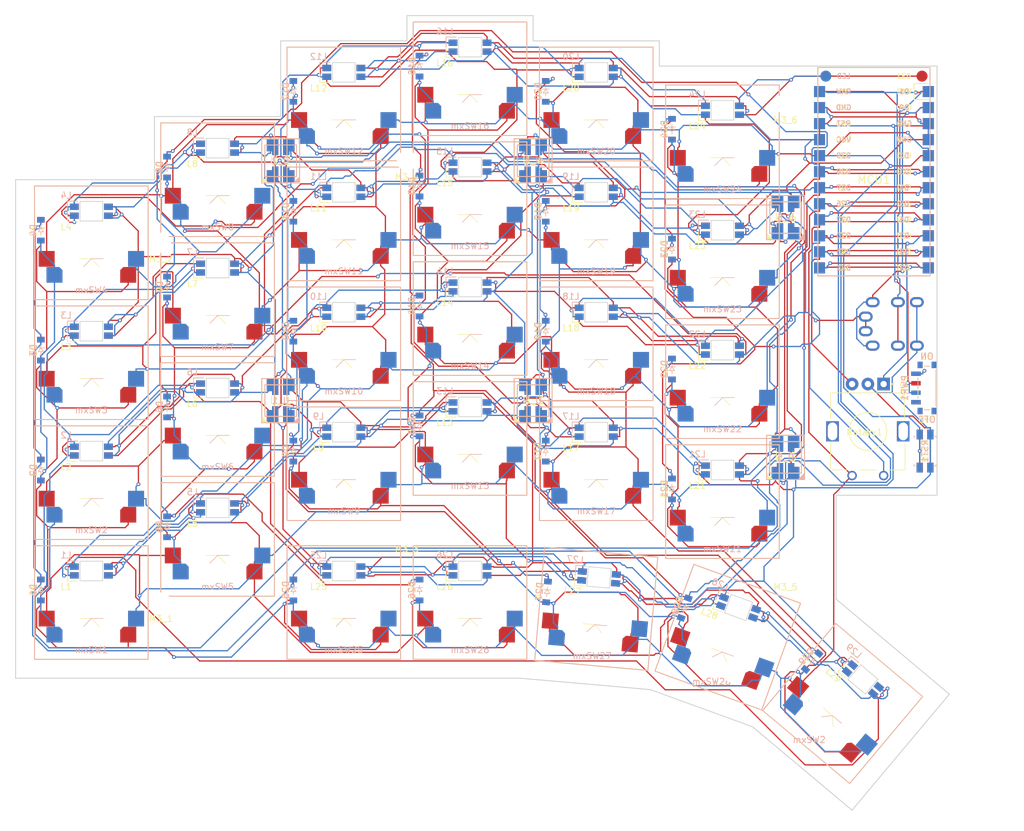
<source format=kicad_pcb>
(kicad_pcb (version 20240108) (generator "pcbnew") (generator_version "8.0")
  (title_block (title "boost58_mx") (date "2024-08-31") (rev "0.1") (company "Vacant0mens"))
  (layers (0 "F.Cu" signal) (31 "B.Cu" signal) (34 "B.Paste" user) (35 "F.Paste" user) (36 "B.SilkS" user "B.Silkscreen") (37 "F.SilkS" user "F.Silkscreen") (38 "B.Mask" user) (39 "F.Mask" user) (44 "Edge.Cuts" user))
  (net 0 "")
  (net 1 "LED")
  (net 2 "RAW")
  (net 3 "GND")
  (net 4 "RST")
  (net 5 "VCC")
  (net 6 "D29")
  (net 7 "D28")
  (net 8 "D27")
  (net 9 "D26")
  (net 10 "D22")
  (net 11 "D20")
  (net 12 "D23")
  (net 13 "D21")
  (net 14 "D1")
  (net 15 "D0")
  (net 16 "D2")
  (net 17 "D3")
  (net 18 "D4")
  (net 19 "D5")
  (net 20 "D6")
  (net 21 "D7")
  (net 22 "D8")
  (net 23 "D9")
  (net 24 "DD29")
  (net 25 "DD28")
  (net 26 "DD27")
  (net 27 "DD26")
  (net 28 "DD22")
  (net 29 "DD20")
  (net 30 "LED11")
  (net 31 "LED10")
  (net 32 "LED21")
  (net 33 "LED20")
  (net 34 "LED31")
  (net 35 "LED30")
  (net 36 "LED41")
  (net 37 "LED40")
  (net 38 "LED12")
  (net 39 "LED22")
  (net 40 "LED32")
  (net 41 "LED42")
  (net 42 "LED13")
  (net 43 "LED23")
  (net 44 "LED33")
  (net 45 "LED43")
  (net 46 "LED14")
  (net 47 "LED24")
  (net 48 "LED34")
  (net 49 "LED44")
  (net 50 "LED15")
  (net 51 "LED25")
  (net 52 "LED35")
  (net 53 "LED45")
  (net 54 "LED02")
  (net 55 "LED01")
  (net 56 "LED03")
  (net 57 "LED04")
  (net 58 "LED05")
  (net 59 "BAT_P")
  (net 60 "LEDu01")
  (net 61 "LEDu02")
  (net 62 "LEDu03")
  (net 63 "LEDu04")
  (net 64 "LEDu05")
  (net 65 "LEDu06")
  (footprint "ceoloide:mounting_hole_npth" (layer "F.Cu") (at 90 109)
    (property "Reference" "M3_3")
    (property "Value" "")
  )
  (footprint "ceoloide:mounting_hole_npth" (layer "F.Cu") (at 51 63)
    (property "Reference" "M3_2")
    (property "Value" "")
  )
  (footprint "WS2812B" (layer "F.Cu") (at 70 50 -90)
    (property "Reference" "U_2")
    (property "Value" "${REFERENCE}")
  )
  (footprint "ceoloide:reset_switch_smd_side" (layer "F.Cu") (at 172.1 96 -90)
    (property "Reference" "RST1")
    (property "Value" "")
  )
  (footprint "WS2812B" (layer "F.Cu") (at 110 88 -90)
    (property "Reference" "U_3")
    (property "Value" "${REFERENCE}")
  )
  (footprint "WS2812B" (layer "F.Cu") (at 110 50 -90)
    (property "Reference" "U_4")
    (property "Value" "${REFERENCE}")
  )
  (footprint "ceoloide:mounting_hole_npth" (layer "F.Cu") (at 150 41)
    (property "Reference" "M3_6")
    (property "Value" "")
  )
  (footprint "SparkFunProMicroQwiic" (layer "F.Cu") (at 164 53 -90)
    (property "Reference" "MCU1")
    (property "Value" "" (hide yes))
  )
  (footprint "ceoloide:mounting_hole_npth" (layer "F.Cu") (at 150 115)
    (property "Reference" "M3_5")
    (property "Value" "")
  )
  (footprint "rotary_encoder" (layer "F.Cu") (at 163 93 -90)
    (property "Reference" "Rotary1")
    (property "Value" "")
  )
  (footprint "ceoloide:mounting_hole_npth" (layer "F.Cu") (at 51 120)
    (property "Reference" "M3_1")
    (property "Value" "")
  )
  (footprint "ceoloide:mounting_hole_npth" (layer "F.Cu") (at 90 50)
    (property "Reference" "M3_4")
    (property "Value" "")
  )
  (footprint "WS2812B" (layer "F.Cu") (at 150 59 -90)
    (property "Reference" "U_6")
    (property "Value" "${REFERENCE}")
  )
  (footprint "WS2812B" (layer "F.Cu") (at 70 88 -90)
    (property "Reference" "U_1")
    (property "Value" "${REFERENCE}")
  )
  (footprint "ceoloide:power_switch_smd_side" (layer "F.Cu") (at 172.4 86)
    (property "Reference" "PWR1")
    (property "Value" "")
  )
  (footprint "WS2812B" (layer "F.Cu") (at 150 97 -90)
    (property "Reference" "U_5")
    (property "Value" "${REFERENCE}")
  )
  (footprint "TRRS-PJ-320A-dual" (layer "F.Cu") (at 174 77 -90)
    (property "Reference" "TRRS1")
    (property "Value" "TRRS-PJ-320A-dual")
  )
  (footprint "ceoloide:switch_mx" (layer "B.Cu") (at 140 85 180)
    (property "Reference" "mxSW22")
    (property "Value" "")
  )
  (footprint "ceoloide:switch_mx" (layer "B.Cu") (at 100 75 180)
    (property "Reference" "mxSW14")
    (property "Value" "")
  )
  (footprint "ceoloide:diode_tht_sod123" (layer "B.Cu") (at 32 99 -90)
    (property "Reference" "D2")
    (property "Value" "${REFERENCE}")
  )
  (footprint "ceoloide:led_SK6812mini-e (per-key, reversible)" (layer "B.Cu") (at 100 32)
    (property "Reference" "L16")
    (property "Value" "${REFERENCE}")
    (fp_rect (start -1.8 -1.55) (end 1.8 1.55) (stroke (width 0.12)) (fill none) (layer "Edge.Cuts"))
  )
  (footprint "ceoloide:led_SK6812mini-e (per-key, reversible)" (layer "B.Cu") (at 140 42)
    (property "Reference" "L24")
    (property "Value" "${REFERENCE}")
    (fp_rect (start -1.8 -1.55) (end 1.8 1.55) (stroke (width 0.12)) (fill none) (layer "Edge.Cuts"))
  )
  (footprint "ceoloide:switch_mx" (layer "B.Cu") (at 120 98 180)
    (property "Reference" "mxSW17")
    (property "Value" "")
  )
  (footprint "ceoloide:led_SK6812mini-e (per-key, reversible)" (layer "B.Cu") (at 40 58)
    (property "Reference" "L4")
    (property "Value" "${REFERENCE}")
    (fp_rect (start -1.8 -1.55) (end 1.8 1.55) (stroke (width 0.12)) (fill none) (layer "Edge.Cuts"))
  )
  (footprint "ceoloide:switch_mx" (layer "B.Cu") (at 100 56 180)
    (property "Reference" "mxSW15")
    (property "Value" "")
  )
  (footprint "ceoloide:led_SK6812mini-e (per-key, reversible)" (layer "B.Cu") (at 100 70)
    (property "Reference" "L14")
    (property "Value" "${REFERENCE}")
    (fp_rect (start -1.8 -1.55) (end 1.8 1.55) (stroke (width 0.12)) (fill none) (layer "Edge.Cuts"))
  )
  (footprint "ceoloide:switch_mx" (layer "B.Cu") (at 120 79 180)
    (property "Reference" "mxSW18")
    (property "Value" "")
  )
  (footprint "ceoloide:diode_tht_sod123" (layer "B.Cu") (at 72 39 -90)
    (property "Reference" "D12")
    (property "Value" "${REFERENCE}")
  )
  (footprint "ceoloide:switch_mx" (layer "B.Cu") (at 100 94 180)
    (property "Reference" "mxSW13")
    (property "Value" "")
  )
  (footprint "ceoloide:diode_tht_sod123" (layer "B.Cu") (at 92 118 -90)
    (property "Reference" "D26")
    (property "Value" "${REFERENCE}")
  )
  (footprint "ceoloide:diode_tht_sod123" (layer "B.Cu") (at 112 96 -90)
    (property "Reference" "D17")
    (property "Value" "${REFERENCE}")
  )
  (footprint "ceoloide:diode_tht_sod123" (layer "B.Cu") (at 72 118 -90)
    (property "Reference" "D25")
    (property "Value" "${REFERENCE}")
  )
  (footprint "ceoloide:switch_mx" (layer "B.Cu") (at 140 66 180)
    (property "Reference" "mxSW23")
    (property "Value" "")
  )
  (footprint "ceoloide:switch_mx" (layer "B.Cu") (at 159.0493 135.9994 140)
    (property "Reference" "mxSW29")
    (property "Value" "")
  )
  (footprint "ceoloide:led_SK6812mini-e (per-key, reversible)" (layer "B.Cu") (at 60 48)
    (property "Reference" "L8")
    (property "Value" "${REFERENCE}")
    (fp_rect (start -1.8 -1.55) (end 1.8 1.55) (stroke (width 0.12)) (fill none) (layer "Edge.Cuts"))
  )
  (footprint "ceoloide:led_SK6812mini-e (per-key, reversible)" (layer "B.Cu") (at 120 74)
    (property "Reference" "L18")
    (property "Value" "${REFERENCE}")
    (fp_rect (start -1.8 -1.55) (end 1.8 1.55) (stroke (width 0.12)) (fill none) (layer "Edge.Cuts"))
  )
  (footprint "ceoloide:led_SK6812mini-e (per-key, reversible)" (layer "B.Cu") (at 140 61)
    (property "Reference" "L23")
    (property "Value" "${REFERENCE}")
    (fp_rect (start -1.8 -1.55) (end 1.8 1.55) (stroke (width 0.12)) (fill none) (layer "Edge.Cuts"))
  )
  (footprint "ceoloide:led_SK6812mini-e (per-key, reversible)" (layer "B.Cu") (at 142.5505 120.788 -20)
    (property "Reference" "L28")
    (property "Value" "${REFERENCE}")
    (fp_poly (pts (xy -1.8 -1.55) (xy 1.8 -1.55) (xy 1.8 1.55) (xy -1.8 1.55)) (stroke (width 0.12)) (fill none) (layer "Edge.Cuts"))
  )
  (footprint "ceoloide:switch_mx" (layer "B.Cu") (at 40 63 180)
    (property "Reference" "mxSW4")
    (property "Value" "")
  )
  (footprint "ceoloide:led_SK6812mini-e (per-key, reversible)" (layer "B.Cu") (at 40 115)
    (property "Reference" "L1")
    (property "Value" "${REFERENCE}")
    (fp_rect (start -1.8 -1.55) (end 1.8 1.55) (stroke (width 0.12)) (fill none) (layer "Edge.Cuts"))
  )
  (footprint "ceoloide:diode_tht_sod123" (layer "B.Cu") (at 112 39 -90)
    (property "Reference" "D20")
    (property "Value" "${REFERENCE}")
  )
  (footprint "ceoloide:led_SK6812mini-e (per-key, reversible)" (layer "B.Cu") (at 80 74)
    (property "Reference" "L10")
    (property "Value" "${REFERENCE}")
    (fp_rect (start -1.8 -1.55) (end 1.8 1.55) (stroke (width 0.12)) (fill none) (layer "Edge.Cuts"))
  )
  (footprint "ceoloide:switch_mx" (layer "B.Cu") (at 40 101 180)
    (property "Reference" "mxSW2")
    (property "Value" "")
  )
  (footprint "ceoloide:diode_tht_sod123" (layer "B.Cu") (at 132 83 -90)
    (property "Reference" "D22")
    (property "Value" "${REFERENCE}")
  )
  (footprint "ceoloide:led_SK6812mini-e (per-key, reversible)" (layer "B.Cu") (at 60 105)
    (property "Reference" "L5")
    (property "Value" "${REFERENCE}")
    (fp_rect (start -1.8 -1.55) (end 1.8 1.55) (stroke (width 0.12)) (fill none) (layer "Edge.Cuts"))
  )
  (footprint "ceoloide:led_SK6812mini-e (per-key, reversible)" (layer "B.Cu") (at 100 51)
    (property "Reference" "L15")
    (property "Value" "${REFERENCE}")
    (fp_rect (start -1.8 -1.55) (end 1.8 1.55) (stroke (width 0.12)) (fill none) (layer "Edge.Cuts"))
  )
  (footprint "ceoloide:diode_tht_sod123" (layer "B.Cu") (at 112 77 -90)
    (property "Reference" "D18")
    (property "Value" "${REFERENCE}")
  )
  (footprint "ceoloide:diode_tht_sod123" (layer "B.Cu") (at 92 92 -90)
    (property "Reference" "D13")
    (property "Value" "${REFERENCE}")
  )
  (footprint "ceoloide:switch_mx" (layer "B.Cu") (at 120 121 175)
    (property "Reference" "mxSW27")
    (property "Value" "")
  )
  (footprint "ceoloide:led_SK6812mini-e (per-key, reversible)" (layer "B.Cu") (at 120.4358 116.019 -5)
    (property "Reference" "L27")
    (property "Value" "${REFERENCE}")
    (fp_poly (pts (xy -1.8 -1.55) (xy 1.8 -1.55) (xy 1.8 1.55) (xy -1.8 1.55)) (stroke (width 0.12)) (fill none) (layer "Edge.Cuts"))
  )
  (footprint "ceoloide:switch_mx" (layer "B.Cu") (at 60 53 180)
    (property "Reference" "mxSW8")
    (property "Value" "")
  )
  (footprint "ceoloide:diode_tht_sod123" (layer "B.Cu") (at 132 45 -90)
    (property "Reference" "D24")
    (property "Value" "${REFERENCE}")
  )
  (footprint "ceoloide:diode_tht_sod123" (layer "B.Cu") (at 154.2065 129.325 -130)
    (property "Reference" "D29")
    (property "Value" "${REFERENCE}")
  )
  (footprint "ceoloide:led_SK6812mini-e (per-key, reversible)" (layer "B.Cu") (at 80 36)
    (property "Reference" "L12")
    (property "Value" "${REFERENCE}")
    (fp_rect (start -1.8 -1.55) (end 1.8 1.55) (stroke (width 0.12)) (fill none) (layer "Edge.Cuts"))
  )
  (footprint "ceoloide:switch_mx" (layer "B.Cu") (at 60 110 180)
    (property "Reference" "mxSW5")
    (property "Value" "")
  )
  (footprint "ceoloide:diode_tht_sod123" (layer "B.Cu") (at 52 51 -90)
    (property "Reference" "D8")
    (property "Value" "${REFERENCE}")
  )
  (footprint "ceoloide:switch_mx" (layer "B.Cu") (at 60 91 180)
    (property "Reference" "mxSW6")
    (property "Value" "")
  )
  (footprint "ceoloide:switch_mx" (layer "B.Cu") (at 60 72 180)
    (property "Reference" "mxSW7")
    (property "Value" "")
  )
  (footprint "ceoloide:switch_mx" (layer "B.Cu") (at 100 37 180)
    (property "Reference" "mxSW16")
    (property "Value" "")
  )
  (footprint "ceoloide:diode_tht_sod123" (layer "B.Cu") (at 132 64 -90)
    (property "Reference" "D23")
    (property "Value" "${REFERENCE}")
  )
  (footprint "ceoloide:diode_tht_sod123" (layer "B.Cu") (at 92 54 -90)
    (property "Reference" "D15")
    (property "Value" "${REFERENCE}")
  )
  (footprint "ceoloide:diode_tht_sod123" (layer "B.Cu") (at 92 73 -90)
    (property "Reference" "D14")
    (property "Value" "${REFERENCE}")
  )
  (footprint "ceoloide:switch_mx" (layer "B.Cu") (at 140 47 180)
    (property "Reference" "mxSW24")
    (property "Value" "")
  )
  (footprint "ceoloide:switch_mx" (layer "B.Cu") (at 100 120 180)
    (property "Reference" "mxSW26")
    (property "Value" "")
  )
  (footprint "ceoloide:led_SK6812mini-e (per-key, reversible)" (layer "B.Cu") (at 120 36)
    (property "Reference" "L20")
    (property "Value" "${REFERENCE}")
    (fp_rect (start -1.8 -1.55) (end 1.8 1.55) (stroke (width 0.12)) (fill none) (layer "Edge.Cuts"))
  )
  (footprint "ceoloide:switch_mx" (layer "B.Cu") (at 80 60 180)
    (property "Reference" "mxSW11")
    (property "Value" "")
  )
  (footprint "ceoloide:diode_tht_sod123" (layer "B.Cu") (at 72 58 -90)
    (property "Reference" "D11")
    (property "Value" "${REFERENCE}")
  )
  (footprint "ceoloide:diode_tht_sod123" (layer "B.Cu") (at 52 89 -90)
    (property "Reference" "D6")
    (property "Value" "${REFERENCE}")
  )
  (footprint "ceoloide:led_SK6812mini-e (per-key, reversible)" (layer "B.Cu") (at 140 99)
    (property "Reference" "L21")
    (property "Value" "${REFERENCE}")
    (fp_rect (start -1.8 -1.55) (end 1.8 1.55) (stroke (width 0.12)) (fill none) (layer "Edge.Cuts"))
  )
  (footprint "ceoloide:switch_mx" (layer "B.Cu") (at 80 41 180)
    (property "Reference" "mxSW12")
    (property "Value" "")
  )
  (footprint "ceoloide:diode_tht_sod123" (layer "B.Cu") (at 32 61 -90)
    (property "Reference" "D4")
    (property "Value" "${REFERENCE}")
  )
  (footprint "ceoloide:diode_tht_sod123" (layer "B.Cu") (at 32 80 -90)
    (property "Reference" "D3")
    (property "Value" "${REFERENCE}")
  )
  (footprint "ceoloide:led_SK6812mini-e (per-key, reversible)" (layer "B.Cu") (at 120 55)
    (property "Reference" "L19")
    (property "Value" "${REFERENCE}")
    (fp_rect (start -1.8 -1.55) (end 1.8 1.55) (stroke (width 0.12)) (fill none) (layer "Edge.Cuts"))
  )
  (footprint "ceoloide:diode_tht_sod123" (layer "B.Cu") (at 52 108 -90)
    (property "Reference" "D5")
    (property "Value" "${REFERENCE}")
  )
  (footprint "ceoloide:diode_tht_sod123" (layer "B.Cu") (at 72 77 -90)
    (property "Reference" "D10")
    (property "Value" "${REFERENCE}")
  )
  (footprint "ceoloide:led_SK6812mini-e (per-key, reversible)" (layer "B.Cu") (at 40 96)
    (property "Reference" "L2")
    (property "Value" "${REFERENCE}")
    (fp_rect (start -1.8 -1.55) (end 1.8 1.55) (stroke (width 0.12)) (fill none) (layer "Edge.Cuts"))
  )
  (footprint "ceoloide:led_SK6812mini-e (per-key, reversible)" (layer "B.Cu") (at 140 80)
    (property "Reference" "L22")
    (property "Value" "${REFERENCE}")
    (fp_rect (start -1.8 -1.55) (end 1.8 1.55) (stroke (width 0.12)) (fill none) (layer "Edge.Cuts"))
  )
  (footprint "ceoloide:led_SK6812mini-e (per-key, reversible)" (layer "B.Cu") (at 120 93)
    (property "Reference" "L17")
    (property "Value" "${REFERENCE}")
    (fp_rect (start -1.8 -1.55) (end 1.8 1.55) (stroke (width 0.12)) (fill none) (layer "Edge.Cuts"))
  )
  (footprint "ceoloide:switch_mx" (layer "B.Cu") (at 140 104 180)
    (property "Reference" "mxSW21")
    (property "Value" "")
  )
  (footprint "ceoloide:led_SK6812mini-e (per-key, reversible)" (layer "B.Cu") (at 60 67)
    (property "Reference" "L7")
    (property "Value" "${REFERENCE}")
    (fp_rect (start -1.8 -1.55) (end 1.8 1.55) (stroke (width 0.12)) (fill none) (layer "Edge.Cuts"))
  )
  (footprint "ceoloide:led_SK6812mini-e (per-key, reversible)" (layer "B.Cu") (at 80 93)
    (property "Reference" "L9")
    (property "Value" "${REFERENCE}")
    (fp_rect (start -1.8 -1.55) (end 1.8 1.55) (stroke (width 0.12)) (fill none) (layer "Edge.Cuts"))
  )
  (footprint "ceoloide:led_SK6812mini-e (per-key, reversible)" (layer "B.Cu") (at 100 89)
    (property "Reference" "L13")
    (property "Value" "${REFERENCE}")
    (fp_rect (start -1.8 -1.55) (end 1.8 1.55) (stroke (width 0.12)) (fill none) (layer "Edge.Cuts"))
  )
  (footprint "ceoloide:led_SK6812mini-e (per-key, reversible)" (layer "B.Cu") (at 40 77)
    (property "Reference" "L3")
    (property "Value" "${REFERENCE}")
    (fp_rect (start -1.8 -1.55) (end 1.8 1.55) (stroke (width 0.12)) (fill none) (layer "Edge.Cuts"))
  )
  (footprint "ceoloide:switch_mx" (layer "B.Cu") (at 140.8404 125.4865 160)
    (property "Reference" "mxSW28")
    (property "Value" "")
  )
  (footprint "ceoloide:diode_tht_sod123" (layer "B.Cu") (at 132 102 -90)
    (property "Reference" "D21")
    (property "Value" "${REFERENCE}")
  )
  (footprint "ceoloide:diode_tht_sod123" (layer "B.Cu") (at 52 70 -90)
    (property "Reference" "D7")
    (property "Value" "${REFERENCE}")
  )
  (footprint "ceoloide:switch_mx" (layer "B.Cu") (at 120 60 180)
    (property "Reference" "mxSW19")
    (property "Value" "")
  )
  (footprint "ceoloide:diode_tht_sod123" (layer "B.Cu") (at 92 35 -90)
    (property "Reference" "D16")
    (property "Value" "${REFERENCE}")
  )
  (footprint "ceoloide:led_SK6812mini-e (per-key, reversible)" (layer "B.Cu") (at 80 55)
    (property "Reference" "L11")
    (property "Value" "${REFERENCE}")
    (fp_rect (start -1.8 -1.55) (end 1.8 1.55) (stroke (width 0.12)) (fill none) (layer "Edge.Cuts"))
  )
  (footprint "ceoloide:switch_mx" (layer "B.Cu") (at 40 82 180)
    (property "Reference" "mxSW3")
    (property "Value" "")
  )
  (footprint "ceoloide:led_SK6812mini-e (per-key, reversible)" (layer "B.Cu") (at 80 115)
    (property "Reference" "L25")
    (property "Value" "${REFERENCE}")
    (fp_rect (start -1.8 -1.55) (end 1.8 1.55) (stroke (width 0.12)) (fill none) (layer "Edge.Cuts"))
  )
  (footprint "ceoloide:led_SK6812mini-e (per-key, reversible)" (layer "B.Cu") (at 162.2633 132.1692 -40)
    (property "Reference" "L29")
    (property "Value" "${REFERENCE}")
    (fp_poly (pts (xy -1.8 -1.55) (xy 1.8 -1.55) (xy 1.8 1.55) (xy -1.8 1.55)) (stroke (width 0.12)) (fill none) (layer "Edge.Cuts"))
  )
  (footprint "ceoloide:switch_mx" (layer "B.Cu") (at 80 98 180)
    (property "Reference" "mxSW9")
    (property "Value" "")
  )
  (footprint "ceoloide:led_SK6812mini-e (per-key, reversible)" (layer "B.Cu") (at 60 86)
    (property "Reference" "L6")
    (property "Value" "${REFERENCE}")
    (fp_rect (start -1.8 -1.55) (end 1.8 1.55) (stroke (width 0.12)) (fill none) (layer "Edge.Cuts"))
  )
  (footprint "ceoloide:diode_tht_sod123" (layer "B.Cu") (at 112.2048 118.3104 -95)
    (property "Reference" "D27")
    (property "Value" "${REFERENCE}")
  )
  (footprint "ceoloide:diode_tht_sod123" (layer "B.Cu") (at 32 118 -90)
    (property "Reference" "D1")
    (property "Value" "${REFERENCE}")
  )
  (footprint "ceoloide:switch_mx" (layer "B.Cu") (at 80 79 180)
    (property "Reference" "mxSW10")
    (property "Value" "")
  )
  (footprint "ceoloide:switch_mx" (layer "B.Cu") (at 120 41 180)
    (property "Reference" "mxSW20")
    (property "Value" "")
  )
  (footprint "ceoloide:diode_tht_sod123" (layer "B.Cu") (at 72 96 -90)
    (property "Reference" "D9")
    (property "Value" "${REFERENCE}")
  )
  (footprint "ceoloide:switch_mx" (layer "B.Cu") (at 80 120 180)
    (property "Reference" "mxSW25")
    (property "Value" "")
  )
  (footprint "ceoloide:diode_tht_sod123" (layer "B.Cu") (at 112 58 -90)
    (property "Reference" "D19")
    (property "Value" "${REFERENCE}")
  )
  (footprint "ceoloide:diode_tht_sod123" (layer "B.Cu") (at 134.0069 120.871 -110)
    (property "Reference" "D28")
    (property "Value" "${REFERENCE}")
  )
  (footprint "ceoloide:switch_mx" (layer "B.Cu") (at 40 120 180)
    (property "Reference" "mxSW1")
    (property "Value" "")
  )
  (footprint "ceoloide:led_SK6812mini-e (per-key, reversible)" (layer "B.Cu") (at 100 115)
    (property "Reference" "L26")
    (property "Value" "${REFERENCE}")
    (fp_rect (start -1.8 -1.55) (end 1.8 1.55) (stroke (width 0.12)) (fill none) (layer "Edge.Cuts"))
  )
  (gr_line (start 171.728805 134.890124) (end 157.940005 123.319947) (stroke (width 0.15)) (layer "B.SilkS"))
  (gr_line (start 111 69) (end 129 69) (stroke (width 0.15)) (layer "B.SilkS"))
  (gr_line (start 69 82) (end 51 82) (stroke (width 0.15)) (layer "B.SilkS"))
  (gr_line (start 152.375807 120.107456) (end 135.46134 113.951094) (stroke (width 0.15)) (layer "B.SilkS"))
  (gr_line (start 109 46) (end 109 28) (stroke (width 0.15)) (layer "B.SilkS"))
  (gr_line (start 149 56) (end 149 38) (stroke (width 0.15)) (layer "B.SilkS"))
  (gr_line (start 91 85) (end 91 103) (stroke (width 0.15)) (layer "B.SilkS"))
  (gr_line (start 129 32) (end 111 32) (stroke (width 0.15)) (layer "B.SilkS"))
  (gr_line (start 149 38) (end 131 38) (stroke (width 0.15)) (layer "B.SilkS"))
  (gr_line (start 149 94) (end 149 76) (stroke (width 0.15)) (layer "B.SilkS"))
  (gr_line (start 135.46134 113.951094) (end 129.304977 130.865561) (stroke (width 0.15)) (layer "B.SilkS"))
  (gr_line (start 149 95) (end 131 95) (stroke (width 0.15)) (layer "B.SilkS"))
  (gr_line (start 129 50) (end 129 32) (stroke (width 0.15)) (layer "B.SilkS"))
  (gr_line (start 149 76) (end 131 76) (stroke (width 0.15)) (layer "B.SilkS"))
  (gr_line (start 31 72) (end 49 72) (stroke (width 0.15)) (layer "B.SilkS"))
  (gr_line (start 111 32) (end 111 50) (stroke (width 0.15)) (layer "B.SilkS"))
  (gr_line (start 89 107) (end 89 89) (stroke (width 0.15)) (layer "B.SilkS"))
  (gr_line (start 71 107) (end 89 107) (stroke (width 0.15)) (layer "B.SilkS"))
  (gr_line (start 89 129) (end 89 111) (stroke (width 0.15)) (layer "B.SilkS"))
  (gr_line (start 129.304977 130.865561) (end 146.219445 137.021923) (stroke (width 0.15)) (layer "B.SilkS"))
  (gr_line (start 69 62) (end 69 44) (stroke (width 0.15)) (layer "B.SilkS"))
  (gr_line (start 49 54) (end 31 54) (stroke (width 0.15)) (layer "B.SilkS"))
  (gr_line (start 111 50) (end 129 50) (stroke (width 0.15)) (layer "B.SilkS"))
  (gr_line (start 51 119) (end 69 119) (stroke (width 0.15)) (layer "B.SilkS"))
  (gr_line (start 129 69) (end 129 51) (stroke (width 0.15)) (layer "B.SilkS"))
  (gr_line (start 146.219445 137.021923) (end 152.375807 120.107456) (stroke (width 0.15)) (layer "B.SilkS"))
  (gr_line (start 129 107) (end 129 89) (stroke (width 0.15)) (layer "B.SilkS"))
  (gr_line (start 89 70) (end 71 70) (stroke (width 0.15)) (layer "B.SilkS"))
  (gr_line (start 51 100) (end 69 100) (stroke (width 0.15)) (layer "B.SilkS"))
  (gr_line (start 91 66) (end 91 84) (stroke (width 0.15)) (layer "B.SilkS"))
  (gr_line (start 31 92) (end 31 110) (stroke (width 0.15)) (layer "B.SilkS"))
  (gr_line (start 71 88) (end 89 88) (stroke (width 0.15)) (layer "B.SilkS"))
  (gr_line (start 111 107) (end 129 107) (stroke (width 0.15)) (layer "B.SilkS"))
  (gr_line (start 131 76) (end 131 94) (stroke (width 0.15)) (layer "B.SilkS"))
  (gr_line (start 129 89) (end 111 89) (stroke (width 0.15)) (layer "B.SilkS"))
  (gr_line (start 131 95) (end 131 113) (stroke (width 0.15)) (layer "B.SilkS"))
  (gr_line (start 51 81) (end 69 81) (stroke (width 0.15)) (layer "B.SilkS"))
  (gr_line (start 91 111) (end 91 129) (stroke (width 0.15)) (layer "B.SilkS"))
  (gr_line (start 71 50) (end 89 50) (stroke (width 0.15)) (layer "B.SilkS"))
  (gr_line (start 31 54) (end 31 72) (stroke (width 0.15)) (layer "B.SilkS"))
  (gr_line (start 109 65) (end 109 47) (stroke (width 0.15)) (layer "B.SilkS"))
  (gr_line (start 49 129) (end 49 111) (stroke (width 0.15)) (layer "B.SilkS"))
  (gr_line (start 89 111) (end 71 111) (stroke (width 0.15)) (layer "B.SilkS"))
  (gr_line (start 31 111) (end 31 129) (stroke (width 0.15)) (layer "B.SilkS"))
  (gr_line (start 89 89) (end 71 89) (stroke (width 0.15)) (layer "B.SilkS"))
  (gr_line (start 128.181351 130.750154) (end 129.750154 112.818649) (stroke (width 0.15)) (layer "B.SilkS"))
  (gr_line (start 71 129) (end 89 129) (stroke (width 0.15)) (layer "B.SilkS"))
  (gr_line (start 131 56) (end 149 56) (stroke (width 0.15)) (layer "B.SilkS"))
  (gr_line (start 69 81) (end 69 63) (stroke (width 0.15)) (layer "B.SilkS"))
  (gr_line (start 49 111) (end 31 111) (stroke (width 0.15)) (layer "B.SilkS"))
  (gr_line (start 111.818649 111.249846) (end 110.249846 129.181351) (stroke (width 0.15)) (layer "B.SilkS"))
  (gr_line (start 131 57) (end 131 75) (stroke (width 0.15)) (layer "B.SilkS"))
  (gr_line (start 91 84) (end 109 84) (stroke (width 0.15)) (layer "B.SilkS"))
  (gr_line (start 129.750154 112.818649) (end 111.818649 111.249846) (stroke (width 0.15)) (layer "B.SilkS"))
  (gr_line (start 149 57) (end 131 57) (stroke (width 0.15)) (layer "B.SilkS"))
  (gr_line (start 109 129) (end 109 111) (stroke (width 0.15)) (layer "B.SilkS"))
  (gr_line (start 110.249846 129.181351) (end 128.181351 130.750154) (stroke (width 0.15)) (layer "B.SilkS"))
  (gr_line (start 129 51) (end 111 51) (stroke (width 0.15)) (layer "B.SilkS"))
  (gr_line (start 146.369828 137.108747) (end 160.158628 148.678924) (stroke (width 0.15)) (layer "B.SilkS"))
  (gr_line (start 111 70) (end 111 88) (stroke (width 0.15)) (layer "B.SilkS"))
  (gr_line (start 49 92) (end 31 92) (stroke (width 0.15)) (layer "B.SilkS"))
  (gr_line (start 51 63) (end 51 81) (stroke (width 0.15)) (layer "B.SilkS"))
  (gr_line (start 160.158628 148.678924) (end 171.728805 134.890124) (stroke (width 0.15)) (layer "B.SilkS"))
  (gr_line (start 89 32) (end 71 32) (stroke (width 0.15)) (layer "B.SilkS"))
  (gr_line (start 71 51) (end 71 69) (stroke (width 0.15)) (layer "B.SilkS"))
  (gr_line (start 91 65) (end 109 65) (stroke (width 0.15)) (layer "B.SilkS"))
  (gr_line (start 111 88) (end 129 88) (stroke (width 0.15)) (layer "B.SilkS"))
  (gr_line (start 91 129) (end 109 129) (stroke (width 0.15)) (layer "B.SilkS"))
  (gr_line (start 51 101) (end 51 119) (stroke (width 0.15)) (layer "B.SilkS"))
  (gr_line (start 91 28) (end 91 46) (stroke (width 0.15)) (layer "B.SilkS"))
  (gr_line (start 91 46) (end 109 46) (stroke (width 0.15)) (layer "B.SilkS"))
  (gr_line (start 51 44) (end 51 62) (stroke (width 0.15)) (layer "B.SilkS"))
  (gr_line (start 89 88) (end 89 70) (stroke (width 0.15)) (layer "B.SilkS"))
  (gr_line (start 111 51) (end 111 69) (stroke (width 0.15)) (layer "B.SilkS"))
  (gr_line (start 89 51) (end 71 51) (stroke (width 0.15)) (layer "B.SilkS"))
  (gr_line (start 31 110) (end 49 110) (stroke (width 0.15)) (layer "B.SilkS"))
  (gr_line (start 131 38) (end 131 56) (stroke (width 0.15)) (layer "B.SilkS"))
  (gr_line (start 109 47) (end 91 47) (stroke (width 0.15)) (layer "B.SilkS"))
  (gr_line (start 71 89) (end 71 107) (stroke (width 0.15)) (layer "B.SilkS"))
  (gr_line (start 109 85) (end 91 85) (stroke (width 0.15)) (layer "B.SilkS"))
  (gr_line (start 131 113) (end 149 113) (stroke (width 0.15)) (layer "B.SilkS"))
  (gr_line (start 109 66) (end 91 66) (stroke (width 0.15)) (layer "B.SilkS"))
  (gr_line (start 69 119) (end 69 101) (stroke (width 0.15)) (layer "B.SilkS"))
  (gr_line (start 91 103) (end 109 103) (stroke (width 0.15)) (layer "B.SilkS"))
  (gr_line (start 49 73) (end 31 73) (stroke (width 0.15)) (layer "B.SilkS"))
  (gr_line (start 89 50) (end 89 32) (stroke (width 0.15)) (layer "B.SilkS"))
  (gr_line (start 49 110) (end 49 92) (stroke (width 0.15)) (layer "B.SilkS"))
  (gr_line (start 91 47) (end 91 65) (stroke (width 0.15)) (layer "B.SilkS"))
  (gr_line (start 69 63) (end 51 63) (stroke (width 0.15)) (layer "B.SilkS"))
  (gr_line (start 69 100) (end 69 82) (stroke (width 0.15)) (layer "B.SilkS"))
  (gr_line (start 109 103) (end 109 85) (stroke (width 0.15)) (layer "B.SilkS"))
  (gr_line (start 69 44) (end 51 44) (stroke (width 0.15)) (layer "B.SilkS"))
  (gr_line (start 71 111) (end 71 129) (stroke (width 0.15)) (layer "B.SilkS"))
  (gr_line (start 89 69) (end 89 51) (stroke (width 0.15)) (layer "B.SilkS"))
  (gr_line (start 31 91) (end 49 91) (stroke (width 0.15)) (layer "B.SilkS"))
  (gr_line (start 149 75) (end 149 57) (stroke (width 0.15)) (layer "B.SilkS"))
  (gr_line (start 129 70) (end 111 70) (stroke (width 0.15)) (layer "B.SilkS"))
  (gr_line (start 71 70) (end 71 88) (stroke (width 0.15)) (layer "B.SilkS"))
  (gr_line (start 71 69) (end 89 69) (stroke (width 0.15)) (layer "B.SilkS"))
  (gr_line (start 31 129) (end 49 129) (stroke (width 0.15)) (layer "B.SilkS"))
  (gr_line (start 149 113) (end 149 95) (stroke (width 0.15)) (layer "B.SilkS"))
  (gr_line (start 49 72) (end 49 54) (stroke (width 0.15)) (layer "B.SilkS"))
  (gr_line (start 131 94) (end 149 94) (stroke (width 0.15)) (layer "B.SilkS"))
  (gr_line (start 109 111) (end 91 111) (stroke (width 0.15)) (layer "B.SilkS"))
  (gr_line (start 49 91) (end 49 73) (stroke (width 0.15)) (layer "B.SilkS"))
  (gr_line (start 51 62) (end 69 62) (stroke (width 0.15)) (layer "B.SilkS"))
  (gr_line (start 109 28) (end 91 28) (stroke (width 0.15)) (layer "B.SilkS"))
  (gr_line (start 131 75) (end 149 75) (stroke (width 0.15)) (layer "B.SilkS"))
  (gr_line (start 157.940005 123.319947) (end 146.369828 137.108747) (stroke (width 0.15)) (layer "B.SilkS"))
  (gr_line (start 31 73) (end 31 91) (stroke (width 0.15)) (layer "B.SilkS"))
  (gr_line (start 51 82) (end 51 100) (stroke (width 0.15)) (layer "B.SilkS"))
  (gr_line (start 129 88) (end 129 70) (stroke (width 0.15)) (layer "B.SilkS"))
  (gr_line (start 109 84) (end 109 66) (stroke (width 0.15)) (layer "B.SilkS"))
  (gr_line (start 71 32) (end 71 50) (stroke (width 0.15)) (layer "B.SilkS"))
  (gr_line (start 69 101) (end 51 101) (stroke (width 0.15)) (layer "B.SilkS"))
  (gr_line (start 111 89) (end 111 107) (stroke (width 0.15)) (layer "B.SilkS"))
  (gr_line (start 91 66) (end 91 84) (stroke (width 0.15)) (layer "F.SilkS"))
  (gr_line (start 69 100) (end 69 82) (stroke (width 0.15)) (layer "F.SilkS"))
  (gr_line (start 69 62) (end 69 44) (stroke (width 0.15)) (layer "F.SilkS"))
  (gr_line (start 91 85) (end 91 103) (stroke (width 0.15)) (layer "F.SilkS"))
  (gr_line (start 89 51) (end 71 51) (stroke (width 0.15)) (layer "F.SilkS"))
  (gr_line (start 171.728805 134.890124) (end 157.940005 123.319947) (stroke (width 0.15)) (layer "F.SilkS"))
  (gr_line (start 91 84) (end 109 84) (stroke (width 0.15)) (layer "F.SilkS"))
  (gr_line (start 146.369828 137.108747) (end 160.158628 148.678924) (stroke (width 0.15)) (layer "F.SilkS"))
  (gr_line (start 129 50) (end 129 32) (stroke (width 0.15)) (layer "F.SilkS"))
  (gr_line (start 69 101) (end 51 101) (stroke (width 0.15)) (layer "F.SilkS"))
  (gr_line (start 111 50) (end 129 50) (stroke (width 0.15)) (layer "F.SilkS"))
  (gr_line (start 31 91) (end 49 91) (stroke (width 0.15)) (layer "F.SilkS"))
  (gr_line (start 109 103) (end 109 85) (stroke (width 0.15)) (layer "F.SilkS"))
  (gr_line (start 109 65) (end 109 47) (stroke (width 0.15)) (layer "F.SilkS"))
  (gr_line (start 69 63) (end 51 63) (stroke (width 0.15)) (layer "F.SilkS"))
  (gr_line (start 89 129) (end 89 111) (stroke (width 0.15)) (layer "F.SilkS"))
  (gr_line (start 111.818649 111.249846) (end 110.249846 129.181351) (stroke (width 0.15)) (layer "F.SilkS"))
  (gr_line (start 51 100) (end 69 100) (stroke (width 0.15)) (layer "F.SilkS"))
  (gr_line (start 149 113) (end 149 95) (stroke (width 0.15)) (layer "F.SilkS"))
  (gr_line (start 89 107) (end 89 89) (stroke (width 0.15)) (layer "F.SilkS"))
  (gr_line (start 31 73) (end 31 91) (stroke (width 0.15)) (layer "F.SilkS"))
  (gr_line (start 71 129) (end 89 129) (stroke (width 0.15)) (layer "F.SilkS"))
  (gr_line (start 51 81) (end 69 81) (stroke (width 0.15)) (layer "F.SilkS"))
  (gr_line (start 89 88) (end 89 70) (stroke (width 0.15)) (layer "F.SilkS"))
  (gr_line (start 89 32) (end 71 32) (stroke (width 0.15)) (layer "F.SilkS"))
  (gr_line (start 89 69) (end 89 51) (stroke (width 0.15)) (layer "F.SilkS"))
  (gr_line (start 129 107) (end 129 89) (stroke (width 0.15)) (layer "F.SilkS"))
  (gr_line (start 91 28) (end 91 46) (stroke (width 0.15)) (layer "F.SilkS"))
  (gr_line (start 31 72) (end 49 72) (stroke (width 0.15)) (layer "F.SilkS"))
  (gr_line (start 131 57) (end 131 75) (stroke (width 0.15)) (layer "F.SilkS"))
  (gr_line (start 149 38) (end 131 38) (stroke (width 0.15)) (layer "F.SilkS"))
  (gr_line (start 129.750154 112.818649) (end 111.818649 111.249846) (stroke (width 0.15)) (layer "F.SilkS"))
  (gr_line (start 51 101) (end 51 119) (stroke (width 0.15)) (layer "F.SilkS"))
  (gr_line (start 109 47) (end 91 47) (stroke (width 0.15)) (layer "F.SilkS"))
  (gr_line (start 31 92) (end 31 110) (stroke (width 0.15)) (layer "F.SilkS"))
  (gr_line (start 111 51) (end 111 69) (stroke (width 0.15)) (layer "F.SilkS"))
  (gr_line (start 69 44) (end 51 44) (stroke (width 0.15)) (layer "F.SilkS"))
  (gr_line (start 109 111) (end 91 111) (stroke (width 0.15)) (layer "F.SilkS"))
  (gr_line (start 111 70) (end 111 88) (stroke (width 0.15)) (layer "F.SilkS"))
  (gr_line (start 69 119) (end 69 101) (stroke (width 0.15)) (layer "F.SilkS"))
  (gr_line (start 49 92) (end 31 92) (stroke (width 0.15)) (layer "F.SilkS"))
  (gr_line (start 152.375807 120.107456) (end 135.46134 113.951094) (stroke (width 0.15)) (layer "F.SilkS"))
  (gr_line (start 149 95) (end 131 95) (stroke (width 0.15)) (layer "F.SilkS"))
  (gr_line (start 149 94) (end 149 76) (stroke (width 0.15)) (layer "F.SilkS"))
  (gr_line (start 49 110) (end 49 92) (stroke (width 0.15)) (layer "F.SilkS"))
  (gr_line (start 109 28) (end 91 28) (stroke (width 0.15)) (layer "F.SilkS"))
  (gr_line (start 71 69) (end 89 69) (stroke (width 0.15)) (layer "F.SilkS"))
  (gr_line (start 49 72) (end 49 54) (stroke (width 0.15)) (layer "F.SilkS"))
  (gr_line (start 129 89) (end 111 89) (stroke (width 0.15)) (layer "F.SilkS"))
  (gr_line (start 109 129) (end 109 111) (stroke (width 0.15)) (layer "F.SilkS"))
  (gr_line (start 51 44) (end 51 62) (stroke (width 0.15)) (layer "F.SilkS"))
  (gr_line (start 31 110) (end 49 110) (stroke (width 0.15)) (layer "F.SilkS"))
  (gr_line (start 71 107) (end 89 107) (stroke (width 0.15)) (layer "F.SilkS"))
  (gr_line (start 71 111) (end 71 129) (stroke (width 0.15)) (layer "F.SilkS"))
  (gr_line (start 89 50) (end 89 32) (stroke (width 0.15)) (layer "F.SilkS"))
  (gr_line (start 71 51) (end 71 69) (stroke (width 0.15)) (layer "F.SilkS"))
  (gr_line (start 131 95) (end 131 113) (stroke (width 0.15)) (layer "F.SilkS"))
  (gr_line (start 89 70) (end 71 70) (stroke (width 0.15)) (layer "F.SilkS"))
  (gr_line (start 89 111) (end 71 111) (stroke (width 0.15)) (layer "F.SilkS"))
  (gr_line (start 149 56) (end 149 38) (stroke (width 0.15)) (layer "F.SilkS"))
  (gr_line (start 71 88) (end 89 88) (stroke (width 0.15)) (layer "F.SilkS"))
  (gr_line (start 111 107) (end 129 107) (stroke (width 0.15)) (layer "F.SilkS"))
  (gr_line (start 71 70) (end 71 88) (stroke (width 0.15)) (layer "F.SilkS"))
  (gr_line (start 109 85) (end 91 85) (stroke (width 0.15)) (layer "F.SilkS"))
  (gr_line (start 131 56) (end 149 56) (stroke (width 0.15)) (layer "F.SilkS"))
  (gr_line (start 91 129) (end 109 129) (stroke (width 0.15)) (layer "F.SilkS"))
  (gr_line (start 149 75) (end 149 57) (stroke (width 0.15)) (layer "F.SilkS"))
  (gr_line (start 111 69) (end 129 69) (stroke (width 0.15)) (layer "F.SilkS"))
  (gr_line (start 49 73) (end 31 73) (stroke (width 0.15)) (layer "F.SilkS"))
  (gr_line (start 160.158628 148.678924) (end 171.728805 134.890124) (stroke (width 0.15)) (layer "F.SilkS"))
  (gr_line (start 91 46) (end 109 46) (stroke (width 0.15)) (layer "F.SilkS"))
  (gr_line (start 71 89) (end 71 107) (stroke (width 0.15)) (layer "F.SilkS"))
  (gr_line (start 49 91) (end 49 73) (stroke (width 0.15)) (layer "F.SilkS"))
  (gr_line (start 111 32) (end 111 50) (stroke (width 0.15)) (layer "F.SilkS"))
  (gr_line (start 111 89) (end 111 107) (stroke (width 0.15)) (layer "F.SilkS"))
  (gr_line (start 129 51) (end 111 51) (stroke (width 0.15)) (layer "F.SilkS"))
  (gr_line (start 49 129) (end 49 111) (stroke (width 0.15)) (layer "F.SilkS"))
  (gr_line (start 51 63) (end 51 81) (stroke (width 0.15)) (layer "F.SilkS"))
  (gr_line (start 71 50) (end 89 50) (stroke (width 0.15)) (layer "F.SilkS"))
  (gr_line (start 71 32) (end 71 50) (stroke (width 0.15)) (layer "F.SilkS"))
  (gr_line (start 131 113) (end 149 113) (stroke (width 0.15)) (layer "F.SilkS"))
  (gr_line (start 131 38) (end 131 56) (stroke (width 0.15)) (layer "F.SilkS"))
  (gr_line (start 129 69) (end 129 51) (stroke (width 0.15)) (layer "F.SilkS"))
  (gr_line (start 89 89) (end 71 89) (stroke (width 0.15)) (layer "F.SilkS"))
  (gr_line (start 110.249846 129.181351) (end 128.181351 130.750154) (stroke (width 0.15)) (layer "F.SilkS"))
  (gr_line (start 69 82) (end 51 82) (stroke (width 0.15)) (layer "F.SilkS"))
  (gr_line (start 129 70) (end 111 70) (stroke (width 0.15)) (layer "F.SilkS"))
  (gr_line (start 129.304977 130.865561) (end 146.219445 137.021923) (stroke (width 0.15)) (layer "F.SilkS"))
  (gr_line (start 109 84) (end 109 66) (stroke (width 0.15)) (layer "F.SilkS"))
  (gr_line (start 91 65) (end 109 65) (stroke (width 0.15)) (layer "F.SilkS"))
  (gr_line (start 149 57) (end 131 57) (stroke (width 0.15)) (layer "F.SilkS"))
  (gr_line (start 109 66) (end 91 66) (stroke (width 0.15)) (layer "F.SilkS"))
  (gr_line (start 31 111) (end 31 129) (stroke (width 0.15)) (layer "F.SilkS"))
  (gr_line (start 51 62) (end 69 62) (stroke (width 0.15)) (layer "F.SilkS"))
  (gr_line (start 49 111) (end 31 111) (stroke (width 0.15)) (layer "F.SilkS"))
  (gr_line (start 157.940005 123.319947) (end 146.369828 137.108747) (stroke (width 0.15)) (layer "F.SilkS"))
  (gr_line (start 131 94) (end 149 94) (stroke (width 0.15)) (layer "F.SilkS"))
  (gr_line (start 91 111) (end 91 129) (stroke (width 0.15)) (layer "F.SilkS"))
  (gr_line (start 149 76) (end 131 76) (stroke (width 0.15)) (layer "F.SilkS"))
  (gr_line (start 109 46) (end 109 28) (stroke (width 0.15)) (layer "F.SilkS"))
  (gr_line (start 146.219445 137.021923) (end 152.375807 120.107456) (stroke (width 0.15)) (layer "F.SilkS"))
  (gr_line (start 129 88) (end 129 70) (stroke (width 0.15)) (layer "F.SilkS"))
  (gr_line (start 131 76) (end 131 94) (stroke (width 0.15)) (layer "F.SilkS"))
  (gr_line (start 129 32) (end 111 32) (stroke (width 0.15)) (layer "F.SilkS"))
  (gr_line (start 135.46134 113.951094) (end 129.304977 130.865561) (stroke (width 0.15)) (layer "F.SilkS"))
  (gr_line (start 51 82) (end 51 100) (stroke (width 0.15)) (layer "F.SilkS"))
  (gr_line (start 111 88) (end 129 88) (stroke (width 0.15)) (layer "F.SilkS"))
  (gr_line (start 49 54) (end 31 54) (stroke (width 0.15)) (layer "F.SilkS"))
  (gr_line (start 128.181351 130.750154) (end 129.750154 112.818649) (stroke (width 0.15)) (layer "F.SilkS"))
  (gr_line (start 91 103) (end 109 103) (stroke (width 0.15)) (layer "F.SilkS"))
  (gr_line (start 91 47) (end 91 65) (stroke (width 0.15)) (layer "F.SilkS"))
  (gr_line (start 51 119) (end 69 119) (stroke (width 0.15)) (layer "F.SilkS"))
  (gr_line (start 31 129) (end 49 129) (stroke (width 0.15)) (layer "F.SilkS"))
  (gr_line (start 131 75) (end 149 75) (stroke (width 0.15)) (layer "F.SilkS"))
  (gr_line (start 31 54) (end 31 72) (stroke (width 0.15)) (layer "F.SilkS"))
  (gr_line (start 69 81) (end 69 63) (stroke (width 0.15)) (layer "F.SilkS"))
  (gr_line (start 28 53) (end 50 53) (stroke (width 0.15)) (layer "Edge.Cuts"))
  (gr_line (start 90 27) (end 110 27) (stroke (width 0.15)) (layer "Edge.Cuts"))
  (gr_line (start 110 27) (end 110 31) (stroke (width 0.15)) (layer "Edge.Cuts"))
  (gr_line (start 90 31) (end 90 27) (stroke (width 0.15)) (layer "Edge.Cuts"))
  (gr_line (start 70 31) (end 90 31) (stroke (width 0.15)) (layer "Edge.Cuts"))
  (gr_line (start 158 119.454067) (end 175.955301 134.520354) (stroke (width 0.15)) (layer "Edge.Cuts"))
  (gr_line (start 28 132) (end 28 53) (stroke (width 0.15)) (layer "Edge.Cuts"))
  (gr_line (start 108.046016 132) (end 128.588199 133.797208) (stroke (width 0.15)) (layer "Edge.Cuts"))
  (gr_line (start 174 103) (end 174 35) (stroke (width 0.15)) (layer "Edge.Cuts"))
  (gr_line (start 128.588199 133.797208) (end 144.779151 139.690233) (stroke (width 0.15)) (layer "Edge.Cuts"))
  (gr_line (start 130 31) (end 130 35) (stroke (width 0.15)) (layer "Edge.Cuts"))
  (gr_line (start 28 132) (end 108.046016 132) (stroke (width 0.15)) (layer "Edge.Cuts"))
  (gr_line (start 160.528399 152.905421) (end 175.955301 134.520354) (stroke (width 0.15)) (layer "Edge.Cuts"))
  (gr_line (start 174 103) (end 158 103) (stroke (width 0.15)) (layer "Edge.Cuts"))
  (gr_line (start 70 43) (end 70 31) (stroke (width 0.15)) (layer "Edge.Cuts"))
  (gr_line (start 158 119.454067) (end 158 103) (stroke (width 0.15)) (layer "Edge.Cuts"))
  (gr_line (start 50 53) (end 50 43) (stroke (width 0.15)) (layer "Edge.Cuts"))
  (gr_line (start 110 31) (end 130 31) (stroke (width 0.15)) (layer "Edge.Cuts"))
  (gr_line (start 50 43) (end 70 43) (stroke (width 0.15)) (layer "Edge.Cuts"))
  (gr_line (start 144.779151 139.690233) (end 160.528399 152.905421) (stroke (width 0.15)) (layer "Edge.Cuts"))
  (gr_line (start 130 35) (end 174 35) (stroke (width 0.15)) (layer "Edge.Cuts"))
  (segment (start 150.8687 37.1633) (end 151.442 36.59) (width 0.2) (layer "F.Cu") (net 1))
  (segment (start 151.442 36.59) (end 171.62 36.59) (width 0.2) (layer "F.Cu") (net 1))
  (segment (start 145.2571 42.7) (end 150.7938 37.1633) (width 0.2) (layer "F.Cu") (net 1))
  (segment (start 150.7938 37.1633) (end 150.8687 37.1633) (width 0.2) (layer "F.Cu") (net 1))
  (segment (start 142.7 42.7) (end 145.2571 42.7) (width 0.2) (layer "F.Cu") (net 1))
  (via (at 150.8687 37.1633) (size 0.6) (drill 0.3) (layers "F.Cu" "B.Cu") (net 1))
  (segment (start 142.7 40.0279) (end 142.7 41.3) (width 0.2) (layer "B.Cu") (net 1))
  (segment (start 151.442 36.59) (end 150.8687 37.1633) (width 0.2) (layer "B.Cu") (net 1))
  (segment (start 150.8687 37.1633) (end 145.5646 37.1633) (width 0.2) (layer "B.Cu") (net 1))
  (segment (start 156.38 36.59) (end 151.442 36.59) (width 0.2) (layer "B.Cu") (net 1))
  (segment (start 145.5646 37.1633) (end 142.7 40.0279) (width 0.2) (layer "B.Cu") (net 1))
  (segment (start 169.3866 85.2137) (end 169.3866 70.8777) (width 0.2) (layer "F.Cu") (net 2))
  (segment (start 170.6317 39.1789) (end 171.2931 39.1789) (width 0.2) (layer "F.Cu") (net 2))
  (segment (start 169.6133 85.25) (end 169.4229 85.25) (width 0.2) (layer "F.Cu") (net 2))
  (segment (start 171.2931 39.1789) (end 171.442 39.03) (width 0.2) (layer "F.Cu") (net 2))
  (segment (start 169.4229 85.25) (end 169.3866 85.2137) (width 0.2) (layer "F.Cu") (net 2))
  (segment (start 169.3866 70.8777) (end 167.4996 68.9907) (width 0.2) (layer "F.Cu") (net 2))
  (segment (start 170.665 85.25) (end 169.6133 85.25) (width 0.2) (layer "F.Cu") (net 2))
  (segment (start 172.62 39.03) (end 171.442 39.03) (width 0.2) (layer "F.Cu") (net 2))
  (via (at 170.6317 39.1789) (size 0.6) (drill 0.3) (layers "F.Cu" "B.Cu") (net 2))
  (via (at 169.3866 85.2137) (size 0.6) (drill 0.3) (layers "F.Cu" "B.Cu") (net 2))
  (via (at 167.4996 68.9907) (size 0.6) (drill 0.3) (layers "F.Cu" "B.Cu") (net 2))
  (segment (start 167.312 68.8031) (end 167.312 58.0114) (width 0.2) (layer "B.Cu") (net 2))
  (segment (start 167.6873 39.1789) (end 156.5542 39.1789) (width 0.2) (layer "B.Cu") (net 2))
  (segment (start 170.6317 39.1789) (end 167.6873 39.1789) (width 0.2) (layer "B.Cu") (net 2))
  (segment (start 170.665 86.75) (end 169.6133 86.75) (width 0.2) (layer "B.Cu") (net 2))
  (segment (start 169.6133 85.4404) (end 169.3866 85.2137) (width 0.2) (layer "B.Cu") (net 2))
  (segment (start 167.6873 57.6361) (end 167.6873 39.1789) (width 0.2) (layer "B.Cu") (net 2))
  (segment (start 155.38 39.03) (end 156.4053 39.03) (width 0.2) (layer "B.Cu") (net 2))
  (segment (start 169.6133 86.75) (end 169.6133 85.4404) (width 0.2) (layer "B.Cu") (net 2))
  (segment (start 167.4996 68.9907) (end 167.312 68.8031) (width 0.2) (layer "B.Cu") (net 2))
  (segment (start 167.312 58.0114) (end 167.6873 57.6361) (width 0.2) (layer "B.Cu") (net 2))
  (segment (start 156.5542 39.1789) (end 156.4053 39.03) (width 0.2) (layer "B.Cu") (net 2))
  (segment (start 159.0157 130.1891) (end 159.0157 129.3552) (width 0.2) (layer "F.Cu") (net 3))
  (segment (start 135.1252 60.9878) (end 136.0843 60.9878) (width 0.2) (layer "F.Cu") (net 3))
  (segment (start 97.3 52.6016) (end 97.3 51.7) (width 0.2) (layer "F.Cu") (net 3))
  (segment (start 109.6109 92.2876) (end 109.125 91.8017) (width 0.2) (layer "F.Cu") (net 3))
  (segment (start 68.8625 52.4625) (end 69.125 52.2) (width 0.2) (layer "F.Cu") (net 3))
  (segment (start 72.2733 88.9928) (end 71.8788 88.5983) (width 0.2) (layer "F.Cu") (net 3))
  (segment (start 75.6822 55.6433) (end 76.2416 55.6433) (width 0.2) (layer "F.Cu") (net 3))
  (segment (start 74.872 92.6801) (end 74.872 92.6529) (width 0.2) (layer "F.Cu") (net 3))
  (segment (start 71.8788 88.5983) (end 70.2261 88.5983) (width 0.2) (layer "F.Cu") (net 3))
  (segment (start 136.2983 80.7) (end 136.2983 79.4276) (width 0.2) (layer "F.Cu") (net 3))
  (segment (start 95.7831 89.1848) (end 96.2983 89.7) (width 0.2) (layer "F.Cu") (net 3))
  (segment (start 56.8735 49.1265) (end 55.3259 49.1265) (width 0.2) (layer "F.Cu") (net 3))
  (segment (start 144.9499 44.1761) (end 147.4238 46.65) (width 0.2) (layer "F.Cu") (net 3))
  (segment (start 137.8166 63.1567) (end 136.9018 62.2419) (width 0.2) (layer "F.Cu") (net 3))
  (segment (start 148.045 63.1567) (end 137.8166 63.1567) (width 0.2) (layer "F.Cu") (net 3))
  (segment (start 68.7335 50.2068) (end 69.125 50.5983) (width 0.2) (layer "F.Cu") (net 3))
  (segment (start 147.4238 46.65) (end 147.4238 53.4594) (width 0.2) (layer "F.Cu") (net 3))
  (segment (start 149.6922 102.0939) (end 148.4 100.8017) (width 0.2) (layer "F.Cu") (net 3))
  (segment (start 95.4291 50.8308) (end 96.2983 51.7) (width 0.2) (layer "F.Cu") (net 3))
  (segment (start 107.4315 43.506) (end 102.277 48.6605) (width 0.2) (layer "F.Cu") (net 3))
  (segment (start 136.5035 99.7986) (end 138.0287 101.3238) (width 0.2) (layer "F.Cu") (net 3))
  (segment (start 72.2733 88.9928) (end 74.872 91.5915) (width 0.2) (layer "F.Cu") (net 3))
  (segment (start 55.3259 49.1265) (end 54.8214 48.622) (width 0.2) (layer "F.Cu") (net 3))
  (segment (start 148.4 61.5) (end 148.4 62.1508) (width 0.2) (layer "F.Cu") (net 3))
  (segment (start 138.503 119.422) (end 138.5583 119.4773) (width 0.2) (layer "F.Cu") (net 3))
  (segment (start 56.1258 105.7) (end 56.0486 105.6228) (width 0.2) (layer "F.Cu") (net 3))
  (segment (start 66.7026 88.1517) (end 68.4 89.8491) (width 0.2) (layer "F.Cu") (net 3))
  (segment (start 70.0565 84.2532) (end 70.9582 83.3515) (width 0.2) (layer "F.Cu") (net 3))
  (segment (start 110.8888 55.5655) (end 116.1638 55.5655) (width 0.2) (layer "F.Cu") (net 3))
  (segment (start 77.8955 38.1806) (end 77.3 37.5851) (width 0.2) (layer "F.Cu") (net 3))
  (segment (start 136.9018 61.7) (end 136.2983 61.7) (width 0.2) (layer "F.Cu") (net 3))
  (segment (start 108.0519 61.8411) (end 102.6332 67.2598) (width 0.2) (layer "F.Cu") (net 3))
  (segment (start 138.5583 119.4773) (end 138.5583 120.0799) (width 0.2) (layer "F.Cu") (net 3))
  (segment (start 70.9582 77.6094) (end 71.8972 76.6704) (width 0.2) (layer "F.Cu") (net 3))
  (segment (start 116.0184 35.6068) (end 107.4315 35.6068) (width 0.2) (layer "F.Cu") (net 3))
  (segment (start 108.2458 53.155) (end 97.8534 53.155) (width 0.2) (layer "F.Cu") (net 3))
  (segment (start 91.9588 32.4813) (end 91.3574 32.4813) (width 0.2) (layer "F.Cu") (net 3))
  (segment (start 170.7034 43.0472) (end 170.7034 43.1073) (width 0.2) (layer "F.Cu") (net 3))
  (segment (start 136.5035 99.7) (end 136.5035 99.7986) (width 0.2) (layer "F.Cu") (net 3))
  (segment (start 149.125 62.8017) (end 149.9427 62.8017) (width 0.2) (layer "F.Cu") (net 3))
  (segment (start 139.7739 120.5223) (end 138.5583 120.0799) (width 0.2) (layer "F.Cu") (net 3))
  (segment (start 77.3 55.7) (end 76.2983 55.7) (width 0.2) (layer "F.Cu") (net 3))
  (segment (start 137.3 99.7) (end 136.5035 99.7) (width 0.2) (layer "F.Cu") (net 3))
  (segment (start 56.8735 49.1265) (end 56.8735 49.2673) (width 0.2) (layer "F.Cu") (net 3))
  (segment (start 136.2983 61.2018) (end 136.2983 61.7) (width 0.2) (layer "F.Cu") (net 3))
  (segment (start 74.9622 114.3639) (end 74.9622 114.0552) (width 0.2) (layer "F.Cu") (net 3))
  (segment (start 70.0565 88.4287) (end 70.0565 84.2532) (width 0.2) (layer "F.Cu") (net 3))
  (segment (start 37.3 96.7) (end 36.2983 96.7) (width 0.2) (layer "F.Cu") (net 3))
  (segment (start 68.4 90.5) (end 68.4 91.8017) (width 0.2) (layer "F.Cu") (net 3))
  (segment (start 70.2261 88.5983) (end 70.0565 88.4287) (width 0.2) (layer "F.Cu") (net 3))
  (segment (start 136.0722 58.5265) (end 134.6493 59.9494) (width 0.2) (layer "F.Cu") (net 3))
  (segment (start 137.3 43.5851) (end 137.891 44.1761) (width 0.2) (layer "F.Cu") (net 3))
  (segment (start 91.9588 32.4813) (end 91.9588 31.8109) (width 0.2) (layer "F.Cu") (net 3))
  (segment (start 136.9018 62.2419) (end 136.9018 61.7) (width 0.2) (layer "F.Cu") (net 3))
  (segment (start 136.2983 79.4276) (end 136.0136 79.1429) (width 0.2) (layer "F.Cu") (net 3))
  (segment (start 102.6356 34.275) (end 103.8589 35.4983) (width 0.2) (layer "F.Cu") (net 3))
  (segment (start 116.6173 116.3875) (end 115.9987 115.7689) (width 0.2) (layer "F.Cu") (net 3))
  (segment (start 74.9073 74.6218) (end 74.9073 74.7) (width 0.2) (layer "F.Cu") (net 3))
  (segment (start 56.8735 49.2673) (end 57.813 50.2068) (width 0.2) (layer "F.Cu") (net 3))
  (segment (start 69.125 89.6994) (end 69.125 89.8491) (width 0.2) (layer "F.Cu") (net 3))
  (segment (start 109.125 52.2) (end 109.125 53.0008) (width 0.2) (layer "F.Cu") (net 3))
  (segment (start 37.3 115.7) (end 36.2983 115.7) (width 0.2) (layer "F.Cu") (net 3))
  (segment (start 74.872 91.5915) (end 74.872 92.6529) (width 0.2) (layer "F.Cu") (net 3))
  (segment (start 96.7992 32.7) (end 96.7992 33.1195) (width 0.2) (layer "F.Cu") (net 3))
  (segment (start 137.3 61.7) (end 136.9018 61.7) (width 0.2) (layer "F.Cu") (net 3))
  (segment (start 157.2664 43.0472) (end 170.7034 43.0472) (width 0.2) (layer "F.Cu") (net 3))
  (segment (start 116.0184 36.4201) (end 116.0184 35.6068) (width 0.2) (layer "F.Cu") (net 3))
  (segment (start 163.04 85.38) (end 168.1102 90.4502) (width 0.2) (layer "F.Cu") (net 3))
  (segment (start 154.791 46.65) (end 154.202 46.65) (width 0.2) (layer "F.Cu") (net 3))
  (segment (start 116.1638 55.5655) (end 116.2983 55.7) (width 0.2) (layer "F.Cu") (net 3))
  (segment (start 117.9328 76.2362) (end 117.3 75.6034) (width 0.2) (layer "F.Cu") (net 3))
  (segment (start 96.7992 32.7) (end 96.2983 32.7) (width 0.2) (layer "F.Cu") (net 3))
  (segment (start 74.9073 74.7) (end 77.3 74.7) (width 0.2) (layer "F.Cu") (net 3))
  (segment (start 97.3 70.7) (end 96.2983 70.7) (width 0.2) (layer "F.Cu") (net 3))
  (segment (start 37.3 77.7) (end 35.9615 77.7) (width 0.2) (layer "F.Cu") (net 3))
  (segment (start 158.9239 130.2809) (end 159.0157 130.1891) (width 0.2) (layer "F.Cu") (net 3))
  (segment (start 136.0432 99.2397) (end 136.0432 99) (width 0.2) (layer "F.Cu") (net 3))
  (segment (start 159.745 130.9699) (end 158.9239 130.2809) (width 0.2) (layer "F.Cu") (net 3))
  (segment (start 74.9622 114.0552) (end 68.4 107.493) (width 0.2) (layer "F.Cu") (net 3))
  (segment (start 97.3 89.7) (end 96.2983 89.7) (width 0.2) (layer "F.Cu") (net 3))
  (segment (start 97.3 32.7) (end 96.7992 32.7) (width 0.2) (layer "F.Cu") (net 3))
  (segment (start 116.2983 36.7) (end 116.0184 36.4201) (width 0.2) (layer "F.Cu") (net 3))
  (segment (start 76.2416 55.6433) (end 76.2983 55.7) (width 0.2) (layer "F.Cu") (net 3))
  (segment (start 151.2573 102.0939) (end 149.6922 102.0939) (width 0.2) (layer "F.Cu") (net 3))
  (segment (start 112.1615 92.2876) (end 109.6109 92.2876) (width 0.2) (layer "F.Cu") (net 3))
  (segment (start 124.9006 76.2362) (end 117.9328 76.2362) (width 0.2) (layer "F.Cu") (net 3))
  (segment (start 36.2983 58.7) (end 36.2983 58.5514) (width 0.2) (layer "F.Cu") (net 3))
  (segment (start 137.3 42.7) (end 137.3 43.5851) (width 0.2) (layer "F.Cu") (net 3))
  (segment (start 68.4 89.8491) (end 69.125 89.8491) (width 0.2) (layer "F.Cu") (net 3))
  (segment (start 117.3 36.7) (end 116.2983 36.7) (width 0.2) (layer "F.Cu") (net 3))
  (segment (start 103.8589 35.4983) (end 107.323 35.4983) (width 0.2) (layer "F.Cu") (net 3))
  (segment (start 137.891 44.1761) (end 144.9499 44.1761) (width 0.2) (layer "F.Cu") (net 3))
  (segment (start 108.0519 58.4024) (end 108.0519 61.8411) (width 0.2) (layer "F.Cu") (net 3))
  (segment (start 57.3 86.7) (end 56.5035 86.7) (width 0.2) (layer "F.Cu") (net 3))
  (segment (start 110.8888 55.5655) (end 108.0519 58.4024) (width 0.2) (layer "F.Cu") (net 3))
  (segment (start 149.125 62.1508) (end 149.125 62.8017) (width 0.2) (layer "F.Cu") (net 3))
  (segment (start 95.4624 68.4098) (end 95.4624 70.5017) (width 0.2) (layer "F.Cu") (net 3))
  (segment (start 36.2983 58.5514) (end 35.9526 58.2057) (width 0.2) (layer "F.Cu") (net 3))
  (segment (start 56.2983 86.7) (end 56.2983 86.2544) (width 0.2) (layer "F.Cu") (net 3))
  (segment (start 108.825 90.5) (end 108.4 90.5) (width 0.2) (layer "F.Cu") (net 3))
  (segment (start 95.8748 114.6636) (end 96.2983 115.0871) (width 0.2) (layer "F.Cu") (net 3))
  (segment (start 136.0136 79.1429) (end 127.8073 79.1429) (width 0.2) (layer "F.Cu") (net 3))
  (segment (start 72.9369 76.6704) (end 74.9073 74.7) (width 0.2) (layer "F.Cu") (net 3))
  (segment (start 109.125 53.0008) (end 108.4 53.0008) (width 0.2) (layer "F.Cu") (net 3))
  (segment (start 77.3 93.7) (end 75.8919 93.7) (width 0.2) (layer "F.Cu") (net 3))
  (segment (start 35.4538 95.3375) (end 35.4538 96.016) (width 0.2) (layer "F.Cu") (net 3))
  (segment (start 96.8087 48.6605) (end 95.4291 50.0401) (width 0.2) (layer "F.Cu") (net 3))
  (segment (start 56.5035 86.7) (end 56.5035 86.7931) (width 0.2) (layer "F.Cu") (net 3))
  (segment (start 172.95 93.375) (end 172.95 92.2983) (width 0.2) (layer "F.Cu") (net 3))
  (segment (start 85.6581 38.1806) (end 77.8955 38.1806) (width 0.2) (layer "F.Cu") (net 3))
  (segment (start 71.8972 76.6704) (end 72.9369 76.6704) (width 0.2) (layer "F.Cu") (net 3))
  (segment (start 171.442 41.57) (end 170.7034 42.3086) (width 0.2) (layer "F.Cu") (net 3))
  (segment (start 148.4 99.5) (end 148.4 100.8017) (width 0.2) (layer "F.Cu") (net 3))
  (segment (start 68.4 90.1745) (end 68.4 89.8491) (width 0.2) (layer "F.Cu") (net 3))
  (segment (start 155.38 44.11) (end 156.558 44.11) (width 0.2) (layer "F.Cu") (net 3))
  (segment (start 147.4238 53.4594) (end 142.3567 58.5265) (width 0.2) (layer "F.Cu") (net 3))
  (segment (start 68.4 52.5) (end 68.825 52.5) (width 0.2) (layer "F.Cu") (net 3))
  (segment (start 116.2562 93.7421) (end 116.2983 93.7) (width 0.2) (layer "F.Cu") (net 3))
  (segment (start 136.5035 99.7) (end 136.0432 99.2397) (width 0.2) (layer "F.Cu") (net 3))
  (segment (start 57.3 105.7) (end 56.2983 105.7) (width 0.2) (layer "F.Cu") (net 3))
  (segment (start 137.3 80.7) (end 136.2983 80.7) (width 0.2) (layer "F.Cu") (net 3))
  (segment (start 108.4 52.9754) (end 108.4 53.0008) (width 0.2) (layer "F.Cu") (net 3))
  (segment (start 148.4 62.1508) (end 148.4 62.8017) (width 0.2) (layer "F.Cu") (net 3))
  (segment (start 95.4624 70.5017) (end 95.6607 70.7) (width 0.2) (layer "F.Cu") (net 3))
  (segment (start 148.4 62.1508) (end 149.125 62.1508) (width 0.2) (layer "F.Cu") (net 3))
  (segment (start 57.3 67.7) (end 56.2983 67.7) (width 0.2) (layer "F.Cu") (net 3))
  (segment (start 97.8534 53.155) (end 97.3 52.6016) (width 0.2) (layer "F.Cu") (net 3))
  (segment (start 172.62 41.57) (end 171.442 41.57) (width 0.2) (layer "F.Cu") (net 3))
  (segment (start 96.7992 33.1195) (end 97.9547 34.275) (width 0.2) (layer "F.Cu") (net 3))
  (segment (start 155.38 46.061) (end 155.38 44.11) (width 0.2) (layer "F.Cu") (net 3))
  (segment (start 172.95 93.375) (end 172.95 98.625) (width 0.2) (layer "F.Cu") (net 3))
  (segment (start 36.5408 94.2505) (end 35.4538 95.3375) (width 0.2) (layer "F.Cu") (net 3))
  (segment (start 109.125 90.2) (end 109.125 91.8017) (width 0.2) (layer "F.Cu") (net 3))
  (segment (start 149.125 99.2) (end 148.825 99.5) (width 0.2) (layer "F.Cu") (net 3))
  (segment (start 91.3574 32.4813) (end 85.6581 38.1806) (width 0.2) (layer "F.Cu") (net 3))
  (segment (start 148.4 62.8017) (end 148.045 63.1567) (width 0.2) (layer "F.Cu") (net 3))
  (segment (start 96.0796 32.4813) (end 91.9588 32.4813) (width 0.2) (layer "F.Cu") (net 3))
  (segment (start 35.4538 96.016) (end 36.1378 96.7) (width 0.2) (layer "F.Cu") (net 3))
  (segment (start 56.2983 86.2544) (end 55.9649 85.921) (width 0.2) (layer "F.Cu") (net 3))
  (segment (start 109.125 53.0008) (end 109.125 53.8017) (width 0.2) (layer "F.Cu") (net 3))
  (segment (start 157.2664 43.4016) (end 157.2664 43.0472) (width 0.2) (layer "F.Cu") (net 3))
  (segment (start 70.9582 83.3515) (end 70.9582 77.6094) (width 0.2) (layer "F.Cu") (net 3))
  (segment (start 69.125 52.2) (end 69.125 50.5983) (width 0.2) (layer "F.Cu") (net 3))
  (segment (start 96.6124 67.2598) (end 95.4624 68.4098) (width 0.2) (layer "F.Cu") (net 3))
  (segment (start 117.3 93.7) (end 116.2983 93.7) (width 0.2) (layer "F.Cu") (net 3))
  (segment (start 75.8919 93.7) (end 74.872 92.6801) (width 0.2) (layer "F.Cu") (net 3))
  (segment (start 36.1378 96.7) (end 36.2983 96.7) (width 0.2) (layer "F.Cu") (net 3))
  (segment (start 108.4 53.0008) (end 108.2458 53.155) (width 0.2) (layer "F.Cu") (net 3))
  (segment (start 70.2261 88.5983) (end 69.125 89.6994) (width 0.2) (layer "F.Cu") (net 3))
  (segment (start 95.6607 70.7) (end 96.2983 70.7) (width 0.2) (layer "F.Cu") (net 3))
  (segment (start 35.9615 77.7) (end 35.4771 78.1844) (width 0.2) (layer "F.Cu") (net 3))
  (segment (start 95.7534 89.1848) (end 95.7831 89.1848) (width 0.2) (layer "F.Cu") (net 3))
  (segment (start 149.125 61.2) (end 149.125 62.1508) (width 0.2) (layer "F.Cu") (net 3))
  (segment (start 97.3 51.7) (end 96.2983 51.7) (width 0.2) (layer "F.Cu") (net 3))
  (segment (start 170.1628 90.4502) (end 172.0109 92.2983) (width 0.2) (layer "F.Cu") (net 3))
  (segment (start 155.38 46.65) (end 154.791 46.65) (width 0.2) (layer "F.Cu") (net 3))
  (segment (start 138.0287 101.3238) (end 147.8779 101.3238) (width 0.2) (layer "F.Cu") (net 3))
  (segment (start 97.9547 34.275) (end 102.6356 34.275) (width 0.2) (layer "F.Cu") (net 3))
  (segment (start 117.3 75.6034) (end 117.3 75.5017) (width 0.2) (layer "F.Cu") (net 3))
  (segment (start 109.125 53.8017) (end 110.8888 55.5655) (width 0.2) (layer "F.Cu") (net 3))
  (segment (start 148.825 99.5) (end 148.4 99.5) (width 0.2) (layer "F.Cu") (net 3))
  (segment (start 96.2983 32.7) (end 96.0796 32.4813) (width 0.2) (layer "F.Cu") (net 3))
  (segment (start 68.825 52.5) (end 68.8625 52.4625) (width 0.2) (layer "F.Cu") (net 3))
  (segment (start 117.6851 116.481) (end 116.6173 116.3875) (width 0.2) (layer "F.Cu") (net 3))
  (segment (start 56.5035 86.7931) (end 57.8621 88.1517) (width 0.2) (layer "F.Cu") (net 3))
  (segment (start 102.277 48.6605) (end 97.0257 48.6605) (width 0.2) (layer "F.Cu") (net 3))
  (segment (start 170.7034 43.1073) (end 171.2179 43.6218) (width 0.2) (layer "F.Cu") (net 3))
  (segment (start 170.7034 42.3086) (end 170.7034 43.0472) (width 0.2) (layer "F.Cu") (net 3))
  (segment (start 97.0257 48.6605) (end 96.8087 48.6605) (width 0.2) (layer "F.Cu") (net 3))
  (segment (start 109.125 90.2) (end 108.825 90.5) (width 0.2) (layer "F.Cu") (net 3))
  (segment (start 117.3 74.7) (end 117.3 75.5017) (width 0.2) (layer "F.Cu") (net 3))
  (segment (start 147.4238 46.65) (end 154.202 46.65) (width 0.2) (layer "F.Cu") (net 3))
  (segment (start 107.4315 35.6068) (end 107.4315 43.506) (width 0.2) (layer "F.Cu") (net 3))
  (segment (start 142.3567 58.5265) (end 136.0722 58.5265) (width 0.2) (layer "F.Cu") (net 3))
  (segment (start 113.616 93.7421) (end 116.2562 93.7421) (width 0.2) (layer "F.Cu") (net 3))
  (segment (start 68.4 90.5) (end 68.4 90.1745) (width 0.2) (layer "F.Cu") (net 3))
  (segment (start 36.2983 115.7) (end 35.7072 115.7) (width 0.2) (layer "F.Cu") (net 3))
  (segment (start 57.8621 88.1517) (end 66.7026 88.1517) (width 0.2) (layer "F.Cu") (net 3))
  (segment (start 56.2983 67.7) (end 56.2983 67.3135) (width 0.2) (layer "F.Cu") (net 3))
  (segment (start 57.3 48.7) (end 56.8735 49.1265) (width 0.2) (layer "F.Cu") (net 3))
  (segment (start 147.8779 101.3238) (end 148.4 100.8017) (width 0.2) (layer "F.Cu") (net 3))
  (segment (start 102.6332 67.2598) (end 96.6124 67.2598) (width 0.2) (layer "F.Cu") (net 3))
  (segment (start 112.1615 92.2876) (end 113.616 93.7421) (width 0.2) (layer "F.Cu") (net 3))
  (segment (start 71.3415 54.0483) (end 70.4483 54.0483) (width 0.2) (layer "F.Cu") (net 3))
  (segment (start 108.4 52.5) (end 108.4 52.9754) (width 0.2) (layer "F.Cu") (net 3))
  (segment (start 77.3 115.7) (end 76.2983 115.7) (width 0.2) (layer "F.Cu") (net 3))
  (segment (start 156.558 44.11) (end 157.2664 43.4016) (width 0.2) (layer "F.Cu") (net 3))
  (segment (start 77.3 37.5851) (end 77.3 36.7) (width 0.2) (layer "F.Cu") (net 3))
  (segment (start 35.7072 115.7) (end 35.6671 115.7401) (width 0.2) (layer "F.Cu") (net 3))
  (segment (start 136.0843 60.9878) (end 136.2983 61.2018) (width 0.2) (layer "F.Cu") (net 3))
  (segment (start 97.3 115.7) (end 96.2983 115.7) (width 0.2) (layer "F.Cu") (net 3))
  (segment (start 149.9427 62.8017) (end 149.9919 62.8509) (width 0.2) (layer "F.Cu") (net 3))
  (segment (start 107.323 35.4983) (end 107.4315 35.6068) (width 0.2) (layer "F.Cu") (net 3))
  (segment (start 134.6493 59.9494) (end 134.6493 60.5119) (width 0.2) (layer "F.Cu") (net 3))
  (segment (start 117.3 55.7) (end 116.2983 55.7) (width 0.2) (layer "F.Cu") (net 3))
  (segment (start 96.2983 115.0871) (end 96.2983 115.7) (width 0.2) (layer "F.Cu") (net 3))
  (segment (start 57.813 50.2068) (end 68.7335 50.2068) (width 0.2) (layer "F.Cu") (net 3))
  (segment (start 172.0109 92.2983) (end 172.95 92.2983) (width 0.2) (layer "F.Cu") (net 3))
  (segment (start 95.4291 50.0401) (end 95.4291 50.8308) (width 0.2) (layer "F.Cu") (net 3))
  (segment (start 69.125 90.2) (end 69.125 89.8491) (width 0.2) (layer "F.Cu") (net 3))
  (segment (start 134.6493 60.5119) (end 135.1252 60.9878) (width 0.2) (layer "F.Cu") (net 3))
  (segment (start 168.1102 90.4502) (end 170.1628 90.4502) (width 0.2) (layer "F.Cu") (net 3))
  (segment (start 56.5035 86.7) (end 56.2983 86.7) (width 0.2) (layer "F.Cu") (net 3))
  (segment (start 76.2983 115.7) (end 74.9622 114.3639) (width 0.2) (layer "F.Cu") (net 3))
  (segment (start 56.2983 67.3135) (end 56.0756 67.0908) (width 0.2) (layer "F.Cu") (net 3))
  (segment (start 68.4 107.493) (end 68.4 91.8017) (width 0.2) (layer "F.Cu") (net 3))
  (segment (start 127.8073 79.1429) (end 124.9006 76.2362) (width 0.2) (layer "F.Cu") (net 3))
  (segment (start 56.2983 105.7) (end 56.1258 105.7) (width 0.2) (layer "F.Cu") (net 3))
  (segment (start 154.791 46.65) (end 155.38 46.061) (width 0.2) (layer "F.Cu") (net 3))
  (segment (start 37.3 58.7) (end 36.2983 58.7) (width 0.2) (layer "F.Cu") (net 3))
  (segment (start 70.4483 54.0483) (end 68.8625 52.4625) (width 0.2) (layer "F.Cu") (net 3))
  (via (at 74.9622 114.0552) (size 0.6) (drill 0.3) (layers "F.Cu" "B.Cu") (net 3))
  (via (at 35.4771 78.1844) (size 0.6) (drill 0.3) (layers "F.Cu" "B.Cu") (net 3))
  (via (at 136.0843 60.9878) (size 0.6) (drill 0.3) (layers "F.Cu" "B.Cu") (net 3))
  (via (at 171.2179 43.6218) (size 0.6) (drill 0.3) (layers "F.Cu" "B.Cu") (net 3))
  (via (at 35.6671 115.7401) (size 0.6) (drill 0.3) (layers "F.Cu" "B.Cu") (net 3))
  (via (at 136.0136 79.1429) (size 0.6) (drill 0.3) (layers "F.Cu" "B.Cu") (net 3))
  (via (at 71.3415 54.0483) (size 0.6) (drill 0.3) (layers "F.Cu" "B.Cu") (net 3))
  (via (at 97.0257 48.6605) (size 0.6) (drill 0.3) (layers "F.Cu" "B.Cu") (net 3))
  (via (at 75.6822 55.6433) (size 0.6) (drill 0.3) (layers "F.Cu" "B.Cu") (net 3))
  (via (at 36.5408 94.2505) (size 0.6) (drill 0.3) (layers "F.Cu" "B.Cu") (net 3))
  (via (at 136.0432 99) (size 0.6) (drill 0.3) (layers "F.Cu" "B.Cu") (net 3))
  (via (at 112.1615 92.2876) (size 0.6) (drill 0.3) (layers "F.Cu" "B.Cu") (net 3))
  (via (at 74.872 92.6529) (size 0.6) (drill 0.3) (layers "F.Cu" "B.Cu") (net 3))
  (via (at 95.4624 70.5017) (size 0.6) (drill 0.3) (layers "F.Cu" "B.Cu") (net 3))
  (via (at 159.0157 129.3552) (size 0.6) (drill 0.3) (layers "F.Cu" "B.Cu") (net 3))
  (via (at 72.2733 88.9928) (size 0.6) (drill 0.3) (layers "F.Cu" "B.Cu") (net 3))
  (via (at 138.503 119.422) (size 0.6) (drill 0.3) (layers "F.Cu" "B.Cu") (net 3))
  (via (at 56.0486 105.6228) (size 0.6) (drill 0.3) (layers "F.Cu" "B.Cu") (net 3))
  (via (at 54.8214 48.622) (size 0.6) (drill 0.3) (layers "F.Cu" "B.Cu") (net 3))
  (via (at 157.2664 43.0472) (size 0.6) (drill 0.3) (layers "F.Cu" "B.Cu") (net 3))
  (via (at 55.9649 85.921) (size 0.6) (drill 0.3) (layers "F.Cu" "B.Cu") (net 3))
  (via (at 95.8748 114.6636) (size 0.6) (drill 0.3) (layers "F.Cu" "B.Cu") (net 3))
  (via (at 95.7534 89.1848) (size 0.6) (drill 0.3) (layers "F.Cu" "B.Cu") (net 3))
  (via (at 116.0184 35.6068) (size 0.6) (drill 0.3) (layers "F.Cu" "B.Cu") (net 3))
  (via (at 74.9073 74.6218) (size 0.6) (drill 0.3) (layers "F.Cu" "B.Cu") (net 3))
  (via (at 35.9526 58.2057) (size 0.6) (drill 0.3) (layers "F.Cu" "B.Cu") (net 3))
  (via (at 56.0756 67.0908) (size 0.6) (drill 0.3) (layers "F.Cu" "B.Cu") (net 3))
  (via (at 149.9919 62.8509) (size 0.6) (drill 0.3) (layers "F.Cu" "B.Cu") (net 3))
  (via (at 151.2573 102.0939) (size 0.6) (drill 0.3) (layers "F.Cu" "B.Cu") (net 3))
  (via (at 115.9987 115.7689) (size 0.6) (drill 0.3) (layers "F.Cu" "B.Cu") (net 3))
  (via (at 91.9588 31.8109) (size 0.6) (drill 0.3) (layers "F.Cu" "B.Cu") (net 3))
  (segment (start 111.6 91.1508) (end 110.875 90.4258) (width 0.2) (layer "B.Cu") (net 3))
  (segment (start 77.3 72.4983) (end 77.3 72.402) (width 0.2) (layer "B.Cu") (net 3))
  (segment (start 172.62 46.65) (end 172.62 44.11) (width 0.2) (layer "B.Cu") (net 3))
  (segment (start 151.6 101.7512) (end 151.6 99.5) (width 0.2) (layer "B.Cu") (net 3))
  (segment (start 61.5885 102.7321) (end 57.9393 102.7321) (width 0.2) (layer "B.Cu") (net 3))
  (segment (start 74.872 92.6529) (end 74.872 94.0294) (width 0.2) (layer "B.Cu") (net 3))
  (segment (start 139.0371 118.8879) (end 139.0371 118.7644) (width 0.2) (layer "B.Cu") (net 3))
  (segment (start 133.3827 57.4943) (end 136.0843 60.1959) (width 0.2) (layer "B.Cu") (net 3))
  (segment (start 79.5809 89.1295) (end 95.7534 89.1295) (width 0.2) (layer "B.Cu") (net 3))
  (segment (start 114.7899 52.5) (end 116.5035 54.2136) (width 0.2) (layer "B.Cu") (net 3))
  (segment (start 113.2198 112.2945) (end 115.9987 115.0734) (width 0.2) (layer "B.Cu") (net 3))
  (segment (start 77.3 34.3563) (end 79.8454 31.8109) (width 0.2) (layer "B.Cu") (net 3))
  (segment (start 123.1962 52.82) (end 127.8705 57.4943) (width 0.2) (layer "B.Cu") (net 3))
  (segment (start 71.6 54.0336) (end 71.3562 54.0336) (width 0.2) (layer "B.Cu") (net 3))
  (segment (start 117.9379 33.7787) (end 117.3 34.4166) (width 0.2) (layer "B.Cu") (net 3))
  (segment (start 32.5458 84.0209) (end 32.5458 89.3873) (width 0.2) (layer "B.Cu") (net 3))
  (segment (start 159.0157 129.0393) (end 146.5872 116.6108) (width 0.2) (layer "B.Cu") (net 3))
  (segment (start 110.875 90.4258) (end 110.875 90.2) (width 0.2) (layer "B.Cu") (net 3))
  (segment (start 91.5346 48.2138) (end 96.2069 48.2138) (width 0.2) (layer "B.Cu") (net 3))
  (segment (start 104.1653 48.8483) (end 105.9153 50.5983) (width 0.2) (layer "B.Cu") (net 3))
  (segment (start 33.0167 83.55) (end 32.5458 84.0209) (width 0.2) (layer "B.Cu") (net 3))
  (segment (start 77.3 72.8991) (end 77.2057 72.8048) (width 0.2) (layer "B.Cu") (net 3))
  (segment (start 36.5408 93.3823) (end 42.7961 93.3823) (width 0.2) (layer "B.Cu") (net 3))
  (segment (start 71.3 52.2) (end 71.6 52.5) (width 0.2) (layer "B.Cu") (net 3))
  (segment (start 112.7001 95.1734) (end 111.2619 95.1734) (width 0.2) (layer "B.Cu") (net 3))
  (segment (start 42.7961 93.3823) (end 50.5897 85.5887) (width 0.2) (layer "B.Cu") (net 3))
  (segment (start 136.0136 79.1429) (end 136.0136 78.4983) (width 0.2) (layer "B.Cu") (net 3))
  (segment (start 53.8284 107.5917) (end 50.0426 107.5917) (width 0.2) (layer "B.Cu") (net 3))
  (segment (start 151.2573 109.6282) (end 151.2573 102.0939) (width 0.2) (layer "B.Cu") (net 3))
  (segment (start 49.9192 53.5225) (end 40.1942 53.5225) (width 0.2) (layer "B.Cu") (net 3))
  (segment (start 36.2983 57.86) (end 35.9526 58.2057) (width 0.2) (layer "B.Cu") (net 3))
  (segment (start 136.0843 60.3) (end 136.0843 60.9878) (width 0.2) (layer "B.Cu") (net 3))
  (segment (start 41.3345 109.3469) (end 37.3 113.3814) (width 0.2) (layer "B.Cu") (net 3))
  (segment (start 78.0563 52.7787) (end 79.852 52.7787) (width 0.2) (layer "B.Cu") (net 3))
  (segment (start 80.2135 52.4172) (end 80.9742 52.4172) (width 0.2) (layer "B.Cu") (net 3))
  (segment (start 37.3 95.3) (end 37.3 94.4983) (width 0.2) (layer "B.Cu") (net 3))
  (segment (start 117.9066 114.2002) (end 118.439 113.6678) (width 0.2) (layer "B.Cu") (net 3))
  (segment (start 111.0881 94.9996) (end 111.0881 93.2854) (width 0.2) (layer "B.Cu") (net 3))
  (segment (start 57.3 103.3714) (end 57.3 104.3) (width 0.2) (layer "B.Cu") (net 3))
  (segment (start 81.672 51.7215) (end 81.8162 51.5773) (width 0.2) (layer "B.Cu") (net 3))
  (segment (start 35.459 114.274) (end 35.459 115.532) (width 0.2) (layer "B.Cu") (net 3))
  (segment (start 77.3 53.3973) (end 77.9174 52.7799) (width 0.2) (layer "B.Cu") (net 3))
  (segment (start 79.852 52.7787) (end 80.2135 52.4172) (width 0.2) (layer "B.Cu") (net 3))
  (segment (start 37.3 57.3) (end 36.2983 57.3) (width 0.2) (layer "B.Cu") (net 3))
  (segment (start 81.8162 51.5773) (end 82.1182 51.5773) (width 0.2) (layer "B.Cu") (net 3))
  (segment (start 56.4782 104.3) (end 56.0486 104.7296) (width 0.2) (layer "B.Cu") (net 3))
  (segment (start 151.6 61.5) (end 151.6 62.8017) (width 0.2) (layer "B.Cu") (net 3))
  (segment (start 51.9309 50.6201) (end 50.5314 52.0196) (width 0.2) (layer "B.Cu") (net 3))
  (segment (start 151.6 101.7512) (end 151.6544 101.8056) (width 0.2) (layer "B.Cu") (net 3))
  (segment (start 71.2259 89.8491) (end 70.875 90.2) (width 0.2) (layer "B.Cu") (net 3))
  (segment (start 166.9 86.7451) (end 164.4051 86.7451) (width 0.2) (layer "B.Cu") (net 3))
  (segment (start 77.3 73.3) (end 77.3 72.8991) (width 0.2) (layer "B.Cu") (net 3))
  (segment (start 136.7257 119.422) (end 138.503 119.422) (width 0.2) (layer "B.Cu") (net 3))
  (segment (start 94.4202 112.8454) (end 95.8748 114.3) (width 0.2) (layer "B.Cu") (net 3))
  (segment (start 75.4309 54.529) (end 76.0608 53.8991) (width 0.2) (layer "B.Cu") (net 3))
  (segment (start 117.3 35.3) (end 116.2983 35.3) (width 0.2) (layer "B.Cu") (net 3))
  (segment (start 159.0157 129.3552) (end 159.0157 129.0393) (width 0.2) (layer "B.Cu") (net 3))
  (segment (start 117.3 54.3) (end 116.5035 54.3) (width 0.2) (layer "B.Cu") (net 3))
  (segment (start 57.9393 102.7321) (end 57.3 103.3714) (width 0.2) (layer "B.Cu") (net 3))
  (segment (start 82.1182 51.5773) (end 82.1197 51.5758) (width 0.2) (layer "B.Cu") (net 3))
  (segment (start 72.2733 88.9928) (end 72.0678 89.1983) (width 0.2) (layer "B.Cu") (net 3))
  (segment (start 172.95 93.375) (end 172.95 92.2983) (width 0.2) (layer "B.Cu") (net 3))
  (segment (start 117.3 72.4192) (end 117.9051 71.8141) (width 0.2) (layer "B.Cu") (net 3))
  (segment (start 91.1687 47.8479) (end 91.5346 48.2138) (width 0.2) (layer "B.Cu") (net 3))
  (segment (start 133.2928 120.6952) (end 135.3486 120.6952) (width 0.2) (layer "B.Cu") (net 3))
  (segment (start 116.5035 54.2136) (end 117.8971 52.82) (width 0.2) (layer "B.Cu") (net 3))
  (segment (start 124.1711 114.0695) (end 124.4541 114.0695) (width 0.2) (layer "B.Cu") (net 3))
  (segment (start 97.7586 48.8483) (end 104.1653 48.8483) (width 0.2) (layer "B.Cu") (net 3))
  (segment (start 150.875 61.2) (end 151.175 61.5) (width 0.2) (layer "B.Cu") (net 3))
  (segment (start 117.8071 115.0863) (end 117.8847 114.2002) (width 0.2) (layer "B.Cu") (net 3))
  (segment (start 97.3 114.3) (end 96.2983 114.3) (width 0.2) (layer "B.Cu") (net 3))
  (segment (start 57.3 85.3) (end 56.2983 85.3) (width 0.2) (layer "B.Cu") (net 3))
  (segment (start 85.3061 51.5743) (end 89.0325 47.8479) (width 0.2) (layer "B.Cu") (net 3))
  (segment (start 71.6 90.5) (end 71.6 89.8491) (width 0.2) (layer "B.Cu") (net 3))
  (segment (start 136.0432 99) (end 136.2983 98.7449) (width 0.2) (layer "B.Cu") (net 3))
  (segment (start 135.7503 120.2935) (end 135.8542 120.2935) (width 0.2) (layer "B.Cu") (net 3))
  (segment (start 140.6543 118.1107) (end 140.6516 118.1107) (width 0.2) (layer "B.Cu") (net 3))
  (segment (start 160.6449 129.8974) (end 159.8239 129.2084) (width 0.2) (layer "B.Cu") (net 3))
  (segment (start 77.3 92.3) (end 77.3 91.4104) (width 0.2) (layer "B.Cu") (net 3))
  (segment (start 124.4541 114.0695) (end 124.8556 114.471) (width 0.2) (layer "B.Cu") (net 3))
  (segment (start 77.3 72.8991) (end 77.3 72.4983) (width 0.2) (layer "B.Cu") (net 3))
  (segment (start 75.2249 92.3) (end 74.872 92.6529) (width 0.2) (layer "B.Cu") (net 3))
  (segment (start 50.6728 52.4441) (end 50.6728 52.7689) (width 0.2) (layer "B.Cu") (net 3))
  (segment (start 164.4051 86.7451) (end 163.04 85.38) (width 0.2) (layer "B.Cu") (net 3))
  (segment (start 117.3 92.3) (end 115.5735 92.3) (width 0.2) (layer "B.Cu") (net 3))
  (segment (start 89.0325 47.8479) (end 91.1687 47.8479) (width 0.2) (layer "B.Cu") (net 3))
  (segment (start 149.9919 62.6831) (end 149.9919 62.8509) (width 0.2) (layer "B.Cu") (net 3))
  (segment (start 57.3 66.3) (end 56.2983 66.3) (width 0.2) (layer "B.Cu") (net 3))
  (segment (start 159.0157 129.3552) (end 159.6771 129.3552) (width 0.2) (layer "B.Cu") (net 3))
  (segment (start 156.558 42.3388) (end 156.558 41.57) (width 0.2) (layer "B.Cu") (net 3))
  (segment (start 71.6 54.0336) (end 72.0954 54.529) (width 0.2) (layer "B.Cu") (net 3))
  (segment (start 77.3 54.3) (end 77.3 53.8991) (width 0.2) (layer "B.Cu") (net 3))
  (segment (start 146.5872 116.6108) (end 146.5872 114.2983) (width 0.2) (layer "B.Cu") (net 3))
  (segment (start 56.0486 104.7296) (end 56.0486 105.6228) (width 0.2) (layer "B.Cu") (net 3))
  (segment (start 151.9206 62.8017) (end 152.6971 63.5782) (width 0.2) (layer "B.Cu") (net 3))
  (segment (start 77.3 92.3) (end 75.2249 92.3) (width 0.2) (layer "B.Cu") (net 3))
  (segment (start 83.174 51.5743) (end 85.3061 51.5743) (width 0.2) (layer "B.Cu") (net 3))
  (segment (start 71.6 89.8491) (end 71.2259 89.8491) (width 0.2) (layer "B.Cu") (net 3))
  (segment (start 112.0859 92.2876) (end 111.6 91.8017) (width 0.2) (layer "B.Cu") (net 3))
  (segment (start 74.872 94.0294) (end 73.1075 95.7939) (width 0.2) (layer "B.Cu") (net 3))
  (segment (start 97.3 31.3) (end 96.2983 31.3) (width 0.2) (layer "B.Cu") (net 3))
  (segment (start 151.6 99.5) (end 151.175 99.5) (width 0.2) (layer "B.Cu") (net 3))
  (segment (start 117.3 73.3) (end 117.3 72.4192) (width 0.2) (layer "B.Cu") (net 3))
  (segment (start 83.1725 51.5758) (end 83.174 51.5743) (width 0.2) (layer "B.Cu") (net 3))
  (segment (start 136.9891 98.3) (end 136.2983 98.3) (width 0.2) (layer "B.Cu") (net 3))
  (segment (start 127.8705 57.4943) (end 133.3827 57.4943) (width 0.2) (layer "B.Cu") (net 3))
  (segment (start 117.8971 52.82) (end 123.1962 52.82) (width 0.2) (layer "B.Cu") (net 3))
  (segment (start 124.0326 33.7787) (end 117.9379 33.7787) (width 0.2) (layer "B.Cu") (net 3))
  (segment (start 52.7811 70.3853) (end 56.0756 67.0908) (width 0.2) (layer "B.Cu") (net 3))
  (segment (start 75.7645 72.8048) (end 74.9073 73.662) (width 0.2) (layer "B.Cu") (net 3))
  (segment (start 75.4309 54.529) (end 75.4309 55.392) (width 0.2) (layer "B.Cu") (net 3))
  (segment (start 54.8214 48.622) (end 56.1434 47.3) (width 0.2) (layer "B.Cu") (net 3))
  (segment (start 97.3 49.3069) (end 97.7586 48.8483) (width 0.2) (layer "B.Cu") (net 3))
  (segment (start 74.9073 73.662) (end 74.9073 74.6218) (width 0.2) (layer "B.Cu") (net 3))
  (segment (start 79.2003 70.5017) (end 95.4624 70.5017) (width 0.2) (layer "B.Cu") (net 3))
  (segment (start 172.95 93.375) (end 172.95 98.625) (width 0.2) (layer "B.Cu") (net 3))
  (segment (start 78.0551 52.7799) (end 78.0563 52.7787) (width 0.2) (layer "B.Cu") (net 3))
  (segment (start 125.7086 114.471) (end 131.5311 120.2935) (width 0.2) (layer "B.Cu") (net 3))
  (segment (start 117.3 34.4166) (end 117.3 35.3) (width 0.2) (layer "B.Cu") (net 3))
  (segment (start 37.3 114.3) (end 37.3 113.8991) (width 0.2) (layer "B.Cu") (net 3))
  (segment (start 166.9 86.7451) (end 172.4532 92.2983) (width 0.2) (layer "B.Cu") (net 3))
  (segment (start 95.8748 114.6636) (end 95.8748 114.3) (width 0.2) (layer "B.Cu") (net 3))
  (segment (start 110.875 52.2) (end 110.875 50.5983) (width 0.2) (layer "B.Cu") (net 3))
  (segment (start 48.2874 109.3469) (end 41.3345 109.3469) (width 0.2) (layer "B.Cu") (net 3))
  (segment (start 152.6971 63.5782) (end 152.6971 65.8989) (width 0.2) (layer "B.Cu") (net 3))
  (segment (start 111.175 52.5) (end 111.6 52.5) (width 0.2) (layer "B.Cu") (net 3))
  (segment (start 151.6544 101.8056) (end 170.8461 101.8056) (width 0.2) (layer "B.Cu") (net 3))
  (segment (start 171.2179 43.6218) (end 171.442 43.8459) (width 0.2) (layer "B.Cu") (net 3))
  (segment (start 77.3 91.4104) (end 79.5809 89.1295) (width 0.2) (layer "B.Cu") (net 3))
  (segment (start 96.8397 48.8465) (end 97.3 49.3069) (width 0.2) (layer "B.Cu") (net 3))
  (segment (start 97.3 49.3069) (end 97.3 49.4983) (width 0.2) (layer "B.Cu") (net 3))
  (segment (start 138.503 119.422) (end 139.0371 118.8879) (width 0.2) (layer "B.Cu") (net 3))
  (segment (start 128.9958 38.7419) (end 124.0326 33.7787) (width 0.2) (layer "B.Cu") (net 3))
  (segment (start 95.8748 114.3) (end 96.2983 114.3) (width 0.2) (layer "B.Cu") (net 3))
  (segment (start 111.0881 93.2854) (end 112.0859 92.2876) (width 0.2) (layer "B.Cu") (net 3))
  (segment (start 37.3 75.3639) (end 42.2786 70.3853) (width 0.2) (layer "B.Cu") (net 3))
  (segment (start 137.3 98.3) (end 136.9891 98.3) (width 0.2) (layer "B.Cu") (net 3))
  (segment (start 50.0426 107.5917) (end 48.2874 109.3469) (width 0.2) (layer "B.Cu") (net 3))
  (segment (start 135.5436 38.7419) (end 128.9958 38.7419) (width 0.2) (layer "B.Cu") (net 3))
  (segment (start 111.6 91.1508) (end 111.6 91.8017) (width 0.2) (layer "B.Cu") (net 3))
  (segment (start 141.7429 76.8531) (end 138.8422 76.8531) (width 0.2) (layer "B.Cu") (net 3))
  (segment (start 96.2069 48.2138) (end 96.8397 48.8465) (width 0.2) (layer "B.Cu") (net 3))
  (segment (start 37.3 56.4167) (end 37.3 57.3) (width 0.2) (layer "B.Cu") (net 3))
  (segment (start 98.3406 112.2945) (end 113.2198 112.2945) (width 0.2) (layer "B.Cu") (net 3))
  (segment (start 151.2573 102.0939) (end 151.6 101.7512) (width 0.2) (layer "B.Cu") (net 3))
  (segment (start 117.8071 115.0863) (end 116.7393 114.9928) (width 0.2) (layer "B.Cu") (net 3))
  (segment (start 35.8339 113.8991) (end 35.459 114.274) (width 0.2) (layer "B.Cu") (net 3))
  (segment (start 136.0843 60.1959) (end 136.0843 60.3) (width 0.2) (layer "B.Cu") (net 3))
  (segment (start 97.3 50.3) (end 97.3 49.4983) (width 0.2) (layer "B.Cu") (net 3))
  (segment (start 81.6699 51.7215) (end 81.672 51.7215) (width 0.2) (layer "B.Cu") (net 3))
  (segment (start 35.8019 76.3) (end 35.4771 76.6248) (width 0.2) (layer "B.Cu") (net 3))
  (segment (start 157.2664 43.0472) (end 156.558 42.3388) (width 0.2) (layer "B.Cu") (net 3))
  (segment (start 76.0608 53.8991) (end 77.3 53.8991) (width 0.2) (layer "B.Cu") (net 3))
  (segment (start 116.2983 35.3269) (end 116.0184 35.6068) (width 0.2) (layer "B.Cu") (net 3))
  (segment (start 151.175 61.5) (end 149.9919 62.6831) (width 0.2) (layer "B.Cu") (net 3))
  (segment (start 155.38 41.57) (end 156.558 41.57) (width 0.2) (layer "B.Cu") (net 3))
  (segment (start 40.1942 53.5225) (end 37.3 56.4167) (width 0.2) (layer "B.Cu") (net 3))
  (segment (start 170.8461 101.8056) (end 172.95 99.7017) (width 0.2) (layer "B.Cu") (net 3))
  (segment (start 151.175 99.5) (end 150.875 99.2) (width 0.2) (layer "B.Cu") (net 3))
  (segment (start 117.9051 71.8141) (end 129.3294 71.8141) (width 0.2) (layer "B.Cu") (net 3))
  (segment (start 71.6 53.8017) (end 71.6 54.0336) (width 0.2) (layer "B.Cu") (net 3))
  (segment (start 56.0486 105.6228) (end 55.7973 105.6228) (width 0.2) (layer "B.Cu") (net 3))
  (segment (start 118.439 113.6678) (end 123.7694 113.6678) (width 0.2) (layer "B.Cu") (net 3))
  (segment (start 80.9742 52.4172) (end 81.6699 51.7215) (width 0.2) (layer "B.Cu") (net 3))
  (segment (start 55.9649 85.921) (end 56.2983 85.5876) (width 0.2) (layer "B.Cu") (net 3))
  (segment (start 146.5872 114.2983) (end 151.2573 109.6282) (width 0.2) (layer "B.Cu") (net 3))
  (segment (start 136.9891 98.3) (end 129.47 90.7809) (width 0.2) (layer "B.Cu") (net 3))
  (segment (start 37.3 94.4983) (end 36.7886 94.4983) (width 0.2) (layer "B.Cu") (net 3))
  (segment (start 95.7534 89.1295) (end 95.7534 89.1848) (width 0.2) (layer "B.Cu") (net 3))
  (segment (start 95.4624 69.6652) (end 95.9066 69.221) (width 0.2) (layer "B.Cu") (net 3))
  (segment (start 137.3 40.4983) (end 135.5436 38.7419) (width 0.2) (layer "B.Cu") (net 3))
  (segment (start 137.3 78.3953) (end 137.3 78.4983) (width 0.2) (layer "B.Cu") (net 3))
  (segment (start 110.875 52.2) (end 111.175 52.5) (width 0.2) (layer "B.Cu") (net 3))
  (segment (start 123.7694 113.6678) (end 124.1711 114.0695) (width 0.2) (layer "B.Cu") (net 3))
  (segment (start 159.6771 129.3552) (end 159.8239 129.2084) (width 0.2) (layer "B.Cu") (net 3))
  (segment (start 166.9 84.3017) (end 166.9 86.7451) (width 0.2) (layer "B.Cu") (net 3))
  (segment (start 36.7886 94.4983) (end 36.5408 94.2505) (width 0.2) (layer "B.Cu") (net 3))
  (segment (start 56.2983 66.3) (end 56.2983 66.8681) (width 0.2) (layer "B.Cu") (net 3))
  (segment (start 116.5035 54.3) (end 116.5035 54.2136) (width 0.2) (layer "B.Cu") (net 3))
  (segment (start 172.95 98.625) (end 172.95 99.7017) (width 0.2) (layer "B.Cu") (net 3))
  (segment (start 55.7973 105.6228) (end 53.8284 107.5917) (width 0.2) (layer "B.Cu") (net 3))
  (segment (start 151.6 62.8017) (end 151.9206 62.8017) (width 0.2) (layer "B.Cu") (net 3))
  (segment (start 136.2983 98.7449) (end 136.2983 98.3) (width 0.2) (layer "B.Cu") (net 3))
  (segment (start 33.0167 80.6448) (end 33.0167 83.55) (width 0.2) (layer "B.Cu") (net 3))
  (segment (start 116.2983 35.3) (end 116.2983 35.3269) (width 0.2) (layer "B.Cu") (net 3))
  (segment (start 77.3 53.8991) (end 77.3 53.4983) (width 0.2) (layer "B.Cu") (net 3))
  (segment (start 142.1542 116.6108) (end 140.6543 118.1107) (width 0.2) (layer "B.Cu") (net 3))
  (segment (start 77.9174 52.7799) (end 78.0551 52.7799) (width 0.2) (layer "B.Cu") (net 3))
  (segment (start 35.4771 78.1844) (end 33.0167 80.6448) (width 0.2) (layer "B.Cu") (net 3))
  (segment (start 135.3486 120.6952) (end 135.7503 120.2935) (width 0.2) (layer "B.Cu") (net 3))
  (segment (start 68.5267 95.7939) (end 61.5885 102.7321) (width 0.2) (layer "B.Cu") (net 3))
  (segment (start 105.9153 50.5983) (end 110.875 50.5983) (width 0.2) (layer "B.Cu") (net 3))
  (segment (start 111.6 52.5) (end 114.7899 52.5) (width 0.2) (layer "B.Cu") (net 3))
  (segment (start 50.6728 52.7689) (end 49.9192 53.5225) (width 0.2) (layer "B.Cu") (net 3))
  (segment (start 50.5897 85.5887) (end 55.6326 85.5887) (width 0.2) (layer "B.Cu") (net 3))
  (segment (start 37.3 113.3814) (end 37.3 113.8991) (width 0.2) (layer "B.Cu") (net 3))
  (segment (start 77.3 53.4983) (end 77.3 53.3973) (width 0.2) (layer "B.Cu") (net 3))
  (segment (start 37.3 113.8991) (end 35.8339 113.8991) (width 0.2) (layer "B.Cu") (net 3))
  (segment (start 151.175 61.5) (end 151.6 61.5) (width 0.2) (layer "B.Cu") (net 3))
  (segment (start 36.5408 93.3823) (end 36.5408 94.2505) (width 0.2) (layer "B.Cu") (net 3))
  (segment (start 82.1197 51.5758) (end 83.1725 51.5758) (width 0.2) (layer "B.Cu") (net 3))
  (segment (start 73.1075 95.7939) (end 68.5267 95.7939) (width 0.2) (layer "B.Cu") (net 3))
  (segment (start 117.9405 90.7809) (end 117.3 91.4214) (width 0.2) (layer "B.Cu") (net 3))
  (segment (start 97.3 114.3) (end 97.3 113.3351) (width 0.2) (layer "B.Cu") (net 3))
  (segment (start 135.8542 120.2935) (end 136.7257 119.422) (width 0.2) (layer "B.Cu") (net 3))
  (segment (start 137.3 41.3) (end 137.3 40.4983) (width 0.2) (layer "B.Cu") (net 3))
  (segment (start 35.4771 76.6248) (end 35.4771 78.1844) (width 0.2) (layer "B.Cu") (net 3))
  (segment (start 92.4697 31.3) (end 91.9588 31.8109) (width 0.2) (layer "B.Cu") (net 3))
  (segment (start 111.6 90.5) (end 111.6 91.1508) (width 0.2) (layer "B.Cu") (net 3))
  (segment (start 95.4624 70.5017) (end 95.4624 69.6652) (width 0.2) (layer "B.Cu") (net 3))
  (segment (start 32.5458 89.3873) (end 36.5408 93.3823) (width 0.2) (layer "B.Cu") (net 3))
  (segment (start 77.3 113.4209) (end 77.8755 112.8454) (width 0.2) (layer "B.Cu") (net 3))
  (segment (start 131.5311 120.2935) (end 132.8911 120.2935) (width 0.2) (layer "B.Cu") (net 3))
  (segment (start 137.3 60.3) (end 136.2983 60.3) (width 0.2) (layer "B.Cu") (net 3))
  (segment (start 112.1615 92.2876) (end 112.0859 92.2876) (width 0.2) (layer "B.Cu") (net 3))
  (segment (start 37.3 76.3) (end 37.3 75.3639) (width 0.2) (layer "B.Cu") (net 3))
  (segment (start 70.875 52.2) (end 71.3 52.2) (width 0.2) (layer "B.Cu") (net 3))
  (segment (start 75.4309 55.392) (end 75.6822 55.6433) (width 0.2) (layer "B.Cu") (net 3))
  (segment (start 117.3 91.4214) (end 117.3 92.3) (width 0.2) (layer "B.Cu") (net 3))
  (segment (start 55.6326 85.5887) (end 55.9649 85.921) (width 0.2) (layer "B.Cu") (net 3))
  (segment (start 77.2057 72.8048) (end 75.7645 72.8048) (width 0.2) (layer "B.Cu") (net 3))
  (segment (start 50.5314 52.0196) (end 50.5314 52.3027) (width 0.2) (layer "B.Cu") (net 3))
  (segment (start 115.9987 115.7689) (end 115.9987 115.0734) (width 0.2) (layer "B.Cu") (net 3))
  (segment (start 170.8 79.3) (end 170.8 80.4017) (width 0.2) (layer "B.Cu") (net 3))
  (segment (start 115.5735 92.3) (end 112.7001 95.1734) (width 0.2) (layer "B.Cu") (net 3))
  (segment (start 79.8454 31.8109) (end 91.9588 31.8109) (width 0.2) (layer "B.Cu") (net 3))
  (segment (start 71.6 89.8491) (end 71.6 89.1983) (width 0.2) (layer "B.Cu") (net 3))
  (segment (start 152.6971 65.8989) (end 141.7429 76.8531) (width 0.2) (layer "B.Cu") (net 3))
  (segment (start 117.8847 114.2002) (end 117.9066 114.2002) (width 0.2) (layer "B.Cu") (net 3))
  (segment (start 96.2983 88.5846) (end 95.7534 89.1295) (width 0.2) (layer "B.Cu") (net 3))
  (segment (start 54.8214 48.622) (end 52.8233 50.6201) (width 0.2) (layer "B.Cu") (net 3))
  (segment (start 140.2527 119.2068) (end 140.6516 118.1107) (width 0.2) (layer "B.Cu") (net 3))
  (segment (start 71.6 52.5) (end 71.6 53.8017) (width 0.2) (layer "B.Cu") (net 3))
  (segment (start 72.0954 54.529) (end 75.4309 54.529) (width 0.2) (layer "B.Cu") (net 3))
  (segment (start 77.3 113.8136) (end 77.3 113.4209) (width 0.2) (layer "B.Cu") (net 3))
  (segment (start 97.0257 48.6605) (end 96.8397 48.8465) (width 0.2) (layer "B.Cu") (net 3))
  (segment (start 172.4532 92.2983) (end 172.95 92.2983) (width 0.2) (layer "B.Cu") (net 3))
  (segment (start 124.8556 114.471) (end 125.7086 114.471) (width 0.2) (layer "B.Cu") (net 3))
  (segment (start 42.2786 70.3853) (end 52.7811 70.3853) (width 0.2) (layer "B.Cu") (net 3))
  (segment (start 170.8 72.4) (end 170.8 79.3) (width 0.2) (layer "B.Cu") (net 3))
  (segment (start 116.7393 114.9928) (end 116.7393 114.9929) (width 0.2) (layer "B.Cu") (net 3))
  (segment (start 138.8422 76.8531) (end 137.3 78.3953) (width 0.2) (layer "B.Cu") (net 3))
  (segment (start 137.3 79.3) (end 137.3 78.4983) (width 0.2) (layer "B.Cu") (net 3))
  (segment (start 97.3 88.3) (end 96.2983 88.3) (width 0.2) (layer "B.Cu") (net 3))
  (segment (start 146.5872 116.6108) (end 142.1542 116.6108) (width 0.2) (layer "B.Cu") (net 3))
  (segment (start 111.2619 95.1734) (end 111.0881 94.9996) (width 0.2) (layer "B.Cu") (net 3))
  (segment (start 77.8755 112.8454) (end 94.4202 112.8454) (width 0.2) (layer "B.Cu") (net 3))
  (segment (start 97.3 113.3351) (end 98.3406 112.2945) (width 0.2) (layer "B.Cu") (net 3))
  (segment (start 37.3 76.3) (end 35.8019 76.3) (width 0.2) (layer "B.Cu") (net 3))
  (segment (start 140.2527 119.2068) (end 139.0371 118.7644) (width 0.2) (layer "B.Cu") (net 3))
  (segment (start 136.0843 60.3) (end 136.2983 60.3) (width 0.2) (layer "B.Cu") (net 3))
  (segment (start 116.6588 115.0734) (end 115.9987 115.0734) (width 0.2) (layer "B.Cu") (net 3))
  (segment (start 129.47 90.7809) (end 117.9405 90.7809) (width 0.2) (layer "B.Cu") (net 3))
  (segment (start 129.3294 71.8141) (end 136.0136 78.4983) (width 0.2) (layer "B.Cu") (net 3))
  (segment (start 97.221 69.221) (end 97.3 69.3) (width 0.2) (layer "B.Cu") (net 3))
  (segment (start 116.7393 114.9929) (end 116.6588 115.0734) (width 0.2) (layer "B.Cu") (net 3))
  (segment (start 56.1434 47.3) (end 57.3 47.3) (width 0.2) (layer "B.Cu") (net 3))
  (segment (start 136.0136 78.4983) (end 137.3 78.4983) (width 0.2) (layer "B.Cu") (net 3))
  (segment (start 95.9066 69.221) (end 97.221 69.221) (width 0.2) (layer "B.Cu") (net 3))
  (segment (start 52.8233 50.6201) (end 51.9309 50.6201) (width 0.2) (layer "B.Cu") (net 3))
  (segment (start 172.62 44.11) (end 171.442 44.11) (width 0.2) (layer "B.Cu") (net 3))
  (segment (start 74.9622 114.0552) (end 75.2038 113.8136) (width 0.2) (layer "B.Cu") (net 3))
  (segment (start 50.5314 52.3027) (end 50.6728 52.4441) (width 0.2) (layer "B.Cu") (net 3))
  (segment (start 170.8 80.4017) (end 166.9 84.3017) (width 0.2) (layer "B.Cu") (net 3))
  (segment (start 75.2038 113.8136) (end 77.3 113.8136) (width 0.2) (layer "B.Cu") (net 3))
  (segment (start 57.3 104.3) (end 56.4782 104.3) (width 0.2) (layer "B.Cu") (net 3))
  (segment (start 171.442 43.8459) (end 171.442 44.11) (width 0.2) (layer "B.Cu") (net 3))
  (segment (start 56.2983 85.5876) (end 56.2983 85.3) (width 0.2) (layer "B.Cu") (net 3))
  (segment (start 72.0678 89.1983) (end 71.6 89.1983) (width 0.2) (layer "B.Cu") (net 3))
  (segment (start 96.2983 88.3) (end 96.2983 88.5846) (width 0.2) (layer "B.Cu") (net 3))
  (segment (start 77.3 35.3) (end 77.3 34.3563) (width 0.2) (layer "B.Cu") (net 3))
  (segment (start 56.2983 66.8681) (end 56.0756 67.0908) (width 0.2) (layer "B.Cu") (net 3))
  (segment (start 77.3 113.8136) (end 77.3 114.3) (width 0.2) (layer "B.Cu") (net 3))
  (segment (start 132.8911 120.2935) (end 133.2928 120.6952) (width 0.2) (layer "B.Cu") (net 3))
  (segment (start 96.2983 31.3) (end 92.4697 31.3) (width 0.2) (layer "B.Cu") (net 3))
  (segment (start 77.3 72.402) (end 79.2003 70.5017) (width 0.2) (layer "B.Cu") (net 3))
  (segment (start 35.459 115.532) (end 35.6671 115.7401) (width 0.2) (layer "B.Cu") (net 3))
  (segment (start 36.2983 57.3) (end 36.2983 57.86) (width 0.2) (layer "B.Cu") (net 3))
  (segment (start 71.3562 54.0336) (end 71.3415 54.0483) (width 0.2) (layer "B.Cu") (net 3))
  (segment (start 171.25 95.9866) (end 171.25 93.375) (width 0.2) (layer "F.Cu") (net 4))
  (segment (start 171.25 95.9866) (end 171.25 98.625) (width 0.2) (layer "F.Cu") (net 4))
  (segment (start 172.2642 44.4658) (end 172.62 44.11) (width 0.2) (layer "F.Cu") (net 4))
  (segment (start 167.0626 44.4658) (end 172.2642 44.4658) (width 0.2) (layer "F.Cu") (net 4))
  (via (at 167.0626 44.4658) (size 0.6) (drill 0.3) (layers "F.Cu" "B.Cu") (net 4))
  (via (at 171.25 95.9866) (size 0.6) (drill 0.3) (layers "F.Cu" "B.Cu") (net 4))
  (segment (start 156.558 44.11) (end 156.9138 44.4658) (width 0.2) (layer "B.Cu") (net 4))
  (segment (start 171.25 98.625) (end 171.25 95.9866) (width 0.2) (layer "B.Cu") (net 4))
  (segment (start 171.25 95.9866) (end 171.25 93.375) (width 0.2) (layer "B.Cu") (net 4))
  (segment (start 163.7909 90.5239) (end 169.4756 90.5239) (width 0.2) (layer "B.Cu") (net 4))
  (segment (start 156.9138 44.4658) (end 167.0626 44.4658) (width 0.2) (layer "B.Cu") (net 4))
  (segment (start 169.4756 90.5239) (end 171.25 92.2983) (width 0.2) (layer "B.Cu") (net 4))
  (segment (start 167.2802 44.6834) (end 167.2802 56.8881) (width 0.2) (layer "B.Cu") (net 4))
  (segment (start 159.2096 64.9587) (end 159.2096 85.9426) (width 0.2) (layer "B.Cu") (net 4))
  (segment (start 171.25 93.375) (end 171.25 92.2983) (width 0.2) (layer "B.Cu") (net 4))
  (segment (start 167.0626 44.4658) (end 167.2802 44.6834) (width 0.2) (layer "B.Cu") (net 4))
  (segment (start 167.2802 56.8881) (end 159.2096 64.9587) (width 0.2) (layer "B.Cu") (net 4))
  (segment (start 155.38 44.11) (end 156.558 44.11) (width 0.2) (layer "B.Cu") (net 4))
  (segment (start 159.2096 85.9426) (end 163.7909 90.5239) (width 0.2) (layer "B.Cu") (net 4))
  (segment (start 87.0679 33.5256) (end 85.273 35.3205) (width 0.2) (layer "F.Cu") (net 5))
  (segment (start 80.7543 51.4656) (end 82.7 53.4113) (width 0.2) (layer "F.Cu") (net 5))
  (segment (start 151.6 56.5) (end 151.175 56.5) (width 0.2) (layer "F.Cu") (net 5))
  (segment (start 103.394 88.3) (end 103.394 88.1173) (width 0.2) (layer "F.Cu") (net 5))
  (segment (start 124.8163 116.5598) (end 127.6132 119.3567) (width 0.2) (layer "F.Cu") (net 5))
  (segment (start 68.4444 46.1983) (end 70.875 46.1983) (width 0.2) (layer "F.Cu") (net 5))
  (segment (start 42.9168 75.2815) (end 42.7 75.4983) (width 0.2) (layer "F.Cu") (net 5))
  (segment (start 104.2125 50.7876) (end 104.1893 50.7876) (width 0.2) (layer "F.Cu") (net 5))
  (segment (start 84.4768 73.5583) (end 84.2185 73.3) (width 0.2) (layer "F.Cu") (net 5))
  (segment (start 151.6 94.5) (end 151.175 94.5) (width 0.2) (layer "F.Cu") (net 5))
  (segment (start 122.7 54.3) (end 122.7 53.4233) (width 0.2) (layer "F.Cu") (net 5))
  (segment (start 62.7 47.3) (end 62.7 46.4983) (width 0.2) (layer "F.Cu") (net 5))
  (segment (start 43.8633 95.1384) (end 43.7017 95.3) (width 0.2) (layer "F.Cu") (net 5))
  (segment (start 102.1641 29.8116) (end 92.2565 29.8116) (width 0.2) (layer "F.Cu") (net 5))
  (segment (start 150.875 56.8) (end 150.875 55.1983) (width 0.2) (layer "F.Cu") (net 5))
  (segment (start 92.9939 90.8328) (end 92.2351 91.5916) (width 0.2) (layer "F.Cu") (net 5))
  (segment (start 105.5984 49.4017) (end 107.8846 49.4017) (width 0.2) (layer "F.Cu") (net 5))
  (segment (start 124.5351 116.5597) (end 124.5351 116.5598) (width 0.2) (layer "F.Cu") (net 5))
  (segment (start 165.1336 50.368) (end 168.8516 46.65) (width 0.2) (layer "F.Cu") (net 5))
  (segment (start 132.446 119.3567) (end 133.3611 120.2718) (width 0.2) (layer "F.Cu") (net 5))
  (segment (start 143.9486 60.0531) (end 144.2394 60.0531) (width 0.2) (layer "F.Cu") (net 5))
  (segment (start 103.394 88.1173) (end 102.125 86.8483) (width 0.2) (layer "F.Cu") (net 5))
  (segment (start 111.6 47.5) (end 111.6 48.1508) (width 0.2) (layer "F.Cu") (net 5))
  (segment (start 110.875 48.1508) (end 110.875 49.4017) (width 0.2) (layer "F.Cu") (net 5))
  (segment (start 104.4775 31.3) (end 106.9379 33.7604) (width 0.2) (layer "F.Cu") (net 5))
  (segment (start 82.7 54.3) (end 83.7017 54.3) (width 0.2) (layer "F.Cu") (net 5))
  (segment (start 53.9667 86.0469) (end 56.1748 83.8388) (width 0.2) (layer "F.Cu") (net 5))
  (segment (start 83.7222 35.3205) (end 85.273 35.3205) (width 0.2) (layer "F.Cu") (net 5))
  (segment (start 44.4022 95.1384) (end 43.8633 95.1384) (width 0.2) (layer "F.Cu") (net 5))
  (segment (start 150.6502 55.1983) (end 150.875 55.1983) (width 0.2) (layer "F.Cu") (net 5))
  (segment (start 102.7 31.3) (end 104.4775 31.3) (width 0.2) (layer "F.Cu") (net 5))
  (segment (start 62.7 65.3877) (end 62.1606 64.8483) (width 0.2) (layer "F.Cu") (net 5))
  (segment (start 103.394 88.3) (end 103.4966 88.3) (width 0.2) (layer "F.Cu") (net 5))
  (segment (start 143.7966 96.4017) (end 142.7 97.4983) (width 0.2) (layer "F.Cu") (net 5))
  (segment (start 43.3273 113.6727) (end 44.9553 113.6727) (width 0.2) (layer "F.Cu") (net 5))
  (segment (start 123.1865 114.5935) (end 123.264 114.671) (width 0.2) (layer "F.Cu") (net 5))
  (segment (start 47.4268 65.1859) (end 47.4268 61.1291) (width 0.2) (layer "F.Cu") (net 5))
  (segment (start 151.175 94.5) (end 150.875 94.8) (width 0.2) (layer "F.Cu") (net 5))
  (segment (start 135.189 120.2718) (end 137.4245 118.0363) (width 0.2) (layer "F.Cu") (net 5))
  (segment (start 102.7 50.3) (end 103.7017 50.3) (width 0.2) (layer "F.Cu") (net 5))
  (segment (start 150.875 96.4017) (end 147.5245 96.4017) (width 0.2) (layer "F.Cu") (net 5))
  (segment (start 109.9132 113.6822) (end 109.2037 114.3917) (width 0.2) (layer "F.Cu") (net 5))
  (segment (start 52.7552 64.8483) (end 52.4176 65.1859) (width 0.2) (layer "F.Cu") (net 5))
  (segment (start 127.6132 119.3567) (end 132.446 119.3567) (width 0.2) (layer "F.Cu") (net 5))
  (segment (start 118.826 68.4983) (end 122.7 72.3723) (width 0.2) (layer "F.Cu") (net 5))
  (segment (start 85.8983 91.962) (end 82.7 91.962) (width 0.2) (layer "F.Cu") (net 5))
  (segment (start 83.7017 35.3) (end 83.7222 35.3205) (width 0.2) (layer "F.Cu") (net 5))
  (segment (start 42.7 95.3) (end 43.7017 95.3) (width 0.2) (layer "F.Cu") (net 5))
  (segment (start 63 46.1983) (end 68.4444 46.1983) (width 0.2) (layer "F.Cu") (net 5))
  (segment (start 160.7099 75.2884) (end 161.2983 74.7) (width 0.2) (layer "F.Cu") (net 5))
  (segment (start 71.6 48.1508) (end 74.9148 51.4656) (width 0.2) (layer "F.Cu") (net 5))
  (segment (start 86.1081 92.1718) (end 85.8983 91.962) (width 0.2) (layer "F.Cu") (net 5))
  (segment (start 137.4245 118.0363) (end 143.2366 118.0363) (width 0.2) (layer "F.Cu") (net 5))
  (segment (start 52.4798 88.937) (end 52.8323 88.5845) (width 0.2) (layer "F.Cu") (net 5))
  (segment (start 103.4966 88.3) (end 109.9132 94.7166) (width 0.2) (layer "F.Cu") (net 5))
  (segment (start 82.7 35.3) (end 83.7017 35.3) (width 0.2) (layer "F.Cu") (net 5))
  (segment (start 146.5427 121.6012) (end 146.5427 121.4961) (width 0.2) (layer "F.Cu") (net 5))
  (segment (start 145.3271 121.0537) (end 145.726 119.9576) (width 0.2) (layer "F.Cu") (net 5))
  (segment (start 65.0877 67.1381) (end 65.0877 67.0009) (width 0.2) (layer "F.Cu") (net 5))
  (segment (start 84.1509 114.7491) (end 86.0694 112.8306) (width 0.2) (layer "F.Cu") (net 5))
  (segment (start 146.4863 121.6576) (end 146.5427 121.6012) (width 0.2) (layer "F.Cu") (net 5))
  (segment (start 47.4268 72.3871) (end 47.4268 65.1859) (width 0.2) (layer "F.Cu") (net 5))
  (segment (start 111.7046 86.8017) (end 111.6 86.8017) (width 0.2) (layer "F.Cu") (net 5))
  (segment (start 124.5351 116.5598) (end 124.8163 116.5598) (width 0.2) (layer "F.Cu") (net 5))
  (segment (start 92.2351 91.5916) (end 91.2234 91.5916) (width 0.2) (layer "F.Cu") (net 5))
  (segment (start 142.4995 78.1863) (end 142.4995 79.0995) (width 0.2) (layer "F.Cu") (net 5))
  (segment (start 96.6132 86.8483) (end 92.9939 90.4676) (width 0.2) (layer "F.Cu") (net 5))
  (segment (start 44.9553 113.6727) (end 45.0554 113.7728) (width 0.2) (layer "F.Cu") (net 5))
  (segment (start 164.7816 133.3685) (end 165.6027 134.0575) (width 0.2) (layer "F.Cu") (net 5))
  (segment (start 150.2063 54.7544) (end 150.6502 55.1983) (width 0.2) (layer "F.Cu") (net 5))
  (segment (start 52.8323 88.4708) (end 53.9667 87.3364) (width 0.2) (layer "F.Cu") (net 5))
  (segment (start 83.7017 114.3) (end 84.1509 114.7491) (width 0.2) (layer "F.Cu") (net 5))
  (segment (start 111.6 86.1508) (end 111.6 86.8017) (width 0.2) (layer "F.Cu") (net 5))
  (segment (start 109.9132 94.7166) (end 109.9132 113.6822) (width 0.2) (layer "F.Cu") (net 5))
  (segment (start 50.6036 88.937) (end 52.4798 88.937) (width 0.2) (layer "F.Cu") (net 5))
  (segment (start 71.6 48.1508) (end 71.2258 48.1508) (width 0.2) (layer "F.Cu") (net 5))
  (segment (start 124.5098 116.5344) (end 124.5225 116.5471) (width 0.2) (layer "F.Cu") (net 5))
  (segment (start 92.9939 90.4676) (end 92.9939 90.8328) (width 0.2) (layer "F.Cu") (net 5))
  (segment (start 88.5425 33.5256) (end 87.0679 33.5256) (width 0.2) (layer "F.Cu") (net 5))
  (segment (start 142.4995 79.0995) (end 142.7 79.3) (width 0.2) (layer "F.Cu") (net 5))
  (segment (start 122.7 91.381) (end 119.318 87.999) (width 0.2) (layer "F.Cu") (net 5))
  (segment (start 107.8846 49.4017) (end 107.8846 49.0496) (width 0.2) (layer "F.Cu") (net 5))
  (segment (start 90.6433 92.1718) (end 86.1081 92.1718) (width 0.2) (layer "F.Cu") (net 5))
  (segment (start 150.2063 53.9599) (end 150.2063 54.7544) (width 0.2) (layer "F.Cu") (net 5))
  (segment (start 56.1748 83.8388) (end 62.1935 83.8388) (width 0.2) (layer "F.Cu") (net 5))
  (segment (start 64.2729 103.9533) (end 64.7989 104.4793) (width 0.2) (layer "F.Cu") (net 5))
  (segment (start 124.5225 116.5471) (end 124.5351 116.5597) (width 0.2) (layer "F.Cu") (net 5))
  (segment (start 63.5851 65.4983) (end 62.7 65.4983) (width 0.2) (layer "F.Cu") (net 5))
  (segment (start 119.4741 50.1974) (end 112.9957 50.1974) (width 0.2) (layer "F.Cu") (net 5))
  (segment (start 119.318 87.999) (end 112.9019 87.999) (width 0.2) (layer "F.Cu") (net 5))
  (segment (start 44.7995 58.3978) (end 44.7995 58.5018) (width 0.2) (layer "F.Cu") (net 5))
  (segment (start 162.7 74.7) (end 161.2983 74.7) (width 0.2) (layer "F.Cu") (net 5))
  (segment (start 153.7982 50.368) (end 150.2063 53.9599) (width 0.2) (layer "F.Cu") (net 5))
  (segment (start 143.7017 60.3) (end 143.9486 60.0531) (width 0.2) (layer "F.Cu") (net 5))
  (segment (start 109.9132 113.6822) (end 109.9162 113.6852) (width 0.2) (layer "F.Cu") (net 5))
  (segment (start 82.7 91.962) (end 82.7 91.418) (width 0.2) (layer "F.Cu") (net 5))
  (segment (start 62.7 84.3453) (end 62.7 85.3) (width 0.2) (layer "F.Cu") (net 5))
  (segment (start 62.1606 64.8483) (end 52.7552 64.8483) (width 0.2) (layer "F.Cu") (net 5))
  (segment (start 124.2543 115.6505) (end 124.2543 116.2789) (width 0.2) (layer "F.Cu") (net 5))
  (segment (start 84.1013 115.1985) (end 84.1013 114.7987) (width 0.2) (layer "F.Cu") (net 5))
  (segment (start 146.4863 122.3339) (end 146.4863 121.6576) (width 0.2) (layer "F.Cu") (net 5))
  (segment (start 111.2258 86.1508) (end 110.875 85.8) (width 0.2) (layer "F.Cu") (net 5))
  (segment (start 82.7 114.3) (end 83.7017 114.3) (width 0.2) (layer "F.Cu") (net 5))
  (segment (start 111.6 85.5) (end 111.6 86.1508) (width 0.2) (layer "F.Cu") (net 5))
  (segment (start 91.2234 91.5917) (end 90.6433 92.1718) (width 0.2) (layer "F.Cu") (net 5))
  (segment (start 153.7982 50.368) (end 165.1336 50.368) (width 0.2) (layer "F.Cu") (net 5))
  (segment (start 125.317 73.3) (end 122.7 73.3) (width 0.2) (layer "F.Cu") (net 5))
  (segment (start 44.4022 95.1384) (end 50.6036 88.937) (width 0.2) (layer "F.Cu") (net 5))
  (segment (start 154.779 75.2884) (end 160.7099 75.2884) (width 0.2) (layer "F.Cu") (net 5))
  (segment (start 83.7017 54.7095) (end 84.0813 55.0891) (width 0.2) (layer "F.Cu") (net 5))
  (segment (start 145.7259 119.9576) (end 145.726 119.9576) (width 0.2) (layer "F.Cu") (net 5))
  (segment (start 62.7 65.4983) (end 62.7 65.3877) (width 0.2) (layer "F.Cu") (net 5))
  (segment (start 42.7 57.3) (end 43.7017 57.3) (width 0.2) (layer "F.Cu") (net 5))
  (segment (start 82.7 53.4113) (end 82.7 54.3) (width 0.2) (layer "F.Cu") (net 5))
  (segment (start 104.2125 50.7876) (end 105.5984 49.4017) (width 0.2) (layer "F.Cu") (net 5))
  (segment (start 71.6 47.5) (end 71.6 48.1508) (width 0.2) (layer "F.Cu") (net 5))
  (segment (start 83.7017 54.3) (end 83.7017 54.7095) (width 0.2) (layer "F.Cu") (net 5))
  (segment (start 122.7 53.4233) (end 119.4741 50.1974) (width 0.2) (layer "F.Cu") (net 5))
  (segment (start 150.2063 54.7544) (end 148.0952 54.7544) (width 0.2) (layer "F.Cu") (net 5))
  (segment (start 53.9667 87.3364) (end 53.9667 86.0469) (width 0.2) (layer "F.Cu") (net 5))
  (segment (start 142.7 40.3743) (end 142.1576 39.8319) (width 0.2) (layer "F.Cu") (net 5))
  (segment (start 166.0431 133.6171) (end 166.1522 133.6171) (width 0.2) (layer "F.Cu") (net 5))
  (segment (start 109.9162 113.6852) (end 122.3571 113.6852) (width 0.2) (layer "F.Cu") (net 5))
  (segment (start 126.8297 74.8127) (end 125.317 73.3) (width 0.2) (layer "F.Cu") (net 5))
  (segment (start 147.5245 96.3918) (end 147.5245 96.4017) (width 0.2) (layer "F.Cu") (net 5))
  (segment (start 102.7 30.3475) (end 102.1641 29.8116) (width 0.2) (layer "F.Cu") (net 5))
  (segment (start 123.1865 115.557) (end 124.2543 115.6505) (width 0.2) (layer "F.Cu") (net 5))
  (segment (start 109.2037 114.3917) (end 103.7934 114.3917) (width 0.2) (layer "F.Cu") (net 5))
  (segment (start 111.6 86.1508) (end 111.2258 86.1508) (width 0.2) (layer "F.Cu") (net 5))
  (segment (start 68.4444 46.1983) (end 68.4444 45.9762) (width 0.2) (layer "F.Cu") (net 5))
  (segment (start 111.6 48.1508) (end 110.875 48.1508) (width 0.2) (layer "F.Cu") (net 5))
  (segment (start 122.7 34.3599) (end 122.7 35.3) (width 0.2) (layer "F.Cu") (net 5))
  (segment (start 142.1576 39.8319) (end 128.4216 39.8319) (width 0.2) (layer "F.Cu") (net 5))
  (segment (start 129.8211 77.8041) (end 142.1173 77.8041) (width 0.2) (layer "F.Cu") (net 5))
  (segment (start 73.6473 88.1981) (end 71.6 86.1508) (width 0.2) (layer "F.Cu") (net 5))
  (segment (start 111.6 48.1508) (end 111.6 48.8017) (width 0.2) (layer "F.Cu") (net 5))
  (segment (start 112.9957 50.1974) (end 111.6 48.8017) (width 0.2) (layer "F.Cu") (net 5))
  (segment (start 102.7 69.3) (end 102.7 68.4983) (width 0.2) (layer "F.Cu") (net 5))
  (segment (start 82.7 91.418) (end 79.4801 88.1981) (width 0.2) (layer "F.Cu") (net 5))
  (segment (start 142.1173 77.8041) (end 142.4995 78.1863) (width 0.2) (layer "F.Cu") (net 5))
  (segment (start 52.8323 88.5845) (end 52.8323 88.4708) (width 0.2) (layer "F.Cu") (net 5))
  (segment (start 143.6367 118.4364) (end 144.2047 118.4364) (width 0.2) (layer "F.Cu") (net 5))
  (segment (start 84.1013 114.7987) (end 84.1509 114.7491) (width 0.2) (layer "F.Cu") (net 5))
  (segment (start 52.4176 65.1859) (end 47.4268 65.1859) (width 0.2) (layer "F.Cu") (net 5))
  (segment (start 62.7 46.4983) (end 63 46.1983) (width 0.2) (layer "F.Cu") (net 5))
  (segment (start 102.7 113.3944) (end 102.7 114.3) (width 0.2) (layer "F.Cu") (net 5))
  (segment (start 84.2185 73.3) (end 83.7017 73.3) (width 0.2) (layer "F.Cu") (net 5))
  (segment (start 107.8846 49.4017) (end 110.875 49.4017) (width 0.2) (layer "F.Cu") (net 5))
  (segment (start 103.7934 114.3917) (end 103.7017 114.3) (width 0.2) (layer "F.Cu") (net 5))
  (segment (start 123.264 114.671) (end 123.2641 114.671) (width 0.2) (layer "F.Cu") (net 5))
  (segment (start 112.9019 87.999) (end 111.9282 87.0253) (width 0.2) (layer "F.Cu") (net 5))
  (segment (start 122.1005 33.7604) (end 122.7 34.3599) (width 0.2) (layer "F.Cu") (net 5))
  (segment (start 47.4268 61.1291) (end 44.7995 58.5018) (width 0.2) (layer "F.Cu") (net 5))
  (segment (start 148.0952 54.7544) (end 144.2394 58.6102) (width 0.2) (layer "F.Cu") (net 5))
  (segment (start 143.7017 41.8388) (end 143.9441 42.0812) (width 0.2) (layer "F.Cu") (net 5))
  (segment (start 104.2125 51.0586) (end 104.2125 50.7876) (width 0.2) (layer "F.Cu") (net 5))
  (segment (start 106.9379 33.7604) (end 122.1005 33.7604) (width 0.2) (layer "F.Cu") (net 5))
  (segment (start 62.1935 83.8388) (end 62.7 84.3453) (width 0.2) (layer "F.Cu") (net 5))
  (segment (start 142.7 60.3) (end 143.7017 60.3) (width 0.2) (layer "F.Cu") (net 5))
  (segment (start 71.6 85.5) (end 71.6 86.1508) (width 0.2) (layer "F.Cu") (net 5))
  (segment (start 43.7017 57.3) (end 44.7995 58.3978) (width 0.2) (layer "F.Cu") (net 5))
  (segment (start 102.7 31.3) (end 102.7 30.3475) (width 0.2) (layer "F.Cu") (net 5))
  (segment (start 153.7982 50.368) (end 153.1075 49.6773) (width 0.2) (layer "F.Cu") (net 5))
  (segment (start 104.1893 50.7876) (end 103.7017 50.3) (width 0.2) (layer "F.Cu") (net 5))
  (segment (start 102.7 114.3) (end 103.7017 114.3) (width 0.2) (layer "F.Cu") (net 5))
  (segment (start 165.6027 134.0575) (end 166.0431 133.6171) (width 0.2) (layer "F.Cu") (net 5))
  (segment (start 126.8297 74.8127) (end 129.8211 77.8041) (width 0.2) (layer "F.Cu") (net 5))
  (segment (start 147.5245 96.4017) (end 143.7966 96.4017) (width 0.2) (layer "F.Cu") (net 5))
  (segment (start 71.2258 86.1508) (end 70.875 85.8) (width 0.2) (layer "F.Cu") (net 5))
  (segment (start 62.7 66.3) (end 62.7 65.4983) (width 0.2) (layer "F.Cu") (net 5))
  (segment (start 63.0467 103.9533) (end 64.2729 103.9533) (width 0.2) (layer "F.Cu") (net 5))
  (segment (start 70.875 47.8) (end 70.875 46.1983) (width 0.2) (layer "F.Cu") (net 5))
  (segment (start 62.7 104.3) (end 63.0467 103.9533) (width 0.2) (layer "F.Cu") (net 5))
  (segment (start 151.175 56.5) (end 150.875 56.8) (width 0.2) (layer "F.Cu") (net 5))
  (segment (start 82.7 73.3) (end 83.7017 73.3) (width 0.2) (layer "F.Cu") (net 5))
  (segment (start 65.0877 67.0009) (end 63.5851 65.4983) (width 0.2) (layer "F.Cu") (net 5))
  (segment (start 102.1362 112.8306) (end 102.7 113.3944) (width 0.2) (layer "F.Cu") (net 5))
  (segment (start 123.1865 114.5146) (end 123.1865 114.5935) (width 0.2) (layer "F.Cu") (net 5))
  (segment (start 144.2047 118.4364) (end 145.7259 119.9576) (width 0.2) (layer "F.Cu") (net 5))
  (segment (start 168.8516 46.65) (end 172.62 46.65) (width 0.2) (layer "F.Cu") (net 5))
  (segment (start 133.3611 120.2718) (end 135.189 120.2718) (width 0.2) (layer "F.Cu") (net 5))
  (segment (start 122.7 92.3) (end 122.7 91.381) (width 0.2) (layer "F.Cu") (net 5))
  (segment (start 102.7 68.4983) (end 118.826 68.4983) (width 0.2) (layer "F.Cu") (net 5))
  (segment (start 42.7 114.3) (end 43.3273 113.6727) (width 0.2) (layer "F.Cu") (net 5))
  (segment (start 92.2565 29.8116) (end 88.5425 33.5256) (width 0.2) (layer "F.Cu") (net 5))
  (segment (start 110.875 47.8) (end 110.875 48.1508) (width 0.2) (layer "F.Cu") (net 5))
  (segment (start 71.2258 48.1508) (end 70.875 47.8) (width 0.2) (layer "F.Cu") (net 5))
  (segment (start 124.2543 116.2789) (end 124.5098 116.5344) (width 0.2) (layer "F.Cu") (net 5))
  (segment (start 142.7 41.3) (end 143.7017 41.3) (width 0.2) (layer "F.Cu") (net 5))
  (segment (start 142.7 41.3) (end 142.7 40.3743) (width 0.2) (layer "F.Cu") (net 5))
  (segment (start 144.2394 58.6102) (end 144.2394 60.0531) (width 0.2) (layer "F.Cu") (net 5))
  (segment (start 86.0694 112.8306) (end 102.1362 112.8306) (width 0.2) (layer "F.Cu") (net 5))
  (segment (start 91.2234 91.5916) (end 91.2234 91.5917) (width 0.2) (layer "F.Cu") (net 5))
  (segment (start 111.9282 87.0253) (end 111.7046 86.8017) (width 0.2) (layer "F.Cu") (net 5))
  (segment (start 142.7 98.3) (end 142.7 97.4983) (width 0.2) (layer "F.Cu") (net 5))
  (segment (start 71.6 86.1508) (end 71.2258 86.1508) (width 0.2) (layer "F.Cu") (net 5))
  (segment (start 143.2366 118.0363) (end 143.6367 118.4364) (width 0.2) (layer "F.Cu") (net 5))
  (segment (start 85.273 35.3205) (end 85.273 35.4685) (width 0.2) (layer "F.Cu") (net 5))
  (segment (start 122.3571 113.6852) (end 123.1865 114.5146) (width 0.2) (layer "F.Cu") (net 5))
  (segment (start 82.7 92.3) (end 82.7 91.962) (width 0.2) (layer "F.Cu") (net 5))
  (segment (start 79.4801 88.1981) (end 73.6473 88.1981) (width 0.2) (layer "F.Cu") (net 5))
  (segment (start 143.7017 41.3) (end 143.7017 41.8388) (width 0.2) (layer "F.Cu") (net 5))
  (segment (start 44.5324 75.2815) (end 42.9168 75.2815) (width 0.2) (layer "F.Cu") (net 5))
  (segment (start 74.9148 51.4656) (end 80.7543 51.4656) (width 0.2) (layer "F.Cu") (net 5))
  (segment (start 44.5324 75.2815) (end 47.4268 72.3871) (width 0.2) (layer "F.Cu") (net 5))
  (segment (start 123.1865 115.557) (end 123.2641 114.671) (width 0.2) (layer "F.Cu") (net 5))
  (segment (start 122.7 72.3723) (end 122.7 73.3) (width 0.2) (layer "F.Cu") (net 5))
  (segment (start 123.8897 35.3) (end 122.7 35.3) (width 0.2) (layer "F.Cu") (net 5))
  (segment (start 128.4216 39.8319) (end 123.8897 35.3) (width 0.2) (layer "F.Cu") (net 5))
  (segment (start 145.3271 121.0537) (end 146.5427 121.4961) (width 0.2) (layer "F.Cu") (net 5))
  (segment (start 42.7 76.3) (end 42.7 75.4983) (width 0.2) (layer "F.Cu") (net 5))
  (segment (start 102.7 88.3) (end 103.394 88.3) (width 0.2) (layer "F.Cu") (net 5))
  (segment (start 162.7 77) (end 162.7 74.7) (width 0.2) (layer "F.Cu") (net 5))
  (segment (start 102.125 86.8483) (end 96.6132 86.8483) (width 0.2) (layer "F.Cu") (net 5))
  (segment (start 150.875 94.8) (end 150.875 96.4017) (width 0.2) (layer "F.Cu") (net 5))
  (via (at 64.7989 104.4793) (size 0.6) (drill 0.3) (layers "F.Cu" "B.Cu") (net 5))
  (via (at 44.7995 58.5018) (size 0.6) (drill 0.3) (layers "F.Cu" "B.Cu") (net 5))
  (via (at 104.2125 51.0586) (size 0.6) (drill 0.3) (layers "F.Cu" "B.Cu") (net 5))
  (via (at 144.2394 60.0531) (size 0.6) (drill 0.3) (layers "F.Cu" "B.Cu") (net 5))
  (via (at 154.779 75.2884) (size 0.6) (drill 0.3) (layers "F.Cu" "B.Cu") (net 5))
  (via (at 111.9282 87.0253) (size 0.6) (drill 0.3) (layers "F.Cu" "B.Cu") (net 5))
  (via (at 107.8846 49.0496) (size 0.6) (drill 0.3) (layers "F.Cu" "B.Cu") (net 5))
  (via (at 84.4768 73.5583) (size 0.6) (drill 0.3) (layers "F.Cu" "B.Cu") (net 5))
  (via (at 84.0813 55.0891) (size 0.6) (drill 0.3) (layers "F.Cu" "B.Cu") (net 5))
  (via (at 65.0877 67.1381) (size 0.6) (drill 0.3) (layers "F.Cu" "B.Cu") (net 5))
  (via (at 124.5351 116.5598) (size 0.6) (drill 0.3) (layers "F.Cu" "B.Cu") (net 5))
  (via (at 166.1522 133.6171) (size 0.6) (drill 0.3) (layers "F.Cu" "B.Cu") (net 5))
  (via (at 45.0554 113.7728) (size 0.6) (drill 0.3) (layers "F.Cu" "B.Cu") (net 5))
  (via (at 153.1075 49.6773) (size 0.6) (drill 0.3) (layers "F.Cu" "B.Cu") (net 5))
  (via (at 143.9441 42.0812) (size 0.6) (drill 0.3) (layers "F.Cu" "B.Cu") (net 5))
  (via (at 85.8983 91.962) (size 0.6) (drill 0.3) (layers "F.Cu" "B.Cu") (net 5))
  (via (at 147.5245 96.3918) (size 0.6) (drill 0.3) (layers "F.Cu" "B.Cu") (net 5))
  (via (at 146.4863 122.3339) (size 0.6) (drill 0.3) (layers "F.Cu" "B.Cu") (net 5))
  (via (at 68.4444 45.9762) (size 0.6) (drill 0.3) (layers "F.Cu" "B.Cu") (net 5))
  (via (at 126.8297 74.8127) (size 0.6) (drill 0.3) (layers "F.Cu" "B.Cu") (net 5))
  (via (at 44.4022 95.1384) (size 0.6) (drill 0.3) (layers "F.Cu" "B.Cu") (net 5))
  (via (at 85.273 35.4685) (size 0.6) (drill 0.3) (layers "F.Cu" "B.Cu") (net 5))
  (via (at 84.1013 115.1985) (size 0.6) (drill 0.3) (layers "F.Cu" "B.Cu") (net 5))
  (via (at 44.5324 75.2815) (size 0.6) (drill 0.3) (layers "F.Cu" "B.Cu") (net 5))
  (segment (start 84.4768 73.5583) (end 94.205 73.5583) (width 0.2) (layer "B.Cu") (net 5))
  (segment (start 149.125 58.4067) (end 150.1501 59.4318) (width 0.2) (layer "B.Cu") (net 5))
  (segment (start 82.7 55.7) (end 83.7017 55.7) (width 0.2) (layer "B.Cu") (net 5))
  (segment (start 149.125 94.8) (end 148.7 94.8) (width 0.2) (layer "B.Cu") (net 5))
  (segment (start 129.2598 61.5983) (end 124.2638 56.6023) (width 0.2) (layer "B.Cu") (net 5))
  (segment (start 68.8529 63.3729) (end 65.0877 67.1381) (width 0.2) (layer "B.Cu") (net 5))
  (segment (start 75.5213 95.275) (end 82.0033 95.275) (width 0.2) (layer "B.Cu") (net 5))
  (segment (start 69.1456 72.0462) (end 69.1456 77.2575) (width 0.2) (layer "B.Cu") (net 5))
  (segment (start 83.7017 115.7) (end 84.1013 115.3004) (width 0.2) (layer "B.Cu") (net 5))
  (segment (start 69.1456 77.2575) (end 69.0683 77.3348) (width 0.2) (layer "B.Cu") (net 5))
  (segment (start 68.825 47.5) (end 69.125 47.8) (width 0.2) (layer "B.Cu") (net 5))
  (segment (start 147.6502 46.65) (end 143.7002 42.7) (width 0.2) (layer "B.Cu") (net 5))
  (segment (start 144.9296 60.7433) (end 144.2394 60.0531) (width 0.2) (layer "B.Cu") (net 5))
  (segment (start 62.7 105.7) (end 63.3171 105.7) (width 0.2) (layer "B.Cu") (net 5))
  (segment (start 148.4 57.1508) (end 148.4 57.8017) (width 0.2) (layer "B.Cu") (net 5))
  (segment (start 42.7 77.7) (end 43.7017 77.7) (width 0.2) (layer "B.Cu") (net 5))
  (segment (start 54.25 108.5463) (end 50.4538 108.5463) (width 0.2) (layer "B.Cu") (net 5))
  (segment (start 151.4902 75.4522) (end 149.4582 77.4842) (width 0.2) (layer "B.Cu") (net 5))
  (segment (start 149.125 58.4017) (end 149.125 58.4067) (width 0.2) (layer "B.Cu") (net 5))
  (segment (start 165.6127 135.1695) (end 165.7402 135.1695) (width 0.2) (layer "B.Cu") (net 5))
  (segment (start 142.1703 82.1576) (end 142.7 81.6279) (width 0.2) (layer "B.Cu") (net 5))
  (segment (start 144.2163 99.7) (end 147.5245 96.3918) (width 0.2) (layer "B.Cu") (net 5))
  (segment (start 68.4 85.5) (end 68.4 86.1508) (width 0.2) (layer "B.Cu") (net 5))
  (segment (start 163.1488 135.1739) (end 163.2005 135.1222) (width 0.2) (layer "B.Cu") (net 5))
  (segment (start 108.825 85.5) (end 108.6656 85.5) (width 0.2) (layer "B.Cu") (net 5))
  (segment (start 102.0498 53.275) (end 102.7 52.6248) (width 0.2) (layer "B.Cu") (net 5))
  (segment (start 63.4966 86.7) (end 63.4966 86.7931) (width 0.2) (layer "B.Cu") (net 5))
  (segment (start 103.7017 70.7) (end 108.6656 75.6639) (width 0.2) (layer "B.Cu") (net 5))
  (segment (start 116.3778 95.1517) (end 115.953 95.5765) (width 0.2) (layer "B.Cu") (net 5))
  (segment (start 45.2273 113.7728) (end 45.0554 113.7728) (width 0.2) (layer "B.Cu") (net 5))
  (segment (start 154.3547 129.5371) (end 154.647 129.8294) (width 0.2) (layer "B.Cu") (net 5))
  (segment (start 65.0776 67.1482) (end 65.0776 67.3325) (width 0.2) (layer "B.Cu") (net 5))
  (segment (start 67.4745 49.4064) (end 67.4745 53.6582) (width 0.2) (layer "B.Cu") (net 5))
  (segment (start 63.4966 86.7931) (end 62.0938 88.1959) (width 0.2) (layer "B.Cu") (net 5))
  (segment (start 165.7402 135.1695) (end 166.1522 134.7575) (width 0.2) (layer "B.Cu") (net 5))
  (segment (start 163.8817 134.441) (end 163.5958 134.7816) (width 0.2) (layer "B.Cu") (net 5))
  (segment (start 103.5295 51.7416) (end 102.7 51.7416) (width 0.2) (layer "B.Cu") (net 5))
  (segment (start 122.247 95.1517) (end 116.3778 95.1517) (width 0.2) (layer "B.Cu") (net 5))
  (segment (start 143.1812 61.7) (end 144.066 61.7) (width 0.2) (layer "B.Cu") (net 5))
  (segment (start 145.4584 60.7433) (end 148.4 57.8017) (width 0.2) (layer "B.Cu") (net 5))
  (segment (start 42.7 96.7) (end 43.7017 96.7) (width 0.2) (layer "B.Cu") (net 5))
  (segment (start 113.1417 54.3495) (end 111.9806 54.3495) (width 0.2) (layer "B.Cu") (net 5))
  (segment (start 45.0554 113.7728) (end 45.0554 114.3463) (width 0.2) (layer "B.Cu") (net 5))
  (segment (start 82.0033 95.275) (end 82.7 94.5783) (width 0.2) (layer "B.Cu") (net 5))
  (segment (start 143.7002 42.7) (end 143.6009 42.7) (width 0.2) (layer "B.Cu") (net 5))
  (segment (start 108.4 47.5) (end 108.4 48.8017) (width 0.2) (layer "B.Cu") (net 5))
  (segment (start 102.0883 91.1983) (end 90.8732 91.1983) (width 0.2) (layer "B.Cu") (net 5))
  (segment (start 122.7 37.6178) (end 122.162 38.1558) (width 0.2) (layer "B.Cu") (net 5))
  (segment (start 64.7548 67.6553) (end 69.1456 72.0462) (width 0.2) (layer "B.Cu") (net 5))
  (segment (start 68.4 47.5) (end 68.4 48.8017) (width 0.2) (layer "B.Cu") (net 5))
  (segment (start 107.4865 90.3429) (end 107.4865 89.0402) (width 0.2) (layer "B.Cu") (net 5))
  (segment (start 68.4 47.5) (end 68.4 46.0206) (width 0.2) (layer "B.Cu") (net 5))
  (segment (start 44.2313 59.0684) (end 44.7979 58.5018) (width 0.2) (layer "B.Cu") (net 5))
  (segment (start 156.7312 129.9387) (end 161.9664 135.1739) (width 0.2) (layer "B.Cu") (net 5))
  (segment (start 122.7 56.6023) (end 122.1023 57.2) (width 0.2) (layer "B.Cu") (net 5))
  (segment (start 122.7 74.7) (end 123.7017 74.7) (width 0.2) (layer "B.Cu") (net 5))
  (segment (start 122.7 37.5017) (end 122.7 37.6178) (width 0.2) (layer "B.Cu") (net 5))
  (segment (start 111.0306 95.5765) (end 107.4865 92.0324) (width 0.2) (layer "B.Cu") (net 5))
  (segment (start 150.2723 126.0028) (end 150.7004 126.0028) (width 0.2) (layer "B.Cu") (net 5))
  (segment (start 149.125 57.1508) (end 149.125 58.4017) (width 0.2) (layer "B.Cu") (net 5))
  (segment (start 143.7002 42.3251) (end 143.9441 42.0812) (width 0.2) (layer "B.Cu") (net 5))
  (segment (start 42.7 58.7) (end 43.0684 59.0684) (width 0.2) (layer "B.Cu") (net 5))
  (segment (start 95.4883 72.275) (end 102.023 72.275) (width 0.2) (layer "B.Cu") (net 5))
  (segment (start 153.9656 129.268) (end 153.9677 129.268) (width 0.2) (layer "B.Cu") (net 5))
  (segment (start 115.9922 57.2) (end 113.1417 54.3495) (width 0.2) (layer "B.Cu") (net 5))
  (segment (start 149.1216 77.4842) (end 147.4915 79.1143) (width 0.2) (layer "B.Cu") (net 5))
  (segment (start 122.7 93.7) (end 122.7 94.6987) (width 0.2) (layer "B.Cu") (net 5))
  (segment (start 109.125 47.8) (end 108.7 47.8) (width 0.2) (layer "B.Cu") (net 5))
  (segment (start 67.4745 49.4064) (end 66.7681 48.7) (width 0.2) (layer "B.Cu") (net 5))
  (segment (start 68.4 47.5) (end 68.825 47.5) (width 0.2) (layer "B.Cu") (net 5))
  (segment (start 150.7004 126.0028) (end 153.9656 129.268) (width 0.2) (layer "B.Cu") (net 5))
  (segment (start 111.3128 55.0173) (end 109.8364 55.0173) (width 0.2) (layer "B.Cu") (net 5))
  (segment (start 86.2755 53.6767) (end 94.6638 53.6767) (width 0.2) (layer "B.Cu") (net 5))
  (segment (start 107.4865 89.0402) (end 109.125 87.4017) (width 0.2) (layer "B.Cu") (net 5))
  (segment (start 83.7017 74.7) (end 83.7017 74.3334) (width 0.2) (layer "B.Cu") (net 5))
  (segment (start 148.4 94.5) (end 148.4 95.8017) (width 0.2) (layer "B.Cu") (net 5))
  (segment (start 109.8364 55.0173) (end 109.8364 64.5653) (width 0.2) (layer "B.Cu") (net 5))
  (segment (start 153.1632 61.0254) (end 153.1632 74.0465) (width 0.2) (layer "B.Cu") (net 5))
  (segment (start 142.7 42.7) (end 143.6009 42.7) (width 0.2) (layer "B.Cu") (net 5))
  (segment (start 144.066 61.7) (end 144.9296 60.8364) (width 0.2) (layer "B.Cu") (net 5))
  (segment (start 148.4 94.5) (end 148.4 93.1983) (width 0.2) (layer "B.Cu") (net 5))
  (segment (start 135.724 82.1576) (end 142.1703 82.1576) (width 0.2) (layer "B.Cu") (net 5))
  (segment (start 153.1075 47.7445) (end 154.202 46.65) (width 0.2) (layer "B.Cu") (net 5))
  (segment (start 94.7876 117.1891) (end 92.797 115.1985) (width 0.2) (layer "B.Cu") (net 5))
  (segment (start 69.0683 77.3348) (end 69.0683 84.1416) (width 0.2) (layer "B.Cu") (net 5))
  (segment (start 103.4966 32.7816) (end 103.4966 32.7) (width 0.2) (layer "B.Cu") (net 5))
  (segment (start 82.7 36.7) (end 83.7017 36.7) (width 0.2) (layer "B.Cu") (net 5))
  (segment (start 82.7 115.7) (end 83.7017 115.7) (width 0.2) (layer "B.Cu") (net 5))
  (segment (start 53.3644 86.5715) (end 51.2239 86.5715) (width 0.2) (layer "B.Cu") (net 5))
  (segment (start 102.7 51.7) (end 102.7 51.7416) (width 0.2) (layer "B.Cu") (net 5))
  (segment (start 67.8508 86.7) (end 63.4966 86.7) (width 0.2) (layer "B.Cu") (net 5))
  (segment (start 86.8919 90.9684) (end 85.8983 91.962) (width 0.2) (layer "B.Cu") (net 5))
  (segment (start 68.4937 53.9883) (end 68.8529 54.3475) (width 0.2) (layer "B.Cu") (net 5))
  (segment (start 63.3171 105.7) (end 63.3171 106.0026) (width 0.2) (layer "B.Cu") (net 5))
  (segment (start 83.7017 74.3334) (end 84.4768 73.5583) (width 0.2) (layer "B.Cu") (net 5))
  (segment (start 107.4865 92.0324) (end 107.4865 90.3429) (width 0.2) (layer "B.Cu") (net 5))
  (segment (start 68.4 46.0206) (end 68.4444 45.9762) (width 0.2) (layer "B.Cu") (net 5))
  (segment (start 63.6179 105.7) (end 64.7989 104.519) (width 0.2) (layer "B.Cu") (net 5))
  (segment (start 64.7101 67.7) (end 64.7548 67.6553) (width 0.2) (layer "B.Cu") (net 5))
  (segment (start 82.7 74.7) (end 83.7017 74.7) (width 0.2) (layer "B.Cu") (net 5))
  (segment (start 153.5371 74.0465) (end 154.779 75.2884) (width 0.2) (layer "B.Cu") (net 5))
  (segment (start 151.4902 74.65) (end 152.0937 74.0465) (width 0.2) (layer "B.Cu") (net 5))
  (segment (start 95.0655 53.275) (end 102.0498 53.275) (width 0.2) (layer "B.Cu") (net 5))
  (segment (start 108.1712 55.0173) (end 104.2125 51.0586) (width 0.2) (layer "B.Cu") (net 5))
  (segment (start 151.6767 59.7751) (end 151.9129 59.7751) (width 0.2) (layer "B.Cu") (net 5))
  (segment (start 68.7742 86.1508) (end 68.4 86.1508) (width 0.2) (layer "B.Cu") (net 5))
  (segment (start 151.3335 59.4318) (end 151.6767 59.775) (width 0.2) (layer "B.Cu") (net 5))
  (segment (start 142.1295 63.2049) (end 135.8033 63.2049) (width 0.2) (layer "B.Cu") (net 5))
  (segment (start 109.1575 38.1558) (end 103.7017 32.7) (width 0.2) (layer "B.Cu") (net 5))
  (segment (start 90.8732 91.1983) (end 90.6433 90.9684) (width 0.2) (layer "B.Cu") (net 5))
  (segment (start 123.7017 74.7) (end 123.8144 74.8127) (width 0.2) (layer "B.Cu") (net 5))
  (segment (start 147.4915 79.1143) (end 147.4915 84.9948) (width 0.2) (layer "B.Cu") (net 5))
  (segment (start 44.4022 93.3932) (end 44.4022 95.1384) (width 0.2) (layer "B.Cu") (net 5))
  (segment (start 85.8983 91.962) (end 84.1603 93.7) (width 0.2) (layer "B.Cu") (net 5))
  (segment (start 143.1812 61.7) (end 143.1812 62.1532) (width 0.2) (layer "B.Cu") (net 5))
  (segment (start 68.0792 48.8017) (end 68.4 48.8017) (width 0.2) (layer "B.Cu") (net 5))
  (segment (start 109.125 85.8) (end 108.825 85.5) (width 0.2) (layer "B.Cu") (net 5))
  (segment (start 122.7 55.7) (end 122.7 56.6023) (width 0.2) (layer "B.Cu") (net 5))
  (segment (start 43.7017 96.7) (end 44.4022 95.9995) (width 0.2) (layer "B.Cu") (net 5))
  (segment (start 148.1146 95.8017) (end 148.4 95.8017) (width 0.2) (layer "B.Cu") (net 5))
  (segment (start 44.7979 58.5018) (end 44.7995 58.5018) (width 0.2) (layer "B.Cu") (net 5))
  (segment (start 149.125 56.8) (end 149.125 57.1508) (width 0.2) (layer "B.Cu") (net 5))
  (segment (start 64.7989 104.519) (end 64.7989 104.4793) (width 0.2) (layer "B.Cu") (net 5))
  (segment (start 44.4022 95.9995) (end 44.4022 95.1384) (width 0.2) (layer "B.Cu") (net 5))
  (segment (start 147.5245 96.3918) (end 148.1146 95.8017) (width 0.2) (layer "B.Cu") (net 5))
  (segment (start 104.2125 51.0586) (end 103.5295 51.7416) (width 0.2) (layer "B.Cu") (net 5))
  (segment (start 165.545 135.2372) (end 165.6127 135.1695) (width 0.2) (layer "B.Cu") (net 5))
  (segment (start 164.979 135.1695) (end 165.0467 135.2372) (width 0.2) (layer "B.Cu") (net 5))
  (segment (start 54.9888 88.1959) (end 53.3644 86.5715) (width 0.2) (layer "B.Cu") (net 5))
  (segment (start 85.273 35.4685) (end 95.0995 35.4685) (width 0.2) (layer "B.Cu") (net 5))
  (segment (start 109.8364 64.5653) (end 103.7017 70.7) (width 0.2) (layer "B.Cu") (net 5))
  (segment (start 151.6767 59.775) (end 151.6767 59.7751) (width 0.2) (layer "B.Cu") (net 5))
  (segment (start 102.7 71.598) (end 102.7 70.7) (width 0.2) (layer "B.Cu") (net 5))
  (segment (start 166.1522 134.7575) (end 166.1522 133.6171) (width 0.2) (layer "B.Cu") (net 5))
  (segment (start 122.7 36.7) (end 122.7 37.5017) (width 0.2) (layer "B.Cu") (net 5))
  (segment (start 147.0811 122.8116) (end 150.2723 126.0028) (width 0.2) (layer "B.Cu") (net 5))
  (segment (start 151.4902 74.65) (end 151.4902 75.4522) (width 0.2) (layer "B.Cu") (net 5))
  (segment (start 109.125 87.4017) (end 111.5518 87.4017) (width 0.2) (layer "B.Cu") (net 5))
  (segment (start 149.4582 77.4842) (end 149.1216 77.4842) (width 0.2) (layer "B.Cu") (net 5))
  (segment (start 67.4745 49.4064) (end 68.0792 48.8017) (width 0.2) (layer "B.Cu") (net 5))
  (segment (start 102.7 115.7) (end 102.7 116.5879) (width 0.2) (layer "B.Cu") (net 5))
  (segment (start 143.1812 62.1532) (end 142.1295 63.2049) (width 0.2) (layer "B.Cu") (net 5))
  (segment (start 143.7017 99.7) (end 144.2163 99.7) (width 0.2) (layer "B.Cu") (net 5))
  (segment (start 94.205 73.5583) (end 95.4883 72.275) (width 0.2) (layer "B.Cu") (net 5))
  (segment (start 123.8144 74.8127) (end 126.8297 74.8127) (width 0.2) (layer "B.Cu") (net 5))
  (segment (start 65.0877 67.1381) (end 65.0776 67.1482) (width 0.2) (layer "B.Cu") (net 5))
  (segment (start 144.9296 60.7433) (end 145.4584 60.7433) (width 0.2) (layer "B.Cu") (net 5))
  (segment (start 122.162 38.1558) (end 109.1575 38.1558) (width 0.2) (layer "B.Cu") (net 5))
  (segment (start 153.1632 74.0465) (end 153.5371 74.0465) (width 0.2) (layer "B.Cu") (net 5))
  (segment (start 62.0938 88.1959) (end 54.9888 88.1959) (width 0.2) (layer "B.Cu") (net 5))
  (segment (start 102.7 90.5866) (end 102.0883 91.1983) (width 0.2) (layer "B.Cu") (net 5))
  (segment (start 152.0937 74.0465) (end 153.1632 74.0465) (width 0.2) (layer "B.Cu") (net 5))
  (segment (start 153.1075 49.6773) (end 153.1075 47.7445) (width 0.2) (layer "B.Cu") (net 5))
  (segment (start 134.1967 61.5983) (end 129.2598 61.5983) (width 0.2) (layer "B.Cu") (net 5))
  (segment (start 51.2239 86.5715) (end 44.4022 93.3932) (width 0.2) (layer "B.Cu") (net 5))
  (segment (start 123.0645 116.9517) (end 124.1323 117.0452) (width 0.2) (layer "B.Cu") (net 5))
  (segment (start 84.0813 55.0891) (end 84.8631 55.0891) (width 0.2) (layer "B.Cu") (net 5))
  (segment (start 148.6617 92.9366) (end 148.4 93.1983) (width 0.2) (layer "B.Cu") (net 5))
  (segment (start 115.953 95.5765) (end 111.0306 95.5765) (width 0.2) (layer "B.Cu") (net 5))
  (segment (start 151.4902 74.65) (end 151.428 74.5878) (width 0.2) (layer "B.Cu") (net 5))
  (segment (start 71.3195 96.7973) (end 73.999 96.7973) (width 0.2) (layer "B.Cu") (net 5))
  (segment (start 142.7 80.7) (end 143.7017 80.7) (width 0.2) (layer "B.Cu") (net 5))
  (segment (start 146.4863 122.8116) (end 147.0811 122.8116) (width 0.2) (layer "B.Cu") (net 5))
  (segment (start 149.8139 74.5878) (end 143.7017 80.7) (width 0.2) (layer "B.Cu") (net 5))
  (segment (start 108.1325 48.8017) (end 107.8846 49.0496) (width 0.2) (layer "B.Cu") (net 5))
  (segment (start 62.0432 107.2765) (end 55.5198 107.2765) (width 0.2) (layer "B.Cu") (net 5))
  (segment (start 62.7 67.7) (end 64.7101 67.7) (width 0.2) (layer "B.Cu") (net 5))
  (segment (start 84.8631 55.0891) (end 86.2755 53.6767) (width 0.2) (layer "B.Cu") (net 5))
  (segment (start 43.7017 76.1122) (end 44.5324 75.2815) (width 0.2) (layer "B.Cu") (net 5))
  (segment (start 122.1023 57.2) (end 115.9922 57.2) (width 0.2) (layer "B.Cu") (net 5))
  (segment (start 156.1632 129.9387) (end 156.7312 129.9387) (width 0.2) (layer "B.Cu") (net 5))
  (segment (start 102.023 72.275) (end 102.7 71.598) (width 0.2) (layer "B.Cu") (net 5))
  (segment (start 111.5518 87.4017) (end 111.9282 87.0253) (width 0.2) (layer "B.Cu") (net 5))
  (segment (start 154.202 46.65) (end 147.6502 46.65) (width 0.2) (layer "B.Cu") (net 5))
  (segment (start 156.0539 129.8294) (end 156.1632 129.9387) (width 0.2) (layer "B.Cu") (net 5))
  (segment (start 163.2005 135.1222) (end 163.3099 135.1222) (width 0.2) (layer "B.Cu") (net 5))
  (segment (start 163.5958 134.7816) (end 163.9837 135.1695) (width 0.2) (layer "B.Cu") (net 5))
  (segment (start 150.1501 59.4318) (end 151.3335 59.4318) (width 0.2) (layer "B.Cu") (net 5))
  (segment (start 165.0467 135.2372) (end 165.545 135.2372) (width 0.2) (layer "B.Cu") (net 5))
  (segment (start 151.428 74.5878) (end 149.8139 74.5878) (width 0.2) (layer "B.Cu") (net 5))
  (segment (start 67.4745 53.6582) (end 67.8046 53.9883) (width 0.2) (layer "B.Cu") (net 5))
  (segment (start 146.0639 122.8116) (end 146.4863 122.8116) (width 0.2) (layer "B.Cu") (net 5))
  (segment (start 50.4538 108.5463) (end 45.2273 113.7728) (width 0.2) (layer "B.Cu") (net 5))
  (segment (start 142.7 81.6279) (end 142.7 81.5017) (width 0.2) (layer "B.Cu") (net 5))
  (segment (start 90.6433 90.9684) (end 86.8919 90.9684) (width 0.2) (layer "B.Cu") (net 5))
  (segment (start 151.9129 59.7751) (end 153.1632 61.0254) (width 0.2) (layer "B.Cu") (net 5))
  (segment (start 69.0683 84.1416) (end 69.125 84.1983) (width 0.2) (layer "B.Cu") (net 5))
  (segment (start 102.7 116.5879) (end 102.0988 117.1891) (width 0.2) (layer "B.Cu") (net 5))
  (segment (start 111.9806 54.3495) (end 111.3128 55.0173) (width 0.2) (layer "B.Cu") (net 5))
  (segment (start 84.1013 115.3004) (end 84.1013 115.1985) (width 0.2) (layer "B.Cu") (net 5))
  (segment (start 124.1323 116.9626) (end 124.5351 116.5598) (width 0.2) (layer "B.Cu") (net 5))
  (segment (start 83.7017 55.4687) (end 84.0813 55.0891) (width 0.2) (layer "B.Cu") (net 5))
  (segment (start 135.8033 63.2049) (end 134.1967 61.5983) (width 0.2) (layer "B.Cu") (net 5))
  (segment (start 63.3171 105.7) (end 63.6179 105.7) (width 0.2) (layer "B.Cu") (net 5))
  (segment (start 108.6656 75.6639) (end 108.6656 85.5) (width 0.2) (layer "B.Cu") (net 5))
  (segment (start 96.4163 34.1517) (end 102.1265 34.1517) (width 0.2) (layer "B.Cu") (net 5))
  (segment (start 67.8046 53.9883) (end 68.4937 53.9883) (width 0.2) (layer "B.Cu") (net 5))
  (segment (start 66.7681 48.7) (end 63.7017 48.7) (width 0.2) (layer "B.Cu") (net 5))
  (segment (start 146.4863 122.8116) (end 146.4863 122.3339) (width 0.2) (layer "B.Cu") (net 5))
  (segment (start 124.2638 56.6023) (end 122.7 56.6023) (width 0.2) (layer "B.Cu") (net 5))
  (segment (start 155.38 46.65) (end 154.202 46.65) (width 0.2) (layer "B.Cu") (net 5))
  (segment (start 163.9837 135.1695) (end 164.979 135.1695) (width 0.2) (layer "B.Cu") (net 5))
  (segment (start 148.4 56.5) (end 148.4 57.1508) (width 0.2) (layer "B.Cu") (net 5))
  (segment (start 69.125 85.8) (end 68.7742 86.1508) (width 0.2) (layer "B.Cu") (net 5))
  (segment (start 94.6638 53.6767) (end 95.0655 53.275) (width 0.2) (layer "B.Cu") (net 5))
  (segment (start 153.9677 129.268) (end 154.2368 129.5371) (width 0.2) (layer "B.Cu") (net 5))
  (segment (start 144.8483 122.3692) (end 146.0639 122.8116) (width 0.2) (layer "B.Cu") (net 5))
  (segment (start 43.7017 77.7) (end 43.7017 76.1122) (width 0.2) (layer "B.Cu") (net 5))
  (segment (start 64.7989 103.3179) (end 71.3195 96.7973) (width 0.2) (layer "B.Cu") (net 5))
  (segment (start 147.4915 84.9948) (end 148.6617 86.165) (width 0.2) (layer "B.Cu") (net 5))
  (segment (start 108.7 47.8) (end 108.4 47.5) (width 0.2) (layer "B.Cu") (net 5))
  (segment (start 142.7 80.7) (end 142.7 81.5017) (width 0.2) (layer "B.Cu") (net 5))
  (segment (start 144.9296 60.8364) (end 144.9296 60.7433) (width 0.2) (layer "B.Cu") (net 5))
  (segment (start 163.3099 135.1222) (end 163.31 135.1223) (width 0.2) (layer "B.Cu") (net 5))
  (segment (start 148.7 94.8) (end 148.4 94.5) (width 0.2) (layer "B.Cu") (net 5))
  (segment (start 108.4 48.8017) (end 108.1325 48.8017) (width 0.2) (layer "B.Cu") (net 5))
  (segment (start 42.7 115.7) (end 43.7017 115.7) (width 0.2) (layer "B.Cu") (net 5))
  (segment (start 62.7 48.7) (end 63.7017 48.7) (width 0.2) (layer "B.Cu") (net 5))
  (segment (start 128.3791 74.8127) (end 135.724 82.1576) (width 0.2) (layer "B.Cu") (net 5))
  (segment (start 109.8364 55.0173) (end 108.1712 55.0173) (width 0.2) (layer "B.Cu") (net 5))
  (segment (start 102.7 70.7) (end 103.7017 70.7) (width 0.2) (layer "B.Cu") (net 5))
  (segment (start 68.4 86.1508) (end 67.8508 86.7) (width 0.2) (layer "B.Cu") (net 5))
  (segment (start 65.0776 67.3325) (end 64.7548 67.6553) (width 0.2) (layer "B.Cu") (net 5))
  (segment (start 82.7 94.5783) (end 82.7 93.7) (width 0.2) (layer "B.Cu") (net 5))
  (segment (start 68.8529 54.3475) (end 68.8529 63.3729) (width 0.2) (layer "B.Cu") (net 5))
  (segment (start 55.5198 107.2765) (end 54.25 108.5463) (width 0.2) (layer "B.Cu") (net 5))
  (segment (start 102.7 90.3429) (end 102.7 90.5866) (width 0.2) (layer "B.Cu") (net 5))
  (segment (start 148.4 57.1508) (end 149.125 57.1508) (width 0.2) (layer "B.Cu") (net 5))
  (segment (start 84.1603 93.7) (end 82.7 93.7) (width 0.2) (layer "B.Cu") (net 5))
  (segment (start 154.647 129.8294) (end 156.0539 129.8294) (width 0.2) (layer "B.Cu") (net 5))
  (segment (start 122.7 94.6987) (end 122.247 95.1517) (width 0.2) (layer "B.Cu") (net 5))
  (segment (start 102.0988 117.1891) (end 94.7876 117.1891) (width 0.2) (layer "B.Cu") (net 5))
  (segment (start 43.0684 59.0684) (end 44.2313 59.0684) (width 0.2) (layer "B.Cu") (net 5))
  (segment (start 109.125 85.8) (end 109.125 87.4017) (width 0.2) (layer "B.Cu") (net 5))
  (segment (start 62.7 86.7) (end 63.4966 86.7) (width 0.2) (layer "B.Cu") (net 5))
  (segment (start 102.7 51.7416) (end 102.7 52.1008) (width 0.2) (layer "B.Cu") (net 5))
  (segment (start 124.1323 117.0452) (end 124.1323 116.9626) (width 0.2) (layer "B.Cu") (net 5))
  (segment (start 63.3171 106.0026) (end 62.0432 107.2765) (width 0.2) (layer "B.Cu") (net 5))
  (segment (start 64.7989 104.4793) (end 64.7989 103.3179) (width 0.2) (layer "B.Cu") (net 5))
  (segment (start 103.4966 32.7) (end 103.7017 32.7) (width 0.2) (layer "B.Cu") (net 5))
  (segment (start 92.797 115.1985) (end 84.1013 115.1985) (width 0.2) (layer "B.Cu") (net 5))
  (segment (start 102.7 89.7) (end 102.7 90.3429) (width 0.2) (layer "B.Cu") (net 5))
  (segment (start 69.125 85.8) (end 69.125 84.1983) (width 0.2) (layer "B.Cu") (net 5))
  (segment (start 83.7017 36.7) (end 84.9332 35.4685) (width 0.2) (layer "B.Cu") (net 5))
  (segment (start 126.8297 74.8127) (end 128.3791 74.8127) (width 0.2) (layer "B.Cu") (net 5))
  (segment (start 142.7 61.7) (end 143.1812 61.7) (width 0.2) (layer "B.Cu") (net 5))
  (segment (start 108.6656 85.5) (end 108.4 85.5) (width 0.2) (layer "B.Cu") (net 5))
  (segment (start 163.5958 134.7816) (end 163.31 135.1223) (width 0.2) (layer "B.Cu") (net 5))
  (segment (start 102.7 52.6248) (end 102.7 52.1008) (width 0.2) (layer "B.Cu") (net 5))
  (segment (start 161.9664 135.1739) (end 163.1488 135.1739) (width 0.2) (layer "B.Cu") (net 5))
  (segment (start 102.1265 34.1517) (end 103.4966 32.7816) (width 0.2) (layer "B.Cu") (net 5))
  (segment (start 102.7 90.3429) (end 107.4865 90.3429) (width 0.2) (layer "B.Cu") (net 5))
  (segment (start 148.6617 86.165) (end 148.6617 92.9366) (width 0.2) (layer "B.Cu") (net 5))
  (segment (start 102.7 32.7) (end 103.4966 32.7) (width 0.2) (layer "B.Cu") (net 5))
  (segment (start 83.7017 55.7) (end 83.7017 55.4687) (width 0.2) (layer "B.Cu") (net 5))
  (segment (start 154.2368 129.5371) (end 154.3547 129.5371) (width 0.2) (layer "B.Cu") (net 5))
  (segment (start 84.9332 35.4685) (end 85.273 35.4685) (width 0.2) (layer "B.Cu") (net 5))
  (segment (start 95.0995 35.4685) (end 96.4163 34.1517) (width 0.2) (layer "B.Cu") (net 5))
  (segment (start 73.999 96.7973) (end 75.5213 95.275) (width 0.2) (layer "B.Cu") (net 5))
  (segment (start 142.7 99.7) (end 143.7017 99.7) (width 0.2) (layer "B.Cu") (net 5))
  (segment (start 45.0554 114.3463) (end 43.7017 115.7) (width 0.2) (layer "B.Cu") (net 5))
  (segment (start 143.7002 42.7) (end 143.7002 42.3251) (width 0.2) (layer "B.Cu") (net 5))
  (segment (start 32 96.5983) (end 30.9003 95.4986) (width 0.2) (layer "F.Cu") (net 6))
  (segment (start 30.9294 61.1723) (end 31.5478 60.5539) (width 0.2) (layer "F.Cu") (net 6))
  (segment (start 30.9045 99.1972) (end 30.9045 114.5028) (width 0.2) (layer "F.Cu") (net 6))
  (segment (start 169.8161 50.8159) (end 166.6609 50.8159) (width 0.2) (layer "F.Cu") (net 6))
  (segment (start 30.9294 76.5277) (end 30.9294 61.1723) (width 0.2) (layer "F.Cu") (net 6))
  (segment (start 32 96.9741) (end 32 97.35) (width 0.2) (layer "F.Cu") (net 6))
  (segment (start 32 116.35) (end 32 115.5983) (width 0.2) (layer "F.Cu") (net 6))
  (segment (start 32 97.35) (end 32 98.1017) (width 0.2) (layer "F.Cu") (net 6))
  (segment (start 30.9045 114.5028) (end 32 115.5983) (width 0.2) (layer "F.Cu") (net 6))
  (segment (start 72 117.1796) (end 72 116.35) (width 0.2) (layer "F.Cu") (net 6))
  (segment (start 32 78.35) (end 32 79.1017) (width 0.2) (layer "F.Cu") (net 6))
  (segment (start 31.5478 60.5539) (end 32 60.1017) (width 0.2) (layer "F.Cu") (net 6))
  (segment (start 32 96.9741) (end 32 96.5983) (width 0.2) (layer "F.Cu") (net 6))
  (segment (start 30.9003 95.4986) (end 30.9003 80.2014) (width 0.2) (layer "F.Cu") (net 6))
  (segment (start 71.8733 117.3063) (end 72 117.1796) (width 0.2) (layer "F.Cu") (net 6))
  (segment (start 32 78.35) (end 32 77.5983) (width 0.2) (layer "F.Cu") (net 6))
  (segment (start 32 77.5983) (end 30.9294 76.5277) (width 0.2) (layer "F.Cu") (net 6))
  (segment (start 32 59.35) (end 32 60.1017) (width 0.2) (layer "F.Cu") (net 6))
  (segment (start 32 98.1017) (end 30.9045 99.1972) (width 0.2) (layer "F.Cu") (net 6))
  (segment (start 30.9003 80.2014) (end 32 79.1017) (width 0.2) (layer "F.Cu") (net 6))
  (segment (start 172.62 49.19) (end 171.442 49.19) (width 0.2) (layer "F.Cu") (net 6))
  (segment (start 171.442 49.19) (end 169.8161 50.8159) (width 0.2) (layer "F.Cu") (net 6))
  (via (at 166.6609 50.8159) (size 0.6) (drill 0.3) (layers "F.Cu" "B.Cu") (net 6))
  (via (at 71.8733 117.3063) (size 0.6) (drill 0.3) (layers "F.Cu" "B.Cu") (net 6))
  (via (at 31.5478 60.5539) (size 0.6) (drill 0.3) (layers "F.Cu" "B.Cu") (net 6))
  (segment (start 33.1183 127.6334) (end 61.5462 127.6334) (width 0.2) (layer "B.Cu") (net 6))
  (segment (start 158.7746 58.7022) (end 166.6609 50.8159) (width 0.2) (layer "B.Cu") (net 6))
  (segment (start 166.1014 101.4039) (end 167.0276 100.4777) (width 0.2) (layer "B.Cu") (net 6))
  (segment (start 31.0983 95.6966) (end 32 96.5983) (width 0.2) (layer "B.Cu") (net 6))
  (segment (start 32 59.35) (end 32 60.1017) (width 0.2) (layer "B.Cu") (net 6))
  (segment (start 135.0763 120.2935) (end 137.6593 117.7105) (width 0.2) (layer "B.Cu") (net 6))
  (segment (start 72 115.5983) (end 75.7459 111.8524) (width 0.2) (layer "B.Cu") (net 6))
  (segment (start 31.0983 114.6966) (end 31.0983 99.0034) (width 0.2) (layer "B.Cu") (net 6))
  (segment (start 75.7459 111.8524) (end 125.2627 111.8524) (width 0.2) (layer "B.Cu") (net 6))
  (segment (start 72 116.7258) (end 71.8733 116.8525) (width 0.2) (layer "B.Cu") (net 6))
  (segment (start 125.2627 111.8524) (end 133.7038 120.2935) (width 0.2) (layer "B.Cu") (net 6))
  (segment (start 31.0983 80.0034) (end 31.0983 95.6966) (width 0.2) (layer "B.Cu") (net 6))
  (segment (start 71.8733 116.8525) (end 71.8733 117.3063) (width 0.2) (layer "B.Cu") (net 6))
  (segment (start 133.7038 120.2935) (end 135.0763 120.2935) (width 0.2) (layer "B.Cu") (net 6))
  (segment (start 165.035 49.19) (end 166.6609 50.8159) (width 0.2) (layer "B.Cu") (net 6))
  (segment (start 72 116.35) (end 72 116.7258) (width 0.2) (layer "B.Cu") (net 6))
  (segment (start 32 115.5983) (end 31.0983 114.6966) (width 0.2) (layer "B.Cu") (net 6))
  (segment (start 61.5462 127.6334) (end 71.8733 117.3063) (width 0.2) (layer "B.Cu") (net 6))
  (segment (start 31.0956 61.0061) (end 31.0956 76.6939) (width 0.2) (layer "B.Cu") (net 6))
  (segment (start 150 100.5792) (end 150 97.8394) (width 0.2) (layer "B.Cu") (net 6))
  (segment (start 32 117.1017) (end 30.6952 118.4065) (width 0.2) (layer "B.Cu") (net 6))
  (segment (start 155.38 49.19) (end 165.035 49.19) (width 0.2) (layer "B.Cu") (net 6))
  (segment (start 32 116.7258) (end 32 116.35) (width 0.2) (layer "B.Cu") (net 6))
  (segment (start 32 116.35) (end 32 115.5983) (width 0.2) (layer "B.Cu") (net 6))
  (segment (start 30.6952 118.4065) (end 30.6952 125.2103) (width 0.2) (layer "B.Cu") (net 6))
  (segment (start 32 116.7258) (end 32 117.1017) (width 0.2) (layer "B.Cu") (net 6))
  (segment (start 32 97.35) (end 32 98.1017) (width 0.2) (layer "B.Cu") (net 6))
  (segment (start 150.2453 100.8245) (end 150 100.5792) (width 0.2) (layer "B.Cu") (net 6))
  (segment (start 32 97.35) (end 32 96.5983) (width 0.2) (layer "B.Cu") (net 6))
  (segment (start 137.6593 117.7105) (end 140.0636 117.7105) (width 0.2) (layer "B.Cu") (net 6))
  (segment (start 150 97.8394) (end 150.2875 97.5519) (width 0.2) (layer "B.Cu") (net 6))
  (segment (start 152.1 97.5519) (end 155.952 101.4039) (width 0.2) (layer "B.Cu") (net 6))
  (segment (start 167.0276 96.4279) (end 158.7746 88.1749) (width 0.2) (layer "B.Cu") (net 6))
  (segment (start 150.2875 97.5519) (end 152.1 97.5519) (width 0.2) (layer "B.Cu") (net 6))
  (segment (start 140.0636 117.7105) (end 150.2453 107.5288) (width 0.2) (layer "B.Cu") (net 6))
  (segment (start 150.2453 107.5288) (end 150.2453 100.8245) (width 0.2) (layer "B.Cu") (net 6))
  (segment (start 31.0956 76.6939) (end 32 77.5983) (width 0.2) (layer "B.Cu") (net 6))
  (segment (start 32 78.35) (end 32 79.1017) (width 0.2) (layer "B.Cu") (net 6))
  (segment (start 155.952 101.4039) (end 166.1014 101.4039) (width 0.2) (layer "B.Cu") (net 6))
  (segment (start 31.0983 99.0034) (end 32 98.1017) (width 0.2) (layer "B.Cu") (net 6))
  (segment (start 32 79.1017) (end 31.0983 80.0034) (width 0.2) (layer "B.Cu") (net 6))
  (segment (start 31.5478 60.5539) (end 31.0956 61.0061) (width 0.2) (layer "B.Cu") (net 6))
  (segment (start 30.6952 125.2103) (end 33.1183 127.6334) (width 0.2) (layer "B.Cu") (net 6))
  (segment (start 158.7746 88.1749) (end 158.7746 58.7022) (width 0.2) (layer "B.Cu") (net 6))
  (segment (start 72 116.35) (end 72 115.5983) (width 0.2) (layer "B.Cu") (net 6))
  (segment (start 167.0276 100.4777) (end 167.0276 96.4279) (width 0.2) (layer "B.Cu") (net 6))
  (segment (start 32 60.1017) (end 31.5478 60.5539) (width 0.2) (layer "B.Cu") (net 6))
  (segment (start 32 78.35) (end 32 77.5983) (width 0.2) (layer "B.Cu") (net 6))
  (segment (start 70.0308 43.4674) (end 71.6617 41.8365) (width 0.2) (layer "F.Cu") (net 7))
  (segment (start 52.9017 106.35) (end 52.9966 106.35) (width 0.2) (layer "F.Cu") (net 7))
  (segment (start 52 50.1017) (end 50.425 51.6767) (width 0.2) (layer "F.Cu") (net 7))
  (segment (start 71.6617 41.8365) (end 72.3466 41.8365) (width 0.2) (layer "F.Cu") (net 7))
  (segment (start 103.4016 29.3733) (end 106.767 32.7387) (width 0.2) (layer "F.Cu") (net 7))
  (segment (start 52 48.9741) (end 52 48.5983) (width 0.2) (layer "F.Cu") (net 7))
  (segment (start 52.197 88.2987) (end 52.197 88.3017) (width 0.2) (layer "F.Cu") (net 7))
  (segment (start 52 69.1017) (end 52.2171 69.3188) (width 0.2) (layer "F.Cu") (net 7))
  (segment (start 171.442 51.73) (end 171.0833 51.3713) (width 0.2) (layer "F.Cu") (net 7))
  (segment (start 52 49.35) (end 52 50.1017) (width 0.2) (layer "F.Cu") (net 7))
  (segment (start 167.3119 51.4176) (end 157.6422 51.4176) (width 0.2) (layer "F.Cu") (net 7))
  (segment (start 172.62 51.73) (end 171.442 51.73) (width 0.2) (layer "F.Cu") (net 7))
  (segment (start 171.0833 51.3713) (end 167.3582 51.3713) (width 0.2) (layer "F.Cu") (net 7))
  (segment (start 92.0769 29.3733) (end 103.4016 29.3733) (width 0.2) (layer "F.Cu") (net 7))
  (segment (start 79.5271 31.4323) (end 90.0179 31.4323) (width 0.2) (layer "F.Cu") (net 7))
  (segment (start 50.8875 70.6502) (end 50.8875 85.4858) (width 0.2) (layer "F.Cu") (net 7))
  (segment (start 142.2118 37.5714) (end 144.1195 39.4791) (width 0.2) (layer "F.Cu") (net 7))
  (segment (start 90.0179 31.4323) (end 92.0769 29.3733) (width 0.2) (layer "F.Cu") (net 7))
  (segment (start 52 88.1017) (end 52.197 88.2987) (width 0.2) (layer "F.Cu") (net 7))
  (segment (start 52.9003 48.4497) (end 57.8826 43.4674) (width 0.2) (layer "F.Cu") (net 7))
  (segment (start 91.0983 116.4197) (end 90.8885 116.6295) (width 0.2) (layer "F.Cu") (net 7))
  (segment (start 52.2171 69.3188) (end 52.2189 69.3188) (width 0.2) (layer "F.Cu") (net 7))
  (segment (start 52 48.9741) (end 52 49.35) (width 0.2) (layer "F.Cu") (net 7))
  (segment (start 52 68.35) (end 52 69.1017) (width 0.2) (layer "F.Cu") (net 7))
  (segment (start 50.425 51.6767) (end 50.425 54.6919) (width 0.2) (layer "F.Cu") (net 7))
  (segment (start 50.8875 85.4858) (end 52 86.5983) (width 0.2) (layer "F.Cu") (net 7))
  (segment (start 52.7517 48.5983) (end 52.9003 48.4497) (width 0.2) (layer "F.Cu") (net 7))
  (segment (start 52 106.35) (end 52.9017 106.35) (width 0.2) (layer "F.Cu") (net 7))
  (segment (start 52 87.35) (end 52 86.5983) (width 0.2) (layer "F.Cu") (net 7))
  (segment (start 52 87.35) (end 52 88.1017) (width 0.2) (layer "F.Cu") (net 7))
  (segment (start 157.6422 51.4176) (end 157.3672 51.1426) (width 0.2) (layer "F.Cu") (net 7))
  (segment (start 57.8826 43.4674) (end 70.0308 43.4674) (width 0.2) (layer "F.Cu") (net 7))
  (segment (start 67.0642 105.8323) (end 67.0642 107.0909) (width 0.2) (layer "F.Cu") (net 7))
  (segment (start 52 48.5983) (end 52.7517 48.5983) (width 0.2) (layer "F.Cu") (net 7))
  (segment (start 73.3173 40.8658) (end 73.3173 37.6421) (width 0.2) (layer "F.Cu") (net 7))
  (segment (start 64.0547 102.8228) (end 67.0642 105.8323) (width 0.2) (layer "F.Cu") (net 7))
  (segment (start 77.1614 117.1881) (end 90.3299 117.1881) (width 0.2) (layer "F.Cu") (net 7))
  (segment (start 52.2189 69.3188) (end 50.8875 70.6502) (width 0.2) (layer "F.Cu") (net 7))
  (segment (start 56.5238 102.8228) (end 64.0547 102.8228) (width 0.2) (layer "F.Cu") (net 7))
  (segment (start 106.767 32.7387) (end 122.3851 32.7387) (width 0.2) (layer "F.Cu") (net 7))
  (segment (start 53.107 106.2396) (end 56.5238 102.8228) (width 0.2) (layer "F.Cu") (net 7))
  (segment (start 92 116.35) (end 91.0983 116.35) (width 0.2) (layer "F.Cu") (net 7))
  (segment (start 72.3466 41.8365) (end 73.3173 40.8658) (width 0.2) (layer "F.Cu") (net 7))
  (segment (start 90.3299 117.1881) (end 90.8885 116.6295) (width 0.2) (layer "F.Cu") (net 7))
  (segment (start 73.3173 37.6421) (end 79.5271 31.4323) (width 0.2) (layer "F.Cu") (net 7))
  (segment (start 52.9966 106.35) (end 53.107 106.2396) (width 0.2) (layer "F.Cu") (net 7))
  (segment (start 122.3851 32.7387) (end 127.2178 37.5714) (width 0.2) (layer "F.Cu") (net 7))
  (segment (start 127.2178 37.5714) (end 142.2118 37.5714) (width 0.2) (layer "F.Cu") (net 7))
  (segment (start 91.0983 116.35) (end 91.0983 116.4197) (width 0.2) (layer "F.Cu") (net 7))
  (segment (start 67.0642 107.0909) (end 77.1614 117.1881) (width 0.2) (layer "F.Cu") (net 7))
  (segment (start 167.3582 51.3713) (end 167.3119 51.4176) (width 0.2) (layer "F.Cu") (net 7))
  (via (at 52.2189 69.3188) (size 0.6) (drill 0.3) (layers "F.Cu" "B.Cu") (net 7))
  (via (at 157.3672 51.1426) (size 0.6) (drill 0.3) (layers "F.Cu" "B.Cu") (net 7))
  (via (at 50.425 54.6919) (size 0.6) (drill 0.3) (layers "F.Cu" "B.Cu") (net 7))
  (via (at 90.8885 116.6295) (size 0.6) (drill 0.3) (layers "F.Cu" "B.Cu") (net 7))
  (via (at 53.107 106.2396) (size 0.6) (drill 0.3) (layers "F.Cu" "B.Cu") (net 7))
  (via (at 52.9003 48.4497) (size 0.6) (drill 0.3) (layers "F.Cu" "B.Cu") (net 7))
  (via (at 144.1195 39.4791) (size 0.6) (drill 0.3) (layers "F.Cu" "B.Cu") (net 7))
  (via (at 52.197 88.3017) (size 0.6) (drill 0.3) (layers "F.Cu" "B.Cu") (net 7))
  (segment (start 53.1564 66.4419) (end 52 67.5983) (width 0.2) (layer "B.Cu") (net 7))
  (segment (start 51.0932 104.6915) (end 52 105.5983) (width 0.2) (layer "B.Cu") (net 7))
  (segment (start 52 106.162) (end 52 105.5983) (width 0.2) (layer "B.Cu") (net 7))
  (segment (start 52 68.7258) (end 52 69.1017) (width 0.2) (layer "B.Cu") (net 7))
  (segment (start 52 69.1017) (end 52.2171 69.3188) (width 0.2) (layer "B.Cu") (net 7))
  (segment (start 52 88.1047) (end 52.197 88.3017) (width 0.2) (layer "B.Cu") (net 7))
  (segment (start 150.0165 45.3761) (end 156.3474 45.3761) (width 0.2) (layer "B.Cu") (net 7))
  (segment (start 154.202 50.1913) (end 154.5627 50.552) (width 0.2) (layer "B.Cu") (net 7))
  (segment (start 91.0983 116.4197) (end 90.8885 116.6295) (width 0.2) (layer "B.Cu") (net 7))
  (segment (start 92 116.35) (end 91.0983 116.35) (width 0.2) (layer "B.Cu") (net 7))
  (segment (start 52 106.162) (end 53.0294 106.162) (width 0.2) (layer "B.Cu") (net 7))
  (segment (start 52 68.7258) (end 52 68.35) (width 0.2) (layer "B.Cu") (net 7))
  (segment (start 52.7517 48.5983) (end 52.9003 48.4497) (width 0.2) (layer "B.Cu") (net 7))
  (segment (start 155.38 51.141) (end 157.3656 51.141) (width 0.2) (layer "B.Cu") (net 7))
  (segment (start 53.1564 61.9914) (end 53.1564 66.4419) (width 0.2) (layer "B.Cu") (net 7))
  (segment (start 156.5859 47.6396) (end 156.3055 47.92) (width 0.2) (layer "B.Cu") (net 7))
  (segment (start 52 87.35) (end 52 87.7258) (width 0.2) (layer "B.Cu") (net 7))
  (segment (start 154.202 48.1831) (end 154.202 50.1913) (width 0.2) (layer "B.Cu") (net 7))
  (segment (start 53.0294 106.162) (end 53.107 106.2396) (width 0.2) (layer "B.Cu") (net 7))
  (segment (start 156.5859 45.6146) (end 156.5859 47.6396) (width 0.2) (layer "B.Cu") (net 7))
  (segment (start 51.0932 89.4055) (end 51.0932 104.6915) (width 0.2) (layer "B.Cu") (net 7))
  (segment (start 52 106.35) (end 52 106.162) (width 0.2) (layer "B.Cu") (net 7))
  (segment (start 144.1195 39.4791) (end 150.0165 45.3761) (width 0.2) (layer "B.Cu") (net 7))
  (segment (start 52 87.7258) (end 52 88.1047) (width 0.2) (layer "B.Cu") (net 7))
  (segment (start 155.38 51.73) (end 155.38 51.141) (width 0.2) (layer "B.Cu") (net 7))
  (segment (start 156.3474 45.3761) (end 156.5859 45.6146) (width 0.2) (layer "B.Cu") (net 7))
  (segment (start 52.2171 69.3188) (end 52.2189 69.3188) (width 0.2) (layer "B.Cu") (net 7))
  (segment (start 50.425 59.26) (end 53.1564 61.9914) (width 0.2) (layer "B.Cu") (net 7))
  (segment (start 157.3656 51.141) (end 157.3672 51.1426) (width 0.2) (layer "B.Cu") (net 7))
  (segment (start 52.197 88.3017) (end 51.0932 89.4055) (width 0.2) (layer "B.Cu") (net 7))
  (segment (start 156.3055 47.92) (end 154.4651 47.92) (width 0.2) (layer "B.Cu") (net 7))
  (segment (start 155.38 51.141) (end 155.38 50.552) (width 0.2) (layer "B.Cu") (net 7))
  (segment (start 154.5627 50.552) (end 155.38 50.552) (width 0.2) (layer "B.Cu") (net 7))
  (segment (start 52 49.35) (end 52 48.5983) (width 0.2) (layer "B.Cu") (net 7))
  (segment (start 154.4651 47.92) (end 154.202 48.1831) (width 0.2) (layer "B.Cu") (net 7))
  (segment (start 52 48.5983) (end 52.7517 48.5983) (width 0.2) (layer "B.Cu") (net 7))
  (segment (start 91.0983 116.35) (end 91.0983 116.4197) (width 0.2) (layer "B.Cu") (net 7))
  (segment (start 52 68.35) (end 52 67.5983) (width 0.2) (layer "B.Cu") (net 7))
  (segment (start 50.425 54.6919) (end 50.425 59.26) (width 0.2) (layer "B.Cu") (net 7))
  (segment (start 104.3612 113.99) (end 95.9646 105.5934) (width 0.2) (layer "F.Cu") (net 8))
  (segment (start 71.0983 75.6682) (end 70.8831 75.8834) (width 0.2) (layer "F.Cu") (net 8))
  (segment (start 72 56.35) (end 72 57.1017) (width 0.2) (layer "F.Cu") (net 8))
  (segment (start 67.432 61.6697) (end 72 57.1017) (width 0.2) (layer "F.Cu") (net 8))
  (segment (start 69.3384 77.4281) (end 67.8754 77.4281) (width 0.2) (layer "F.Cu") (net 8))
  (segment (start 70.8831 102.0862) (end 70.8831 96.2186) (width 0.2) (layer "F.Cu") (net 8))
  (segment (start 106.8256 113.7026) (end 106.5382 113.99) (width 0.2) (layer "F.Cu") (net 8))
  (segment (start 112.3486 116.6667) (end 112.421 115.8391) (width 0.2) (layer "F.Cu") (net 8))
  (segment (start 72 75.35) (end 71.0983 75.35) (width 0.2) (layer "F.Cu") (net 8))
  (segment (start 72 37.35) (end 72 38.1017) (width 0.2) (layer "F.Cu") (net 8))
  (segment (start 70.8831 96.2186) (end 72 95.1017) (width 0.2) (layer "F.Cu") (net 8))
  (segment (start 72 94.7258) (end 72 95.1017) (width 0.2) (layer "F.Cu") (net 8))
  (segment (start 72 38.1017) (end 72 38.4341) (width 0.2) (layer "F.Cu") (net 8))
  (segment (start 71.0983 75.35) (end 71.0983 75.6682) (width 0.2) (layer "F.Cu") (net 8))
  (segment (start 67.432 76.9847) (end 67.432 61.6697) (width 0.2) (layer "F.Cu") (net 8))
  (segment (start 72 93.5983) (end 71.8612 93.5983) (width 0.2) (layer "F.Cu") (net 8))
  (segment (start 172.62 54.27) (end 171.442 54.27) (width 0.2) (layer "F.Cu") (net 8))
  (segment (start 70.8831 75.8834) (end 69.3384 77.4281) (width 0.2) (layer "F.Cu") (net 8))
  (segment (start 112.2462 115.6643) (end 112.1323 115.6643) (width 0.2) (layer "F.Cu") (net 8))
  (segment (start 171.3032 54.1312) (end 171.442 54.27) (width 0.2) (layer "F.Cu") (net 8))
  (segment (start 67.8754 77.4281) (end 67.432 76.9847) (width 0.2) (layer "F.Cu") (net 8))
  (segment (start 74.3903 105.5934) (end 70.8831 102.0862) (width 0.2) (layer "F.Cu") (net 8))
  (segment (start 112.421 115.8391) (end 112.2462 115.6643) (width 0.2) (layer "F.Cu") (net 8))
  (segment (start 106.5382 113.99) (end 104.3612 113.99) (width 0.2) (layer "F.Cu") (net 8))
  (segment (start 72 94.7258) (end 72 94.35) (width 0.2) (layer "F.Cu") (net 8))
  (segment (start 72 94.35) (end 72 93.5983) (width 0.2) (layer "F.Cu") (net 8))
  (segment (start 71.8612 93.5983) (end 71.6358 93.3729) (width 0.2) (layer "F.Cu") (net 8))
  (segment (start 157.2664 54.1312) (end 171.3032 54.1312) (width 0.2) (layer "F.Cu") (net 8))
  (segment (start 95.9646 105.5934) (end 74.3903 105.5934) (width 0.2) (layer "F.Cu") (net 8))
  (via (at 72 38.4341) (size 0.6) (drill 0.3) (layers "F.Cu" "B.Cu") (net 8))
  (via (at 157.2664 54.1312) (size 0.6) (drill 0.3) (layers "F.Cu" "B.Cu") (net 8))
  (via (at 106.8256 113.7026) (size 0.6) (drill 0.3) (layers "F.Cu" "B.Cu") (net 8))
  (via (at 112.1323 115.6643) (size 0.6) (drill 0.3) (layers "F.Cu" "B.Cu") (net 8))
  (via (at 71.6358 93.3729) (size 0.6) (drill 0.3) (layers "F.Cu" "B.Cu") (net 8))
  (via (at 70.8831 75.8834) (size 0.6) (drill 0.3) (layers "F.Cu" "B.Cu") (net 8))
  (segment (start 85.5329 48.1898) (end 84.0107 49.712) (width 0.2) (layer "B.Cu") (net 8))
  (segment (start 157.2664 54.1312) (end 157.1276 54.27) (width 0.2) (layer "B.Cu") (net 8))
  (segment (start 83.4427 49.712) (end 82.9652 50.1895) (width 0.2) (layer "B.Cu") (net 8))
  (segment (start 155.38 54.27) (end 154.202 54.27) (width 0.2) (layer "B.Cu") (net 8))
  (segment (start 72 93.7371) (end 72 93.7289) (width 0.2) (layer "B.Cu") (net 8))
  (segment (start 87.2477 47.0428) (end 86.3024 47.9881) (width 0.2) (layer "B.Cu") (net 8))
  (segment (start 154.202 54.27) (end 153.8535 54.6185) (width 0.2) (layer "B.Cu") (net 8))
  (segment (start 86.3024 47.9881) (end 85.7961 47.9881) (width 0.2) (layer "B.Cu") (net 8))
  (segment (start 107.1898 49.6993) (end 104.5333 47.0428) (width 0.2) (layer "B.Cu") (net 8))
  (segment (start 71.0983 43.9101) (end 71.0983 39.3358) (width 0.2) (layer "B.Cu") (net 8))
  (segment (start 157.1276 54.27) (end 155.38 54.27) (width 0.2) (layer "B.Cu") (net 8))
  (segment (start 112.2462 115.6643) (end 112.1323 115.6643) (width 0.2) (layer "B.Cu") (net 8))
  (segment (start 70.8831 75.8834) (end 70.8831 80.5219) (width 0.2) (layer "B.Cu") (net 8))
  (segment (start 72.8765 92.8524) (end 72 93.7289) (width 0.2) (layer "B.Cu") (net 8))
  (segment (start 82.9652 50.1895) (end 71.0047 50.1895) (width 0.2) (layer "B.Cu") (net 8))
  (segment (start 112.421 115.8391) (end 112.2462 115.6643) (width 0.2) (layer "B.Cu") (net 8))
  (segment (start 72 56.35) (end 72 55.5983) (width 0.2) (layer "B.Cu") (net 8))
  (segment (start 112.3486 116.6667) (end 112.421 115.8391) (width 0.2) (layer "B.Cu") (net 8))
  (segment (start 70.0352 49.22) (end 70.0352 44.9732) (width 0.2) (layer "B.Cu") (net 8))
  (segment (start 70.0711 50.763) (end 70.8247 50.0094) (width 0.2) (layer "B.Cu") (net 8))
  (segment (start 72.5813 87.0236) (end 72.8765 87.3188) (width 0.2) (layer "B.Cu") (net 8))
  (segment (start 72 56.35) (end 72 57.1017) (width 0.2) (layer "B.Cu") (net 8))
  (segment (start 85.7961 47.9881) (end 85.5944 48.1898) (width 0.2) (layer "B.Cu") (net 8))
  (segment (start 71.0998 75.35) (end 71.0983 75.35) (width 0.2) (layer "B.Cu") (net 8))
  (segment (start 127.0761 49.6993) (end 107.1898 49.6993) (width 0.2) (layer "B.Cu") (net 8))
  (segment (start 71.0983 75.6682) (end 71.0983 75.35) (width 0.2) (layer "B.Cu") (net 8))
  (segment (start 84.0107 49.712) (end 83.4427 49.712) (width 0.2) (layer "B.Cu") (net 8))
  (segment (start 70.8831 80.5219) (end 72.5813 82.2201) (width 0.2) (layer "B.Cu") (net 8))
  (segment (start 112.1323 115.6643) (end 108.7873 115.6643) (width 0.2) (layer "B.Cu") (net 8))
  (segment (start 71.0983 58.0034) (end 72 57.1017) (width 0.2) (layer "B.Cu") (net 8))
  (segment (start 153.8535 54.6185) (end 132.5633 54.6185) (width 0.2) (layer "B.Cu") (net 8))
  (segment (start 70.8247 50.0094) (end 70.0352 49.22) (width 0.2) (layer "B.Cu") (net 8))
  (segment (start 128.8789 51.5021) (end 127.0761 49.6993) (width 0.2) (layer "B.Cu") (net 8))
  (segment (start 72 37.35) (end 72 38.1017) (width 0.2) (layer "B.Cu") (net 8))
  (segment (start 129.4469 51.5021) (end 128.8789 51.5021) (width 0.2) (layer "B.Cu") (net 8))
  (segment (start 72.5813 82.2201) (end 72.5813 87.0236) (width 0.2) (layer "B.Cu") (net 8))
  (segment (start 72 75.35) (end 71.1992 75.35) (width 0.2) (layer "B.Cu") (net 8))
  (segment (start 72.8765 87.3188) (end 72.8765 92.8524) (width 0.2) (layer "B.Cu") (net 8))
  (segment (start 71.6358 93.3729) (end 72 93.7371) (width 0.2) (layer "B.Cu") (net 8))
  (segment (start 85.5944 48.1898) (end 85.5329 48.1898) (width 0.2) (layer "B.Cu") (net 8))
  (segment (start 71.0983 39.3358) (end 72 38.4341) (width 0.2) (layer "B.Cu") (net 8))
  (segment (start 70.0352 44.9732) (end 71.0983 43.9101) (width 0.2) (layer "B.Cu") (net 8))
  (segment (start 70.8831 75.8834) (end 71.0983 75.6682) (width 0.2) (layer "B.Cu") (net 8))
  (segment (start 72 94.35) (end 72 93.7371) (width 0.2) (layer "B.Cu") (net 8))
  (segment (start 72 55.5983) (end 70.0711 53.6694) (width 0.2) (layer "B.Cu") (net 8))
  (segment (start 71.1992 75.35) (end 71.0998 75.35) (width 0.2) (layer "B.Cu") (net 8))
  (segment (start 72 38.1017) (end 72 38.4341) (width 0.2) (layer "B.Cu") (net 8))
  (segment (start 104.5333 47.0428) (end 87.2477 47.0428) (width 0.2) (layer "B.Cu") (net 8))
  (segment (start 132.5633 54.6185) (end 129.4469 51.5021) (width 0.2) (layer "B.Cu") (net 8))
  (segment (start 70.0711 53.6694) (end 70.0711 50.763) (width 0.2) (layer "B.Cu") (net 8))
  (segment (start 71.0047 50.1895) (end 70.8247 50.0094) (width 0.2) (layer "B.Cu") (net 8))
  (segment (start 108.7873 115.6643) (end 106.8256 113.7026) (width 0.2) (layer "B.Cu") (net 8))
  (segment (start 71.0983 75.35) (end 71.0983 58.0034) (width 0.2) (layer "B.Cu") (net 8))
  (segment (start 90.8803 47.743) (end 92.1676 49.0303) (width 0.2) (layer "F.Cu") (net 9))
  (segment (start 171.1775 56.5455) (end 159.8562 56.5455) (width 0.2) (layer "F.Cu") (net 9))
  (segment (start 92 90.35) (end 91.0983 90.35) (width 0.2) (layer "F.Cu") (net 9))
  (segment (start 90.8803 35.2214) (end 90.8803 47.743) (width 0.2) (layer "F.Cu") (net 9))
  (segment (start 93.7195 81.9322) (end 90.6827 78.8954) (width 0.2) (layer "F.Cu") (net 9))
  (segment (start 121.4284 112.9084) (end 110.3149 101.7949) (width 0.2) (layer "F.Cu") (net 9))
  (segment (start 92.1676 51.4307) (end 92.1676 51.3944) (width 0.2) (layer "F.Cu") (net 9))
  (segment (start 90.5228 54.5789) (end 90.5228 70.7963) (width 0.2) (layer "F.Cu") (net 9))
  (segment (start 133.3475 118.7993) (end 133.4667 118.9185) (width 0.2) (layer "F.Cu") (net 9))
  (segment (start 171.442 56.81) (end 171.1775 56.5455) (width 0.2) (layer "F.Cu") (net 9))
  (segment (start 90.6827 71.7438) (end 90.8957 71.5308) (width 0.2) (layer "F.Cu") (net 9))
  (segment (start 92 52.35) (end 92 51.5983) (width 0.2) (layer "F.Cu") (net 9))
  (segment (start 92 51.5983) (end 92.1676 51.4307) (width 0.2) (layer "F.Cu") (net 9))
  (segment (start 94.1926 82.2847) (end 93.8401 81.9322) (width 0.2) (layer "F.Cu") (net 9))
  (segment (start 94.2764 86.4213) (end 94.2764 87.3219) (width 0.2) (layer "F.Cu") (net 9))
  (segment (start 93.102 33.1497) (end 92.9017 33.35) (width 0.2) (layer "F.Cu") (net 9))
  (segment (start 94.2764 87.3219) (end 92 89.5983) (width 0.2) (layer "F.Cu") (net 9))
  (segment (start 172.62 56.81) (end 171.442 56.81) (width 0.2) (layer "F.Cu") (net 9))
  (segment (start 134.5712 119.3205) (end 133.4667 118.9185) (width 0.2) (layer "F.Cu") (net 9))
  (segment (start 102.454 86.4213) (end 94.2764 86.4213) (width 0.2) (layer "F.Cu") (net 9))
  (segment (start 106.6857 90.653) (end 102.454 86.4213) (width 0.2) (layer "F.Cu") (net 9))
  (segment (start 106.6857 90.8688) (end 106.6857 90.653) (width 0.2) (layer "F.Cu") (net 9))
  (segment (start 92 34.1017) (end 90.8803 35.2214) (width 0.2) (layer "F.Cu") (net 9))
  (segment (start 110.3149 94.498) (end 106.6857 90.8688) (width 0.2) (layer "F.Cu") (net 9))
  (segment (start 91.0765 71.35) (end 90.8957 71.5308) (width 0.2) (layer "F.Cu") (net 9))
  (segment (start 92 71.35) (end 91.4492 71.35) (width 0.2) (layer "F.Cu") (net 9))
  (segment (start 92 90.35) (end 92 89.5983) (width 0.2) (layer "F.Cu") (net 9))
  (segment (start 90.5228 70.7963) (end 91.0765 71.35) (width 0.2) (layer "F.Cu") (net 9))
  (segment (start 92 33.35) (end 92 34.1017) (width 0.2) (layer "F.Cu") (net 9))
  (segment (start 92 53.1017) (end 90.5228 54.5789) (width 0.2) (layer "F.Cu") (net 9))
  (segment (start 92 52.35) (end 92 53.1017) (width 0.2) (layer "F.Cu") (net 9))
  (segment (start 93.8401 81.9322) (end 93.7195 81.9322) (width 0.2) (layer "F.Cu") (net 9))
  (segment (start 91.0983 90.35) (end 90.8715 90.35) (width 0.2) (layer "F.Cu") (net 9))
  (segment (start 91.4492 71.35) (end 91.0765 71.35) (width 0.2) (layer "F.Cu") (net 9))
  (segment (start 110.3149 101.7949) (end 110.3149 94.498) (width 0.2) (layer "F.Cu") (net 9))
  (segment (start 92 33.35) (end 92.9017 33.35) (width 0.2) (layer "F.Cu") (net 9))
  (segment (start 94.1926 86.3375) (end 94.1926 82.2847) (width 0.2) (layer "F.Cu") (net 9))
  (segment (start 94.2764 86.4213) (end 94.1926 86.3375) (width 0.2) (layer "F.Cu") (net 9))
  (segment (start 90.6827 78.8954) (end 90.6827 71.7438) (width 0.2) (layer "F.Cu") (net 9))
  (segment (start 127.4566 112.9084) (end 121.4284 112.9084) (width 0.2) (layer "F.Cu") (net 9))
  (segment (start 133.3475 118.7993) (end 127.4566 112.9084) (width 0.2) (layer "F.Cu") (net 9))
  (segment (start 92.1676 49.0303) (end 92.1676 51.3944) (width 0.2) (layer "F.Cu") (net 9))
  (via (at 90.8957 71.5308) (size 0.6) (drill 0.3) (layers "F.Cu" "B.Cu") (net 9))
  (via (at 133.3475 118.7993) (size 0.6) (drill 0.3) (layers "F.Cu" "B.Cu") (net 9))
  (via (at 92.1676 51.3944) (size 0.6) (drill 0.3) (layers "F.Cu" "B.Cu") (net 9))
  (via (at 90.8715 90.35) (size 0.6) (drill 0.3) (layers "F.Cu" "B.Cu") (net 9))
  (via (at 93.102 33.1497) (size 0.6) (drill 0.3) (layers "F.Cu" "B.Cu") (net 9))
  (via (at 159.8562 56.5455) (size 0.6) (drill 0.3) (layers "F.Cu" "B.Cu") (net 9))
  (segment (start 92 90.35) (end 90.8715 90.35) (width 0.2) (layer "B.Cu") (net 9))
  (segment (start 149.8338 97.1502) (end 152.4665 97.1502) (width 0.2) (layer "B.Cu") (net 9))
  (segment (start 159.8562 56.5455) (end 158.3321 58.0696) (width 0.2) (layer "B.Cu") (net 9))
  (segment (start 146.7373 110.1262) (end 147.7693 109.0942) (width 0.2) (layer "B.Cu") (net 9))
  (segment (start 135.9748 118.3056) (end 137.2954 116.985) (width 0.2) (layer "B.Cu") (net 9))
  (segment (start 163.2729 93.2412) (end 158.3729 88.3412) (width 0.2) (layer "B.Cu") (net 9))
  (segment (start 163.2729 93.809) (end 163.2729 93.2412) (width 0.2) (layer "B.Cu") (net 9))
  (segment (start 92 52.35) (end 92 51.5983) (width 0.2) (layer "B.Cu") (net 9))
  (segment (start 134.5712 119.3205) (end 134.9406 118.3056) (width 0.2) (layer "B.Cu") (net 9))
  (segment (start 92 33.35) (end 92.9017 33.35) (width 0.2) (layer "B.Cu") (net 9))
  (segment (start 146.1693 110.1262) (end 146.7373 110.1262) (width 0.2) (layer "B.Cu") (net 9))
  (segment (start 158.3729 58.1105) (end 158.3321 58.0696) (width 0.2) (layer "B.Cu") (net 9))
  (segment (start 139.1463 116.5833) (end 142.3803 113.3493) (width 0.2) (layer "B.Cu") (net 9))
  (segment (start 134.9406 118.3056) (end 135.9748 118.3056) (width 0.2) (layer "B.Cu") (net 9))
  (segment (start 158.3729 88.3412) (end 158.3729 58.1105) (width 0.2) (layer "B.Cu") (net 9))
  (segment (start 166.6259 97.162) (end 163.2729 93.809) (width 0.2) (layer "B.Cu") (net 9))
  (segment (start 155.4519 97.5519) (end 158.8514 100.9514) (width 0.2) (layer "B.Cu") (net 9))
  (segment (start 149.4321 97.5519) (end 149.8338 97.1502) (width 0.2) (layer "B.Cu") (net 9))
  (segment (start 149.0676 108.1288) (end 149.0676 104.4845) (width 0.2) (layer "B.Cu") (net 9))
  (segment (start 148.2639 97.5519) (end 149.4321 97.5519) (width 0.2) (layer "B.Cu") (net 9))
  (segment (start 158.8514 100.9514) (end 165.956 100.9514) (width 0.2) (layer "B.Cu") (net 9))
  (segment (start 91.0983 71.35) (end 90.9175 71.5308) (width 0.2) (layer "B.Cu") (net 9))
  (segment (start 148.6659 104.0828) (end 148.6659 103.8622) (width 0.2) (layer "B.Cu") (net 9))
  (segment (start 152.4665 97.1502) (end 152.8667 97.5504) (width 0.2) (layer "B.Cu") (net 9))
  (segment (start 92 51.5983) (end 92 51.562) (width 0.2) (layer "B.Cu") (net 9))
  (segment (start 148.6659 103.8622) (end 147.4614 102.6577) (width 0.2) (layer "B.Cu") (net 9))
  (segment (start 154.7784 97.5519) (end 155.4519 97.5519) (width 0.2) (layer "B.Cu") (net 9))
  (segment (start 92 71.35) (end 91.0983 71.35) (width 0.2) (layer "B.Cu") (net 9))
  (segment (start 138.2206 116.5833) (end 139.1463 116.5833) (width 0.2) (layer "B.Cu") (net 9))
  (segment (start 154.7769 97.5504) (end 154.7784 97.5519) (width 0.2) (layer "B.Cu") (net 9))
  (segment (start 165.956 100.9514) (end 166.6259 100.2815) (width 0.2) (layer "B.Cu") (net 9))
  (segment (start 134.5712 119.3205) (end 133.4667 118.9185) (width 0.2) (layer "B.Cu") (net 9))
  (segment (start 142.9462 113.3493) (end 146.1693 110.1262) (width 0.2) (layer "B.Cu") (net 9))
  (segment (start 92.9017 33.35) (end 93.102 33.1497) (width 0.2) (layer "B.Cu") (net 9))
  (segment (start 142.3803 113.3493) (end 142.9462 113.3493) (width 0.2) (layer "B.Cu") (net 9))
  (segment (start 90.9175 71.5308) (end 90.8957 71.5308) (width 0.2) (layer "B.Cu") (net 9))
  (segment (start 137.8189 116.985) (end 138.2206 116.5833) (width 0.2) (layer "B.Cu") (net 9))
  (segment (start 149.0676 104.4845) (end 148.6659 104.0828) (width 0.2) (layer "B.Cu") (net 9))
  (segment (start 92 51.562) (end 92.1676 51.3944) (width 0.2) (layer "B.Cu") (net 9))
  (segment (start 157.0724 56.81) (end 158.3321 58.0696) (width 0.2) (layer "B.Cu") (net 9))
  (segment (start 148.1022 109.0942) (end 149.0676 108.1288) (width 0.2) (layer "B.Cu") (net 9))
  (segment (start 147.7693 109.0942) (end 148.1022 109.0942) (width 0.2) (layer "B.Cu") (net 9))
  (segment (start 166.6259 100.2815) (end 166.6259 97.162) (width 0.2) (layer "B.Cu") (net 9))
  (segment (start 147.4614 102.6577) (end 147.4614 98.3544) (width 0.2) (layer "B.Cu") (net 9))
  (segment (start 155.38 56.81) (end 157.0724 56.81) (width 0.2) (layer "B.Cu") (net 9))
  (segment (start 152.8667 97.5504) (end 154.7769 97.5504) (width 0.2) (layer "B.Cu") (net 9))
  (segment (start 147.4614 98.3544) (end 148.2639 97.5519) (width 0.2) (layer "B.Cu") (net 9))
  (segment (start 133.3475 118.7993) (end 133.4667 118.9185) (width 0.2) (layer "B.Cu") (net 9))
  (segment (start 137.2954 116.985) (end 137.8189 116.985) (width 0.2) (layer "B.Cu") (net 9))
  (segment (start 112 94.35) (end 112 95.1017) (width 0.2) (layer "F.Cu") (net 10))
  (segment (start 121.6241 112.5067) (end 111.0983 101.9809) (width 0.2) (layer "F.Cu") (net 10))
  (segment (start 170.4229 58.2573) (end 157.2664 58.2573) (width 0.2) (layer "F.Cu") (net 10))
  (segment (start 154.2475 127.4391) (end 139.3151 112.5067) (width 0.2) (layer "F.Cu") (net 10))
  (segment (start 112 37.35) (end 112 37.5379) (width 0.2) (layer "F.Cu") (net 10))
  (segment (start 126.164 54.475) (end 126.3902 54.2488) (width 0.2) (layer "F.Cu") (net 10))
  (segment (start 112 57.4741) (end 111.9216 57.5525) (width 0.2) (layer "F.Cu") (net 10))
  (segment (start 112 74.4356) (end 112 75.35) (width 0.2) (layer "F.Cu") (net 10))
  (segment (start 112 94.35) (end 112 93.4568) (width 0.2) (layer "F.Cu") (net 10))
  (segment (start 123.068 57.1529) (end 124.518 55.7029) (width 0.2) (layer "F.Cu") (net 10))
  (segment (start 112 37.5379) (end 112.5584 37.5379) (width 0.2) (layer "F.Cu") (net 10))
  (segment (start 112 56.35) (end 112 57.1017) (width 0.2) (layer "F.Cu") (net 10))
  (segment (start 124.518 55.7029) (end 124.518 54.475) (width 0.2) (layer "F.Cu") (net 10))
  (segment (start 111.0983 101.9809) (end 111.0983 96.0034) (width 0.2) (layer "F.Cu") (net 10))
  (segment (start 124.518 54.475) (end 118.6062 48.5632) (width 0.2) (layer "F.Cu") (net 10))
  (segment (start 112 57.1529) (end 112 57.4741) (width 0.2) (layer "F.Cu") (net 10))
  (segment (start 110.5165 39.2093) (end 112 37.7258) (width 0.2) (layer "F.Cu") (net 10))
  (segment (start 111.9563 74.3919) (end 112 74.4356) (width 0.2) (layer "F.Cu") (net 10))
  (segment (start 171.442 59.2764) (end 170.4229 58.2573) (width 0.2) (layer "F.Cu") (net 10))
  (segment (start 111.0983 96.0034) (end 112 95.1017) (width 0.2) (layer "F.Cu") (net 10))
  (segment (start 112 37.5379) (end 112 37.7258) (width 0.2) (layer "F.Cu") (net 10))
  (segment (start 110.5165 44.1087) (end 110.5165 39.2093) (width 0.2) (layer "F.Cu") (net 10))
  (segment (start 155.2671 128.061) (end 154.5259 127.4391) (width 0.2) (layer "F.Cu") (net 10))
  (segment (start 112 93.4568) (end 112.0815 93.3753) (width 0.2) (layer "F.Cu") (net 10))
  (segment (start 139.3151 112.5067) (end 121.6241 112.5067) (width 0.2) (layer "F.Cu") (net 10))
  (segment (start 114.971 48.5632) (end 110.5165 44.1087) (width 0.2) (layer "F.Cu") (net 10))
  (segment (start 124.518 54.475) (end 126.164 54.475) (width 0.2) (layer "F.Cu") (net 10))
  (segment (start 112 57.1529) (end 123.068 57.1529) (width 0.2) (layer "F.Cu") (net 10))
  (segment (start 172.62 59.35) (end 171.442 59.35) (width 0.2) (layer "F.Cu") (net 10))
  (segment (start 118.6062 48.5632) (end 114.971 48.5632) (width 0.2) (layer "F.Cu") (net 10))
  (segment (start 112.5584 37.5379) (end 113.1161 36.9802) (width 0.2) (layer "F.Cu") (net 10))
  (segment (start 112 57.1017) (end 112 57.1529) (width 0.2) (layer "F.Cu") (net 10))
  (segment (start 154.5259 127.4391) (end 154.2475 127.4391) (width 0.2) (layer "F.Cu") (net 10))
  (segment (start 171.442 59.35) (end 171.442 59.2764) (width 0.2) (layer "F.Cu") (net 10))
  (via (at 154.2475 127.4391) (size 0.6) (drill 0.3) (layers "F.Cu" "B.Cu") (net 10))
  (via (at 111.9216 57.5525) (size 0.6) (drill 0.3) (layers "F.Cu" "B.Cu") (net 10))
  (via (at 112.0815 93.3753) (size 0.6) (drill 0.3) (layers "F.Cu" "B.Cu") (net 10))
  (via (at 157.2664 58.2573) (size 0.6) (drill 0.3) (layers "F.Cu" "B.Cu") (net 10))
  (via (at 111.9563 74.3919) (size 0.6) (drill 0.3) (layers "F.Cu" "B.Cu") (net 10))
  (via (at 113.1161 36.9802) (size 0.6) (drill 0.3) (layers "F.Cu" "B.Cu") (net 10))
  (via (at 126.3902 54.2488) (size 0.6) (drill 0.3) (layers "F.Cu" "B.Cu") (net 10))
  (segment (start 112.9017 37.1946) (end 113.1161 36.9802) (width 0.2) (layer "B.Cu") (net 10))
  (segment (start 112.7734 92.6834) (end 112.7734 87.8427) (width 0.2) (layer "B.Cu") (net 10))
  (segment (start 111.0983 58.3758) (end 111.9216 57.5525) (width 0.2) (layer "B.Cu") (net 10))
  (segment (start 111.9563 74.9304) (end 111.9563 74.3919) (width 0.2) (layer "B.Cu") (net 10))
  (segment (start 112 74.9741) (end 111.9563 74.9304) (width 0.2) (layer "B.Cu") (net 10))
  (segment (start 111.0983 73.5339) (end 111.0983 58.3758) (width 0.2) (layer "B.Cu") (net 10))
  (segment (start 112 93.9741) (end 112.0815 93.8926) (width 0.2) (layer "B.Cu") (net 10))
  (segment (start 152.2309 55.0202) (end 152.9394 55.7287) (width 0.2) (layer "B.Cu") (net 10))
  (segment (start 152.9394 55.7287) (end 152.9394 56.5547) (width 0.2) (layer "B.Cu") (net 10))
  (segment (start 157.2664 58.2573) (end 156.7627 58.761) (width 0.2) (layer "B.Cu") (net 10))
  (segment (start 126.3902 54.2488) (end 127.1616 55.0202) (width 0.2) (layer "B.Cu") (net 10))
  (segment (start 112 94.35) (end 112 93.9741) (width 0.2) (layer "B.Cu") (net 10))
  (segment (start 112.0815 93.3753) (end 112.7734 92.6834) (width 0.2) (layer "B.Cu") (net 10))
  (segment (start 112 37.35) (end 112.9017 37.35) (width 0.2) (layer "B.Cu") (net 10))
  (segment (start 111.9216 57.1801) (end 112 57.1017) (width 0.2) (layer "B.Cu") (net 10))
  (segment (start 112 56.35) (end 112 57.1017) (width 0.2) (layer "B.Cu") (net 10))
  (segment (start 154.5259 127.4391) (end 154.2475 127.4391) (width 0.2) (layer "B.Cu") (net 10))
  (segment (start 112 75.162) (end 112 74.9741) (width 0.2) (layer "B.Cu") (net 10))
  (segment (start 112.5813 87.6506) (end 112.5813 81.6522) (width 0.2) (layer "B.Cu") (net 10))
  (segment (start 111.9563 74.3919) (end 111.0983 73.5339) (width 0.2) (layer "B.Cu") (net 10))
  (segment (start 152.9394 56.5547) (end 155.1457 58.761) (width 0.2) (layer "B.Cu") (net 10))
  (segment (start 127.1616 55.0202) (end 152.2309 55.0202) (width 0.2) (layer "B.Cu") (net 10))
  (segment (start 156.7627 58.761) (end 155.38 58.761) (width 0.2) (layer "B.Cu") (net 10))
  (segment (start 111.0983 80.1692) (end 111.0983 77.0034) (width 0.2) (layer "B.Cu") (net 10))
  (segment (start 155.2671 128.061) (end 154.5259 127.4391) (width 0.2) (layer "B.Cu") (net 10))
  (segment (start 112.9017 37.35) (end 112.9017 37.1946) (width 0.2) (layer "B.Cu") (net 10))
  (segment (start 155.1457 58.761) (end 155.38 58.761) (width 0.2) (layer "B.Cu") (net 10))
  (segment (start 112 75.162) (end 112 75.35) (width 0.2) (layer "B.Cu") (net 10))
  (segment (start 111.0983 77.0034) (end 112 76.1017) (width 0.2) (layer "B.Cu") (net 10))
  (segment (start 155.38 59.35) (end 155.38 58.761) (width 0.2) (layer "B.Cu") (net 10))
  (segment (start 112 75.35) (end 112 76.1017) (width 0.2) (layer "B.Cu") (net 10))
  (segment (start 111.9216 57.5525) (end 111.9216 57.1801) (width 0.2) (layer "B.Cu") (net 10))
  (segment (start 112.7734 87.8427) (end 112.5813 87.6506) (width 0.2) (layer "B.Cu") (net 10))
  (segment (start 112.0815 93.8926) (end 112.0815 93.3753) (width 0.2) (layer "B.Cu") (net 10))
  (segment (start 112.5813 81.6522) (end 111.0983 80.1692) (width 0.2) (layer "B.Cu") (net 10))
  (segment (start 132 62.7258) (end 132 63.3418) (width 0.2) (layer "F.Cu") (net 11))
  (segment (start 130.9128 44.1396) (end 130.9709 44.0815) (width 0.2) (layer "F.Cu") (net 11))
  (segment (start 131.4294 82.5662) (end 131.8939 82.1017) (width 0.2) (layer "F.Cu") (net 11))
  (segment (start 132 43.35) (end 132 43.5379) (width 0.2) (layer "F.Cu") (net 11))
  (segment (start 130.5187 83.4769) (end 130.5187 97.9635) (width 0.2) (layer "F.Cu") (net 11))
  (segment (start 130.9128 60.5111) (end 130.9128 44.1396) (width 0.2) (layer "F.Cu") (net 11))
  (segment (start 135.3792 74.8247) (end 140.5607 74.8247) (width 0.2) (layer "F.Cu") (net 11))
  (segment (start 130.9256 64.4162) (end 130.9256 70.3711) (width 0.2) (layer "F.Cu") (net 11))
  (segment (start 132 81.35) (end 132 82.1017) (width 0.2) (layer "F.Cu") (net 11))
  (segment (start 145.1115 79.4298) (end 148.0996 79.4298) (width 0.2) (layer "F.Cu") (net 11))
  (segment (start 131.4564 44.0815) (end 130.9709 44.0815) (width 0.2) (layer "F.Cu") (net 11))
  (segment (start 145.1115 79.9191) (end 142.8608 82.1698) (width 0.2) (layer "F.Cu") (net 11))
  (segment (start 131.6797 99.1245) (end 131.6797 99.278) (width 0.2) (layer "F.Cu") (net 11))
  (segment (start 132 62.35) (end 132 61.5983) (width 0.2) (layer "F.Cu") (net 11))
  (segment (start 130.5187 97.9635) (end 131.6797 99.1245) (width 0.2) (layer "F.Cu") (net 11))
  (segment (start 132 100.35) (end 132 99.5983) (width 0.2) (layer "F.Cu") (net 11))
  (segment (start 172.62 61.89) (end 171.442 61.89) (width 0.2) (layer "F.Cu") (net 11))
  (segment (start 132 61.5983) (end 130.9128 60.5111) (width 0.2) (layer "F.Cu") (net 11))
  (segment (start 131.6797 99.278) (end 132 99.5983) (width 0.2) (layer "F.Cu") (net 11))
  (segment (start 157.3507 61.9699) (end 171.3621 61.9699) (width 0.2) (layer "F.Cu") (net 11))
  (segment (start 132 43.5379) (end 131.4564 44.0815) (width 0.2) (layer "F.Cu") (net 11))
  (segment (start 132 62.35) (end 132 62.7258) (width 0.2) (layer "F.Cu") (net 11))
  (segment (start 131.8939 82.1017) (end 132 82.1017) (width 0.2) (layer "F.Cu") (net 11))
  (segment (start 131.4294 82.5662) (end 131.3486 82.4854) (width 0.2) (layer "F.Cu") (net 11))
  (segment (start 171.3621 61.9699) (end 171.442 61.89) (width 0.2) (layer "F.Cu") (net 11))
  (segment (start 145.1115 79.3755) (end 145.1115 79.4298) (width 0.2) (layer "F.Cu") (net 11))
  (segment (start 145.1115 79.4298) (end 145.1115 79.9191) (width 0.2) (layer "F.Cu") (net 11))
  (segment (start 132 63.3418) (end 130.9256 64.4162) (width 0.2) (layer "F.Cu") (net 11))
  (segment (start 131.4294 82.5662) (end 130.5187 83.4769) (width 0.2) (layer "F.Cu") (net 11))
  (segment (start 140.5607 74.8247) (end 145.1115 79.3755) (width 0.2) (layer "F.Cu") (net 11))
  (segment (start 132.0681 82.1698) (end 132 82.1017) (width 0.2) (layer "F.Cu") (net 11))
  (segment (start 142.8608 82.1698) (end 132.0681 82.1698) (width 0.2) (layer "F.Cu") (net 11))
  (segment (start 130.9256 70.3711) (end 135.3792 74.8247) (width 0.2) (layer "F.Cu") (net 11))
  (via (at 132 63.3418) (size 0.6) (drill 0.3) (layers "F.Cu" "B.Cu") (net 11))
  (via (at 157.3507 61.9699) (size 0.6) (drill 0.3) (layers "F.Cu" "B.Cu") (net 11))
  (via (at 148.0996 79.4298) (size 0.6) (drill 0.3) (layers "F.Cu" "B.Cu") (net 11))
  (via (at 130.9709 44.0815) (size 0.6) (drill 0.3) (layers "F.Cu" "B.Cu") (net 11))
  (via (at 131.6797 99.1245) (size 0.6) (drill 0.3) (layers "F.Cu" "B.Cu") (net 11))
  (via (at 131.3486 82.4854) (size 0.6) (drill 0.3) (layers "F.Cu" "B.Cu") (net 11))
  (segment (start 155.38 62.1837) (end 155.38 63.068) (width 0.2) (layer "B.Cu") (net 11))
  (segment (start 132 62.35) (end 132 63.3418) (width 0.2) (layer "B.Cu") (net 11))
  (segment (start 165.54 97.6979) (end 153.8273 85.9852) (width 0.2) (layer "B.Cu") (net 11))
  (segment (start 132 99.5983) (end 131.6797 99.278) (width 0.2) (layer "B.Cu") (net 11))
  (segment (start 154.202 63.3625) (end 154.4965 63.068) (width 0.2) (layer "B.Cu") (net 11))
  (segment (start 152.6887 79.0551) (end 152.3141 79.4297) (width 0.2) (layer "B.Cu") (net 11))
  (segment (start 154.2021 73.8606) (end 154.202 73.8606) (width 0.2) (layer "B.Cu") (net 11))
  (segment (start 152.3141 79.4298) (end 148.0996 79.4298) (width 0.2) (layer "B.Cu") (net 11))
  (segment (start 157.1369 62.1837) (end 157.3507 61.9699) (width 0.2) (layer "B.Cu") (net 11))
  (segment (start 155.3807 75.0392) (end 154.2021 73.8606) (width 0.2) (layer "B.Cu") (net 11))
  (segment (start 153.8273 79.0551) (end 155.3807 77.5017) (width 0.2) (layer "B.Cu") (net 11))
  (segment (start 132 100.35) (end 132 99.5983) (width 0.2) (layer "B.Cu") (net 11))
  (segment (start 131.0983 43.9541) (end 130.9709 44.0815) (width 0.2) (layer "B.Cu") (net 11))
  (segment (start 165.54 99.88) (end 165.54 97.6979) (width 0.2) (layer "B.Cu") (net 11))
  (segment (start 153.8273 85.9852) (end 153.8273 79.0551) (width 0.2) (layer "B.Cu") (net 11))
  (segment (start 153.8273 79.0551) (end 152.6887 79.0551) (width 0.2) (layer "B.Cu") (net 11))
  (segment (start 131.6797 99.278) (end 131.6797 99.1245) (width 0.2) (layer "B.Cu") (net 11))
  (segment (start 155.38 61.89) (end 155.38 62.1837) (width 0.2) (layer "B.Cu") (net 11))
  (segment (start 154.4965 63.068) (end 155.38 63.068) (width 0.2) (layer "B.Cu") (net 11))
  (segment (start 132 81.35) (end 132 82.1017) (width 0.2) (layer "B.Cu") (net 11))
  (segment (start 155.3807 77.5017) (end 155.3807 75.0392) (width 0.2) (layer "B.Cu") (net 11))
  (segment (start 131.7323 82.1017) (end 131.3486 82.4854) (width 0.2) (layer "B.Cu") (net 11))
  (segment (start 132 43.35) (end 131.0983 43.35) (width 0.2) (layer "B.Cu") (net 11))
  (segment (start 132 82.1017) (end 131.7323 82.1017) (width 0.2) (layer "B.Cu") (net 11))
  (segment (start 155.38 62.1837) (end 157.1369 62.1837) (width 0.2) (layer "B.Cu") (net 11))
  (segment (start 154.202 73.8606) (end 154.202 63.3625) (width 0.2) (layer "B.Cu") (net 11))
  (segment (start 131.0983 43.35) (end 131.0983 43.9541) (width 0.2) (layer "B.Cu") (net 11))
  (segment (start 152.3141 79.4297) (end 152.3141 79.4298) (width 0.2) (layer "B.Cu") (net 11))
  (segment (start 170.9764 65.0505) (end 171.442 64.5849) (width 0.2) (layer "F.Cu") (net 12))
  (segment (start 172.62 64.43) (end 171.442 64.43) (width 0.2) (layer "F.Cu") (net 12))
  (segment (start 157.266 64.8524) (end 157.4641 65.0505) (width 0.2) (layer "F.Cu") (net 12))
  (segment (start 171.442 64.5849) (end 171.442 64.43) (width 0.2) (layer "F.Cu") (net 12))
  (segment (start 157.4641 65.0505) (end 170.9764 65.0505) (width 0.2) (layer "F.Cu") (net 12))
  (via (at 157.266 64.8524) (size 0.6) (drill 0.3) (layers "F.Cu" "B.Cu") (net 12))
  (segment (start 156.558 64.43) (end 156.9803 64.8523) (width 0.2) (layer "B.Cu") (net 12))
  (segment (start 155.38 64.43) (end 156.558 64.43) (width 0.2) (layer "B.Cu") (net 12))
  (segment (start 157.266 64.8523) (end 157.266 64.8524) (width 0.2) (layer "B.Cu") (net 12))
  (segment (start 156.9803 64.8523) (end 157.266 64.8523) (width 0.2) (layer "B.Cu") (net 12))
  (segment (start 157.0713 66.2316) (end 170.7036 66.2316) (width 0.2) (layer "F.Cu") (net 13))
  (segment (start 172.62 66.97) (end 171.442 66.97) (width 0.2) (layer "F.Cu") (net 13))
  (segment (start 170.7036 66.2316) (end 171.442 66.97) (width 0.2) (layer "F.Cu") (net 13))
  (via (at 157.0713 66.2316) (size 0.6) (drill 0.3) (layers "F.Cu" "B.Cu") (net 13))
  (segment (start 156.558 66.7449) (end 157.0713 66.2316) (width 0.2) (layer "B.Cu") (net 13))
  (segment (start 155.38 66.97) (end 156.558 66.97) (width 0.2) (layer "B.Cu") (net 13))
  (segment (start 156.558 66.97) (end 156.558 66.7449) (width 0.2) (layer "B.Cu") (net 13))
  (segment (start 155.38 39.03) (end 165.4906 39.03) (width 0.2) (layer "F.Cu") (net 14))
  (segment (start 165.4906 39.03) (end 168.3523 41.8917) (width 0.2) (layer "F.Cu") (net 14))
  (segment (start 167.8 79.3) (end 167.8 72.4) (width 0.2) (layer "F.Cu") (net 14))
  (via (at 168.3523 41.8917) (size 0.6) (drill 0.3) (layers "F.Cu" "B.Cu") (net 14))
  (segment (start 168.1015 58.3206) (end 168.1015 42.1425) (width 0.2) (layer "B.Cu") (net 14))
  (segment (start 167.8 71.2983) (end 168.1126 70.9857) (width 0.2) (layer "B.Cu") (net 14))
  (segment (start 168.1126 70.9857) (end 168.1126 68.7528) (width 0.2) (layer "B.Cu") (net 14))
  (segment (start 168.8013 41.8917) (end 171.442 39.251) (width 0.2) (layer "B.Cu") (net 14))
  (segment (start 172.62 39.03) (end 171.442 39.03) (width 0.2) (layer "B.Cu") (net 14))
  (segment (start 168.1015 42.1425) (end 168.3523 41.8917) (width 0.2) (layer "B.Cu") (net 14))
  (segment (start 168.3523 41.8917) (end 168.8013 41.8917) (width 0.2) (layer "B.Cu") (net 14))
  (segment (start 167.8 72.4) (end 167.8 71.2983) (width 0.2) (layer "B.Cu") (net 14))
  (segment (start 168.1126 68.7528) (end 167.8015 68.4417) (width 0.2) (layer "B.Cu") (net 14))
  (segment (start 171.442 39.251) (end 171.442 39.03) (width 0.2) (layer "B.Cu") (net 14))
  (segment (start 167.8015 68.4417) (end 167.8015 58.6206) (width 0.2) (layer "B.Cu") (net 14))
  (segment (start 167.8015 58.6206) (end 168.1015 58.3206) (width 0.2) (layer "B.Cu") (net 14))
  (segment (start 168.5225 67.516) (end 167.5823 67.516) (width 0.2) (layer "F.Cu") (net 15))
  (segment (start 167.9308 42.321) (end 168.1032 42.4934) (width 0.2) (layer "F.Cu") (net 15))
  (segment (start 157.309 42.321) (end 167.9308 42.321) (width 0.2) (layer "F.Cu") (net 15))
  (segment (start 167.5823 67.516) (end 163.8 71.2983) (width 0.2) (layer "F.Cu") (net 15))
  (segment (start 155.38 41.57) (end 156.558 41.57) (width 0.2) (layer "F.Cu") (net 15))
  (segment (start 163.8 72.4) (end 163.8 71.2983) (width 0.2) (layer "F.Cu") (net 15))
  (segment (start 168.1032 42.4934) (end 169.2192 42.4934) (width 0.2) (layer "F.Cu") (net 15))
  (segment (start 156.558 41.57) (end 157.309 42.321) (width 0.2) (layer "F.Cu") (net 15))
  (segment (start 169.2192 42.4934) (end 169.2927 42.4199) (width 0.2) (layer "F.Cu") (net 15))
  (via (at 169.2927 42.4199) (size 0.6) (drill 0.3) (layers "F.Cu" "B.Cu") (net 15))
  (via (at 168.5225 67.516) (size 0.6) (drill 0.3) (layers "F.Cu" "B.Cu") (net 15))
  (segment (start 161.2763 78.178) (end 161.2763 73.522) (width 0.2) (layer "B.Cu") (net 15))
  (segment (start 172.62 41.57) (end 171.442 41.57) (width 0.2) (layer "B.Cu") (net 15))
  (segment (start 162.3983 79.3) (end 161.2763 78.178) (width 0.2) (layer "B.Cu") (net 15))
  (segment (start 169.2927 42.4199) (end 168.5225 43.1901) (width 0.2) (layer "B.Cu") (net 15))
  (segment (start 163.8 79.3) (end 162.3983 79.3) (width 0.2) (layer "B.Cu") (net 15))
  (segment (start 169.2927 42.4199) (end 170.5921 42.4199) (width 0.2) (layer "B.Cu") (net 15))
  (segment (start 168.5225 43.1901) (end 168.5225 67.516) (width 0.2) (layer "B.Cu") (net 15))
  (segment (start 170.5921 42.4199) (end 171.442 41.57) (width 0.2) (layer "B.Cu") (net 15))
  (segment (start 163.8 72.4) (end 162.3983 72.4) (width 0.2) (layer "B.Cu") (net 15))
  (segment (start 161.2763 73.522) (end 162.3983 72.4) (width 0.2) (layer "B.Cu") (net 15))
  (segment (start 72.915 43.54) (end 72.915 45.0917) (width 0.2) (layer "F.Cu") (net 16))
  (segment (start 132.915 49.54) (end 132.915 47.9883) (width 0.2) (layer "F.Cu") (net 16))
  (segment (start 155.0863 49.19) (end 155.38 49.19) (width 0.2) (layer "F.Cu") (net 16))
  (segment (start 76.1217 47.9327) (end 73.2807 45.0917) (width 0.2) (layer "F.Cu") (net 16))
  (segment (start 153.9061 48.8941) (end 154.202 49.19) (width 0.2) (layer "F.Cu") (net 16))
  (segment (start 133.16 46.9316) (end 133.16 47.7433) (width 0.2) (layer "F.Cu") (net 16))
  (segment (start 92.9856 43.9125) (end 92.915 43.8419) (width 0.2) (layer "F.Cu") (net 16))
  (segment (start 58.3233 44.2693) (end 52.915 49.6776) (width 0.2) (layer "F.Cu") (net 16))
  (segment (start 51.0918 55.582) (end 51.1338 55.54) (width 0.2) (layer "F.Cu") (net 16))
  (segment (start 32.915 59.7386) (end 32.915 65.54) (width 0.2) (layer "F.Cu") (net 16))
  (segment (start 160.1901 45.5579) (end 169.3757 45.5579) (width 0.2) (layer "F.Cu") (net 16))
  (segment (start 112.915 43.54) (end 111.3383 43.54) (width 0.2) (layer "F.Cu") (net 16))
  (segment (start 155.38 49.19) (end 156.558 49.19) (width 0.2) (layer "F.Cu") (net 16))
  (segment (start 92.915 43.8419) (end 92.915 39.54) (width 0.2) (layer "F.Cu") (net 16))
  (segment (start 72.915 43.54) (end 71.3383 43.54) (width 0.2) (layer "F.Cu") (net 16))
  (segment (start 41.6734 55.3811) (end 37.2725 55.3811) (width 0.2) (layer "F.Cu") (net 16))
  (segment (start 51.1338 55.54) (end 51.3383 55.54) (width 0.2) (layer "F.Cu") (net 16))
  (segment (start 51.0918 55.582) (end 50.8909 55.3811) (width 0.2) (layer "F.Cu") (net 16))
  (segment (start 42.2236 55.3811) (end 42.2221 55.3796) (width 0.2) (layer "F.Cu") (net 16))
  (segment (start 50.8909 55.3811) (end 42.2236 55.3811) (width 0.2) (layer "F.Cu") (net 16))
  (segment (start 111.3383 43.54) (end 111.1307 43.3324) (width 0.2) (layer "F.Cu") (net 16))
  (segment (start 156.558 49.19) (end 160.1901 45.5579) (width 0.2) (layer "F.Cu") (net 16))
  (segment (start 71.3383 43.54) (end 70.609 44.2693) (width 0.2) (layer "F.Cu") (net 16))
  (segment (start 52.915 49.6776) (end 52.915 55.54) (width 0.2) (layer "F.Cu") (net 16))
  (segment (start 52.915 55.54) (end 51.3383 55.54) (width 0.2) (layer "F.Cu") (net 16))
  (segment (start 41.6749 55.3796) (end 41.6734 55.3811) (width 0.2) (layer "F.Cu") (net 16))
  (segment (start 148.8736 48.8941) (end 153.9061 48.8941) (width 0.2) (layer "F.Cu") (net 16))
  (segment (start 155.0863 49.19) (end 154.202 49.19) (width 0.2) (layer "F.Cu") (net 16))
  (segment (start 42.2221 55.3796) (end 41.6749 55.3796) (width 0.2) (layer "F.Cu") (net 16))
  (segment (start 133.16 47.7433) (end 132.915 47.9883) (width 0.2) (layer "F.Cu") (net 16))
  (segment (start 37.2725 55.3811) (end 32.915 59.7386) (width 0.2) (layer "F.Cu") (net 16))
  (segment (start 73.2807 45.0917) (end 72.915 45.0917) (width 0.2) (layer "F.Cu") (net 16))
  (segment (start 70.609 44.2693) (end 58.3233 44.2693) (width 0.2) (layer "F.Cu") (net 16))
  (via (at 51.0918 55.582) (size 0.6) (drill 0.3) (layers "F.Cu" "B.Cu") (net 16))
  (via (at 76.1217 47.9327) (size 0.6) (drill 0.3) (layers "F.Cu" "B.Cu") (net 16))
  (via (at 148.8736 48.8941) (size 0.6) (drill 0.3) (layers "F.Cu" "B.Cu") (net 16))
  (via (at 111.1307 43.3324) (size 0.6) (drill 0.3) (layers "F.Cu" "B.Cu") (net 16))
  (via (at 92.9856 43.9125) (size 0.6) (drill 0.3) (layers "F.Cu" "B.Cu") (net 16))
  (via (at 133.16 46.9316) (size 0.6) (drill 0.3) (layers "F.Cu" "B.Cu") (net 16))
  (via (at 169.3757 45.5579) (size 0.6) (drill 0.3) (layers "F.Cu" "B.Cu") (net 16))
  (segment (start 169.3757 45.6549) (end 171.7328 48.012) (width 0.2) (layer "B.Cu") (net 16))
  (segment (start 93.2048 44.1317) (end 92.9856 43.9125) (width 0.2) (layer "B.Cu") (net 16))
  (segment (start 53.3736 69.121) (end 53.3736 68.1973) (width 0.2) (layer "B.Cu") (net 16))
  (segment (start 87.085 43.54) (end 87.085 45.0917) (width 0.2) (layer "B.Cu") (net 16))
  (segment (start 49.9456 69.9523) (end 52.5423 69.9523) (width 0.2) (layer "B.Cu") (net 16))
  (segment (start 171.7328 48.012) (end 172.62 48.012) (width 0.2) (layer "B.Cu") (net 16))
  (segment (start 124.0208 48.1559) (end 113.259 48.1559) (width 0.2) (layer "B.Cu") (net 16))
  (segment (start 107.085 39.54) (end 107.085 41.0917) (width 0.2) (layer "B.Cu") (net 16))
  (segment (start 92.9856 43.9125) (end 89.0342 43.9125) (width 0.2) (layer "B.Cu") (net 16))
  (segment (start 133.16 45.0917) (end 127.085 45.0917) (width 0.2) (layer "B.Cu") (net 16))
  (segment (start 109.3257 43.3324) (end 107.085 41.0917) (width 0.2) (layer "B.Cu") (net 16))
  (segment (start 67.085 57.0917) (end 59.7541 64.4226) (width 0.2) (layer "B.Cu") (net 16))
  (segment (start 84.0283 48.1484) (end 76.3374 48.1484) (width 0.2) (layer "B.Cu") (net 16))
  (segment (start 147.8734 48.8941) (end 147.8734 47.6391) (width 0.2) (layer "B.Cu") (net 16))
  (segment (start 111.1307 43.3324) (end 109.3257 43.3324) (width 0.2) (layer "B.Cu") (net 16))
  (segment (start 169.3757 45.5579) (end 169.3757 45.6549) (width 0.2) (layer "B.Cu") (net 16))
  (segment (start 133.16 45.0917) (end 133.16 46.9316) (width 0.2) (layer "B.Cu") (net 16))
  (segment (start 52.5423 69.9523) (end 53.3736 69.121) (width 0.2) (layer "B.Cu") (net 16))
  (segment (start 133.8534 44.3983) (end 133.16 45.0917) (width 0.2) (layer "B.Cu") (net 16))
  (segment (start 53.3736 68.1973) (end 57.1483 64.4226) (width 0.2) (layer "B.Cu") (net 16))
  (segment (start 113.259 48.1559) (end 112.5813 47.4782) (width 0.2) (layer "B.Cu") (net 16))
  (segment (start 76.3374 48.1484) (end 76.1217 47.9327) (width 0.2) (layer "B.Cu") (net 16))
  (segment (start 87.085 43.54) (end 88.6617 43.54) (width 0.2) (layer "B.Cu") (net 16))
  (segment (start 47.085 65.54) (end 47.085 67.0917) (width 0.2) (layer "B.Cu") (net 16))
  (segment (start 147.085 49.54) (end 147.8734 49.54) (width 0.2) (layer "B.Cu") (net 16))
  (segment (start 47.085 67.0917) (end 49.9456 69.9523) (width 0.2) (layer "B.Cu") (net 16))
  (segment (start 87.085 45.0917) (end 84.0283 48.1484) (width 0.2) (layer "B.Cu") (net 16))
  (segment (start 147.8734 47.6391) (end 144.6326 44.3983) (width 0.2) (layer "B.Cu") (net 16))
  (segment (start 51.0918 58.3661) (end 51.0918 55.582) (width 0.2) (layer "B.Cu") (net 16))
  (segment (start 57.1483 64.4226) (end 51.0918 58.3661) (width 0.2) (layer "B.Cu") (net 16))
  (segment (start 127.085 45.0917) (end 124.0208 48.1559) (width 0.2) (layer "B.Cu") (net 16))
  (segment (start 107.085 41.0917) (end 104.045 44.1317) (width 0.2) (layer "B.Cu") (net 16))
  (segment (start 147.8734 49.54) (end 147.8734 48.8941) (width 0.2) (layer "B.Cu") (net 16))
  (segment (start 144.6326 44.3983) (end 133.8534 44.3983) (width 0.2) (layer "B.Cu") (net 16))
  (segment (start 147.8734 48.8941) (end 148.8736 48.8941) (width 0.2) (layer "B.Cu") (net 16))
  (segment (start 172.62 49.19) (end 172.62 48.012) (width 0.2) (layer "B.Cu") (net 16))
  (segment (start 112.5813 47.4782) (end 112.5813 44.783) (width 0.2) (layer "B.Cu") (net 16))
  (segment (start 67.085 55.54) (end 67.085 57.0917) (width 0.2) (layer "B.Cu") (net 16))
  (segment (start 59.7541 64.4226) (end 57.1483 64.4226) (width 0.2) (layer "B.Cu") (net 16))
  (segment (start 104.045 44.1317) (end 93.2048 44.1317) (width 0.2) (layer "B.Cu") (net 16))
  (segment (start 127.085 43.54) (end 127.085 45.0917) (width 0.2) (layer "B.Cu") (net 16))
  (segment (start 89.0342 43.9125) (end 88.6617 43.54) (width 0.2) (layer "B.Cu") (net 16))
  (segment (start 112.5813 44.783) (end 111.1307 43.3324) (width 0.2) (layer "B.Cu") (net 16))
  (segment (start 152.9861 62.9838) (end 152.9861 54.4184) (width 0.2) (layer "F.Cu") (net 17))
  (segment (start 32.915 81.8569) (end 35.4162 79.3557) (width 0.2) (layer "F.Cu") (net 17))
  (segment (start 92.915 58.54) (end 92.915 60.0917) (width 0.2) (layer "F.Cu") (net 17))
  (segment (start 152.0954 63.8745) (end 152.5747 63.3952) (width 0.2) (layer "F.Cu") (net 17))
  (segment (start 51.2099 67.589) (end 52.7783 67.589) (width 0.2) (layer "F.Cu") (net 17))
  (segment (start 154.4965 52.908) (end 155.38 52.908) (width 0.2) (layer "F.Cu") (net 17))
  (segment (start 112.915 62.54) (end 112.915 64.0917) (width 0.2) (layer "F.Cu") (net 17))
  (segment (start 156.558 51.73) (end 156.8336 52.0056) (width 0.2) (layer "F.Cu") (net 17))
  (segment (start 50.1944 77.3169) (end 50.1944 68.6045) (width 0.2) (layer "F.Cu") (net 17))
  (segment (start 72.915 62.54) (end 72.915 64.0917) (width 0.2) (layer "F.Cu") (net 17))
  (segment (start 126.3683 67.5565) (end 127.8812 66.0436) (width 0.2) (layer "F.Cu") (net 17))
  (segment (start 92.7732 60.0917) (end 92.915 60.0917) (width 0.2) (layer "F.Cu") (net 17))
  (segment (start 127.8812 66.0436) (end 127.8812 65.677) (width 0.2) (layer "F.Cu") (net 17))
  (segment (start 112.915 64.0917) (end 116.3798 67.5565) (width 0.2) (layer "F.Cu") (net 17))
  (segment (start 152.9019 63.0701) (end 152.9019 63.068) (width 0.2) (layer "F.Cu") (net 17))
  (segment (start 156.8336 52.0056) (end 170.5452 52.0056) (width 0.2) (layer "F.Cu") (net 17))
  (segment (start 52.7783 67.589) (end 52.915 67.7257) (width 0.2) (layer "F.Cu") (net 17))
  (segment (start 48.1556 79.3557) (end 50.1944 77.3169) (width 0.2) (layer "F.Cu") (net 17))
  (segment (start 72.915 64.0917) (end 72.915 67.3933) (width 0.2) (layer "F.Cu") (net 17))
  (segment (start 152.9019 63.068) (end 152.9861 62.9838) (width 0.2) (layer "F.Cu") (net 17))
  (segment (start 32.915 84.54) (end 32.915 81.8569) (width 0.2) (layer "F.Cu") (net 17))
  (segment (start 116.3798 67.5565) (end 126.3683 67.5565) (width 0.2) (layer "F.Cu") (net 17))
  (segment (start 152.9861 54.4184) (end 154.4965 52.908) (width 0.2) (layer "F.Cu") (net 17))
  (segment (start 48.1556 82.2782) (end 48.8657 82.9883) (width 0.2) (layer "F.Cu") (net 17))
  (segment (start 132.915 70.0917) (end 132.5133 70.0917) (width 0.2) (layer "F.Cu") (net 17))
  (segment (start 152.5768 63.3952) (end 152.9019 63.0701) (width 0.2) (layer "F.Cu") (net 17))
  (segment (start 50.1944 68.6045) (end 51.2099 67.589) (width 0.2) (layer "F.Cu") (net 17))
  (segment (start 132.5133 70.0917) (end 132.312 70.293) (width 0.2) (layer "F.Cu") (net 17))
  (segment (start 155.38 51.73) (end 156.558 51.73) (width 0.2) (layer "F.Cu") (net 17))
  (segment (start 72.915 67.3933) (end 82.7174 67.3933) (width 0.2) (layer "F.Cu") (net 17))
  (segment (start 112.915 62.54) (end 110.8341 62.54) (width 0.2) (layer "F.Cu") (net 17))
  (segment (start 48.1556 79.3557) (end 48.1556 82.2782) (width 0.2) (layer "F.Cu") (net 17))
  (segment (start 152.5747 63.3952) (end 152.5768 63.3952) (width 0.2) (layer "F.Cu") (net 17))
  (segment (start 132.915 68.54) (end 132.915 70.0917) (width 0.2) (layer "F.Cu") (net 17))
  (segment (start 35.4162 79.3557) (end 48.1556 79.3557) (width 0.2) (layer "F.Cu") (net 17))
  (segment (start 72.915 67.3933) (end 72.915 67.4635) (width 0.2) (layer "F.Cu") (net 17))
  (segment (start 92.2787 60.5862) (end 92.7732 60.0917) (width 0.2) (layer "F.Cu") (net 17))
  (segment (start 155.38 51.73) (end 155.38 52.908) (width 0.2) (layer "F.Cu") (net 17))
  (segment (start 52.915 67.7257) (end 52.915 74.54) (width 0.2) (layer "F.Cu") (net 17))
  (segment (start 72.915 67.4635) (end 68.2888 72.0897) (width 0.2) (layer "F.Cu") (net 17))
  (segment (start 110.8341 62.54) (end 109.2347 60.9406) (width 0.2) (layer "F.Cu") (net 17))
  (via (at 82.7174 67.3933) (size 0.6) (drill 0.3) (layers "F.Cu" "B.Cu") (net 17))
  (via (at 127.8812 65.677) (size 0.6) (drill 0.3) (layers "F.Cu" "B.Cu") (net 17))
  (via (at 170.5452 52.0056) (size 0.6) (drill 0.3) (layers "F.Cu" "B.Cu") (net 17))
  (via (at 132.312 70.293) (size 0.6) (drill 0.3) (layers "F.Cu" "B.Cu") (net 17))
  (via (at 109.2347 60.9406) (size 0.6) (drill 0.3) (layers "F.Cu" "B.Cu") (net 17))
  (via (at 48.8657 82.9883) (size 0.6) (drill 0.3) (layers "F.Cu" "B.Cu") (net 17))
  (via (at 68.2888 72.0897) (size 0.6) (drill 0.3) (layers "F.Cu" "B.Cu") (net 17))
  (via (at 92.2787 60.5862) (size 0.6) (drill 0.3) (layers "F.Cu" "B.Cu") (net 17))
  (via (at 152.0954 63.8745) (size 0.6) (drill 0.3) (layers "F.Cu" "B.Cu") (net 17))
  (segment (start 93.1567 63.1393) (end 104.0374 63.1393) (width 0.2) (layer "B.Cu") (net 17))
  (segment (start 109.2347 60.9406) (end 107.9339 60.9406) (width 0.2) (layer "B.Cu") (net 17))
  (segment (start 47.085 84.54) (end 47.085 82.9883) (width 0.2) (layer "B.Cu") (net 17))
  (segment (start 87.8734 62.54) (end 92 62.54) (width 0.2) (layer "B.Cu") (net 17))
  (segment (start 68.7261 76.4957) (end 68.3221 76.0917) (width 0.2) (layer "B.Cu") (net 17))
  (segment (start 68.3221 76.0917) (end 67.085 76.0917) (width 0.2) (layer "B.Cu") (net 17))
  (segment (start 147.085 68.54) (end 147.085 70.0917) (width 0.2) (layer "B.Cu") (net 17))
  (segment (start 107.9339 60.9406) (end 107.085 60.0917) (width 0.2) (layer "B.Cu") (net 17))
  (segment (start 171.1664 52.0056) (end 171.442 51.73) (width 0.2) (layer "B.Cu") (net 17))
  (segment (start 127.8812 65.8622) (end 132.312 70.293) (width 0.2) (layer "B.Cu") (net 17))
  (segment (start 68.7261 77.0201) (end 68.7261 76.4957) (width 0.2) (layer "B.Cu") (net 17))
  (segment (start 48.8657 82.9883) (end 62.7579 82.9883) (width 0.2) (layer "B.Cu") (net 17))
  (segment (start 87.085 62.54) (end 87.085 64.0917) (width 0.2) (layer "B.Cu") (net 17))
  (segment (start 67.085 74.54) (end 67.085 76.0917) (width 0.2) (layer "B.Cu") (net 17))
  (segment (start 127.8812 65.677) (end 127.8812 65.8622) (width 0.2) (layer "B.Cu") (net 17))
  (segment (start 147.085 68.54) (end 148.6617 68.54) (width 0.2) (layer "B.Cu") (net 17))
  (segment (start 127.8812 65.677) (end 127.085 64.8808) (width 0.2) (layer "B.Cu") (net 17))
  (segment (start 92.2787 62.2613) (end 92.2787 60.5862) (width 0.2) (layer "B.Cu") (net 17))
  (segment (start 132.312 72.2065) (end 133.2668 73.1613) (width 0.2) (layer "B.Cu") (net 17))
  (segment (start 127.085 64.8808) (end 127.085 62.54) (width 0.2) (layer "B.Cu") (net 17))
  (segment (start 133.2668 73.1613) (end 144.0154 73.1613) (width 0.2) (layer "B.Cu") (net 17))
  (segment (start 92.2787 62.2613) (end 93.1567 63.1393) (width 0.2) (layer "B.Cu") (net 17))
  (segment (start 92 62.54) (end 92.2787 62.2613) (width 0.2) (layer "B.Cu") (net 17))
  (segment (start 87.085 62.54) (end 87.8734 62.54) (width 0.2) (layer "B.Cu") (net 17))
  (segment (start 107.085 58.54) (end 107.085 60.0917) (width 0.2) (layer "B.Cu") (net 17))
  (segment (start 82.7174 67.3933) (end 83.7834 67.3933) (width 0.2) (layer "B.Cu") (net 17))
  (segment (start 67.085 74.54) (end 67.085 72.9883) (width 0.2) (layer "B.Cu") (net 17))
  (segment (start 68.2888 72.0897) (end 67.3902 72.9883) (width 0.2) (layer "B.Cu") (net 17))
  (segment (start 148.6617 68.54) (end 148.6617 67.3082) (width 0.2) (layer "B.Cu") (net 17))
  (segment (start 62.7579 82.9883) (end 68.7261 77.0201) (width 0.2) (layer "B.Cu") (net 17))
  (segment (start 67.3902 72.9883) (end 67.085 72.9883) (width 0.2) (layer "B.Cu") (net 17))
  (segment (start 148.6617 67.3082) (end 152.0954 63.8745) (width 0.2) (layer "B.Cu") (net 17))
  (segment (start 132.312 70.293) (end 132.312 72.2065) (width 0.2) (layer "B.Cu") (net 17))
  (segment (start 47.085 82.9883) (end 48.8657 82.9883) (width 0.2) (layer "B.Cu") (net 17))
  (segment (start 104.0374 63.1393) (end 107.085 60.0917) (width 0.2) (layer "B.Cu") (net 17))
  (segment (start 170.5452 52.0056) (end 171.1664 52.0056) (width 0.2) (layer "B.Cu") (net 17))
  (segment (start 83.7834 67.3933) (end 87.085 64.0917) (width 0.2) (layer "B.Cu") (net 17))
  (segment (start 172.62 51.73) (end 171.442 51.73) (width 0.2) (layer "B.Cu") (net 17))
  (segment (start 144.0154 73.1613) (end 147.085 70.0917) (width 0.2) (layer "B.Cu") (net 17))
  (segment (start 112.7415 77.8828) (end 112.915 78.0563) (width 0.2) (layer "F.Cu") (net 18))
  (segment (start 153.3879 63.6095) (end 150.8616 66.1358) (width 0.2) (layer "F.Cu") (net 18))
  (segment (start 154.4965 55.448) (end 153.3879 56.5566) (width 0.2) (layer "F.Cu") (net 18))
  (segment (start 113.562 83.0917) (end 116.6558 86.1855) (width 0.2) (layer "F.Cu") (net 18))
  (segment (start 32.915 100.8615) (end 32.915 103.54) (width 0.2) (layer "F.Cu") (net 18))
  (segment (start 132.915 89.0917) (end 131.9057 89.0917) (width 0.2) (layer "F.Cu") (net 18))
  (segment (start 155.38 55.0692) (end 155.38 55.448) (width 0.2) (layer "F.Cu") (net 18))
  (segment (start 123.9386 86.1855) (end 124.0772 86.0469) (width 0.2) (layer "F.Cu") (net 18))
  (segment (start 52.915 94.3158) (end 51.5194 94.3158) (width 0.2) (layer "F.Cu") (net 18))
  (segment (start 132.915 87.54) (end 132.915 89.0917) (width 0.2) (layer "F.Cu") (net 18))
  (segment (start 104.1059 82.0708) (end 104.044 82.1327) (width 0.2) (layer "F.Cu") (net 18))
  (segment (start 155.38 55.0692) (end 170.7076 55.0692) (width 0.2) (layer "F.Cu") (net 18))
  (segment (start 73.2842 83.0917) (end 75.8839 85.6914) (width 0.2) (layer "F.Cu") (net 18))
  (segment (start 155.38 55.448) (end 154.4965 55.448) (width 0.2) (layer "F.Cu") (net 18))
  (segment (start 112.915 83.0917) (end 113.562 83.0917) (width 0.2) (layer "F.Cu") (net 18))
  (segment (start 112.915 81.54) (end 112.915 83.0917) (width 0.2) (layer "F.Cu") (net 18))
  (segment (start 72.915 81.54) (end 72.915 83.0917) (width 0.2) (layer "F.Cu") (net 18))
  (segment (start 95.956 82.1327) (end 92.915 79.0917) (width 0.2) (layer "F.Cu") (net 18))
  (segment (start 52.915 93.54) (end 52.915 94.3158) (width 0.2) (layer "F.Cu") (net 18))
  (segment (start 153.3879 56.5566) (end 153.3879 63.6095) (width 0.2) (layer "F.Cu") (net 18))
  (segment (start 155.38 54.27) (end 155.38 55.0692) (width 0.2) (layer "F.Cu") (net 18))
  (segment (start 104.044 82.1327) (end 95.956 82.1327) (width 0.2) (layer "F.Cu") (net 18))
  (segment (start 92.915 77.54) (end 92.915 79.0917) (width 0.2) (layer "F.Cu") (net 18))
  (segment (start 150.8616 66.1358) (end 150.8616 75.1895) (width 0.2) (layer "F.Cu") (net 18))
  (segment (start 107.013 82.0708) (end 111.201 77.8828) (width 0.2) (layer "F.Cu") (net 18))
  (segment (start 131.9057 89.0917) (end 131.5591 89.4383) (width 0.2) (layer "F.Cu") (net 18))
  (segment (start 104.1059 82.0708) (end 107.013 82.0708) (width 0.2) (layer "F.Cu") (net 18))
  (segment (start 112.915 78.0563) (end 112.915 81.54) (width 0.2) (layer "F.Cu") (net 18))
  (segment (start 150.8616 75.1895) (end 150.8632 75.1895) (width 0.2) (layer "F.Cu") (net 18))
  (segment (start 170.7076 55.0692) (end 170.9363 55.2979) (width 0.2) (layer "F.Cu") (net 18))
  (segment (start 47.4609 101.2532) (end 47.4609 98.3743) (width 0.2) (layer "F.Cu") (net 18))
  (segment (start 35.4022 98.3743) (end 32.915 100.8615) (width 0.2) (layer "F.Cu") (net 18))
  (segment (start 72.915 83.0917) (end 73.2842 83.0917) (width 0.2) (layer "F.Cu") (net 18))
  (segment (start 111.201 77.8828) (end 112.7415 77.8828) (width 0.2) (layer "F.Cu") (net 18))
  (segment (start 51.5194 94.3158) (end 47.4609 98.3743) (width 0.2) (layer "F.Cu") (net 18))
  (segment (start 47.4609 98.3743) (end 35.4022 98.3743) (width 0.2) (layer "F.Cu") (net 18))
  (segment (start 116.6558 86.1855) (end 123.9386 86.1855) (width 0.2) (layer "F.Cu") (net 18))
  (via (at 124.0772 86.0469) (size 0.6) (drill 0.3) (layers "F.Cu" "B.Cu") (net 18))
  (via (at 104.1059 82.0708) (size 0.6) (drill 0.3) (layers "F.Cu" "B.Cu") (net 18))
  (via (at 47.4609 101.2532) (size 0.6) (drill 0.3) (layers "F.Cu" "B.Cu") (net 18))
  (via (at 75.8839 85.6914) (size 0.6) (drill 0.3) (layers "F.Cu" "B.Cu") (net 18))
  (via (at 131.5591 89.4383) (size 0.6) (drill 0.3) (layers "F.Cu" "B.Cu") (net 18))
  (via (at 170.9363 55.2979) (size 0.6) (drill 0.3) (layers "F.Cu" "B.Cu") (net 18))
  (via (at 150.8632 75.1895) (size 0.6) (drill 0.3) (layers "F.Cu" "B.Cu") (net 18))
  (segment (start 59.8706 102.3304) (end 57.6404 102.3304) (width 0.2) (layer "B.Cu") (net 18))
  (segment (start 133.2472 92.1324) (end 144.0443 92.1324) (width 0.2) (layer "B.Cu") (net 18))
  (segment (start 48.6617 104.4884) (end 48.6617 103.54) (width 0.2) (layer "B.Cu") (net 18))
  (segment (start 107.085 77.54) (end 107.085 79.0917) (width 0.2) (layer "B.Cu") (net 18))
  (segment (start 84.045 86.1317) (end 87.085 83.0917) (width 0.2) (layer "B.Cu") (net 18))
  (segment (start 131.5447 89.4383) (end 131.5591 89.4383) (width 0.2) (layer "B.Cu") (net 18))
  (segment (start 51.275 107.1017) (end 48.6617 104.4884) (width 0.2) (layer "B.Cu") (net 18))
  (segment (start 67.085 95.116) (end 59.8706 102.3304) (width 0.2) (layer "B.Cu") (net 18))
  (segment (start 131.5591 90.4443) (end 133.2472 92.1324) (width 0.2) (layer "B.Cu") (net 18))
  (segment (start 171.442 54.7922) (end 171.442 54.27) (width 0.2) (layer "B.Cu") (net 18))
  (segment (start 126.3113 84.2049) (end 126.3113 83.8654) (width 0.2) (layer "B.Cu") (net 18))
  (segment (start 47.085 103.54) (end 48.6617 103.54) (width 0.2) (layer "B.Cu") (net 18))
  (segment (start 147.085 78.8376) (end 150.7331 75.1895) (width 0.2) (layer "B.Cu") (net 18))
  (segment (start 126.3113 83.8654) (end 127.085 83.0917) (width 0.2) (layer "B.Cu") (net 18))
  (segment (start 150.7331 75.1895) (end 150.8632 75.1895) (width 0.2) (layer "B.Cu") (net 18))
  (segment (start 131.5591 89.4383) (end 131.5591 90.4443) (width 0.2) (layer "B.Cu") (net 18))
  (segment (start 172.62 54.27) (end 171.442 54.27) (width 0.2) (layer "B.Cu") (net 18))
  (segment (start 75.8839 85.6914) (end 76.3242 86.1317) (width 0.2) (layer "B.Cu") (net 18))
  (segment (start 104.1059 82.0708) (end 107.085 79.0917) (width 0.2) (layer "B.Cu") (net 18))
  (segment (start 103.0404 83.1363) (end 104.1059 82.0708) (width 0.2) (layer "B.Cu") (net 18))
  (segment (start 53.1058 107.1017) (end 51.275 107.1017) (width 0.2) (layer "B.Cu") (net 18))
  (segment (start 76.3242 86.1317) (end 74.2409 88.215) (width 0.2) (layer "B.Cu") (net 18))
  (segment (start 125.9192 84.2049) (end 126.3113 84.2049) (width 0.2) (layer "B.Cu") (net 18))
  (segment (start 47.4609 101.2532) (end 47.085 101.6291) (width 0.2) (layer "B.Cu") (net 18))
  (segment (start 57.6404 102.3304) (end 53.976 105.9948) (width 0.2) (layer "B.Cu") (net 18))
  (segment (start 87.085 82.5108) (end 87.7105 83.1363) (width 0.2) (layer "B.Cu") (net 18))
  (segment (start 67.085 93.54) (end 67.085 95.0917) (width 0.2) (layer "B.Cu") (net 18))
  (segment (start 76.3242 86.1317) (end 84.045 86.1317) (width 0.2) (layer "B.Cu") (net 18))
  (segment (start 47.085 101.6291) (end 47.085 103.54) (width 0.2) (layer "B.Cu") (net 18))
  (segment (start 87.7105 83.1363) (end 103.0404 83.1363) (width 0.2) (layer "B.Cu") (net 18))
  (segment (start 73.2059 95.116) (end 67.085 95.116) (width 0.2) (layer "B.Cu") (net 18))
  (segment (start 147.085 87.54) (end 147.085 89.0917) (width 0.2) (layer "B.Cu") (net 18))
  (segment (start 127.085 81.54) (end 127.085 83.0917) (width 0.2) (layer "B.Cu") (net 18))
  (segment (start 126.3113 84.2049) (end 131.5447 89.4383) (width 0.2) (layer "B.Cu") (net 18))
  (segment (start 53.976 105.9948) (end 53.976 106.2315) (width 0.2) (layer "B.Cu") (net 18))
  (segment (start 170.9363 55.2979) (end 171.442 54.7922) (width 0.2) (layer "B.Cu") (net 18))
  (segment (start 124.0772 86.0469) (end 125.9192 84.2049) (width 0.2) (layer "B.Cu") (net 18))
  (segment (start 147.085 87.54) (end 147.085 78.8376) (width 0.2) (layer "B.Cu") (net 18))
  (segment (start 74.2409 94.081) (end 73.2059 95.116) (width 0.2) (layer "B.Cu") (net 18))
  (segment (start 67.085 95.0917) (end 67.085 95.116) (width 0.2) (layer "B.Cu") (net 18))
  (segment (start 87.085 82.5108) (end 87.085 83.0917) (width 0.2) (layer "B.Cu") (net 18))
  (segment (start 87.085 81.54) (end 87.085 82.5108) (width 0.2) (layer "B.Cu") (net 18))
  (segment (start 144.0443 92.1324) (end 147.085 89.0917) (width 0.2) (layer "B.Cu") (net 18))
  (segment (start 74.2409 88.215) (end 74.2409 94.081) (width 0.2) (layer "B.Cu") (net 18))
  (segment (start 53.976 106.2315) (end 53.1058 107.1017) (width 0.2) (layer "B.Cu") (net 18))
  (segment (start 156.9261 57.1781) (end 170.758 57.1781) (width 0.2) (layer "F.Cu") (net 19))
  (segment (start 72.915 97.8766) (end 75.4173 95.3743) (width 0.2) (layer "F.Cu") (net 19))
  (segment (start 33.5915 116.1558) (end 37.3218 112.4255) (width 0.2) (layer "F.Cu") (net 19))
  (segment (start 37.3218 112.4255) (end 47.5231 112.4255) (width 0.2) (layer "F.Cu") (net 19))
  (segment (start 75.4173 95.3743) (end 88.0486 95.3743) (width 0.2) (layer "F.Cu") (net 19))
  (segment (start 92.75 92.8983) (end 92.915 93.0633) (width 0.2) (layer "F.Cu") (net 19))
  (segment (start 88.0486 95.3743) (end 90.4477 92.9752) (width 0.2) (layer "F.Cu") (net 19))
  (segment (start 92.8431 98.0917) (end 92.915 98.0917) (width 0.2) (layer "F.Cu") (net 19))
  (segment (start 112.915 102.0917) (end 112.611 102.0917) (width 0.2) (layer "F.Cu") (net 19))
  (segment (start 92.915 96.54) (end 92.915 98.0917) (width 0.2) (layer "F.Cu") (net 19))
  (segment (start 112.611 102.0917) (end 112.3505 102.3522) (width 0.2) (layer "F.Cu") (net 19))
  (segment (start 155.38 56.81) (end 156.558 56.81) (width 0.2) (layer "F.Cu") (net 19))
  (segment (start 112.915 100.54) (end 112.915 102.0917) (width 0.2) (layer "F.Cu") (net 19))
  (segment (start 153.791 58.6935) (end 154.4965 57.988) (width 0.2) (layer "F.Cu") (net 19))
  (segment (start 32.915 122.54) (end 32.915 118.3165) (width 0.2) (layer "F.Cu") (net 19))
  (segment (start 91.0528 92.8983) (end 92.75 92.8983) (width 0.2) (layer "F.Cu") (net 19))
  (segment (start 92.915 93.0633) (end 92.915 96.54) (width 0.2) (layer "F.Cu") (net 19))
  (segment (start 155.38 56.81) (end 155.38 57.988) (width 0.2) (layer "F.Cu") (net 19))
  (segment (start 32.915 118.3165) (end 33.5915 117.64) (width 0.2) (layer "F.Cu") (net 19))
  (segment (start 152.9378 64.6608) (end 153.791 63.8076) (width 0.2) (layer "F.Cu") (net 19))
  (segment (start 52.915 112.54) (end 51.3383 112.54) (width 0.2) (layer "F.Cu") (net 19))
  (segment (start 154.4965 57.988) (end 155.38 57.988) (width 0.2) (layer "F.Cu") (net 19))
  (segment (start 132.915 106.54) (end 132.915 104.9883) (width 0.2) (layer "F.Cu") (net 19))
  (segment (start 47.6376 112.54) (end 51.3383 112.54) (width 0.2) (layer "F.Cu") (net 19))
  (segment (start 47.6376 112.54) (end 47.6376 118.896) (width 0.2) (layer "F.Cu") (net 19))
  (segment (start 92.3412 98.5936) (end 92.8431 98.0917) (width 0.2) (layer "F.Cu") (net 19))
  (segment (start 33.5915 117.64) (end 33.5915 116.1558) (width 0.2) (layer "F.Cu") (net 19))
  (segment (start 156.558 56.81) (end 156.9261 57.1781) (width 0.2) (layer "F.Cu") (net 19))
  (segment (start 133.16 103.823) (end 133.16 104.7433) (width 0.2) (layer "F.Cu") (net 19))
  (segment (start 153.791 63.8076) (end 153.791 58.6935) (width 0.2) (layer "F.Cu") (net 19))
  (segment (start 90.4477 92.9752) (end 90.9759 92.9752) (width 0.2) (layer "F.Cu") (net 19))
  (segment (start 152.9378 79.6568) (end 152.9378 64.6608) (width 0.2) (layer "F.Cu") (net 19))
  (segment (start 47.5231 112.4255) (end 47.6376 112.54) (width 0.2) (layer "F.Cu") (net 19))
  (segment (start 90.9759 92.9752) (end 91.0528 92.8983) (width 0.2) (layer "F.Cu") (net 19))
  (segment (start 133.16 104.7433) (end 132.915 104.9883) (width 0.2) (layer "F.Cu") (net 19))
  (segment (start 72.915 100.54) (end 72.915 97.8766) (width 0.2) (layer "F.Cu") (net 19))
  (via (at 47.6376 118.896) (size 0.6) (drill 0.3) (layers "F.Cu" "B.Cu") (net 19))
  (via (at 152.9378 79.6568) (size 0.6) (drill 0.3) (layers "F.Cu" "B.Cu") (net 19))
  (via (at 133.16 103.823) (size 0.6) (drill 0.3) (layers "F.Cu" "B.Cu") (net 19))
  (via (at 92.3412 98.5936) (size 0.6) (drill 0.3) (layers "F.Cu" "B.Cu") (net 19))
  (via (at 112.3505 102.3522) (size 0.6) (drill 0.3) (layers "F.Cu" "B.Cu") (net 19))
  (via (at 170.758 57.1781) (size 0.6) (drill 0.3) (layers "F.Cu" "B.Cu") (net 19))
  (segment (start 47.085 122.54) (end 47.085 120.9883) (width 0.2) (layer "B.Cu") (net 19))
  (segment (start 75.5724 105.6293) (end 68.6617 112.54) (width 0.2) (layer "B.Cu") (net 19))
  (segment (start 171.442 56.81) (end 171.0739 57.1781) (width 0.2) (layer "B.Cu") (net 19))
  (segment (start 144.587 101.3605) (end 135.1059 101.3605) (width 0.2) (layer "B.Cu") (net 19))
  (segment (start 107.085 96.54) (end 107.085 98.0917) (width 0.2) (layer "B.Cu") (net 19))
  (segment (start 147.085 103.8585) (end 144.587 101.3605) (width 0.2) (layer "B.Cu") (net 19))
  (segment (start 113.2036 105.1601) (end 112.3418 104.2983) (width 0.2) (layer "B.Cu") (net 19))
  (segment (start 152.9378 95.2348) (end 152.9378 79.6568) (width 0.2) (layer "B.Cu") (net 19))
  (segment (start 104.0338 101.1429) (end 107.085 98.0917) (width 0.2) (layer "B.Cu") (net 19))
  (segment (start 67.085 112.54) (end 67.085 114.0917) (width 0.2) (layer "B.Cu") (net 19))
  (segment (start 107.085 98.0917) (end 111.3533 102.36) (width 0.2) (layer "B.Cu") (net 19))
  (segment (start 127.085 101.275) (end 127.085 102.0917) (width 0.2) (layer "B.Cu") (net 19))
  (segment (start 92.3771 101.1429) (end 104.0338 101.1429) (width 0.2) (layer "B.Cu") (net 19))
  (segment (start 135.1059 101.3605) (end 133.16 103.3064) (width 0.2) (layer "B.Cu") (net 19))
  (segment (start 133.16 103.3064) (end 131.1286 101.275) (width 0.2) (layer "B.Cu") (net 19))
  (segment (start 92.2042 101.3158) (end 92.3771 101.1429) (width 0.2) (layer "B.Cu") (net 19))
  (segment (start 131.1286 101.275) (end 127.085 101.275) (width 0.2) (layer "B.Cu") (net 19))
  (segment (start 87.085 101.3158) (end 92.2042 101.3158) (width 0.2) (layer "B.Cu") (net 19))
  (segment (start 47.6376 120.4357) (end 47.6376 118.896) (width 0.2) (layer "B.Cu") (net 19))
  (segment (start 144.587 101.3605) (end 144.587 100.6555) (width 0.2) (layer "B.Cu") (net 19))
  (segment (start 63.3599 117.8168) (end 48.7168 117.8168) (width 0.2) (layer "B.Cu") (net 19))
  (segment (start 112.3418 104.2983) (end 112.3418 102.36) (width 0.2) (layer "B.Cu") (net 19))
  (segment (start 144.587 100.6555) (end 148.8408 96.4017) (width 0.2) (layer "B.Cu") (net 19))
  (segment (start 127.085 100.54) (end 127.085 101.275) (width 0.2) (layer "B.Cu") (net 19))
  (segment (start 48.7168 117.8168) (end 47.6376 118.896) (width 0.2) (layer "B.Cu") (net 19))
  (segment (start 151.7709 96.4017) (end 152.9378 95.2348) (width 0.2) (layer "B.Cu") (net 19))
  (segment (start 171.0739 57.1781) (end 170.758 57.1781) (width 0.2) (layer "B.Cu") (net 19))
  (segment (start 67.085 114.0917) (end 63.3599 117.8168) (width 0.2) (layer "B.Cu") (net 19))
  (segment (start 147.085 104.9883) (end 147.085 103.8585) (width 0.2) (layer "B.Cu") (net 19))
  (segment (start 47.085 120.9883) (end 47.6376 120.4357) (width 0.2) (layer "B.Cu") (net 19))
  (segment (start 111.3533 102.36) (end 112.3418 102.36) (width 0.2) (layer "B.Cu") (net 19))
  (segment (start 172.62 56.81) (end 171.442 56.81) (width 0.2) (layer "B.Cu") (net 19))
  (segment (start 124.0166 105.1601) (end 113.2036 105.1601) (width 0.2) (layer "B.Cu") (net 19))
  (segment (start 67.085 112.54) (end 68.6617 112.54) (width 0.2) (layer "B.Cu") (net 19))
  (segment (start 127.085 102.0917) (end 124.0166 105.1601) (width 0.2) (layer "B.Cu") (net 19))
  (segment (start 112.3496 102.3522) (end 112.3505 102.3522) (width 0.2) (layer "B.Cu") (net 19))
  (segment (start 112.3418 102.36) (end 112.3496 102.3522) (width 0.2) (layer "B.Cu") (net 19))
  (segment (start 87.085 102.0917) (end 83.5474 105.6293) (width 0.2) (layer "B.Cu") (net 19))
  (segment (start 147.085 106.54) (end 147.085 104.9883) (width 0.2) (layer "B.Cu") (net 19))
  (segment (start 92.3771 98.6295) (end 92.3412 98.5936) (width 0.2) (layer "B.Cu") (net 19))
  (segment (start 83.5474 105.6293) (end 75.5724 105.6293) (width 0.2) (layer "B.Cu") (net 19))
  (segment (start 87.085 100.735) (end 87.085 100.54) (width 0.2) (layer "B.Cu") (net 19))
  (segment (start 87.085 101.3158) (end 87.085 102.0917) (width 0.2) (layer "B.Cu") (net 19))
  (segment (start 148.8408 96.4017) (end 151.7709 96.4017) (width 0.2) (layer "B.Cu") (net 19))
  (segment (start 87.085 100.735) (end 87.085 101.3158) (width 0.2) (layer "B.Cu") (net 19))
  (segment (start 92.3771 101.1429) (end 92.3771 98.6295) (width 0.2) (layer "B.Cu") (net 19))
  (segment (start 133.16 103.3064) (end 133.16 103.823) (width 0.2) (layer "B.Cu") (net 19))
  (segment (start 153.6925 64.5096) (end 154.1927 64.0094) (width 0.2) (layer "F.Cu") (net 20))
  (segment (start 75.9128 126.8209) (end 73.0173 123.9254) (width 0.2) (layer "F.Cu") (net 20))
  (segment (start 157.2573 127.9147) (end 157.6307 127.5413) (width 0.2) (layer "F.Cu") (net 20))
  (segment (start 130.0911 127.9618) (end 130.2015 127.9618) (width 0.2) (layer "F.Cu") (net 20))
  (segment (start 130.2015 127.9618) (end 130.2047 127.9586) (width 0.2) (layer "F.Cu") (net 20))
  (segment (start 160.54 99.88) (end 153.6925 93.0325) (width 0.2) (layer "F.Cu") (net 20))
  (segment (start 155.38 59.6437) (end 170.2796 59.6437) (width 0.2) (layer "F.Cu") (net 20))
  (segment (start 91.6497 125.1907) (end 91.5041 125.1907) (width 0.2) (layer "F.Cu") (net 20))
  (segment (start 131.9157 121.6149) (end 131.3627 122.1679) (width 0.2) (layer "F.Cu") (net 20))
  (segment (start 112.7812 124.5961) (end 116.526 128.3409) (width 0.2) (layer "F.Cu") (net 20))
  (segment (start 73.0173 123.9254) (end 72.915 123.9254) (width 0.2) (layer "F.Cu") (net 20))
  (segment (start 92.915 123.9254) (end 91.6497 125.1907) (width 0.2) (layer "F.Cu") (net 20))
  (segment (start 157.6307 127.5413) (end 157.6307 102.9069) (width 0.2) (layer "F.Cu") (net 20))
  (segment (start 133.8691 121.4499) (end 132.7186 121.4499) (width 0.2) (layer "F.Cu") (net 20))
  (segment (start 134.5131 122.9804) (end 134.5131 122.0939) (width 0.2) (layer "F.Cu") (net 20))
  (segment (start 129.9775 128.0754) (end 130.0911 127.9618) (width 0.2) (layer "F.Cu") (net 20))
  (segment (start 153.0753 132.0967) (end 154.7464 130.4256) (width 0.2) (layer "F.Cu") (net 20))
  (segment (start 132.5536 121.6149) (end 131.9157 121.6149) (width 0.2) (layer "F.Cu") (net 20))
  (segment (start 159.2825 101.1375) (end 160.54 99.88) (width 0.2) (layer "F.Cu") (net 20))
  (segment (start 130.818 122.9131) (end 130.818 123.3505) (width 0.2) (layer "F.Cu") (net 20))
  (segment (start 154.5034 60.528) (end 155.38 60.528) (width 0.2) (layer "F.Cu") (net 20))
  (segment (start 133.3139 125.4501) (end 134.0409 123.4526) (width 0.2) (layer "F.Cu") (net 20))
  (segment (start 157.2573 127.9857) (end 157.2573 127.9147) (width 0.2) (layer "F.Cu") (net 20))
  (segment (start 131.3627 122.1679) (end 131.3627 122.3684) (width 0.2) (layer "F.Cu") (net 20))
  (segment (start 170.2796 59.6437) (end 170.619 59.3043) (width 0.2) (layer "F.Cu") (net 20))
  (segment (start 134.5131 122.0939) (end 133.8691 121.4499) (width 0.2) (layer "F.Cu") (net 20))
  (segment (start 129.4303 128.0754) (end 129.9775 128.0754) (width 0.2) (layer "F.Cu") (net 20))
  (segment (start 130.818 123.3505) (end 130.2047 123.9638) (width 0.2) (layer "F.Cu") (net 20))
  (segment (start 130.2047 123.9638) (end 130.2047 127.9586) (width 0.2) (layer "F.Cu") (net 20))
  (segment (start 151.9892 133.391) (end 150.6775 132.2902) (width 0.2) (layer "F.Cu") (net 20))
  (segment (start 157.6307 102.9069) (end 159.2825 101.2551) (width 0.2) (layer "F.Cu") (net 20))
  (segment (start 155.38 59.35) (end 155.38 59.6437) (width 0.2) (layer "F.Cu") (net 20))
  (segment (start 129.1648 128.3409) (end 129.4303 128.0754) (width 0.2) (layer "F.Cu") (net 20))
  (segment (start 72.915 122.54) (end 72.915 123.9254) (width 0.2) (layer "F.Cu") (net 20))
  (segment (start 134.0409 123.4526) (end 134.5131 122.9804) (width 0.2) (layer "F.Cu") (net 20))
  (segment (start 131.3627 122.3684) (end 130.818 122.9131) (width 0.2) (layer "F.Cu") (net 20))
  (segment (start 154.7464 130.4256) (end 154.8174 130.4256) (width 0.2) (layer "F.Cu") (net 20))
  (segment (start 154.1927 64.0094) (end 154.1927 60.8387) (width 0.2) (layer "F.Cu") (net 20))
  (segment (start 112.5733 124.5961) (end 112.7812 124.5961) (width 0.2) (layer "F.Cu") (net 20))
  (segment (start 112.7206 122.9128) (end 112.5733 124.5961) (width 0.2) (layer "F.Cu") (net 20))
  (segment (start 132.7186 121.4499) (end 132.5536 121.6149) (width 0.2) (layer "F.Cu") (net 20))
  (segment (start 153.6925 93.0325) (end 153.6925 64.5096) (width 0.2) (layer "F.Cu") (net 20))
  (segment (start 154.8174 130.4256) (end 157.2573 127.9857) (width 0.2) (layer "F.Cu") (net 20))
  (segment (start 150.6775 132.2902) (end 150.6478 132.2605) (width 0.2) (layer "F.Cu") (net 20))
  (segment (start 116.526 128.3409) (end 129.1648 128.3409) (width 0.2) (layer "F.Cu") (net 20))
  (segment (start 154.1927 60.8387) (end 154.5034 60.528) (width 0.2) (layer "F.Cu") (net 20))
  (segment (start 155.38 59.6437) (end 155.38 60.528) (width 0.2) (layer "F.Cu") (net 20))
  (segment (start 92.915 122.54) (end 92.915 123.9254) (width 0.2) (layer "F.Cu") (net 20))
  (segment (start 150.6478 132.2605) (end 150.6478 131.998) (width 0.2) (layer "F.Cu") (net 20))
  (segment (start 159.2825 101.2551) (end 159.2825 101.1375) (width 0.2) (layer "F.Cu") (net 20))
  (segment (start 151.9892 133.391) (end 153.0753 132.0967) (width 0.2) (layer "F.Cu") (net 20))
  (via (at 170.619 59.3043) (size 0.6) (drill 0.3) (layers "F.Cu" "B.Cu") (net 20))
  (via (at 150.6478 131.998) (size 0.6) (drill 0.3) (layers "F.Cu" "B.Cu") (net 20))
  (via (at 130.2047 127.9586) (size 0.6) (drill 0.3) (layers "F.Cu" "B.Cu") (net 20))
  (via (at 91.5041 125.1907) (size 0.6) (drill 0.3) (layers "F.Cu" "B.Cu") (net 20))
  (via (at 75.9128 126.8209) (size 0.6) (drill 0.3) (layers "F.Cu" "B.Cu") (net 20))
  (segment (start 131.0462 128.8) (end 131.0461 128.8) (width 0.2) (layer "B.Cu") (net 20))
  (segment (start 130.2047 127.9586) (end 128.0772 125.8311) (width 0.2) (layer "B.Cu") (net 20))
  (segment (start 162.844 142.4993) (end 161.7579 143.7935) (width 0.2) (layer "B.Cu") (net 20))
  (segment (start 104.0305 127.1462) (end 107.085 124.0917) (width 0.2) (layer "B.Cu") (net 20))
  (segment (start 171.3963 59.3043) (end 171.442 59.35) (width 0.2) (layer "B.Cu") (net 20))
  (segment (start 161.7579 143.7935) (end 161.5496 143.5852) (width 0.2) (layer "B.Cu") (net 20))
  (segment (start 91.5041 125.1907) (end 91.5041 125.3982) (width 0.2) (layer "B.Cu") (net 20))
  (segment (start 107.085 124.0917) (end 111.37 128.3767) (width 0.2) (layer "B.Cu") (net 20))
  (segment (start 172.62 59.35) (end 171.442 59.35) (width 0.2) (layer "B.Cu") (net 20))
  (segment (start 148.6418 131.3637) (end 148.6418 131.0289) (width 0.2) (layer "B.Cu") (net 20))
  (segment (start 126.8367 124.1478) (end 126.6894 125.8311) (width 0.2) (layer "B.Cu") (net 20))
  (segment (start 87.085 122.54) (end 87.085 124.0917) (width 0.2) (layer "B.Cu") (net 20))
  (segment (start 156.242 143.5852) (end 149.2237 136.5669) (width 0.2) (layer "B.Cu") (net 20))
  (segment (start 144.6319 132.294) (end 143.739 133.1869) (width 0.2) (layer "B.Cu") (net 20))
  (segment (start 91.5041 125.3982) (end 93.2521 127.1462) (width 0.2) (layer "B.Cu") (net 20))
  (segment (start 93.2521 127.1462) (end 104.0305 127.1462) (width 0.2) (layer "B.Cu") (net 20))
  (segment (start 87.085 124.0917) (end 88.184 125.1907) (width 0.2) (layer "B.Cu") (net 20))
  (segment (start 161.5496 143.5852) (end 156.242 143.5852) (width 0.2) (layer "B.Cu") (net 20))
  (segment (start 149.2237 131.9456) (end 148.6418 131.3637) (width 0.2) (layer "B.Cu") (net 20))
  (segment (start 146.6294 130.2965) (end 145.9024 132.294) (width 0.2) (layer "B.Cu") (net 20))
  (segment (start 149.2237 131.998) (end 149.2237 131.9456) (width 0.2) (layer "B.Cu") (net 20))
  (segment (start 124.1438 128.3767) (end 126.6894 125.8311) (width 0.2) (layer "B.Cu") (net 20))
  (segment (start 84.045 127.1317) (end 76.2236 127.1317) (width 0.2) (layer "B.Cu") (net 20))
  (segment (start 149.2237 131.998) (end 150.6478 131.998) (width 0.2) (layer "B.Cu") (net 20))
  (segment (start 146.6294 130.2965) (end 148.6418 131.0289) (width 0.2) (layer "B.Cu") (net 20))
  (segment (start 128.0772 125.8311) (end 126.6894 125.8311) (width 0.2) (layer "B.Cu") (net 20))
  (segment (start 135.4331 133.1869) (end 131.0462 128.8) (width 0.2) (layer "B.Cu") (net 20))
  (segment (start 145.9024 132.294) (end 144.6319 132.294) (width 0.2) (layer "B.Cu") (net 20))
  (segment (start 88.184 125.1907) (end 91.5041 125.1907) (width 0.2) (layer "B.Cu") (net 20))
  (segment (start 111.37 128.3767) (end 124.1438 128.3767) (width 0.2) (layer "B.Cu") (net 20))
  (segment (start 76.2236 127.1317) (end 75.9128 126.8209) (width 0.2) (layer "B.Cu") (net 20))
  (segment (start 170.619 59.3043) (end 171.3963 59.3043) (width 0.2) (layer "B.Cu") (net 20))
  (segment (start 143.739 133.1869) (end 135.4331 133.1869) (width 0.2) (layer "B.Cu") (net 20))
  (segment (start 149.2237 136.5669) (end 149.2237 131.998) (width 0.2) (layer "B.Cu") (net 20))
  (segment (start 107.085 122.54) (end 107.085 124.0917) (width 0.2) (layer "B.Cu") (net 20))
  (segment (start 131.0461 128.8) (end 130.2047 127.9586) (width 0.2) (layer "B.Cu") (net 20))
  (segment (start 87.085 124.0917) (end 84.045 127.1317) (width 0.2) (layer "B.Cu") (net 20))
  (segment (start 155.38 61.89) (end 156.558 61.89) (width 0.2) (layer "F.Cu") (net 21))
  (segment (start 156.558 62.0373) (end 157.6328 63.1121) (width 0.2) (layer "F.Cu") (net 21))
  (segment (start 157.6328 63.1121) (end 169.3224 63.1121) (width 0.2) (layer "F.Cu") (net 21))
  (segment (start 156.558 61.89) (end 156.558 62.0373) (width 0.2) (layer "F.Cu") (net 21))
  (via (at 169.3224 63.1121) (size 0.6) (drill 0.3) (layers "F.Cu" "B.Cu") (net 21))
  (segment (start 165.54 84.0783) (end 169.2231 80.3952) (width 0.2) (layer "B.Cu") (net 21))
  (segment (start 169.0613 63.4044) (end 169.338 63.1277) (width 0.2) (layer "B.Cu") (net 21))
  (segment (start 169.2231 80.3952) (end 169.2231 67.3654) (width 0.2) (layer "B.Cu") (net 21))
  (segment (start 170.2043 63.1277) (end 171.442 61.89) (width 0.2) (layer "B.Cu") (net 21))
  (segment (start 169.338 63.1277) (end 169.3224 63.1121) (width 0.2) (layer "B.Cu") (net 21))
  (segment (start 165.54 85.38) (end 165.54 84.0783) (width 0.2) (layer "B.Cu") (net 21))
  (segment (start 169.2231 67.3654) (end 169.0613 67.2036) (width 0.2) (layer "B.Cu") (net 21))
  (segment (start 169.338 63.1277) (end 170.2043 63.1277) (width 0.2) (layer "B.Cu") (net 21))
  (segment (start 169.0613 67.2036) (end 169.0613 63.4044) (width 0.2) (layer "B.Cu") (net 21))
  (segment (start 172.62 61.89) (end 171.442 61.89) (width 0.2) (layer "B.Cu") (net 21))
  (segment (start 155.38 64.43) (end 155.38 65.608) (width 0.2) (layer "F.Cu") (net 22))
  (segment (start 160.54 85.38) (end 154.1437 78.9837) (width 0.2) (layer "F.Cu") (net 22))
  (segment (start 170.6384 64.233) (end 170.7574 64.352) (width 0.2) (layer "F.Cu") (net 22))
  (segment (start 154.1437 66.027) (end 154.5627 65.608) (width 0.2) (layer "F.Cu") (net 22))
  (segment (start 156.755 64.233) (end 170.6384 64.233) (width 0.2) (layer "F.Cu") (net 22))
  (segment (start 156.558 64.43) (end 156.755 64.233) (width 0.2) (layer "F.Cu") (net 22))
  (segment (start 155.38 64.43) (end 156.558 64.43) (width 0.2) (layer "F.Cu") (net 22))
  (segment (start 154.1437 78.9837) (end 154.1437 66.027) (width 0.2) (layer "F.Cu") (net 22))
  (segment (start 154.5627 65.608) (end 155.38 65.608) (width 0.2) (layer "F.Cu") (net 22))
  (via (at 170.7574 64.352) (size 0.6) (drill 0.3) (layers "F.Cu" "B.Cu") (net 22))
  (segment (start 172.62 64.43) (end 171.442 64.43) (width 0.2) (layer "B.Cu") (net 22))
  (segment (start 171.364 64.352) (end 171.442 64.43) (width 0.2) (layer "B.Cu") (net 22))
  (segment (start 170.7574 64.352) (end 171.364 64.352) (width 0.2) (layer "B.Cu") (net 22))
  (segment (start 155.38 66.97) (end 156.558 66.97) (width 0.2) (layer "F.Cu") (net 23))
  (segment (start 156.6677 66.8603) (end 169.738 66.8603) (width 0.2) (layer "F.Cu") (net 23))
  (segment (start 156.558 66.97) (end 156.6677 66.8603) (width 0.2) (layer "F.Cu") (net 23))
  (via (at 169.738 66.8603) (size 0.6) (drill 0.3) (layers "F.Cu" "B.Cu") (net 23))
  (segment (start 172.62 66.97) (end 171.442 66.97) (width 0.2) (layer "B.Cu") (net 23))
  (segment (start 169.738 66.8603) (end 171.3323 66.8603) (width 0.2) (layer "B.Cu") (net 23))
  (segment (start 171.3323 66.8603) (end 171.442 66.97) (width 0.2) (layer "B.Cu") (net 23))
  (segment (start 34.5632 127.1734) (end 45.842 127.1734) (width 0.2) (layer "F.Cu") (net 24))
  (segment (start 32 81.65) (end 32 82.4017) (width 0.2) (layer "F.Cu") (net 24))
  (segment (start 32 118.4486) (end 33.0748 117.3738) (width 0.2) (layer "F.Cu") (net 24))
  (segment (start 32 62.65) (end 32 63.4017) (width 0.2) (layer "F.Cu") (net 24))
  (segment (start 44.7563 70.7174) (end 32.9266 70.7174) (width 0.2) (layer "F.Cu") (net 24))
  (segment (start 45.842 125.08) (end 45.842 126.6317) (width 0.2) (layer "F.Cu") (net 24))
  (segment (start 85.842 125.08) (end 85.842 126.6317) (width 0.2) (layer "F.Cu") (net 24))
  (segment (start 32 119.65) (end 32 118.4486) (width 0.2) (layer "F.Cu") (net 24))
  (segment (start 32.9266 70.7174) (end 32.9266 79.9717) (width 0.2) (layer "F.Cu") (net 24))
  (segment (start 32 120.0258) (end 32 120.4017) (width 0.2) (layer "F.Cu") (net 24))
  (segment (start 32 100.65) (end 32 101.4017) (width 0.2) (layer "F.Cu") (net 24))
  (segment (start 72 119.65) (end 71.0983 119.65) (width 0.2) (layer "F.Cu") (net 24))
  (segment (start 33.2345 108.1317) (end 31.3326 106.2298) (width 0.2) (layer "F.Cu") (net 24))
  (segment (start 33.2345 108.1722) (end 33.2345 108.1317) (width 0.2) (layer "F.Cu") (net 24))
  (segment (start 31.3383 85.9438) (end 31.3383 83.0634) (width 0.2) (layer "F.Cu") (net 24))
  (segment (start 85.842 126.6317) (end 85.0262 127.4475) (width 0.2) (layer "F.Cu") (net 24))
  (segment (start 31.3326 106.2298) (end 31.3326 102.0691) (width 0.2) (layer "F.Cu") (net 24))
  (segment (start 45.842 69.6317) (end 44.7563 70.7174) (width 0.2) (layer "F.Cu") (net 24))
  (segment (start 34.5621 89.1676) (end 34.5621 97.1562) (width 0.2) (layer "F.Cu") (net 24))
  (segment (start 31.3383 83.0634) (end 32 82.4017) (width 0.2) (layer "F.Cu") (net 24))
  (segment (start 32 100.65) (end 32 99.8983) (width 0.2) (layer "F.Cu") (net 24))
  (segment (start 32 120.4017) (end 31.3383 121.0634) (width 0.2) (layer "F.Cu") (net 24))
  (segment (start 45.842 127.1734) (end 45.842 126.6317) (width 0.2) (layer "F.Cu") (net 24))
  (segment (start 45.842 88.6317) (end 45.3061 89.1676) (width 0.2) (layer "F.Cu") (net 24))
  (segment (start 45.842 87.08) (end 45.842 88.6317) (width 0.2) (layer "F.Cu") (net 24))
  (segment (start 51.6214 127.1734) (end 53.0864 128.6384) (width 0.2) (layer "F.Cu") (net 24))
  (segment (start 31.3383 123.9485) (end 34.5632 127.1734) (width 0.2) (layer "F.Cu") (net 24))
  (segment (start 31.3326 102.0691) (end 32 101.4017) (width 0.2) (layer "F.Cu") (net 24))
  (segment (start 70.625 123.2108) (end 70.625 120.2059) (width 0.2) (layer "F.Cu") (net 24))
  (segment (start 71.0983 119.65) (end 70.625 120.1233) (width 0.2) (layer "F.Cu") (net 24))
  (segment (start 45.342 108.1317) (end 45.842 107.6317) (width 0.2) (layer "F.Cu") (net 24))
  (segment (start 33.2345 108.1317) (end 45.342 108.1317) (width 0.2) (layer "F.Cu") (net 24))
  (segment (start 32.5385 99.1798) (end 32.5385 99.3598) (width 0.2) (layer "F.Cu") (net 24))
  (segment (start 45.842 106.08) (end 45.842 107.6317) (width 0.2) (layer "F.Cu") (net 24))
  (segment (start 45.842 68.08) (end 45.842 69.6317) (width 0.2) (layer "F.Cu") (net 24))
  (segment (start 45.3061 89.1676) (end 34.6049 89.1676) (width 0.2) (layer "F.Cu") (net 24))
  (segment (start 33.0748 117.3738) (end 33.0748 108.3319) (width 0.2) (layer "F.Cu") (net 24))
  (segment (start 34.5621 89.1676) (end 31.3383 85.9438) (width 0.2) (layer "F.Cu") (net 24))
  (segment (start 32.9266 79.9717) (end 32 80.8983) (width 0.2) (layer "F.Cu") (net 24))
  (segment (start 33.0748 108.3319) (end 33.2345 108.1722) (width 0.2) (layer "F.Cu") (net 24))
  (segment (start 32 81.65) (end 32 80.8983) (width 0.2) (layer "F.Cu") (net 24))
  (segment (start 32 120.0258) (end 32 119.65) (width 0.2) (layer "F.Cu") (net 24))
  (segment (start 34.6049 89.1676) (end 34.5621 89.1676) (width 0.2) (layer "F.Cu") (net 24))
  (segment (start 45.842 127.1734) (end 51.6214 127.1734) (width 0.2) (layer "F.Cu") (net 24))
  (segment (start 70.625 120.1233) (end 70.625 120.2059) (width 0.2) (layer "F.Cu") (net 24))
  (segment (start 31.3383 121.0634) (end 31.3383 123.9485) (width 0.2) (layer "F.Cu") (net 24))
  (segment (start 31.3383 64.0634) (end 32 63.4017) (width 0.2) (layer "F.Cu") (net 24))
  (segment (start 85.0262 127.4475) (end 74.8617 127.4475) (width 0.2) (layer "F.Cu") (net 24))
  (segment (start 31.3383 69.1291) (end 31.3383 64.0634) (width 0.2) (layer "F.Cu") (net 24))
  (segment (start 74.8617 127.4475) (end 70.625 123.2108) (width 0.2) (layer "F.Cu") (net 24))
  (segment (start 34.5621 97.1562) (end 32.5385 99.1798) (width 0.2) (layer "F.Cu") (net 24))
  (segment (start 32.5385 99.3598) (end 32 99.8983) (width 0.2) (layer "F.Cu") (net 24))
  (segment (start 32.9266 70.7174) (end 31.3383 69.1291) (width 0.2) (layer "F.Cu") (net 24))
  (via (at 33.2345 108.1722) (size 0.6) (drill 0.3) (layers "F.Cu" "B.Cu") (net 24))
  (via (at 53.0864 128.6384) (size 0.6) (drill 0.3) (layers "F.Cu" "B.Cu") (net 24))
  (via (at 32.5385 99.1798) (size 0.6) (drill 0.3) (layers "F.Cu" "B.Cu") (net 24))
  (via (at 70.625 120.2059) (size 0.6) (drill 0.3) (layers "F.Cu" "B.Cu") (net 24))
  (via (at 34.6049 89.1676) (size 0.6) (drill 0.3) (layers "F.Cu" "B.Cu") (net 24))
  (segment (start 34.158 88.7207) (end 34.6049 89.1676) (width 0.2) (layer "B.Cu") (net 24))
  (segment (start 32 80.8983) (end 34.158 78.7403) (width 0.2) (layer "B.Cu") (net 24))
  (segment (start 74.158 125.08) (end 74.158 123.6946) (width 0.2) (layer "B.Cu") (net 24))
  (segment (start 72 120.2059) (end 72 121.5366) (width 0.2) (layer "B.Cu") (net 24))
  (segment (start 34.158 68.08) (end 34.158 66.5283) (width 0.2) (layer "B.Cu") (net 24))
  (segment (start 72 121.5366) (end 74.158 123.6946) (width 0.2) (layer "B.Cu") (net 24))
  (segment (start 62.1925 128.6384) (end 70.625 120.2059) (width 0.2) (layer "B.Cu") (net 24))
  (segment (start 34.158 78.7403) (end 34.158 69.6317) (width 0.2) (layer "B.Cu") (net 24))
  (segment (start 32 81.65) (end 32 92.9942) (width 0.2) (layer "B.Cu") (net 24))
  (segment (start 32 64.3703) (end 34.158 66.5283) (width 0.2) (layer "B.Cu") (net 24))
  (segment (start 34.158 107.6317) (end 33.991 107.6317) (width 0.2) (layer "B.Cu") (net 24))
  (segment (start 32 118.8983) (end 33.4002 117.4981) (width 0.2) (layer "B.Cu") (net 24))
  (segment (start 32 81.65) (end 32 80.8983) (width 0.2) (layer "B.Cu") (net 24))
  (segment (start 72 120.2059) (end 70.625 120.2059) (width 0.2) (layer "B.Cu") (net 24))
  (segment (start 34.158 125.08) (end 34.158 123.5283) (width 0.2) (layer "B.Cu") (net 24))
  (segment (start 32 100.65) (end 32 99.8983) (width 0.2) (layer "B.Cu") (net 24))
  (segment (start 32.9415 98.7768) (end 32.5385 99.1798) (width 0.2) (layer "B.Cu") (net 24))
  (segment (start 33.3499 108.1722) (end 33.2345 108.1722) (width 0.2) (layer "B.Cu") (net 24))
  (segment (start 72 119.65) (end 72 120.2059) (width 0.2) (layer "B.Cu") (net 24))
  (segment (start 34.158 68.08) (end 34.158 69.6317) (width 0.2) (layer "B.Cu") (net 24))
  (segment (start 34.158 106.08) (end 34.158 107.6317) (width 0.2) (layer "B.Cu") (net 24))
  (segment (start 33.4002 117.4981) (end 33.4002 108.2225) (width 0.2) (layer "B.Cu") (net 24))
  (segment (start 32.9415 93.9357) (end 32.9415 98.7768) (width 0.2) (layer "B.Cu") (net 24))
  (segment (start 32 92.9942) (end 32.9415 93.9357) (width 0.2) (layer "B.Cu") (net 24))
  (segment (start 32.5385 99.3598) (end 32.5385 99.1798) (width 0.2) (layer "B.Cu") (net 24))
  (segment (start 32 62.65) (end 32 64.3703) (width 0.2) (layer "B.Cu") (net 24))
  (segment (start 32 119.65) (end 32 118.8983) (width 0.2) (layer "B.Cu") (net 24))
  (segment (start 32 121.3703) (end 32 119.65) (width 0.2) (layer "B.Cu") (net 24))
  (segment (start 32 99.8983) (end 32.5385 99.3598) (width 0.2) (layer "B.Cu") (net 24))
  (segment (start 34.158 87.08) (end 34.158 88.7207) (width 0.2) (layer "B.Cu") (net 24))
  (segment (start 33.991 107.6317) (end 33.4002 108.2225) (width 0.2) (layer "B.Cu") (net 24))
  (segment (start 53.0864 128.6384) (end 62.1925 128.6384) (width 0.2) (layer "B.Cu") (net 24))
  (segment (start 34.158 123.5283) (end 32 121.3703) (width 0.2) (layer "B.Cu") (net 24))
  (segment (start 33.4002 108.2225) (end 33.3499 108.1722) (width 0.2) (layer "B.Cu") (net 24))
  (segment (start 55.4131 107.343) (end 53.0263 109.7298) (width 0.2) (layer "F.Cu") (net 25))
  (segment (start 66.6104 109.398) (end 64.5554 107.343) (width 0.2) (layer "F.Cu") (net 25))
  (segment (start 52 90.65) (end 52.9017 90.65) (width 0.2) (layer "F.Cu") (net 25))
  (segment (start 52.9017 90.65) (end 53.1148 90.8631) (width 0.2) (layer "F.Cu") (net 25))
  (segment (start 64.8489 79.6248) (end 65.842 78.6317) (width 0.2) (layer "F.Cu") (net 25))
  (segment (start 65.842 77.08) (end 65.842 77.4679) (width 0.2) (layer "F.Cu") (net 25))
  (segment (start 58.0186 98.8184) (end 51.0953 105.7417) (width 0.2) (layer "F.Cu") (net 25))
  (segment (start 51.0953 105.7417) (end 51.0953 107.9936) (width 0.2) (layer "F.Cu") (net 25))
  (segment (start 64.5554 107.343) (end 55.4131 107.343) (width 0.2) (layer "F.Cu") (net 25))
  (segment (start 51.8809 72.6025) (end 51.3383 73.1451) (width 0.2) (layer "F.Cu") (net 25))
  (segment (start 61.7709 98.8184) (end 58.0186 98.8184) (width 0.2) (layer "F.Cu") (net 25))
  (segment (start 53.0263 109.7298) (end 53.1061 109.8096) (width 0.2) (layer "F.Cu") (net 25))
  (segment (start 65.842 113.5283) (end 66.6104 112.7599) (width 0.2) (layer "F.Cu") (net 25))
  (segment (start 92.5832 127.1386) (end 105.3351 127.1386) (width 0.2) (layer "F.Cu") (net 25))
  (segment (start 92 119.65) (end 91.0983 119.65) (width 0.2) (layer "F.Cu") (net 25))
  (segment (start 90.8928 125.4482) (end 92.5832 127.1386) (width 0.2) (layer "F.Cu") (net 25))
  (segment (start 59.6752 59.6135) (end 60.6934 59.6135) (width 0.2) (layer "F.Cu") (net 25))
  (segment (start 51.0953 107.9936) (end 52 108.8983) (width 0.2) (layer "F.Cu") (net 25))
  (segment (start 51.3383 77.7901) (end 53.173 79.6248) (width 0.2) (layer "F.Cu") (net 25))
  (segment (start 52 109.65) (end 52 108.8983) (width 0.2) (layer "F.Cu") (net 25))
  (segment (start 90.8928 120.0647) (end 90.8928 125.4482) (width 0.2) (layer "F.Cu") (net 25))
  (segment (start 65.842 115.08) (end 65.842 113.5283) (width 0.2) (layer "F.Cu") (net 25))
  (segment (start 65.842 97.6317) (end 64.6553 98.8184) (width 0.2) (layer "F.Cu") (net 25))
  (segment (start 74.6918 127.8849) (end 88.4561 127.8849) (width 0.2) (layer "F.Cu") (net 25))
  (segment (start 66.6201 76.6898) (end 66.6201 67.7512) (width 0.2) (layer "F.Cu") (net 25))
  (segment (start 53.173 79.6248) (end 64.8489 79.6248) (width 0.2) (layer "F.Cu") (net 25))
  (segment (start 65.842 58.08) (end 65.842 59.6317) (width 0.2) (layer "F.Cu") (net 25))
  (segment (start 60.6934 59.6135) (end 61.2483 60.1684) (width 0.2) (layer "F.Cu") (net 25))
  (segment (start 66.6104 112.7599) (end 66.6104 109.398) (width 0.2) (layer "F.Cu") (net 25))
  (segment (start 88.4561 127.8849) (end 90.8928 125.4482) (width 0.2) (layer "F.Cu") (net 25))
  (segment (start 105.842 125.08) (end 105.842 126.6317) (width 0.2) (layer "F.Cu") (net 25))
  (segment (start 64.6553 98.8184) (end 61.7709 98.8184) (width 0.2) (layer "F.Cu") (net 25))
  (segment (start 65.842 96.08) (end 65.842 97.6317) (width 0.2) (layer "F.Cu") (net 25))
  (segment (start 66.6201 67.7512) (end 59.9999 61.131) (width 0.2) (layer "F.Cu") (net 25))
  (segment (start 53.173 79.6248) (end 53.173 87.2417) (width 0.2) (layer "F.Cu") (net 25))
  (segment (start 51.3383 73.1451) (end 51.3383 77.7901) (width 0.2) (layer "F.Cu") (net 25))
  (segment (start 105.3351 127.1386) (end 105.842 126.6317) (width 0.2) (layer "F.Cu") (net 25))
  (segment (start 90.8928 119.8555) (end 90.8928 120.0647) (width 0.2) (layer "F.Cu") (net 25))
  (segment (start 65.3053 60.1684) (end 65.842 59.6317) (width 0.2) (layer "F.Cu") (net 25))
  (segment (start 91.0983 119.65) (end 90.8928 119.8555) (width 0.2) (layer "F.Cu") (net 25))
  (segment (start 52 71.65) (end 52 72.6025) (width 0.2) (layer "F.Cu") (net 25))
  (segment (start 59.9999 61.131) (end 54.812 61.131) (width 0.2) (layer "F.Cu") (net 25))
  (segment (start 65.842 119.0351) (end 74.6918 127.8849) (width 0.2) (layer "F.Cu") (net 25))
  (segment (start 65.842 115.08) (end 65.842 119.0351) (width 0.2) (layer "F.Cu") (net 25))
  (segment (start 52 109.65) (end 52.9017 109.65) (width 0.2) (layer "F.Cu") (net 25))
  (segment (start 52 52.65) (end 52 53.4017) (width 0.2) (layer "F.Cu") (net 25))
  (segment (start 52 72.6025) (end 51.8809 72.6025) (width 0.2) (layer "F.Cu") (net 25))
  (segment (start 52.9465 109.65) (end 53.0263 109.7298) (width 0.2) (layer "F.Cu") (net 25))
  (segment (start 65.842 77.4679) (end 66.6201 76.6898) (width 0.2) (layer "F.Cu") (net 25))
  (segment (start 61.2483 60.1684) (end 65.3053 60.1684) (width 0.2) (layer "F.Cu") (net 25))
  (segment (start 65.842 77.4679) (end 65.842 78.6317) (width 0.2) (layer "F.Cu") (net 25))
  (segment (start 52.9017 109.65) (end 52.9465 109.65) (width 0.2) (layer "F.Cu") (net 25))
  (segment (start 52 53.4017) (end 52 53.6166) (width 0.2) (layer "F.Cu") (net 25))
  (via (at 52 53.6166) (size 0.6) (drill 0.3) (layers "F.Cu" "B.Cu") (net 25))
  (via (at 53.173 87.2417) (size 0.6) (drill 0.3) (layers "F.Cu" "B.Cu") (net 25))
  (via (at 53.1148 90.8631) (size 0.6) (drill 0.3) (layers "F.Cu" "B.Cu") (net 25))
  (via (at 61.7709 98.8184) (size 0.6) (drill 0.3) (layers "F.Cu" "B.Cu") (net 25))
  (via (at 59.6752 59.6135) (size 0.6) (drill 0.3) (layers "F.Cu" "B.Cu") (net 25))
  (via (at 54.812 61.131) (size 0.6) (drill 0.3) (layers "F.Cu" "B.Cu") (net 25))
  (via (at 53.1061 109.8096) (size 0.6) (drill 0.3) (layers "F.Cu" "B.Cu") (net 25))
  (via (at 90.8928 120.0647) (size 0.6) (drill 0.3) (layers "F.Cu" "B.Cu") (net 25))
  (via (at 52 72.6025) (size 0.6) (drill 0.3) (layers "F.Cu" "B.Cu") (net 25))
  (segment (start 92 121.3703) (end 94.158 123.5283) (width 0.2) (layer "B.Cu") (net 25))
  (segment (start 53.0166 90.2741) (end 53.0166 87.3981) (width 0.2) (layer "B.Cu") (net 25))
  (segment (start 92 120.0647) (end 92 121.3703) (width 0.2) (layer "B.Cu") (net 25))
  (segment (start 53.0166 90.2741) (end 53.0166 90.7649) (width 0.2) (layer "B.Cu") (net 25))
  (segment (start 52 53.6166) (end 52 54.3703) (width 0.2) (layer "B.Cu") (net 25))
  (segment (start 53.1061 112.4764) (end 54.158 113.5283) (width 0.2) (layer "B.Cu") (net 25))
  (segment (start 54.158 58.08) (end 54.158 60.15) (width 0.2) (layer "B.Cu") (net 25))
  (segment (start 52 71.65) (end 52 72.6025) (width 0.2) (layer "B.Cu") (net 25))
  (segment (start 54.158 58.08) (end 54.158 56.5283) (width 0.2) (layer "B.Cu") (net 25))
  (segment (start 54.158 115.08) (end 54.158 113.5283) (width 0.2) (layer "B.Cu") (net 25))
  (segment (start 57.2393 98.8184) (end 61.7709 98.8184) (width 0.2) (layer "B.Cu") (net 25))
  (segment (start 53.0166 90.7649) (end 53.1148 90.8631) (width 0.2) (layer "B.Cu") (net 25))
  (segment (start 54.812 61.131) (end 54.812 60.804) (width 0.2) (layer "B.Cu") (net 25))
  (segment (start 54.158 96.08) (end 54.158 95.7371) (width 0.2) (layer "B.Cu") (net 25))
  (segment (start 92 119.65) (end 92 120.0647) (width 0.2) (layer "B.Cu") (net 25))
  (segment (start 52.9017 109.65) (end 53.0613 109.8096) (width 0.2) (layer "B.Cu") (net 25))
  (segment (start 54.158 77.08) (end 54.158 75.5283) (width 0.2) (layer "B.Cu") (net 25))
  (segment (start 53.0613 109.8096) (end 53.1061 109.8096) (width 0.2) (layer "B.Cu") (net 25))
  (segment (start 54.158 95.7371) (end 54.158 94.5283) (width 0.2) (layer "B.Cu") (net 25))
  (segment (start 52 90.2741) (end 53.0166 90.2741) (width 0.2) (layer "B.Cu") (net 25))
  (segment (start 52 90.65) (end 52 90.2741) (width 0.2) (layer "B.Cu") (net 25))
  (segment (start 53.1061 109.8096) (end 53.1061 112.4764) (width 0.2) (layer "B.Cu") (net 25))
  (segment (start 92 120.0647) (end 90.8928 120.0647) (width 0.2) (layer "B.Cu") (net 25))
  (segment (start 54.158 60.15) (end 54.812 60.804) (width 0.2) (layer "B.Cu") (net 25))
  (segment (start 52 52.65) (end 52 53.6166) (width 0.2) (layer "B.Cu") (net 25))
  (segment (start 94.158 125.08) (end 94.158 123.5283) (width 0.2) (layer "B.Cu") (net 25))
  (segment (start 54.812 60.804) (end 58.4847 60.804) (width 0.2) (layer "B.Cu") (net 25))
  (segment (start 53.1148 90.8631) (end 53.1148 93.4851) (width 0.2) (layer "B.Cu") (net 25))
  (segment (start 52 72.6025) (end 52 73.3703) (width 0.2) (layer "B.Cu") (net 25))
  (segment (start 58.4847 60.804) (end 59.6752 59.6135) (width 0.2) (layer "B.Cu") (net 25))
  (segment (start 52 73.3703) (end 54.158 75.5283) (width 0.2) (layer "B.Cu") (net 25))
  (segment (start 53.0166 87.3981) (end 53.173 87.2417) (width 0.2) (layer "B.Cu") (net 25))
  (segment (start 54.158 95.7371) (end 57.2393 98.8184) (width 0.2) (layer "B.Cu") (net 25))
  (segment (start 53.1148 93.4851) (end 54.158 94.5283) (width 0.2) (layer "B.Cu") (net 25))
  (segment (start 52 54.3703) (end 54.158 56.5283) (width 0.2) (layer "B.Cu") (net 25))
  (segment (start 52 109.65) (end 52.9017 109.65) (width 0.2) (layer "B.Cu") (net 25))
  (segment (start 126.6054 120.8371) (end 126.6054 123.8593) (width 0.2) (layer "F.Cu") (net 26))
  (segment (start 72 96.8983) (end 73.2319 95.6664) (width 0.2) (layer "F.Cu") (net 26))
  (segment (start 112.061 119.9541) (end 113.0248 120.0385) (width 0.2) (layer "F.Cu") (net 26))
  (segment (start 86.5949 58.7724) (end 85.0975 57.275) (width 0.2) (layer "F.Cu") (net 26))
  (segment (start 85.842 82.5283) (end 86.6349 81.7354) (width 0.2) (layer "F.Cu") (net 26))
  (segment (start 85.842 48.0988) (end 85.0975 48.8433) (width 0.2) (layer "F.Cu") (net 26))
  (segment (start 84.5273 76.275) (end 77.391 76.275) (width 0.2) (layer "F.Cu") (net 26))
  (segment (start 85.842 104.6317) (end 85.3135 105.1602) (width 0.2) (layer "F.Cu") (net 26))
  (segment (start 113.2186 120.1517) (end 113.138 120.1517) (width 0.2) (layer "F.Cu") (net 26))
  (segment (start 85.842 103.08) (end 85.842 104.6317) (width 0.2) (layer "F.Cu") (net 26))
  (segment (start 113.138 120.1517) (end 113.0248 120.0385) (width 0.2) (layer "F.Cu") (net 26))
  (segment (start 72 59.65) (end 72 58.8983) (width 0.2) (layer "F.Cu") (net 26))
  (segment (start 72.4 77.4983) (end 72 77.8983) (width 0.2) (layer "F.Cu") (net 26))
  (segment (start 85.842 65.08) (end 85.842 63.5283) (width 0.2) (layer "F.Cu") (net 26))
  (segment (start 86.5949 62.7754) (end 86.5949 58.7724) (width 0.2) (layer "F.Cu") (net 26))
  (segment (start 85.3135 105.1602) (end 74.5835 105.1602) (width 0.2) (layer "F.Cu") (net 26))
  (segment (start 85.842 84.08) (end 85.842 82.5283) (width 0.2) (layer "F.Cu") (net 26))
  (segment (start 85.842 46.08) (end 85.842 47.4654) (width 0.2) (layer "F.Cu") (net 26))
  (segment (start 115.0147 118.3556) (end 123.5559 118.3556) (width 0.2) (layer "F.Cu") (net 26))
  (segment (start 85.842 66.6317) (end 86.481 67.2707) (width 0.2) (layer "F.Cu") (net 26))
  (segment (start 76.1677 77.4983) (end 72.4 77.4983) (width 0.2) (layer "F.Cu") (net 26))
  (segment (start 124.5255 118.7572) (end 126.6054 120.8371) (width 0.2) (layer "F.Cu") (net 26))
  (segment (start 73.2319 95.6664) (end 73.2319 94.1875) (width 0.2) (layer "F.Cu") (net 26))
  (segment (start 85.0975 57.275) (end 85.0975 48.8433) (width 0.2) (layer "F.Cu") (net 26))
  (segment (start 85.0975 48.8433) (end 75.7657 48.8433) (width 0.2) (layer "F.Cu") (net 26))
  (segment (start 123.5559 118.3556) (end 123.9575 118.7572) (width 0.2) (layer "F.Cu") (net 26))
  (segment (start 95.8537 104.6317) (end 104.6103 113.3883) (width 0.2) (layer "F.Cu") (net 26))
  (segment (start 72 40.65) (end 72 39.8983) (width 0.2) (layer "F.Cu") (net 26))
  (segment (start 86.481 67.2707) (end 86.481 74.3213) (width 0.2) (layer "F.Cu") (net 26))
  (segment (start 86.481 74.3213) (end 84.5273 76.275) (width 0.2) (layer "F.Cu") (net 26))
  (segment (start 125.377 126.5698) (end 125.5192 124.9455) (width 0.2) (layer "F.Cu") (net 26))
  (segment (start 86.6349 78.3826) (end 84.5273 76.275) (width 0.2) (layer "F.Cu") (net 26))
  (segment (start 71.3383 99.0634) (end 71.671 98.7307) (width 0.2) (layer "F.Cu") (net 26))
  (segment (start 85.842 104.6317) (end 95.8537 104.6317) (width 0.2) (layer "F.Cu") (net 26))
  (segment (start 71.671 98.7307) (end 71.6648 98.7246) (width 0.2) (layer "F.Cu") (net 26))
  (segment (start 72 97.65) (end 72 96.8983) (width 0.2) (layer "F.Cu") (net 26))
  (segment (start 71.9798 77.8983) (end 72 77.8983) (width 0.2) (layer "F.Cu") (net 26))
  (segment (start 74.5835 105.1602) (end 71.3383 101.915) (width 0.2) (layer "F.Cu") (net 26))
  (segment (start 72.2322 39.8983) (end 72 39.8983) (width 0.2) (layer "F.Cu") (net 26))
  (segment (start 77.391 76.275) (end 76.1677 77.4983) (width 0.2) (layer "F.Cu") (net 26))
  (segment (start 72.4437 39.6868) (end 72.2322 39.8983) (width 0.2) (layer "F.Cu") (net 26))
  (segment (start 85.0975 57.275) (end 73.6233 57.275) (width 0.2) (layer "F.Cu") (net 26))
  (segment (start 71.7582 77.6767) (end 71.9798 77.8983) (width 0.2) (layer "F.Cu") (net 26))
  (segment (start 73.6233 57.275) (end 72 58.8983) (width 0.2) (layer "F.Cu") (net 26))
  (segment (start 71.3383 101.915) (end 71.3383 99.0634) (width 0.2) (layer "F.Cu") (net 26))
  (segment (start 71.671 98.7307) (end 72 98.4017) (width 0.2) (layer "F.Cu") (net 26))
  (segment (start 85.842 63.5283) (end 86.5949 62.7754) (width 0.2) (layer "F.Cu") (net 26))
  (segment (start 126.6054 123.8593) (end 125.5192 124.9455) (width 0.2) (layer "F.Cu") (net 26))
  (segment (start 123.9575 118.7572) (end 124.5255 118.7572) (width 0.2) (layer "F.Cu") (net 26))
  (segment (start 72 78.65) (end 72 77.8983) (width 0.2) (layer "F.Cu") (net 26))
  (segment (start 113.2186 120.1517) (end 115.0147 118.3556) (width 0.2) (layer "F.Cu") (net 26))
  (segment (start 86.6349 81.7354) (end 86.6349 78.3826) (width 0.2) (layer "F.Cu") (net 26))
  (segment (start 85.842 47.4654) (end 85.842 48.0988) (width 0.2) (layer "F.Cu") (net 26))
  (segment (start 72 97.65) (end 72 98.4017) (width 0.2) (layer "F.Cu") (net 26))
  (segment (start 85.842 65.08) (end 85.842 66.6317) (width 0.2) (layer "F.Cu") (net 26))
  (via (at 73.2319 94.1875) (size 0.6) (drill 0.3) (layers "F.Cu" "B.Cu") (net 26))
  (via (at 71.6648 98.7246) (size 0.6) (drill 0.3) (layers "F.Cu" "B.Cu") (net 26))
  (via (at 72.4437 39.6868) (size 0.6) (drill 0.3) (layers "F.Cu" "B.Cu") (net 26))
  (via (at 113.2186 120.1517) (size 0.6) (drill 0.3) (layers "F.Cu" "B.Cu") (net 26))
  (via (at 75.7657 48.8433) (size 0.6) (drill 0.3) (layers "F.Cu" "B.Cu") (net 26))
  (via (at 104.6103 113.3883) (size 0.6) (drill 0.3) (layers "F.Cu" "B.Cu") (net 26))
  (via (at 71.7582 77.6767) (size 0.6) (drill 0.3) (layers "F.Cu" "B.Cu") (net 26))
  (segment (start 112.061 119.9541) (end 113.0248 120.0385) (width 0.2) (layer "B.Cu") (net 26))
  (segment (start 74.158 65.08) (end 74.158 63.5283) (width 0.2) (layer "B.Cu") (net 26))
  (segment (start 72 97.65) (end 72 98.4017) (width 0.2) (layer "B.Cu") (net 26))
  (segment (start 113.2186 123.2019) (end 113.2186 120.1517) (width 0.2) (layer "B.Cu") (net 26))
  (segment (start 113.8849 123.8681) (end 113.8848 123.8681) (width 0.2) (layer "B.Cu") (net 26))
  (segment (start 72 40.65) (end 72 42.3703) (width 0.2) (layer "B.Cu") (net 26))
  (segment (start 113.138 120.1517) (end 113.0248 120.0385) (width 0.2) (layer "B.Cu") (net 26))
  (segment (start 113.2186 120.1517) (end 113.138 120.1517) (width 0.2) (layer "B.Cu") (net 26))
  (segment (start 74.158 46.08) (end 74.158 47.6317) (width 0.2) (layer "B.Cu") (net 26))
  (segment (start 71.6648 99.0351) (end 71.6648 98.7246) (width 0.2) (layer "B.Cu") (net 26))
  (segment (start 74.158 65.08) (end 74.158 66.6317) (width 0.2) (layer "B.Cu") (net 26))
  (segment (start 74.5541 47.6317) (end 74.158 47.6317) (width 0.2) (layer "B.Cu") (net 26))
  (segment (start 71.7582 78.0323) (end 71.7582 77.6767) (width 0.2) (layer "B.Cu") (net 26))
  (segment (start 111.0972 119.8697) (end 104.6158 113.3883) (width 0.2) (layer "B.Cu") (net 26))
  (segment (start 72 42.3703) (end 74.158 44.5283) (width 0.2) (layer "B.Cu") (net 26))
  (segment (start 72 61.3703) (end 74.158 63.5283) (width 0.2) (layer "B.Cu") (net 26))
  (segment (start 71.9877 98.4017) (end 71.6648 98.7246) (width 0.2) (layer "B.Cu") (net 26))
  (segment (start 113.7375 125.5515) (end 113.8849 123.8681) (width 0.2) (layer "B.Cu") (net 26))
  (segment (start 72.2322 39.8983) (end 72.4437 39.6868) (width 0.2) (layer "B.Cu") (net 26))
  (segment (start 73.4375 93.9819) (end 73.2319 94.1875) (width 0.2) (layer "B.Cu") (net 26))
  (segment (start 72 98.4017) (end 71.9877 98.4017) (width 0.2) (layer "B.Cu") (net 26))
  (segment (start 74.158 84.08) (end 74.158 85.6317) (width 0.2) (layer "B.Cu") (net 26))
  (segment (start 71.7582 77.6767) (end 74.158 75.2769) (width 0.2) (layer "B.Cu") (net 26))
  (segment (start 72 39.8983) (end 72.2322 39.8983) (width 0.2) (layer "B.Cu") (net 26))
  (segment (start 72 78.2741) (end 71.7582 78.0323) (width 0.2) (layer "B.Cu") (net 26))
  (segment (start 72 59.65) (end 72 61.3703) (width 0.2) (layer "B.Cu") (net 26))
  (segment (start 113.8848 123.8681) (end 113.2186 123.2019) (width 0.2) (layer "B.Cu") (net 26))
  (segment (start 74.158 75.2769) (end 74.158 66.6317) (width 0.2) (layer "B.Cu") (net 26))
  (segment (start 104.6158 113.3883) (end 104.6103 113.3883) (width 0.2) (layer "B.Cu") (net 26))
  (segment (start 72 40.65) (end 72 39.8983) (width 0.2) (layer "B.Cu") (net 26))
  (segment (start 112.061 119.9541) (end 111.0972 119.8697) (width 0.2) (layer "B.Cu") (net 26))
  (segment (start 72 80.3703) (end 74.158 82.5283) (width 0.2) (layer "B.Cu") (net 26))
  (segment (start 74.158 101.5283) (end 71.6648 99.0351) (width 0.2) (layer "B.Cu") (net 26))
  (segment (start 74.158 83.7371) (end 74.158 84.08) (width 0.2) (layer "B.Cu") (net 26))
  (segment (start 72 78.65) (end 72 78.2741) (width 0.2) (layer "B.Cu") (net 26))
  (segment (start 74.158 103.08) (end 74.158 101.5283) (width 0.2) (layer "B.Cu") (net 26))
  (segment (start 74.158 83.7371) (end 74.158 82.5283) (width 0.2) (layer "B.Cu") (net 26))
  (segment (start 75.7657 48.8433) (end 74.5541 47.6317) (width 0.2) (layer "B.Cu") (net 26))
  (segment (start 73.4375 86.3522) (end 73.4375 93.9819) (width 0.2) (layer "B.Cu") (net 26))
  (segment (start 74.158 46.08) (end 74.158 44.5283) (width 0.2) (layer "B.Cu") (net 26))
  (segment (start 72 78.65) (end 72 80.3703) (width 0.2) (layer "B.Cu") (net 26))
  (segment (start 74.158 85.6317) (end 73.4375 86.3522) (width 0.2) (layer "B.Cu") (net 26))
  (segment (start 94.0844 101.1876) (end 105.751 101.1876) (width 0.2) (layer "F.Cu") (net 27))
  (segment (start 105.751 100.7227) (end 105.751 101.1876) (width 0.2) (layer "F.Cu") (net 27))
  (segment (start 94.3499 72.275) (end 94.8283 72.275) (width 0.2) (layer "F.Cu") (net 27))
  (segment (start 93.3361 45.1359) (end 91.3037 43.1035) (width 0.2) (layer "F.Cu") (net 27))
  (segment (start 105.842 80.08) (end 105.842 78.5283) (width 0.2) (layer "F.Cu") (net 27))
  (segment (start 92 94.4017) (end 91.3383 95.0634) (width 0.2) (layer "F.Cu") (net 27))
  (segment (start 92 93.65) (end 92 94.4017) (width 0.2) (layer "F.Cu") (net 27))
  (segment (start 133.4426 122.4215) (end 132.338 122.0195) (width 0.2) (layer "F.Cu") (net 27))
  (segment (start 92 74.5409) (end 92.042 74.5829) (width 0.2) (layer "F.Cu") (net 27))
  (segment (start 91.3383 60.7154) (end 91.3383 57.1414) (width 0.2) (layer "F.Cu") (net 27))
  (segment (start 105.842 42.08) (end 105.842 43.6317) (width 0.2) (layer "F.Cu") (net 27))
  (segment (start 92 93.65) (end 91.0983 93.65) (width 0.2) (layer "F.Cu") (net 27))
  (segment (start 92 55.65) (end 92 54.8983) (width 0.2) (layer "F.Cu") (net 27))
  (segment (start 132.338 122.0817) (end 132.338 122.0195) (width 0.2) (layer "F.Cu") (net 27))
  (segment (start 91.3037 38.1981) (end 91.8783 37.6235) (width 0.2) (layer "F.Cu") (net 27))
  (segment (start 131.3605 123.0592) (end 132.2031 122.2166) (width 0.2) (layer "F.Cu") (net 27))
  (segment (start 93.3361 53.5622) (end 93.3361 45.1359) (width 0.2) (layer "F.Cu") (net 27))
  (segment (start 143.6498 133.201) (end 137.6242 133.201) (width 0.2) (layer "F.Cu") (net 27))
  (segment (start 92.042 74.5829) (end 94.3499 72.275) (width 0.2) (layer "F.Cu") (net 27))
  (segment (start 90.1949 91.3709) (end 90.1949 85.9299) (width 0.2) (layer "F.Cu") (net 27))
  (segment (start 94.8283 72.275) (end 104.5173 72.275) (width 0.2) (layer "F.Cu") (net 27))
  (segment (start 105.751 101.1876) (end 105.751 109.8354) (width 0.2) (layer "F.Cu") (net 27))
  (segment (start 105.751 109.8354) (end 109.2813 113.3657) (width 0.2) (layer "F.Cu") (net 27))
  (segment (start 105.842 61.08) (end 105.842 62.6317) (width 0.2) (layer "F.Cu") (net 27))
  (segment (start 91.3037 43.1035) (end 91.3037 38.1981) (width 0.2) (layer "F.Cu") (net 27))
  (segment (start 91.3383 95.0634) (end 91.3383 98.4415) (width 0.2) (layer "F.Cu") (net 27))
  (segment (start 96.5727 65.9498) (end 94.8283 67.6942) (width 0.2) (layer "F.Cu") (net 27))
  (segment (start 92 74.65) (end 92 74.5409) (width 0.2) (layer "F.Cu") (net 27))
  (segment (start 91.0737 93.6746) (end 91.0983 93.65) (width 0.2) (layer "F.Cu") (net 27))
  (segment (start 96.5727 65.9498) (end 91.3383 60.7154) (width 0.2) (layer "F.Cu") (net 27))
  (segment (start 92.042 74.5829) (end 92.042 75.6356) (width 0.2) (layer "F.Cu") (net 27))
  (segment (start 90.3941 91.5701) (end 90.1949 91.3709) (width 0.2) (layer "F.Cu") (net 27))
  (segment (start 94.8283 67.6942) (end 94.8283 72.275) (width 0.2) (layer "F.Cu") (net 27))
  (segment (start 91.766 56.7137) (end 92 56.7137) (width 0.2) (layer "F.Cu") (net 27))
  (segment (start 105.842 62.6317) (end 102.5239 65.9498) (width 0.2) (layer "F.Cu") (net 27))
  (segment (start 91.3383 57.1414) (end 91.766 56.7137) (width 0.2) (layer "F.Cu") (net 27))
  (segment (start 92 36.65) (end 92 37.6235) (width 0.2) (layer "F.Cu") (net 27))
  (segment (start 92 55.65) (end 92 56.4017) (width 0.2) (layer "F.Cu") (net 27))
  (segment (start 90.1949 85.9299) (end 93.5909 82.5339) (width 0.2) (layer "F.Cu") (net 27))
  (segment (start 137.6242 133.201) (end 131.3605 126.9373) (width 0.2) (layer "F.Cu") (net 27))
  (segment (start 131.3605 126.9373) (end 131.3605 123.0592) (width 0.2) (layer "F.Cu") (net 27))
  (segment (start 106.5929 74.3506) (end 106.5929 77.7774) (width 0.2) (layer "F.Cu") (net 27))
  (segment (start 105.842 100.6317) (end 105.751 100.7227) (width 0.2) (layer "F.Cu") (net 27))
  (segment (start 104.5173 72.275) (end 106.5929 74.3506) (width 0.2) (layer "F.Cu") (net 27))
  (segment (start 90.7974 93.6746) (end 91.0737 93.6746) (width 0.2) (layer "F.Cu") (net 27))
  (segment (start 91.3383 98.4415) (end 94.0844 101.1876) (width 0.2) (layer "F.Cu") (net 27))
  (segment (start 91.8783 37.6235) (end 92 37.6235) (width 0.2) (layer "F.Cu") (net 27))
  (segment (start 104.3378 45.1359) (end 93.3361 45.1359) (width 0.2) (layer "F.Cu") (net 27))
  (segment (start 106.5929 77.7774) (end 105.842 78.5283) (width 0.2) (layer "F.Cu") (net 27))
  (segment (start 92 56.7136) (end 92 56.4017) (width 0.2) (layer "F.Cu") (net 27))
  (segment (start 92 56.7137) (end 92 56.7136) (width 0.2) (layer "F.Cu") (net 27))
  (segment (start 144.5926 132.2582) (end 143.6498 133.201) (width 0.2) (layer "F.Cu") (net 27))
  (segment (start 105.842 99.08) (end 105.842 100.6317) (width 0.2) (layer "F.Cu") (net 27))
  (segment (start 92 54.8983) (end 93.3361 53.5622) (width 0.2) (layer "F.Cu") (net 27))
  (segment (start 132.2031 122.2166) (end 132.338 122.0817) (width 0.2) (layer "F.Cu") (net 27))
  (segment (start 102.5239 65.9498) (end 96.5727 65.9498) (width 0.2) (layer "F.Cu") (net 27))
  (segment (start 105.842 43.6317) (end 104.3378 45.1359) (width 0.2) (layer "F.Cu") (net 27))
  (via (at 93.5909 82.5339) (size 0.6) (drill 0.3) (layers "F.Cu" "B.Cu") (net 27))
  (via (at 92.042 75.6356) (size 0.6) (drill 0.3) (layers "F.Cu" "B.Cu") (net 27))
  (via (at 90.7974 93.6746) (size 0.6) (drill 0.3) (layers "F.Cu" "B.Cu") (net 27))
  (via (at 132.2031 122.2166) (size 0.6) (drill 0.3) (layers "F.Cu" "B.Cu") (net 27))
  (via (at 92 56.7136) (size 0.6) (drill 0.3) (layers "F.Cu" "B.Cu") (net 27))
  (via (at 92 37.6235) (size 0.6) (drill 0.3) (layers "F.Cu" "B.Cu") (net 27))
  (via (at 90.3941 91.5701) (size 0.6) (drill 0.3) (layers "F.Cu" "B.Cu") (net 27))
  (via (at 109.2813 113.3657) (size 0.6) (drill 0.3) (layers "F.Cu" "B.Cu") (net 27))
  (segment (start 92 95.3703) (end 94.158 97.5283) (width 0.2) (layer "B.Cu") (net 27))
  (segment (start 92 36.65) (end 92 37.6235) (width 0.2) (layer "B.Cu") (net 27))
  (segment (start 92 57.3703) (end 94.158 59.5283) (width 0.2) (layer "B.Cu") (net 27))
  (segment (start 111.7095 113.3657) (end 116.7421 118.3983) (width 0.2) (layer "B.Cu") (net 27))
  (segment (start 116.7421 118.3983) (end 124.6261 118.3983) (width 0.2) (layer "B.Cu") (net 27))
  (segment (start 92 75.5936) (end 92.042 75.6356) (width 0.2) (layer "B.Cu") (net 27))
  (segment (start 94.158 42.08) (end 94.158 40.5283) (width 0.2) (layer "B.Cu") (net 27))
  (segment (start 133.0733 123.4364) (end 133.6133 123.9764) (width 0.2) (layer "B.Cu") (net 27))
  (segment (start 92 56.7136) (end 92 57.3703) (width 0.2) (layer "B.Cu") (net 27))
  (segment (start 124.6261 118.3983) (end 128.4444 122.2166) (width 0.2) (layer "B.Cu") (net 27))
  (segment (start 128.4444 122.2166) (end 132.2031 122.2166) (width 0.2) (layer "B.Cu") (net 27))
  (segment (start 133.6133 128.2621) (end 134.2875 126.4095) (width 0.2) (layer "B.Cu") (net 27))
  (segment (start 93.5909 82.5339) (end 93.5909 82.1988) (width 0.2) (layer "B.Cu") (net 27))
  (segment (start 90.7974 91.9734) (end 90.3941 91.5701) (width 0.2) (layer "B.Cu") (net 27))
  (segment (start 94.158 80.08) (end 93.1007 80.08) (width 0.2) (layer "B.Cu") (net 27))
  (segment (start 92 93.65) (end 92 95.3703) (width 0.2) (layer "B.Cu") (net 27))
  (segment (start 94.158 99.08) (end 94.158 97.5283) (width 0.2) (layer "B.Cu") (net 27))
  (segment (start 92 37.6235) (end 92 38.3703) (width 0.2) (layer "B.Cu") (net 27))
  (segment (start 92 74.65) (end 92 75.5936) (width 0.2) (layer "B.Cu") (net 27))
  (segment (start 133.4426 122.4215) (end 132.338 122.0195) (width 0.2) (layer "B.Cu") (net 27))
  (segment (start 133.6133 123.9764) (end 133.6133 125.7353) (width 0.2) (layer "B.Cu") (net 27))
  (segment (start 133.0732 123.4364) (end 133.0733 123.4364) (width 0.2) (layer "B.Cu") (net 27))
  (segment (start 90.7974 93.65) (end 90.7974 91.9734) (width 0.2) (layer "B.Cu") (net 27))
  (segment (start 93.5909 82.1988) (end 94.158 81.6317) (width 0.2) (layer "B.Cu") (net 27))
  (segment (start 94.158 61.08) (end 94.158 59.5283) (width 0.2) (layer "B.Cu") (net 27))
  (segment (start 92 38.3703) (end 94.158 40.5283) (width 0.2) (layer "B.Cu") (net 27))
  (segment (start 93.1007 76.6943) (end 92.042 75.6356) (width 0.2) (layer "B.Cu") (net 27))
  (segment (start 133.6133 125.7353) (end 134.2875 126.4095) (width 0.2) (layer "B.Cu") (net 27))
  (segment (start 132.2031 122.2166) (end 132.338 122.0817) (width 0.2) (layer "B.Cu") (net 27))
  (segment (start 109.2813 113.3657) (end 111.7095 113.3657) (width 0.2) (layer "B.Cu") (net 27))
  (segment (start 133.4426 122.4215) (end 133.0732 123.4364) (width 0.2) (layer "B.Cu") (net 27))
  (segment (start 92 55.65) (end 92 56.7136) (width 0.2) (layer "B.Cu") (net 27))
  (segment (start 92 93.65) (end 90.7974 93.65) (width 0.2) (layer "B.Cu") (net 27))
  (segment (start 94.158 80.08) (end 94.158 81.6317) (width 0.2) (layer "B.Cu") (net 27))
  (segment (start 132.338 122.0817) (end 132.338 122.0195) (width 0.2) (layer "B.Cu") (net 27))
  (segment (start 90.7974 93.65) (end 90.7974 93.6746) (width 0.2) (layer "B.Cu") (net 27))
  (segment (start 93.1007 80.08) (end 93.1007 76.6943) (width 0.2) (layer "B.Cu") (net 27))
  (segment (start 160.2592 143.6461) (end 156.2262 143.6461) (width 0.2) (layer "F.Cu") (net 28))
  (segment (start 124.7123 95.3492) (end 115.419 95.3492) (width 0.2) (layer "F.Cu") (net 28))
  (segment (start 112 60.4017) (end 112 60.6025) (width 0.2) (layer "F.Cu") (net 28))
  (segment (start 111.7196 83.3009) (end 112.316 83.3009) (width 0.2) (layer "F.Cu") (net 28))
  (segment (start 111.3214 80.0803) (end 111.3214 82.9027) (width 0.2) (layer "F.Cu") (net 28))
  (segment (start 126.5926 43.7777) (end 126.5926 40.3828) (width 0.2) (layer "F.Cu") (net 28))
  (segment (start 126.5926 40.3828) (end 124.5694 38.3596) (width 0.2) (layer "F.Cu") (net 28))
  (segment (start 154.7063 129.9527) (end 153.6799 129.9527) (width 0.2) (layer "F.Cu") (net 28))
  (segment (start 153.1459 130.589) (end 153.6799 129.9527) (width 0.2) (layer "F.Cu") (net 28))
  (segment (start 113.16 40.65) (end 113.16 40.8812) (width 0.2) (layer "F.Cu") (net 28))
  (segment (start 149.9059 131.8447) (end 150.781 130.9696) (width 0.2) (layer "F.Cu") (net 28))
  (segment (start 112 40.65) (end 112.9017 40.65) (width 0.2) (layer "F.Cu") (net 28))
  (segment (start 125.7364 85.6317) (end 124.7123 86.6558) (width 0.2) (layer "F.Cu") (net 28))
  (segment (start 113.16 40.65) (end 112.9017 40.65) (width 0.2) (layer "F.Cu") (net 28))
  (segment (start 125.842 65.08) (end 125.842 66.6317) (width 0.2) (layer "F.Cu") (net 28))
  (segment (start 156.2262 143.6461) (end 149.9059 137.3258) (width 0.2) (layer "F.Cu") (net 28))
  (segment (start 124.7123 86.6558) (end 124.7123 95.3492) (width 0.2) (layer "F.Cu") (net 28))
  (segment (start 111.3214 82.9027) (end 111.7196 83.3009) (width 0.2) (layer "F.Cu") (net 28))
  (segment (start 125.842 104.6317) (end 133.0438 111.8335) (width 0.2) (layer "F.Cu") (net 28))
  (segment (start 140.2499 111.8335) (end 156.3225 127.9061) (width 0.2) (layer "F.Cu") (net 28))
  (segment (start 149.9059 137.3258) (end 149.9059 131.8447) (width 0.2) (layer "F.Cu") (net 28))
  (segment (start 126.9919 62.3784) (end 126.9919 48.7816) (width 0.2) (layer "F.Cu") (net 28))
  (segment (start 126.6328 97.2697) (end 124.7123 95.3492) (width 0.2) (layer "F.Cu") (net 28))
  (segment (start 125.842 65.08) (end 125.842 63.5283) (width 0.2) (layer "F.Cu") (net 28))
  (segment (start 133.0438 111.8335) (end 140.2499 111.8335) (width 0.2) (layer "F.Cu") (net 28))
  (segment (start 125.842 102.3041) (end 125.842 103.08) (width 0.2) (layer "F.Cu") (net 28))
  (segment (start 126.6328 100.7375) (end 126.6328 97.2697) (width 0.2) (layer "F.Cu") (net 28))
  (segment (start 115.419 95.3492) (end 113.1182 97.65) (width 0.2) (layer "F.Cu") (net 28))
  (segment (start 113.1182 97.65) (end 112.9017 97.65) (width 0.2) (layer "F.Cu") (net 28))
  (segment (start 125.842 85.6317) (end 125.7364 85.6317) (width 0.2) (layer "F.Cu") (net 28))
  (segment (start 125.842 101.5283) (end 126.6328 100.7375) (width 0.2) (layer "F.Cu") (net 28))
  (segment (start 112 78.65) (end 112 79.4017) (width 0.2) (layer "F.Cu") (net 28))
  (segment (start 124.7123 86.6558) (end 115.6709 86.6558) (width 0.2) (layer "F.Cu") (net 28))
  (segment (start 125.842 46.08) (end 125.842 47.6317) (width 0.2) (layer "F.Cu") (net 28))
  (segment (start 124.5694 38.3596) (end 115.4243 38.3596) (width 0.2) (layer "F.Cu") (net 28))
  (segment (start 125.842 84.08) (end 125.842 85.6317) (width 0.2) (layer "F.Cu") (net 28))
  (segment (start 124.5361 66.9548) (end 124.8592 66.6317) (width 0.2) (layer "F.Cu") (net 28))
  (segment (start 115.6709 86.6558) (end 114.8594 85.8443) (width 0.2) (layer "F.Cu") (net 28))
  (segment (start 156.3225 128.3365) (end 154.7063 129.9527) (width 0.2) (layer "F.Cu") (net 28))
  (segment (start 124.8592 66.6317) (end 125.842 66.6317) (width 0.2) (layer "F.Cu") (net 28))
  (segment (start 112 79.4017) (end 111.3214 80.0803) (width 0.2) (layer "F.Cu") (net 28))
  (segment (start 112.316 83.3009) (end 114.8594 85.8443) (width 0.2) (layer "F.Cu") (net 28))
  (segment (start 112 59.65) (end 112 60.4017) (width 0.2) (layer "F.Cu") (net 28))
  (segment (start 125.842 103.08) (end 125.842 104.6317) (width 0.2) (layer "F.Cu") (net 28))
  (segment (start 151.9522 130.9696) (end 152.2078 131.2252) (width 0.2) (layer "F.Cu") (net 28))
  (segment (start 115.4243 38.3596) (end 113.16 40.6239) (width 0.2) (layer "F.Cu") (net 28))
  (segment (start 156.3225 127.9061) (end 156.3225 128.3365) (width 0.2) (layer "F.Cu") (net 28))
  (segment (start 113.16 40.6239) (end 113.16 40.65) (width 0.2) (layer "F.Cu") (net 28))
  (segment (start 125.842 102.3041) (end 125.842 101.5283) (width 0.2) (layer "F.Cu") (net 28))
  (segment (start 153.1459 130.589) (end 152.612 131.2252) (width 0.2) (layer "F.Cu") (net 28))
  (segment (start 112 97.65) (end 112.9017 97.65) (width 0.2) (layer "F.Cu") (net 28))
  (segment (start 125.842 46.08) (end 125.842 44.5283) (width 0.2) (layer "F.Cu") (net 28))
  (segment (start 150.781 130.9696) (end 151.9522 130.9696) (width 0.2) (layer "F.Cu") (net 28))
  (segment (start 152.2078 131.2252) (end 152.612 131.2252) (width 0.2) (layer "F.Cu") (net 28))
  (segment (start 125.842 63.5283) (end 126.9919 62.3784) (width 0.2) (layer "F.Cu") (net 28))
  (segment (start 125.842 44.5283) (end 126.5926 43.7777) (width 0.2) (layer "F.Cu") (net 28))
  (segment (start 126.9919 48.7816) (end 125.842 47.6317) (width 0.2) (layer "F.Cu") (net 28))
  (via (at 113.16 40.8812) (size 0.6) (drill 0.3) (layers "F.Cu" "B.Cu") (net 28))
  (via (at 112 60.6025) (size 0.6) (drill 0.3) (layers "F.Cu" "B.Cu") (net 28))
  (via (at 151.9522 130.9696) (size 0.6) (drill 0.3) (layers "F.Cu" "B.Cu") (net 28))
  (via (at 114.8594 85.8443) (size 0.6) (drill 0.3) (layers "F.Cu" "B.Cu") (net 28))
  (via (at 113.1182 97.65) (size 0.6) (drill 0.3) (layers "F.Cu" "B.Cu") (net 28))
  (via (at 124.5361 66.9548) (size 0.6) (drill 0.3) (layers "F.Cu" "B.Cu") (net 28))
  (segment (start 112 40.65) (end 112.9017 40.65) (width 0.2) (layer "B.Cu") (net 28))
  (segment (start 114.158 84.08) (end 114.158 82.6946) (width 0.2) (layer "B.Cu") (net 28))
  (segment (start 113.9226 82.4592) (end 114.158 82.6946) (width 0.2) (layer "B.Cu") (net 28))
  (segment (start 112.9017 40.65) (end 113.1329 40.8812) (width 0.2) (layer "B.Cu") (net 28))
  (segment (start 114.158 85.6317) (end 114.6468 85.6317) (width 0.2) (layer "B.Cu") (net 28))
  (segment (start 113.1329 40.8812) (end 113.16 40.8812) (width 0.2) (layer "B.Cu") (net 28))
  (segment (start 114.158 63.5283) (end 112 61.3703) (width 0.2) (layer "B.Cu") (net 28))
  (segment (start 152.3568 131.4804) (end 152.3568 134.8867) (width 0.2) (layer "B.Cu") (net 28))
  (segment (start 112 60.6025) (end 112 59.65) (width 0.2) (layer "B.Cu") (net 28))
  (segment (start 114.158 84.08) (end 114.158 85.6317) (width 0.2) (layer "B.Cu") (net 28))
  (segment (start 152.4099 131.4273) (end 152.3568 131.4804) (width 0.2) (layer "B.Cu") (net 28))
  (segment (start 114.158 46.08) (end 114.158 44.5283) (width 0.2) (layer "B.Cu") (net 28))
  (segment (start 113.9226 81.3243) (end 113.9226 82.4592) (width 0.2) (layer "B.Cu") (net 28))
  (segment (start 112 78.65) (end 112 79.0258) (width 0.2) (layer "B.Cu") (net 28))
  (segment (start 114.158 67.1398) (end 124.3511 67.1398) (width 0.2) (layer "B.Cu") (net 28))
  (segment (start 114.158 103.08) (end 114.158 101.5283) (width 0.2) (layer "B.Cu") (net 28))
  (segment (start 114.158 76.8678) (end 114.158 67.1398) (width 0.2) (layer "B.Cu") (net 28))
  (segment (start 112 79.4017) (end 113.9226 81.3243) (width 0.2) (layer "B.Cu") (net 28))
  (segment (start 113.16 43.5303) (end 114.158 44.5283) (width 0.2) (layer "B.Cu") (net 28))
  (segment (start 151.3087 136.1357) (end 152.3568 134.8867) (width 0.2) (layer "B.Cu") (net 28))
  (segment (start 114.6468 85.6317) (end 114.8594 85.8443) (width 0.2) (layer "B.Cu") (net 28))
  (segment (start 113.1182 97.65) (end 113.1182 100.4885) (width 0.2) (layer "B.Cu") (net 28))
  (segment (start 113.1182 100.4885) (end 114.158 101.5283) (width 0.2) (layer "B.Cu") (net 28))
  (segment (start 114.158 67.1398) (end 114.158 65.08) (width 0.2) (layer "B.Cu") (net 28))
  (segment (start 153.1459 130.589) (end 152.612 131.2252) (width 0.2) (layer "B.Cu") (net 28))
  (segment (start 124.3511 67.1398) (end 124.5361 66.9548) (width 0.2) (layer "B.Cu") (net 28))
  (segment (start 112 79.0258) (end 114.158 76.8678) (width 0.2) (layer "B.Cu") (net 28))
  (segment (start 152.612 131.2252) (end 152.4099 131.4273) (width 0.2) (layer "B.Cu") (net 28))
  (segment (start 112 79.0258) (end 112 79.4017) (width 0.2) (layer "B.Cu") (net 28))
  (segment (start 151.9522 130.9696) (end 152.4099 131.4273) (width 0.2) (layer "B.Cu") (net 28))
  (segment (start 112 61.3703) (end 112 60.6025) (width 0.2) (layer "B.Cu") (net 28))
  (segment (start 112 97.65) (end 113.1182 97.65) (width 0.2) (layer "B.Cu") (net 28))
  (segment (start 113.16 40.8812) (end 113.16 43.5303) (width 0.2) (layer "B.Cu") (net 28))
  (segment (start 114.158 65.08) (end 114.158 63.5283) (width 0.2) (layer "B.Cu") (net 28))
  (segment (start 131.1364 86.9526) (end 131.1364 86.2653) (width 0.2) (layer "F.Cu") (net 29))
  (segment (start 132 66.4017) (end 131.3383 67.0634) (width 0.2) (layer "F.Cu") (net 29))
  (segment (start 145.3419 92.1318) (end 132.9537 92.1318) (width 0.2) (layer "F.Cu") (net 29))
  (segment (start 145.842 110.6317) (end 145.337 111.1367) (width 0.2) (layer "F.Cu") (net 29))
  (segment (start 132.9537 101.9446) (end 132.9537 92.1318) (width 0.2) (layer "F.Cu") (net 29))
  (segment (start 145.2876 73.1861) (end 148.7237 76.6222) (width 0.2) (layer "F.Cu") (net 29))
  (segment (start 131.3383 51.0244) (end 132.2364 51.9225) (width 0.2) (layer "F.Cu") (net 29))
  (segment (start 133.0496 65.65) (end 133.1048 65.7052) (width 0.2) (layer "F.Cu") (net 29))
  (segment (start 145.842 53.6317) (end 145.3402 54.1335) (width 0.2) (layer "F.Cu") (net 29))
  (segment (start 148.7237 76.6222) (end 148.7237 85.6466) (width 0.2) (layer "F.Cu") (net 29))
  (segment (start 145.842 109.08) (end 145.842 110.6317) (width 0.2) (layer "F.Cu") (net 29))
  (segment (start 131.328 107.9183) (end 131.328 105.1554) (width 0.2) (layer "F.Cu") (net 29))
  (segment (start 131.3383 67.0634) (end 131.3383 70.1933) (width 0.2) (layer "F.Cu") (net 29))
  (segment (start 132.9639 65.65) (end 132.9639 54.1335) (width 0.2) (layer "F.Cu") (net 29))
  (segment (start 132 102.8983) (end 132.9537 101.9446) (width 0.2) (layer "F.Cu") (net 29))
  (segment (start 131.1364 86.2653) (end 132 85.4017) (width 0.2) (layer "F.Cu") (net 29))
  (segment (start 132 65.65) (end 132.9639 65.65) (width 0.2) (layer "F.Cu") (net 29))
  (segment (start 132.9639 52.5216) (end 132.9639 54.1335) (width 0.2) (layer "F.Cu") (net 29))
  (segment (start 132.3648 51.9225) (end 132.9639 52.5216) (width 0.2) (layer "F.Cu") (net 29))
  (segment (start 131.3383 48.0634) (end 131.3383 51.0244) (width 0.2) (layer "F.Cu") (net 29))
  (segment (start 145.2876 73.1861) (end 145.842 72.6317) (width 0.2) (layer "F.Cu") (net 29))
  (segment (start 145.842 90.08) (end 145.842 91.6317) (width 0.2) (layer "F.Cu") (net 29))
  (segment (start 132 103.65) (end 132 102.8983) (width 0.2) (layer "F.Cu") (net 29))
  (segment (start 132 47.4017) (end 131.3383 48.0634) (width 0.2) (layer "F.Cu") (net 29))
  (segment (start 131.328 105.1554) (end 131.8809 104.6025) (width 0.2) (layer "F.Cu") (net 29))
  (segment (start 130.9381 87.1509) (end 131.1364 86.9526) (width 0.2) (layer "F.Cu") (net 29))
  (segment (start 131.3383 70.1933) (end 134.3311 73.1861) (width 0.2) (layer "F.Cu") (net 29))
  (segment (start 134.5464 111.1367) (end 131.328 107.9183) (width 0.2) (layer "F.Cu") (net 29))
  (segment (start 145.337 111.1367) (end 134.5464 111.1367) (width 0.2) (layer "F.Cu") (net 29))
  (segment (start 132 46.65) (end 132 47.4017) (width 0.2) (layer "F.Cu") (net 29))
  (segment (start 145.842 89.7371) (end 145.842 88.5283) (width 0.2) (layer "F.Cu") (net 29))
  (segment (start 132.9537 92.1318) (end 130.9381 90.1162) (width 0.2) (layer "F.Cu") (net 29))
  (segment (start 132.9639 65.65) (end 133.0496 65.65) (width 0.2) (layer "F.Cu") (net 29))
  (segment (start 145.842 52.08) (end 145.842 53.6317) (width 0.2) (layer "F.Cu") (net 29))
  (segment (start 132 84.65) (end 132 85.4017) (width 0.2) (layer "F.Cu") (net 29))
  (segment (start 132 65.65) (end 132 66.4017) (width 0.2) (layer "F.Cu") (net 29))
  (segment (start 145.842 91.6317) (end 145.3419 92.1318) (width 0.2) (layer "F.Cu") (net 29))
  (segment (start 148.7237 85.6466) (end 145.842 88.5283) (width 0.2) (layer "F.Cu") (net 29))
  (segment (start 134.3311 73.1861) (end 145.2876 73.1861) (width 0.2) (layer "F.Cu") (net 29))
  (segment (start 132 104.6025) (end 132 103.65) (width 0.2) (layer "F.Cu") (net 29))
  (segment (start 145.3402 54.1335) (end 132.9639 54.1335) (width 0.2) (layer "F.Cu") (net 29))
  (segment (start 145.842 89.7371) (end 145.842 90.08) (width 0.2) (layer "F.Cu") (net 29))
  (segment (start 132.2364 51.9225) (end 132.3648 51.9225) (width 0.2) (layer "F.Cu") (net 29))
  (segment (start 131.8809 104.6025) (end 132 104.6025) (width 0.2) (layer "F.Cu") (net 29))
  (segment (start 145.842 71.08) (end 145.842 72.6317) (width 0.2) (layer "F.Cu") (net 29))
  (segment (start 130.9381 90.1162) (end 130.9381 87.1509) (width 0.2) (layer "F.Cu") (net 29))
  (via (at 131.1364 86.9526) (size 0.6) (drill 0.3) (layers "F.Cu" "B.Cu") (net 29))
  (via (at 132.3648 51.9225) (size 0.6) (drill 0.3) (layers "F.Cu" "B.Cu") (net 29))
  (via (at 133.1048 65.7052) (size 0.6) (drill 0.3) (layers "F.Cu" "B.Cu") (net 29))
  (via (at 132 104.6025) (size 0.6) (drill 0.3) (layers "F.Cu" "B.Cu") (net 29))
  (segment (start 132.9569 65.7052) (end 133.1048 65.7052) (width 0.2) (layer "B.Cu") (net 29))
  (segment (start 133.1048 68.4751) (end 134.158 69.5283) (width 0.2) (layer "B.Cu") (net 29))
  (segment (start 132.9017 65.65) (end 132.9569 65.7052) (width 0.2) (layer "B.Cu") (net 29))
  (segment (start 134.158 90.08) (end 134.158 88.5283) (width 0.2) (layer "B.Cu") (net 29))
  (segment (start 132.3648 51.9225) (end 132.3648 47.7665) (width 0.2) (layer "B.Cu") (net 29))
  (segment (start 134.158 109.08) (end 134.158 107.6946) (width 0.2) (layer "B.Cu") (net 29))
  (segment (start 134.158 52.08) (end 132.5813 52.08) (width 0.2) (layer "B.Cu") (net 29))
  (segment (start 132 86.3167) (end 131.9732 86.3435) (width 0.2) (layer "B.Cu") (net 29))
  (segment (start 132.3648 47.7665) (end 132 47.4017) (width 0.2) (layer "B.Cu") (net 29))
  (segment (start 131.9732 86.3435) (end 134.158 88.5283) (width 0.2) (layer "B.Cu") (net 29))
  (segment (start 134.158 71.08) (end 134.158 69.5283) (width 0.2) (layer "B.Cu") (net 29))
  (segment (start 131.1364 86.9526) (end 131.7455 86.3435) (width 0.2) (layer "B.Cu") (net 29))
  (segment (start 132 105.5366) (end 132 104.6025) (width 0.2) (layer "B.Cu") (net 29))
  (segment (start 132 84.65) (end 132 86.3167) (width 0.2) (layer "B.Cu") (net 29))
  (segment (start 132 46.65) (end 132 47.4017) (width 0.2) (layer "B.Cu") (net 29))
  (segment (start 132 104.6025) (end 132 103.65) (width 0.2) (layer "B.Cu") (net 29))
  (segment (start 132 65.65) (end 132.9017 65.65) (width 0.2) (layer "B.Cu") (net 29))
  (segment (start 132.3648 51.9225) (end 132.4238 51.9225) (width 0.2) (layer "B.Cu") (net 29))
  (segment (start 134.158 107.6946) (end 132 105.5366) (width 0.2) (layer "B.Cu") (net 29))
  (segment (start 133.1048 65.7052) (end 133.1048 68.4751) (width 0.2) (layer "B.Cu") (net 29))
  (segment (start 132.4238 51.9225) (end 132.5813 52.08) (width 0.2) (layer "B.Cu") (net 29))
  (segment (start 131.7455 86.3435) (end 131.9732 86.3435) (width 0.2) (layer "B.Cu") (net 29))
  (segment (start 56.158 106.6271) (end 55.4468 105.9159) (width 0.2) (layer "F.Cu") (net 30))
  (segment (start 55.4468 105.1515) (end 56.2983 104.3) (width 0.2) (layer "F.Cu") (net 30))
  (segment (start 42.7 115.7) (end 43.7017 115.7) (width 0.2) (layer "F.Cu") (net 30))
  (segment (start 43.9183 115.4834) (end 43.9183 114.3235) (width 0.2) (layer "F.Cu") (net 30))
  (segment (start 57.3 104.3) (end 56.2983 104.3) (width 0.2) (layer "F.Cu") (net 30))
  (segment (start 43.7017 115.7) (end 43.9183 115.4834) (width 0.2) (layer "F.Cu") (net 30))
  (segment (start 55.4468 105.9159) (end 55.4468 105.1515) (width 0.2) (layer "F.Cu") (net 30))
  (via (at 56.158 106.6271) (size 0.6) (drill 0.3) (layers "F.Cu" "B.Cu") (net 30))
  (via (at 43.9183 114.3235) (size 0.6) (drill 0.3) (layers "F.Cu" "B.Cu") (net 30))
  (segment (start 56.2834 106.5017) (end 56.158 106.6271) (width 0.2) (layer "B.Cu") (net 30))
  (segment (start 57.3 105.7) (end 57.3 106.5017) (width 0.2) (layer "B.Cu") (net 30))
  (segment (start 57.3 106.5017) (end 56.2834 106.5017) (width 0.2) (layer "B.Cu") (net 30))
  (segment (start 48.11 110.3221) (end 50.3624 108.0697) (width 0.2) (layer "B.Cu") (net 30))
  (segment (start 53.9189 108.0697) (end 55.3615 106.6271) (width 0.2) (layer "B.Cu") (net 30))
  (segment (start 43.9183 114.033) (end 47.6292 110.3221) (width 0.2) (layer "B.Cu") (net 30))
  (segment (start 50.3624 108.0697) (end 53.9189 108.0697) (width 0.2) (layer "B.Cu") (net 30))
  (segment (start 47.6292 110.3221) (end 48.11 110.3221) (width 0.2) (layer "B.Cu") (net 30))
  (segment (start 43.9183 114.3235) (end 43.9183 114.033) (width 0.2) (layer "B.Cu") (net 30))
  (segment (start 42.7 114.3) (end 43.7017 114.3) (width 0.2) (layer "B.Cu") (net 30))
  (segment (start 43.7017 114.3) (end 43.8948 114.3) (width 0.2) (layer "B.Cu") (net 30))
  (segment (start 55.3615 106.6271) (end 56.158 106.6271) (width 0.2) (layer "B.Cu") (net 30))
  (segment (start 43.8948 114.3) (end 43.9183 114.3235) (width 0.2) (layer "B.Cu") (net 30))
  (segment (start 47.0359 119.1451) (end 57.1477 129.2569) (width 0.2) (layer "F.Cu") (net 31))
  (segment (start 165.2958 134.6355) (end 164.8014 135.1299) (width 0.2) (layer "F.Cu") (net 31))
  (segment (start 37.3 114.3) (end 36.5035 114.3) (width 0.2) (layer "F.Cu") (net 31))
  (segment (start 36.0776 114.5207) (end 36.0776 114.5244) (width 0.2) (layer "F.Cu") (net 31))
  (segment (start 164.7028 141.5956) (end 164.7028 135.1299) (width 0.2) (layer "F.Cu") (net 31))
  (segment (start 163.8817 134.441) (end 164.7027 135.13) (width 0.2) (layer "F.Cu") (net 31))
  (segment (start 126.3626 129.2569) (end 130.9247 133.819) (width 0.2) (layer "F.Cu") (net 31))
  (segment (start 164.7028 135.1299) (end 164.7027 135.13) (width 0.2) (layer "F.Cu") (net 31))
  (segment (start 153.0857 145.7275) (end 160.5709 145.7275) (width 0.2) (layer "F.Cu") (net 31))
  (segment (start 36.5035 114.3) (end 36.5035 114.1789) (width 0.2) (layer "F.Cu") (net 31))
  (segment (start 160.5709 145.7275) (end 164.7028 141.5956) (width 0.2) (layer "F.Cu") (net 31))
  (segment (start 57.1477 129.2569) (end 126.3626 129.2569) (width 0.2) (layer "F.Cu") (net 31))
  (segment (start 141.1772 133.819) (end 153.0857 145.7275) (width 0.2) (layer "F.Cu") (net 31))
  (segment (start 164.8014 135.1299) (end 164.7028 135.1299) (width 0.2) (layer "F.Cu") (net 31))
  (segment (start 36.5035 114.1789) (end 37.8341 112.8483) (width 0.2) (layer "F.Cu") (net 31))
  (segment (start 130.9247 133.819) (end 141.1772 133.819) (width 0.2) (layer "F.Cu") (net 31))
  (segment (start 47.0359 114.8857) (end 47.0359 119.1451) (width 0.2) (layer "F.Cu") (net 31))
  (segment (start 37.8341 112.8483) (end 44.9985 112.8483) (width 0.2) (layer "F.Cu") (net 31))
  (segment (start 44.9985 112.8483) (end 47.0359 114.8857) (width 0.2) (layer "F.Cu") (net 31))
  (segment (start 36.2983 114.3) (end 36.0776 114.5207) (width 0.2) (layer "F.Cu") (net 31))
  (segment (start 36.5035 114.3) (end 36.2983 114.3) (width 0.2) (layer "F.Cu") (net 31))
  (via (at 36.0776 114.5244) (size 0.6) (drill 0.3) (layers "F.Cu" "B.Cu") (net 31))
  (via (at 165.2958 134.6355) (size 0.6) (drill 0.3) (layers "F.Cu" "B.Cu") (net 31))
  (segment (start 37.3 115.7) (end 36.2983 115.7) (width 0.2) (layer "B.Cu") (net 31))
  (segment (start 36.2983 115.7) (end 36.2983 114.7451) (width 0.2) (layer "B.Cu") (net 31))
  (segment (start 164.7816 133.3685) (end 165.6027 134.0575) (width 0.2) (layer "B.Cu") (net 31))
  (segment (start 165.2958 134.6355) (end 165.2958 134.3644) (width 0.2) (layer "B.Cu") (net 31))
  (segment (start 36.2983 114.7451) (end 36.0776 114.5244) (width 0.2) (layer "B.Cu") (net 31))
  (segment (start 165.2958 134.3644) (end 165.6027 134.0575) (width 0.2) (layer "B.Cu") (net 31))
  (segment (start 57.3 85.3) (end 56.2983 85.3) (width 0.2) (layer "F.Cu") (net 32))
  (segment (start 51.5846 89.3387) (end 52.6461 89.3387) (width 0.2) (layer "F.Cu") (net 32))
  (segment (start 44.2233 96.7) (end 51.5846 89.3387) (width 0.2) (layer "F.Cu") (net 32))
  (segment (start 42.7 96.7) (end 44.2233 96.7) (width 0.2) (layer "F.Cu") (net 32))
  (segment (start 55.5699 85.3001) (end 54.6144 86.2556) (width 0.2) (layer "F.Cu") (net 32))
  (segment (start 56.2983 85.3) (end 56.2983 85.3001) (width 0.2) (layer "F.Cu") (net 32))
  (segment (start 56.2983 85.3001) (end 55.5699 85.3001) (width 0.2) (layer "F.Cu") (net 32))
  (segment (start 52.6461 89.3387) (end 54.6144 87.3704) (width 0.2) (layer "F.Cu") (net 32))
  (segment (start 54.6144 87.3704) (end 54.6144 86.2556) (width 0.2) (layer "F.Cu") (net 32))
  (via (at 54.6144 86.2556) (size 0.6) (drill 0.3) (layers "F.Cu" "B.Cu") (net 32))
  (segment (start 54.6144 86.2556) (end 54.5166 86.1578) (width 0.2) (layer "B.Cu") (net 32))
  (segment (start 54.6144 86.2556) (end 55.0588 86.7) (width 0.2) (layer "B.Cu") (net 32))
  (segment (start 42.7 95.3) (end 42.7 94.4983) (width 0.2) (layer "B.Cu") (net 32))
  (segment (start 55.0588 86.7) (end 56.2983 86.7) (width 0.2) (layer "B.Cu") (net 32))
  (segment (start 57.3 86.7) (end 56.2983 86.7) (width 0.2) (layer "B.Cu") (net 32))
  (segment (start 51.0405 86.1578) (end 42.7 94.4983) (width 0.2) (layer "B.Cu") (net 32))
  (segment (start 54.5166 86.1578) (end 51.0405 86.1578) (width 0.2) (layer "B.Cu") (net 32))
  (segment (start 36.2983 95.3) (end 36.2983 95.5187) (width 0.2) (layer "F.Cu") (net 33))
  (segment (start 142.7 100.1008) (end 142.7 100.5017) (width 0.2) (layer "F.Cu") (net 33))
  (segment (start 142.7 99.7) (end 142.7 100.1008) (width 0.2) (layer "F.Cu") (net 33))
  (segment (start 142.9204 100.7221) (end 142.7 100.5017) (width 0.2) (layer "F.Cu") (net 33))
  (segment (start 143.7017 99.7) (end 143.7017 99.1203) (width 0.2) (layer "F.Cu") (net 33))
  (segment (start 36.2983 95.5187) (end 36.0696 95.7474) (width 0.2) (layer "F.Cu") (net 33))
  (segment (start 145.5642 100.7221) (end 142.9204 100.7221) (width 0.2) (layer "F.Cu") (net 33))
  (segment (start 142.7 99.7) (end 143.7017 99.7) (width 0.2) (layer "F.Cu") (net 33))
  (segment (start 143.7017 99.1203) (end 143.9293 98.8927) (width 0.2) (layer "F.Cu") (net 33))
  (segment (start 37.3 95.3) (end 36.2983 95.3) (width 0.2) (layer "F.Cu") (net 33))
  (via (at 143.9293 98.8927) (size 0.6) (drill 0.3) (layers "F.Cu" "B.Cu") (net 33))
  (via (at 145.5642 100.7221) (size 0.6) (drill 0.3) (layers "F.Cu" "B.Cu") (net 33))
  (via (at 36.0696 95.7474) (size 0.6) (drill 0.3) (layers "F.Cu" "B.Cu") (net 33))
  (segment (start 36.3487 96.7) (end 36.2983 96.7) (width 0.2) (layer "B.Cu") (net 33))
  (segment (start 57.2866 127.1715) (end 33.2901 127.1715) (width 0.2) (layer "B.Cu") (net 33))
  (segment (start 33.4183 102.1484) (end 33.4183 99.6304) (width 0.2) (layer "B.Cu") (net 33))
  (segment (start 145.5642 101.7495) (end 148.6659 104.8512) (width 0.2) (layer "B.Cu") (net 33))
  (segment (start 31.0969 124.9783) (end 31.0969 119.0764) (width 0.2) (layer "B.Cu") (net 33))
  (segment (start 32.9085 117.2648) (end 32.9085 115.261) (width 0.2) (layer "B.Cu") (net 33))
  (segment (start 36.2983 95.9761) (end 36.0696 95.7474) (width 0.2) (layer "B.Cu") (net 33))
  (segment (start 145.5642 100.7221) (end 145.5642 101.7495) (width 0.2) (layer "B.Cu") (net 33))
  (segment (start 148.6659 107.9625) (end 147.9359 108.6925) (width 0.2) (layer "B.Cu") (net 33))
  (segment (start 147.9359 108.6925) (end 146.8324 108.6925) (width 0.2) (layer "B.Cu") (net 33))
  (segment (start 32.5261 103.0406) (end 33.4183 102.1484) (width 0.2) (layer "B.Cu") (net 33))
  (segment (start 31.0969 119.0764) (end 32.9085 117.2648) (width 0.2) (layer "B.Cu") (net 33))
  (segment (start 36.4998 96.7) (end 36.3487 96.7) (width 0.2) (layer "B.Cu") (net 33))
  (segment (start 32.5261 114.8786) (end 32.5261 103.0406) (width 0.2) (layer "B.Cu") (net 33))
  (segment (start 36.2983 96.7) (end 36.2983 95.9761) (width 0.2) (layer "B.Cu") (net 33))
  (segment (start 73.086 111.3721) (end 57.2866 127.1715) (width 0.2) (layer "B.Cu") (net 33))
  (segment (start 144.1528 111.3721) (end 73.086 111.3721) (width 0.2) (layer "B.Cu") (net 33))
  (segment (start 36.7992 96.7) (end 36.4998 96.7) (width 0.2) (layer "B.Cu") (net 33))
  (segment (start 143.7017 98.6651) (end 143.9293 98.8927) (width 0.2) (layer "B.Cu") (net 33))
  (segment (start 33.4183 99.6304) (end 36.3487 96.7) (width 0.2) (layer "B.Cu") (net 33))
  (segment (start 33.2901 127.1715) (end 31.0969 124.9783) (width 0.2) (layer "B.Cu") (net 33))
  (segment (start 146.8324 108.6925) (end 144.1528 111.3721) (width 0.2) (layer "B.Cu") (net 33))
  (segment (start 142.7 98.3) (end 143.7017 98.3) (width 0.2) (layer "B.Cu") (net 33))
  (segment (start 37.3 96.7) (end 36.7992 96.7) (width 0.2) (layer "B.Cu") (net 33))
  (segment (start 32.9085 115.261) (end 32.5261 114.8786) (width 0.2) (layer "B.Cu") (net 33))
  (segment (start 143.7017 98.3) (end 143.7017 98.6651) (width 0.2) (layer "B.Cu") (net 33))
  (segment (start 148.6659 104.8512) (end 148.6659 107.9625) (width 0.2) (layer "B.Cu") (net 33))
  (segment (start 47.03 74.3717) (end 47.0301 74.3717) (width 0.2) (layer "F.Cu") (net 34))
  (segment (start 43.7017 77.7) (end 47.03 74.3717) (width 0.2) (layer "F.Cu") (net 34))
  (segment (start 49.7927 68.3767) (end 51.8694 66.3) (width 0.2) (layer "F.Cu") (net 34))
  (segment (start 42.7 77.7) (end 43.7017 77.7) (width 0.2) (layer "F.Cu") (net 34))
  (segment (start 49.7927 71.6091) (end 49.7927 68.3767) (width 0.2) (layer "F.Cu") (net 34))
  (segment (start 51.8694 66.3) (end 57.3 66.3) (width 0.2) (layer "F.Cu") (net 34))
  (segment (start 47.0301 74.3717) (end 49.7927 71.6091) (width 0.2) (layer "F.Cu") (net 34))
  (via (at 47.0301 74.3717) (size 0.6) (drill 0.3) (layers "F.Cu" "B.Cu") (net 34))
  (segment (start 53.1564 70.8419) (end 56.2983 67.7) (width 0.2) (layer "B.Cu") (net 34))
  (segment (start 42.7 75.4983) (end 43.8266 74.3717) (width 0.2) (layer "B.Cu") (net 34))
  (segment (start 42.7 76.3) (end 42.7 75.4983) (width 0.2) (layer "B.Cu") (net 34))
  (segment (start 47.0301 74.3717) (end 50.5599 70.8419) (width 0.2) (layer "B.Cu") (net 34))
  (segment (start 57.3 67.7) (end 56.2983 67.7) (width 0.2) (layer "B.Cu") (net 34))
  (segment (start 50.5599 70.8419) (end 53.1564 70.8419) (width 0.2) (layer "B.Cu") (net 34))
  (segment (start 43.8266 74.3717) (end 47.0301 74.3717) (width 0.2) (layer "B.Cu") (net 34))
  (segment (start 143.7017 78.6673) (end 143.2505 78.2161) (width 0.2) (layer "F.Cu") (net 35))
  (segment (start 96.9705 67.7718) (end 96.8808 67.8615) (width 0.2) (layer "F.Cu") (net 35))
  (segment (start 125.2725 68.0941) (end 105.7587 68.0941) (width 0.2) (layer "F.Cu") (net 35))
  (segment (start 142.7 80.7) (end 143.7017 80.7) (width 0.2) (layer "F.Cu") (net 35))
  (segment (start 76.5299 68.3395) (end 68.0881 76.7813) (width 0.2) (layer "F.Cu") (net 35))
  (segment (start 143.1012 78.2161) (end 142.2874 77.4023) (width 0.2) (layer "F.Cu") (net 35))
  (segment (start 36.2983 76.3) (end 36.2983 76.7084) (width 0.2) (layer "F.Cu") (net 35))
  (segment (start 85.3883 68.3395) (end 76.5299 68.3395) (width 0.2) (layer "F.Cu") (net 35))
  (segment (start 36.2983 76.7084) (end 36.0975 76.9092) (width 0.2) (layer "F.Cu") (net 35))
  (segment (start 105.7587 68.0941) (end 105.4364 67.7718) (width 0.2) (layer "F.Cu") (net 35))
  (segment (start 105.4364 67.7718) (end 96.9705 67.7718) (width 0.2) (layer "F.Cu") (net 35))
  (segment (start 143.7017 80.7) (end 143.7017 78.6673) (width 0.2) (layer "F.Cu") (net 35))
  (segment (start 37.3 76.3) (end 36.2983 76.3) (width 0.2) (layer "F.Cu") (net 35))
  (segment (start 143.2505 78.2161) (end 143.1012 78.2161) (width 0.2) (layer "F.Cu") (net 35))
  (segment (start 142.2874 77.4023) (end 134.5807 77.4023) (width 0.2) (layer "F.Cu") (net 35))
  (segment (start 134.5807 77.4023) (end 125.2725 68.0941) (width 0.2) (layer "F.Cu") (net 35))
  (via (at 68.0881 76.7813) (size 0.6) (drill 0.3) (layers "F.Cu" "B.Cu") (net 35))
  (via (at 85.3883 68.3395) (size 0.6) (drill 0.3) (layers "F.Cu" "B.Cu") (net 35))
  (via (at 36.0975 76.9092) (size 0.6) (drill 0.3) (layers "F.Cu" "B.Cu") (net 35))
  (via (at 96.8808 67.8615) (size 0.6) (drill 0.3) (layers "F.Cu" "B.Cu") (net 35))
  (via (at 143.1012 78.2161) (size 0.6) (drill 0.3) (layers "F.Cu" "B.Cu") (net 35))
  (segment (start 142.819 78.4983) (end 142.7 78.4983) (width 0.2) (layer "B.Cu") (net 35))
  (segment (start 37.8801 79.1766) (end 65.6928 79.1766) (width 0.2) (layer "B.Cu") (net 35))
  (segment (start 85.3883 68.3395) (end 85.8663 67.8615) (width 0.2) (layer "B.Cu") (net 35))
  (segment (start 142.7 79.3) (end 142.7 78.4983) (width 0.2) (layer "B.Cu") (net 35))
  (segment (start 36.7992 77.7) (end 36.0975 76.9983) (width 0.2) (layer "B.Cu") (net 35))
  (segment (start 37.0496 77.7) (end 36.7992 77.7) (width 0.2) (layer "B.Cu") (net 35))
  (segment (start 37.0496 77.7) (end 37.0496 78.3461) (width 0.2) (layer "B.Cu") (net 35))
  (segment (start 37.0496 78.3461) (end 37.8801 79.1766) (width 0.2) (layer "B.Cu") (net 35))
  (segment (start 143.1012 78.2161) (end 142.819 78.4983) (width 0.2) (layer "B.Cu") (net 35))
  (segment (start 85.8663 67.8615) (end 96.8808 67.8615) (width 0.2) (layer "B.Cu") (net 35))
  (segment (start 37.3 77.7) (end 37.0496 77.7) (width 0.2) (layer "B.Cu") (net 35))
  (segment (start 65.6928 79.1766) (end 68.0881 76.7813) (width 0.2) (layer "B.Cu") (net 35))
  (segment (start 36.0975 76.9983) (end 36.0975 76.9092) (width 0.2) (layer "B.Cu") (net 35))
  (segment (start 56.0824 48.3259) (end 56.0824 47.5159) (width 0.2) (layer "F.Cu") (net 36))
  (segment (start 42.7 58.7) (end 43.7017 58.7) (width 0.2) (layer "F.Cu") (net 36))
  (segment (start 43.7017 58.6784) (end 43.7017 58.7) (width 0.2) (layer "F.Cu") (net 36))
  (segment (start 56.0824 47.5159) (end 56.2983 47.3) (width 0.2) (layer "F.Cu") (net 36))
  (segment (start 57.3 47.3) (end 56.2983 47.3) (width 0.2) (layer "F.Cu") (net 36))
  (segment (start 43.949 58.4311) (end 43.7017 58.6784) (width 0.2) (layer "F.Cu") (net 36))
  (via (at 56.0824 48.3259) (size 0.6) (drill 0.3) (layers "F.Cu" "B.Cu") (net 36))
  (via (at 43.949 58.4311) (size 0.6) (drill 0.3) (layers "F.Cu" "B.Cu") (net 36))
  (segment (start 56.0824 48.7) (end 56.0824 48.3259) (width 0.2) (layer "B.Cu") (net 36))
  (segment (start 56.0824 48.7) (end 56.2983 48.7) (width 0.2) (layer "B.Cu") (net 36))
  (segment (start 46.7097 57.3) (end 43.949 57.3) (width 0.2) (layer "B.Cu") (net 36))
  (segment (start 42.7 57.3) (end 43.7017 57.3) (width 0.2) (layer "B.Cu") (net 36))
  (segment (start 50.9579 52.1612) (end 51.0745 52.2778) (width 0.2) (layer "B.Cu") (net 36))
  (segment (start 57.3 48.7) (end 56.2983 48.7) (width 0.2) (layer "B.Cu") (net 36))
  (segment (start 43.949 57.3) (end 43.949 58.4311) (width 0.2) (layer "B.Cu") (net 36))
  (segment (start 56.0824 48.7) (end 53.619 51.1634) (width 0.2) (layer "B.Cu") (net 36))
  (segment (start 51.0745 52.2778) (end 51.0745 52.9352) (width 0.2) (layer "B.Cu") (net 36))
  (segment (start 53.619 51.1634) (end 51.9556 51.1634) (width 0.2) (layer "B.Cu") (net 36))
  (segment (start 43.949 57.3) (end 43.7017 57.3) (width 0.2) (layer "B.Cu") (net 36))
  (segment (start 50.9579 52.1611) (end 50.9579 52.1612) (width 0.2) (layer "B.Cu") (net 36))
  (segment (start 51.9556 51.1634) (end 50.9579 52.1611) (width 0.2) (layer "B.Cu") (net 36))
  (segment (start 51.0745 52.9352) (end 46.7097 57.3) (width 0.2) (layer "B.Cu") (net 36))
  (segment (start 37.8333 55.8155) (end 48.8355 55.8155) (width 0.2) (layer "F.Cu") (net 37))
  (segment (start 69.4001 57.4714) (end 73.2077 53.6638) (width 0.2) (layer "F.Cu") (net 37))
  (segment (start 35.9889 57.3) (end 35.3365 57.9524) (width 0.2) (layer "F.Cu") (net 37))
  (segment (start 36.5889 59.7345) (end 37.3 59.7345) (width 0.2) (layer "F.Cu") (net 37))
  (segment (start 35.3365 57.9524) (end 35.3365 58.4821) (width 0.2) (layer "F.Cu") (net 37))
  (segment (start 60.9822 60.5701) (end 66.385 60.5701) (width 0.2) (layer "F.Cu") (net 37))
  (segment (start 143.7017 61.7) (end 143.7017 61.2102) (width 0.2) (layer "F.Cu") (net 37))
  (segment (start 69.4001 57.555) (end 69.4001 57.4714) (width 0.2) (layer "F.Cu") (net 37))
  (segment (start 37.3 57.3) (end 35.9889 57.3) (width 0.2) (layer "F.Cu") (net 37))
  (segment (start 48.8355 55.8155) (end 53.3546 60.3346) (width 0.2) (layer "F.Cu") (net 37))
  (segment (start 73.2077 53.6638) (end 75.0871 53.6638) (width 0.2) (layer "F.Cu") (net 37))
  (segment (start 37.3 57.3) (end 37.3 56.3488) (width 0.2) (layer "F.Cu") (net 37))
  (segment (start 142.7 61.7) (end 143.7017 61.7) (width 0.2) (layer "F.Cu") (net 37))
  (segment (start 53.3546 60.3346) (end 60.7467 60.3346) (width 0.2) (layer "F.Cu") (net 37))
  (segment (start 143.7017 61.2102) (end 143.9296 60.9823) (width 0.2) (layer "F.Cu") (net 37))
  (segment (start 66.385 60.5701) (end 69.4001 57.555) (width 0.2) (layer "F.Cu") (net 37))
  (segment (start 60.7467 60.3346) (end 60.9822 60.5701) (width 0.2) (layer "F.Cu") (net 37))
  (segment (start 37.3 56.3488) (end 37.8333 55.8155) (width 0.2) (layer "F.Cu") (net 37))
  (segment (start 35.3365 58.4821) (end 36.5889 59.7345) (width 0.2) (layer "F.Cu") (net 37))
  (via (at 37.3 59.7345) (size 0.6) (drill 0.3) (layers "F.Cu" "B.Cu") (net 37))
  (via (at 143.9296 60.9823) (size 0.6) (drill 0.3) (layers "F.Cu" "B.Cu") (net 37))
  (via (at 75.0871 53.6638) (size 0.6) (drill 0.3) (layers "F.Cu" "B.Cu") (net 37))
  (segment (start 88.4632 47.4445) (end 103.4182 47.4445) (width 0.2) (layer "B.Cu") (net 37))
  (segment (start 142.7 60.3) (end 142.8818 60.3) (width 0.2) (layer "B.Cu") (net 37))
  (segment (start 142.8818 59.5749) (end 142.8818 60.3) (width 0.2) (layer "B.Cu") (net 37))
  (segment (start 127.2299 56.0438) (end 139.3507 56.0438) (width 0.2) (layer "B.Cu") (net 37))
  (segment (start 77.5892 51.1617) (end 84.746 51.1617) (width 0.2) (layer "B.Cu") (net 37))
  (segment (start 75.0871 53.6638) (end 77.5892 51.1617) (width 0.2) (layer "B.Cu") (net 37))
  (segment (start 37.3 58.7) (end 37.3 59.7345) (width 0.2) (layer "B.Cu") (net 37))
  (segment (start 139.3507 56.0438) (end 142.8818 59.5749) (width 0.2) (layer "B.Cu") (net 37))
  (segment (start 106.1225 50.1488) (end 121.3349 50.1488) (width 0.2) (layer "B.Cu") (net 37))
  (segment (start 143.2473 60.3) (end 142.8818 60.3) (width 0.2) (layer "B.Cu") (net 37))
  (segment (start 121.3349 50.1488) (end 127.2299 56.0438) (width 0.2) (layer "B.Cu") (net 37))
  (segment (start 143.9296 60.9823) (end 143.2473 60.3) (width 0.2) (layer "B.Cu") (net 37))
  (segment (start 103.4182 47.4445) (end 106.1225 50.1488) (width 0.2) (layer "B.Cu") (net 37))
  (segment (start 84.746 51.1617) (end 88.4632 47.4445) (width 0.2) (layer "B.Cu") (net 37))
  (segment (start 76.2983 92.3) (end 76.2983 92.7445) (width 0.2) (layer "F.Cu") (net 38))
  (segment (start 77.3 92.3) (end 76.2983 92.3) (width 0.2) (layer "F.Cu") (net 38))
  (segment (start 62.7 105.7) (end 63.7017 105.7) (width 0.2) (layer "F.Cu") (net 38))
  (segment (start 63.7017 104.7653) (end 63.9119 104.5551) (width 0.2) (layer "F.Cu") (net 38))
  (segment (start 63.7017 105.7) (end 63.7017 104.7653) (width 0.2) (layer "F.Cu") (net 38))
  (segment (start 76.2983 92.7445) (end 76.0428 93) (width 0.2) (layer "F.Cu") (net 38))
  (via (at 76.0428 93) (size 0.6) (drill 0.3) (layers "F.Cu" "B.Cu") (net 38))
  (via (at 63.9119 104.5551) (size 0.6) (drill 0.3) (layers "F.Cu" "B.Cu") (net 38))
  (segment (start 76.7412 93.7) (end 76.5198 93.7) (width 0.2) (layer "B.Cu") (net 38))
  (segment (start 76.5198 93.7) (end 76.2983 93.7) (width 0.2) (layer "B.Cu") (net 38))
  (segment (start 76.0428 93.223) (end 76.0428 93) (width 0.2) (layer "B.Cu") (net 38))
  (segment (start 73.6027 96.3956) (end 76.2983 93.7) (width 0.2) (layer "B.Cu") (net 38))
  (segment (start 71.1291 96.3956) (end 73.6027 96.3956) (width 0.2) (layer "B.Cu") (net 38))
  (segment (start 76.5198 93.7) (end 76.0428 93.223) (width 0.2) (layer "B.Cu") (net 38))
  (segment (start 63.7017 104.3) (end 63.9119 104.3) (width 0.2) (layer "B.Cu") (net 38))
  (segment (start 76.7992 93.7) (end 76.7412 93.7) (width 0.2) (layer "B.Cu") (net 38))
  (segment (start 63.9119 103.6128) (end 71.1291 96.3956) (width 0.2) (layer "B.Cu") (net 38))
  (segment (start 62.7 104.3) (end 63.7017 104.3) (width 0.2) (layer "B.Cu") (net 38))
  (segment (start 77.3 93.7) (end 76.7992 93.7) (width 0.2) (layer "B.Cu") (net 38))
  (segment (start 63.9119 104.3) (end 63.9119 103.6128) (width 0.2) (layer "B.Cu") (net 38))
  (segment (start 63.9119 104.3) (end 63.9119 104.5551) (width 0.2) (layer "B.Cu") (net 38))
  (segment (start 75.249 73.4293) (end 74.3056 74.3727) (width 0.2) (layer "F.Cu") (net 39))
  (segment (start 63.932 84.0515) (end 63.932 85.9308) (width 0.2) (layer "F.Cu") (net 39))
  (segment (start 74.3056 74.3727) (end 74.3056 74.6213) (width 0.2) (layer "F.Cu") (net 39))
  (segment (start 76.169 73.4293) (end 76.0716 73.4293) (width 0.2) (layer "F.Cu") (net 39))
  (segment (start 74.3056 74.6213) (end 72.7784 76.1485) (width 0.2) (layer "F.Cu") (net 39))
  (segment (start 77.3 73.3) (end 76.2983 73.3) (width 0.2) (layer "F.Cu") (net 39))
  (segment (start 62.7 86.7) (end 63.7017 86.7) (width 0.2) (layer "F.Cu") (net 39))
  (segment (start 63.7017 86.7) (end 63.7017 86.1611) (width 0.2) (layer "F.Cu") (net 39))
  (segment (start 76.2983 73.3) (end 76.169 73.4293) (width 0.2) (layer "F.Cu") (net 39))
  (segment (start 71.835 76.1485) (end 63.932 84.0515) (width 0.2) (layer "F.Cu") (net 39))
  (segment (start 63.7017 86.1611) (end 63.932 85.9308) (width 0.2) (layer "F.Cu") (net 39))
  (segment (start 72.7784 76.1485) (end 71.835 76.1485) (width 0.2) (layer "F.Cu") (net 39))
  (segment (start 76.0716 73.4293) (end 75.249 73.4293) (width 0.2) (layer "F.Cu") (net 39))
  (via (at 76.0716 73.4293) (size 0.6) (drill 0.3) (layers "F.Cu" "B.Cu") (net 39))
  (via (at 63.932 85.9308) (size 0.6) (drill 0.3) (layers "F.Cu" "B.Cu") (net 39))
  (segment (start 77.3 74.7) (end 76.2983 74.7) (width 0.2) (layer "B.Cu") (net 39))
  (segment (start 62.7 85.3) (end 63.6009 85.3) (width 0.2) (layer "B.Cu") (net 39))
  (segment (start 63.6009 85.3) (end 63.932 85.6311) (width 0.2) (layer "B.Cu") (net 39))
  (segment (start 63.932 85.6311) (end 63.932 85.9308) (width 0.2) (layer "B.Cu") (net 39))
  (segment (start 76.2983 73.656) (end 76.0716 73.4293) (width 0.2) (layer "B.Cu") (net 39))
  (segment (start 76.2983 74.7) (end 76.2983 73.656) (width 0.2) (layer "B.Cu") (net 39))
  (segment (start 76.0326 54.8544) (end 75.2149 54.8544) (width 0.2) (layer "F.Cu") (net 40))
  (segment (start 77.3 54.3) (end 76.2983 54.3) (width 0.2) (layer "F.Cu") (net 40))
  (segment (start 76.2983 54.3) (end 76.0326 54.5657) (width 0.2) (layer "F.Cu") (net 40))
  (segment (start 63.7017 66.9434) (end 63.9171 66.728) (width 0.2) (layer "F.Cu") (net 40))
  (segment (start 62.7 67.7) (end 63.7017 67.7) (width 0.2) (layer "F.Cu") (net 40))
  (segment (start 63.7017 67.7) (end 63.7017 66.9434) (width 0.2) (layer "F.Cu") (net 40))
  (segment (start 76.0326 54.5657) (end 76.0326 54.8544) (width 0.2) (layer "F.Cu") (net 40))
  (segment (start 75.2149 54.8544) (end 68.2388 61.8305) (width 0.2) (layer "F.Cu") (net 40))
  (via (at 68.2388 61.8305) (size 0.6) (drill 0.3) (layers "F.Cu" "B.Cu") (net 40))
  (via (at 63.9171 66.728) (size 0.6) (drill 0.3) (layers "F.Cu" "B.Cu") (net 40))
  (via (at 76.0326 54.8544) (size 0.6) (drill 0.3) (layers "F.Cu" "B.Cu") (net 40))
  (segment (start 77.3 55.7) (end 76.2983 55.7) (width 0.2) (layer "B.Cu") (net 40))
  (segment (start 68.1712 61.8305) (end 63.7017 66.3) (width 0.2) (layer "B.Cu") (net 40))
  (segment (start 68.2388 61.8305) (end 68.1712 61.8305) (width 0.2) (layer "B.Cu") (net 40))
  (segment (start 63.9171 66.728) (end 63.7017 66.5126) (width 0.2) (layer "B.Cu") (net 40))
  (segment (start 76.2983 55.7) (end 76.2983 55.1201) (width 0.2) (layer "B.Cu") (net 40))
  (segment (start 62.7 66.3) (end 63.7017 66.3) (width 0.2) (layer "B.Cu") (net 40))
  (segment (start 63.7017 66.5126) (end 63.7017 66.3) (width 0.2) (layer "B.Cu") (net 40))
  (segment (start 76.2983 55.1201) (end 76.0326 54.8544) (width 0.2) (layer "B.Cu") (net 40))
  (segment (start 63.7017 48.7) (end 63.7017 48.1001) (width 0.2) (layer "F.Cu") (net 41))
  (segment (start 62.7 48.7) (end 63.7017 48.7) (width 0.2) (layer "F.Cu") (net 41))
  (segment (start 76.2983 36.1286) (end 76.0317 36.3952) (width 0.2) (layer "F.Cu") (net 41))
  (segment (start 63.7017 48.1001) (end 63.9056 47.8962) (width 0.2) (layer "F.Cu") (net 41))
  (segment (start 77.3 35.3) (end 76.2983 35.3) (width 0.2) (layer "F.Cu") (net 41))
  (segment (start 76.2983 35.3) (end 76.2983 36.1286) (width 0.2) (layer "F.Cu") (net 41))
  (via (at 63.9056 47.8962) (size 0.6) (drill 0.3) (layers "F.Cu" "B.Cu") (net 41))
  (via (at 76.0317 36.3952) (size 0.6) (drill 0.3) (layers "F.Cu" "B.Cu") (net 41))
  (segment (start 70.3375 43.1219) (end 70.3375 37.4797) (width 0.2) (layer "B.Cu") (net 41))
  (segment (start 63.9056 47.3) (end 66.1594 47.3) (width 0.2) (layer "B.Cu") (net 41))
  (segment (start 63.9056 47.3) (end 63.9056 47.8962) (width 0.2) (layer "B.Cu") (net 41))
  (segment (start 77.3 36.7) (end 76.2983 36.7) (width 0.2) (layer "B.Cu") (net 41))
  (segment (start 70.3375 37.4797) (end 71.3838 36.4334) (width 0.2) (layer "B.Cu") (net 41))
  (segment (start 62.7 47.3) (end 63.6009 47.3) (width 0.2) (layer "B.Cu") (net 41))
  (segment (start 63.6009 47.3) (end 63.9056 47.3) (width 0.2) (layer "B.Cu") (net 41))
  (segment (start 76.0317 36.4334) (end 76.0317 36.3952) (width 0.2) (layer "B.Cu") (net 41))
  (segment (start 76.2983 36.7) (end 76.0317 36.4334) (width 0.2) (layer "B.Cu") (net 41))
  (segment (start 71.3838 36.4334) (end 76.0317 36.4334) (width 0.2) (layer "B.Cu") (net 41))
  (segment (start 66.1594 47.3) (end 70.3375 43.1219) (width 0.2) (layer "B.Cu") (net 41))
  (segment (start 83.7017 93.1855) (end 83.9136 92.9736) (width 0.2) (layer "F.Cu") (net 42))
  (segment (start 83.9136 92.9736) (end 84.3137 92.5735) (width 0.2) (layer "F.Cu") (net 42))
  (segment (start 92.18 92.2927) (end 95.1517 89.321) (width 0.2) (layer "F.Cu") (net 42))
  (segment (start 83.7017 93.7) (end 83.7017 93.1855) (width 0.2) (layer "F.Cu") (net 42))
  (segment (start 97.3 88.3) (end 96.2983 88.3) (width 0.2) (layer "F.Cu") (net 42))
  (segment (start 95.1517 89.321) (end 95.1517 88.9357) (width 0.2) (layer "F.Cu") (net 42))
  (segment (start 84.3137 92.5735) (end 90.8096 92.5735) (width 0.2) (layer "F.Cu") (net 42))
  (segment (start 90.8096 92.5735) (end 91.0904 92.2927) (width 0.2) (layer "F.Cu") (net 42))
  (segment (start 91.0904 92.2927) (end 92.18 92.2927) (width 0.2) (layer "F.Cu") (net 42))
  (segment (start 82.7 93.7) (end 83.7017 93.7) (width 0.2) (layer "F.Cu") (net 42))
  (segment (start 95.1517 88.9357) (end 95.7874 88.3) (width 0.2) (layer "F.Cu") (net 42))
  (segment (start 95.7874 88.3) (end 96.2983 88.3) (width 0.2) (layer "F.Cu") (net 42))
  (via (at 83.9136 92.9736) (size 0.6) (drill 0.3) (layers "F.Cu" "B.Cu") (net 42))
  (segment (start 96.2118 89.7865) (end 96.2983 89.7) (width 0.2) (layer "B.Cu") (net 42))
  (segment (start 87.3045 89.5827) (end 95.3005 89.5827) (width 0.2) (layer "B.Cu") (net 42))
  (segment (start 95.5043 89.7865) (end 96.2118 89.7865) (width 0.2) (layer "B.Cu") (net 42))
  (segment (start 83.7017 92.3) (end 83.7017 92.7617) (width 0.2) (layer "B.Cu") (net 42))
  (segment (start 95.3005 89.5827) (end 95.5043 89.7865) (width 0.2) (layer "B.Cu") (net 42))
  (segment (start 82.7 92.3) (end 83.7017 92.3) (width 0.2) (layer "B.Cu") (net 42))
  (segment (start 83.9136 92.9736) (end 87.3045 89.5827) (width 0.2) (layer "B.Cu") (net 42))
  (segment (start 83.7017 92.7617) (end 83.9136 92.9736) (width 0.2) (layer "B.Cu") (net 42))
  (segment (start 97.3 89.7) (end 96.2983 89.7) (width 0.2) (layer "B.Cu") (net 42))
  (segment (start 84.186 74.7) (end 83.7017 74.7) (width 0.2) (layer "F.Cu") (net 43))
  (segment (start 85.8617 72.5384) (end 85.8617 73.0243) (width 0.2) (layer "F.Cu") (net 43))
  (segment (start 82.7 74.7) (end 83.7017 74.7) (width 0.2) (layer "F.Cu") (net 43))
  (segment (start 97.3 69.3) (end 96.2983 69.3) (width 0.2) (layer "F.Cu") (net 43))
  (segment (start 96.0964 69.9008) (end 96.2983 69.6989) (width 0.2) (layer "F.Cu") (net 43))
  (segment (start 85.8617 73.0243) (end 84.186 74.7) (width 0.2) (layer "F.Cu") (net 43))
  (segment (start 96.2983 69.6989) (end 96.2983 69.3) (width 0.2) (layer "F.Cu") (net 43))
  (via (at 85.8617 72.5384) (size 0.6) (drill 0.3) (layers "F.Cu" "B.Cu") (net 43))
  (via (at 96.0964 69.9008) (size 0.6) (drill 0.3) (layers "F.Cu" "B.Cu") (net 43))
  (segment (start 96.0964 71.5017) (end 95.3112 71.5017) (width 0.2) (layer "B.Cu") (net 43))
  (segment (start 82.7 73.3) (end 83.7017 73.3) (width 0.2) (layer "B.Cu") (net 43))
  (segment (start 96.0964 71.5017) (end 96.0964 69.9008) (width 0.2) (layer "B.Cu") (net 43))
  (segment (start 84.4633 72.5384) (end 85.8617 72.5384) (width 0.2) (layer "B.Cu") (net 43))
  (segment (start 95.3112 71.5017) (end 94.2745 72.5384) (width 0.2) (layer "B.Cu") (net 43))
  (segment (start 83.7017 73.3) (end 84.4633 72.5384) (width 0.2) (layer "B.Cu") (net 43))
  (segment (start 97.3 71.5017) (end 96.0964 71.5017) (width 0.2) (layer "B.Cu") (net 43))
  (segment (start 94.2745 72.5384) (end 85.8617 72.5384) (width 0.2) (layer "B.Cu") (net 43))
  (segment (start 97.3 70.7) (end 97.3 71.5017) (width 0.2) (layer "B.Cu") (net 43))
  (segment (start 84.6831 54.3877) (end 84.3658 54.0704) (width 0.2) (layer "F.Cu") (net 44))
  (segment (start 96.2486 50.3497) (end 96.0725 50.3497) (width 0.2) (layer "F.Cu") (net 44))
  (segment (start 84.3721 55.7) (end 84.6831 55.389) (width 0.2) (layer "F.Cu") (net 44))
  (segment (start 82.7 55.7) (end 84.3721 55.7) (width 0.2) (layer "F.Cu") (net 44))
  (segment (start 84.6831 55.389) (end 84.6831 54.3877) (width 0.2) (layer "F.Cu") (net 44))
  (segment (start 96.2983 50.3) (end 96.2486 50.3497) (width 0.2) (layer "F.Cu") (net 44))
  (segment (start 97.3 50.3) (end 96.2983 50.3) (width 0.2) (layer "F.Cu") (net 44))
  (via (at 96.0725 50.3497) (size 0.6) (drill 0.3) (layers "F.Cu" "B.Cu") (net 44))
  (via (at 84.3658 54.0704) (size 0.6) (drill 0.3) (layers "F.Cu" "B.Cu") (net 44))
  (segment (start 84.3658 54.0704) (end 85.1612 53.275) (width 0.2) (layer "B.Cu") (net 44))
  (segment (start 82.7 54.3) (end 83.7017 54.3) (width 0.2) (layer "B.Cu") (net 44))
  (segment (start 94.8977 52.8748) (end 96.0725 51.7) (width 0.2) (layer "B.Cu") (net 44))
  (segment (start 97.3 51.7) (end 96.2983 51.7) (width 0.2) (layer "B.Cu") (net 44))
  (segment (start 83.9313 54.0704) (end 83.7017 54.3) (width 0.2) (layer "B.Cu") (net 44))
  (segment (start 92.9518 52.8748) (end 94.8977 52.8748) (width 0.2) (layer "B.Cu") (net 44))
  (segment (start 85.1612 53.275) (end 92.5517 53.275) (width 0.2) (layer "B.Cu") (net 44))
  (segment (start 92.9518 52.8749) (end 92.9518 52.8748) (width 0.2) (layer "B.Cu") (net 44))
  (segment (start 96.0725 51.7) (end 96.2983 51.7) (width 0.2) (layer "B.Cu") (net 44))
  (segment (start 96.0725 50.3497) (end 96.0725 51.7) (width 0.2) (layer "B.Cu") (net 44))
  (segment (start 92.5517 53.275) (end 92.9518 52.8749) (width 0.2) (layer "B.Cu") (net 44))
  (segment (start 84.3658 54.0704) (end 83.9313 54.0704) (width 0.2) (layer "B.Cu") (net 44))
  (segment (start 91.6955 31.1362) (end 96.1345 31.1362) (width 0.2) (layer "F.Cu") (net 45))
  (segment (start 88.7044 34.1273) (end 91.6955 31.1362) (width 0.2) (layer "F.Cu") (net 45))
  (segment (start 97.3 31.3) (end 96.2983 31.3) (width 0.2) (layer "F.Cu") (net 45))
  (segment (start 86.1317 36.7) (end 82.7 36.7) (width 0.2) (layer "F.Cu") (net 45))
  (segment (start 96.1345 31.1362) (end 96.2983 31.3) (width 0.2) (layer "F.Cu") (net 45))
  (segment (start 88.7044 34.1273) (end 86.1317 36.7) (width 0.2) (layer "F.Cu") (net 45))
  (via (at 88.7044 34.1273) (size 0.6) (drill 0.3) (layers "F.Cu" "B.Cu") (net 45))
  (segment (start 83.7017 35.3) (end 84.8744 34.1273) (width 0.2) (layer "B.Cu") (net 45))
  (segment (start 88.7044 34.1273) (end 93.0083 34.1273) (width 0.2) (layer "B.Cu") (net 45))
  (segment (start 82.7 35.3) (end 83.7017 35.3) (width 0.2) (layer "B.Cu") (net 45))
  (segment (start 93.0083 34.1273) (end 94.4356 32.7) (width 0.2) (layer "B.Cu") (net 45))
  (segment (start 84.8744 34.1273) (end 88.7044 34.1273) (width 0.2) (layer "B.Cu") (net 45))
  (segment (start 94.4356 32.7) (end 97.3 32.7) (width 0.2) (layer "B.Cu") (net 45))
  (segment (start 115.7369 92.4175) (end 115.7369 93.1404) (width 0.2) (layer "F.Cu") (net 46))
  (segment (start 116.1808 92.4175) (end 115.7369 92.4175) (width 0.2) (layer "F.Cu") (net 46))
  (segment (start 102.7 89.7) (end 103.9629 89.7) (width 0.2) (layer "F.Cu") (net 46))
  (segment (start 110.9222 87.6028) (end 115.7369 92.4175) (width 0.2) (layer "F.Cu") (net 46))
  (segment (start 116.2983 92.3) (end 116.1808 92.4175) (width 0.2) (layer "F.Cu") (net 46))
  (segment (start 117.3 92.3) (end 116.2983 92.3) (width 0.2) (layer "F.Cu") (net 46))
  (segment (start 108.0658 87.6028) (end 110.9222 87.6028) (width 0.2) (layer "F.Cu") (net 46))
  (via (at 108.0658 87.6028) (size 0.6) (drill 0.3) (layers "F.Cu" "B.Cu") (net 46))
  (via (at 115.7369 93.1404) (size 0.6) (drill 0.3) (layers "F.Cu" "B.Cu") (net 46))
  (via (at 103.9629 89.7) (size 0.6) (drill 0.3) (layers "F.Cu" "B.Cu") (net 46))
  (segment (start 115.7369 93.1404) (end 115.7387 93.1404) (width 0.2) (layer "B.Cu") (net 46))
  (segment (start 102.7 88.3) (end 103.7017 88.3) (width 0.2) (layer "B.Cu") (net 46))
  (segment (start 104.9213 87.6028) (end 103.9629 88.5612) (width 0.2) (layer "B.Cu") (net 46))
  (segment (start 115.7387 93.1404) (end 116.2983 93.7) (width 0.2) (layer "B.Cu") (net 46))
  (segment (start 103.7017 88.3) (end 103.9629 88.5612) (width 0.2) (layer "B.Cu") (net 46))
  (segment (start 103.9629 88.5612) (end 103.9629 89.7) (width 0.2) (layer "B.Cu") (net 46))
  (segment (start 117.3 93.7) (end 116.2983 93.7) (width 0.2) (layer "B.Cu") (net 46))
  (segment (start 108.0658 87.6028) (end 104.9213 87.6028) (width 0.2) (layer "B.Cu") (net 46))
  (segment (start 116.0876 73.4053) (end 116.0876 73.7143) (width 0.2) (layer "F.Cu") (net 47))
  (segment (start 116.193 73.4053) (end 116.0876 73.4053) (width 0.2) (layer "F.Cu") (net 47))
  (segment (start 113.3823 70.7) (end 104.0603 70.7) (width 0.2) (layer "F.Cu") (net 47))
  (segment (start 104.0603 70.7) (end 104.0603 69.2891) (width 0.2) (layer "F.Cu") (net 47))
  (segment (start 116.2983 73.3) (end 116.193 73.4053) (width 0.2) (layer "F.Cu") (net 47))
  (segment (start 116.0876 73.4053) (end 113.3823 70.7) (width 0.2) (layer "F.Cu") (net 47))
  (segment (start 117.3 73.3) (end 116.2983 73.3) (width 0.2) (layer "F.Cu") (net 47))
  (segment (start 104.0603 70.7) (end 102.7 70.7) (width 0.2) (layer "F.Cu") (net 47))
  (via (at 116.0876 73.7143) (size 0.6) (drill 0.3) (layers "F.Cu" "B.Cu") (net 47))
  (via (at 104.0603 69.2891) (size 0.6) (drill 0.3) (layers "F.Cu" "B.Cu") (net 47))
  (segment (start 104.0603 69.2891) (end 103.7126 69.2891) (width 0.2) (layer "B.Cu") (net 47))
  (segment (start 116.2983 74.7) (end 116.2983 73.925) (width 0.2) (layer "B.Cu") (net 47))
  (segment (start 103.7126 69.2891) (end 103.7017 69.3) (width 0.2) (layer "B.Cu") (net 47))
  (segment (start 117.3 74.7) (end 116.2983 74.7) (width 0.2) (layer "B.Cu") (net 47))
  (segment (start 102.7 69.3) (end 103.7017 69.3) (width 0.2) (layer "B.Cu") (net 47))
  (segment (start 116.2983 73.925) (end 116.0876 73.7143) (width 0.2) (layer "B.Cu") (net 47))
  (segment (start 106.2893 50.5976) (end 105.5026 51.3843) (width 0.2) (layer "F.Cu") (net 48))
  (segment (start 103.7017 51.7) (end 105.1869 51.7) (width 0.2) (layer "F.Cu") (net 48))
  (segment (start 117.3 53.4983) (end 114.6352 53.4983) (width 0.2) (layer "F.Cu") (net 48))
  (segment (start 105.1869 51.7) (end 105.5026 51.3843) (width 0.2) (layer "F.Cu") (net 48))
  (segment (start 102.7 51.7) (end 103.7017 51.7) (width 0.2) (layer "F.Cu") (net 48))
  (segment (start 114.6352 53.4983) (end 111.7345 50.5976) (width 0.2) (layer "F.Cu") (net 48))
  (segment (start 111.7345 50.5976) (end 106.2893 50.5976) (width 0.2) (layer "F.Cu") (net 48))
  (segment (start 117.3 54.3) (end 117.3 53.4983) (width 0.2) (layer "F.Cu") (net 48))
  (via (at 105.5026 51.3843) (size 0.6) (drill 0.3) (layers "F.Cu" "B.Cu") (net 48))
  (segment (start 105.5026 51.3843) (end 104.4183 50.3) (width 0.2) (layer "B.Cu") (net 48))
  (segment (start 111.0369 54.6141) (end 108.4162 54.6141) (width 0.2) (layer "B.Cu") (net 48))
  (segment (start 111.725 53.926) (end 111.0369 54.6141) (width 0.2) (layer "B.Cu") (net 48))
  (segment (start 114.5243 53.926) (end 111.725 53.926) (width 0.2) (layer "B.Cu") (net 48))
  (segment (start 102.7 50.3) (end 103.7017 50.3) (width 0.2) (layer "B.Cu") (net 48))
  (segment (start 116.2983 55.7) (end 114.5243 53.926) (width 0.2) (layer "B.Cu") (net 48))
  (segment (start 108.4162 54.6141) (end 105.5026 51.7005) (width 0.2) (layer "B.Cu") (net 48))
  (segment (start 105.5026 51.7005) (end 105.5026 51.3843) (width 0.2) (layer "B.Cu") (net 48))
  (segment (start 117.3 55.7) (end 116.2983 55.7) (width 0.2) (layer "B.Cu") (net 48))
  (segment (start 104.4183 50.3) (end 103.7017 50.3) (width 0.2) (layer "B.Cu") (net 48))
  (segment (start 103.7017 32.4686) (end 104.1703 32) (width 0.2) (layer "F.Cu") (net 49))
  (segment (start 117.3 35.3) (end 117.3 34.4983) (width 0.2) (layer "F.Cu") (net 49))
  (segment (start 104.1703 32) (end 106.6686 34.4983) (width 0.2) (layer "F.Cu") (net 49))
  (segment (start 106.6686 34.4983) (end 117.3 34.4983) (width 0.2) (layer "F.Cu") (net 49))
  (segment (start 103.7017 32.7) (end 103.7017 32.4686) (width 0.2) (layer "F.Cu") (net 49))
  (segment (start 102.7 32.7) (end 103.7017 32.7) (width 0.2) (layer "F.Cu") (net 49))
  (via (at 104.1703 32) (size 0.6) (drill 0.3) (layers "F.Cu" "B.Cu") (net 49))
  (segment (start 104.1703 32) (end 104.1703 31.7686) (width 0.2) (layer "B.Cu") (net 49))
  (segment (start 116.2608 36.7) (end 116.2983 36.7) (width 0.2) (layer "B.Cu") (net 49))
  (segment (start 104.1703 31.7686) (end 103.7017 31.3) (width 0.2) (layer "B.Cu") (net 49))
  (segment (start 117.3 36.7) (end 116.2983 36.7) (width 0.2) (layer "B.Cu") (net 49))
  (segment (start 102.7 31.3) (end 103.7017 31.3) (width 0.2) (layer "B.Cu") (net 49))
  (segment (start 104.1703 32) (end 111.5608 32) (width 0.2) (layer "B.Cu") (net 49))
  (segment (start 111.5608 32) (end 116.2608 36.7) (width 0.2) (layer "B.Cu") (net 49))
  (segment (start 135.7787 97.9663) (end 135.9646 97.9663) (width 0.2) (layer "F.Cu") (net 50))
  (segment (start 123.7017 93.7) (end 123.7017 92.6136) (width 0.2) (layer "F.Cu") (net 50))
  (segment (start 137.3 98.3) (end 136.2983 98.3) (width 0.2) (layer "F.Cu") (net 50))
  (segment (start 135.9646 97.9663) (end 136.2983 98.3) (width 0.2) (layer "F.Cu") (net 50))
  (segment (start 122.7 93.7) (end 123.7017 93.7) (width 0.2) (layer "F.Cu") (net 50))
  (segment (start 123.7017 92.6136) (end 123.9018 92.4135) (width 0.2) (layer "F.Cu") (net 50))
  (via (at 135.7787 97.9663) (size 0.6) (drill 0.3) (layers "F.Cu" "B.Cu") (net 50))
  (via (at 123.9018 92.4135) (size 0.6) (drill 0.3) (layers "F.Cu" "B.Cu") (net 50))
  (segment (start 123.9018 92.4134) (end 123.9018 92.4135) (width 0.2) (layer "B.Cu") (net 50))
  (segment (start 137.3 99.7) (end 136.2983 99.7) (width 0.2) (layer "B.Cu") (net 50))
  (segment (start 136.2983 99.7) (end 135.855 99.7) (width 0.2) (layer "B.Cu") (net 50))
  (segment (start 123.7017 92.3) (end 123.8151 92.4134) (width 0.2) (layer "B.Cu") (net 50))
  (segment (start 135.855 99.7) (end 135.4118 99.2568) (width 0.2) (layer "B.Cu") (net 50))
  (segment (start 123.9018 92.4135) (end 129.4921 92.4135) (width 0.2) (layer "B.Cu") (net 50))
  (segment (start 129.4921 92.4135) (end 135.4118 98.3332) (width 0.2) (layer "B.Cu") (net 50))
  (segment (start 135.4118 98.3332) (end 135.7787 97.9663) (width 0.2) (layer "B.Cu") (net 50))
  (segment (start 122.7 92.3) (end 123.7017 92.3) (width 0.2) (layer "B.Cu") (net 50))
  (segment (start 123.8151 92.4134) (end 123.9018 92.4134) (width 0.2) (layer "B.Cu") (net 50))
  (segment (start 135.4118 99.2568) (end 135.4118 98.3332) (width 0.2) (layer "B.Cu") (net 50))
  (segment (start 137.3 78.4983) (end 128.8285 78.4983) (width 0.2) (layer "F.Cu") (net 51))
  (segment (start 128.8285 78.4983) (end 124.5412 74.211) (width 0.2) (layer "F.Cu") (net 51))
  (segment (start 124.1907 74.211) (end 124.5412 74.211) (width 0.2) (layer "F.Cu") (net 51))
  (segment (start 123.7017 74.7) (end 124.1907 74.211) (width 0.2) (layer "F.Cu") (net 51))
  (segment (start 137.3 79.3) (end 137.3 78.4983) (width 0.2) (layer "F.Cu") (net 51))
  (segment (start 122.7 74.7) (end 123.7017 74.7) (width 0.2) (layer "F.Cu") (net 51))
  (via (at 124.5412 74.211) (size 0.6) (drill 0.3) (layers "F.Cu" "B.Cu") (net 51))
  (segment (start 124.5412 74.211) (end 129.8093 74.211) (width 0.2) (layer "B.Cu") (net 51))
  (segment (start 123.7017 73.3) (end 123.7017 73.3715) (width 0.2) (layer "B.Cu") (net 51))
  (segment (start 123.7017 73.3715) (end 124.5412 74.211) (width 0.2) (layer "B.Cu") (net 51))
  (segment (start 129.8093 74.211) (end 136.2983 80.7) (width 0.2) (layer "B.Cu") (net 51))
  (segment (start 137.3 80.7) (end 136.2983 80.7) (width 0.2) (layer "B.Cu") (net 51))
  (segment (start 122.7 73.3) (end 123.7017 73.3) (width 0.2) (layer "B.Cu") (net 51))
  (segment (start 123.7017 55.7) (end 123.7017 55.6073) (width 0.2) (layer "F.Cu") (net 52))
  (segment (start 136.2501 60.2518) (end 136.2983 60.3) (width 0.2) (layer "F.Cu") (net 52))
  (segment (start 122.7 55.7) (end 123.7017 55.7) (width 0.2) (layer "F.Cu") (net 52))
  (segment (start 135.2681 60.2518) (end 136.2501 60.2518) (width 0.2) (layer "F.Cu") (net 52))
  (segment (start 123.7017 55.6073) (end 123.909 55.4) (width 0.2) (layer "F.Cu") (net 52))
  (segment (start 137.3 60.3) (end 136.2983 60.3) (width 0.2) (layer "F.Cu") (net 52))
  (via (at 135.2681 60.2518) (size 0.6) (drill 0.3) (layers "F.Cu" "B.Cu") (net 52))
  (via (at 123.909 55.4) (size 0.6) (drill 0.3) (layers "F.Cu" "B.Cu") (net 52))
  (segment (start 129.1794 60.6704) (end 134.8495 60.6704) (width 0.2) (layer "B.Cu") (net 52))
  (segment (start 123.909 55.4) (end 123.909 54.5073) (width 0.2) (layer "B.Cu") (net 52))
  (segment (start 134.8495 60.6704) (end 135.8791 61.7) (width 0.2) (layer "B.Cu") (net 52))
  (segment (start 135.2681 60.2518) (end 134.8495 60.6704) (width 0.2) (layer "B.Cu") (net 52))
  (segment (start 135.8791 61.7) (end 137.3 61.7) (width 0.2) (layer "B.Cu") (net 52))
  (segment (start 123.909 55.4) (end 129.1794 60.6704) (width 0.2) (layer "B.Cu") (net 52))
  (segment (start 122.7 54.3) (end 123.7017 54.3) (width 0.2) (layer "B.Cu") (net 52))
  (segment (start 123.909 54.5073) (end 123.7017 54.3) (width 0.2) (layer "B.Cu") (net 52))
  (segment (start 128.55 41.3) (end 137.3 41.3) (width 0.2) (layer "F.Cu") (net 53))
  (segment (start 123.7017 36.7) (end 123.7393 36.6624) (width 0.2) (layer "F.Cu") (net 53))
  (segment (start 122.7 36.7) (end 123.7017 36.7) (width 0.2) (layer "F.Cu") (net 53))
  (segment (start 123.7393 36.6624) (end 123.9124 36.6624) (width 0.2) (layer "F.Cu") (net 53))
  (segment (start 123.9124 36.6624) (end 128.55 41.3) (width 0.2) (layer "F.Cu") (net 53))
  (via (at 123.9124 36.6624) (size 0.6) (drill 0.3) (layers "F.Cu" "B.Cu") (net 53))
  (segment (start 132.5311 41.7565) (end 129.0065 41.7565) (width 0.2) (layer "B.Cu") (net 53))
  (segment (start 129.0065 41.7565) (end 123.9124 36.6624) (width 0.2) (layer "B.Cu") (net 53))
  (segment (start 137.3 42.7) (end 133.4746 42.7) (width 0.2) (layer "B.Cu") (net 53))
  (segment (start 122.7 35.3) (end 123.7017 35.3) (width 0.2) (layer "B.Cu") (net 53))
  (segment (start 133.4746 42.7) (end 132.5311 41.7565) (width 0.2) (layer "B.Cu") (net 53))
  (segment (start 123.9124 35.5107) (end 123.7017 35.3) (width 0.2) (layer "B.Cu") (net 53))
  (segment (start 123.9124 36.6624) (end 123.9124 35.5107) (width 0.2) (layer "B.Cu") (net 53))
  (segment (start 84.9598 115.5983) (end 94.0874 115.5983) (width 0.2) (layer "F.Cu") (net 54))
  (segment (start 97.3 114.3) (end 97.3 113.4983) (width 0.2) (layer "F.Cu") (net 54))
  (segment (start 83.7017 115.7) (end 83.8019 115.8002) (width 0.2) (layer "F.Cu") (net 54))
  (segment (start 84.7579 115.8002) (end 84.9598 115.5983) (width 0.2) (layer "F.Cu") (net 54))
  (segment (start 97.3 113.4983) (end 96.1874 113.4983) (width 0.2) (layer "F.Cu") (net 54))
  (segment (start 96.1874 113.4983) (end 94.0874 115.5983) (width 0.2) (layer "F.Cu") (net 54))
  (segment (start 82.7 115.7) (end 83.7017 115.7) (width 0.2) (layer "F.Cu") (net 54))
  (segment (start 83.8019 115.8002) (end 84.7579 115.8002) (width 0.2) (layer "F.Cu") (net 54))
  (via (at 94.0874 115.5983) (size 0.6) (drill 0.3) (layers "F.Cu" "B.Cu") (net 54))
  (segment (start 94.0874 115.5983) (end 92.7891 114.3) (width 0.2) (layer "B.Cu") (net 54))
  (segment (start 92.7891 114.3) (end 82.7 114.3) (width 0.2) (layer "B.Cu") (net 54))
  (segment (start 96.1966 115.5983) (end 94.0874 115.5983) (width 0.2) (layer "B.Cu") (net 54))
  (segment (start 96.2983 115.7) (end 96.1966 115.5983) (width 0.2) (layer "B.Cu") (net 54))
  (segment (start 97.3 115.7) (end 96.2983 115.7) (width 0.2) (layer "B.Cu") (net 54))
  (segment (start 71.6 90.5) (end 70.875 90.5) (width 0.2) (layer "F.Cu") (net 55))
  (segment (start 76.2983 114.3) (end 70.3719 108.3736) (width 0.2) (layer "F.Cu") (net 55))
  (segment (start 70.875 90.5) (end 70.875 90.2) (width 0.2) (layer "F.Cu") (net 55))
  (segment (start 76.1825 114.4158) (end 76.2983 114.3) (width 0.2) (layer "F.Cu") (net 55))
  (segment (start 70.875 91.8614) (end 70.875 90.5) (width 0.2) (layer "F.Cu") (net 55))
  (segment (start 70.3719 92.3645) (end 70.875 91.8614) (width 0.2) (layer "F.Cu") (net 55))
  (segment (start 76.0969 114.4159) (end 76.0969 114.4158) (width 0.2) (layer "F.Cu") (net 55))
  (segment (start 77.3 114.3) (end 76.2983 114.3) (width 0.2) (layer "F.Cu") (net 55))
  (segment (start 70.3719 108.3736) (end 70.3719 92.3645) (width 0.2) (layer "F.Cu") (net 55))
  (segment (start 76.0969 114.4158) (end 76.1825 114.4158) (width 0.2) (layer "F.Cu") (net 55))
  (via (at 70.3719 92.3645) (size 0.6) (drill 0.3) (layers "F.Cu" "B.Cu") (net 55))
  (via (at 76.0969 114.4159) (size 0.6) (drill 0.3) (layers "F.Cu" "B.Cu") (net 55))
  (segment (start 77.3 115.7) (end 76.2983 115.7) (width 0.2) (layer "B.Cu") (net 55))
  (segment (start 68.825 90.5) (end 69.125 90.2) (width 0.2) (layer "B.Cu") (net 55))
  (segment (start 68.4 90.5) (end 68.825 90.5) (width 0.2) (layer "B.Cu") (net 55))
  (segment (start 68.825 90.8176) (end 68.825 90.5) (width 0.2) (layer "B.Cu") (net 55))
  (segment (start 70.3719 92.3645) (end 68.825 90.8176) (width 0.2) (layer "B.Cu") (net 55))
  (segment (start 76.2983 115.7) (end 76.2983 114.6173) (width 0.2) (layer "B.Cu") (net 55))
  (segment (start 76.2983 114.6173) (end 76.0969 114.4159) (width 0.2) (layer "B.Cu") (net 55))
  (segment (start 114.9727 114.9929) (end 114.907 115.0586) (width 0.2) (layer "F.Cu") (net 56))
  (segment (start 116.7393 114.9928) (end 116.7393 114.9929) (width 0.2) (layer "F.Cu") (net 56))
  (segment (start 107.9405 115.7) (end 108.5819 115.0586) (width 0.2) (layer "F.Cu") (net 56))
  (segment (start 108.5819 115.0586) (end 114.907 115.0586) (width 0.2) (layer "F.Cu") (net 56))
  (segment (start 114.907 115.0586) (end 114.907 115.5186) (width 0.2) (layer "F.Cu") (net 56))
  (segment (start 117.8071 115.0863) (end 116.7393 114.9928) (width 0.2) (layer "F.Cu") (net 56))
  (segment (start 102.7 115.7) (end 107.9405 115.7) (width 0.2) (layer "F.Cu") (net 56))
  (segment (start 116.7393 114.9929) (end 114.9727 114.9929) (width 0.2) (layer "F.Cu") (net 56))
  (via (at 114.907 115.5186) (size 0.6) (drill 0.3) (layers "F.Cu" "B.Cu") (net 56))
  (segment (start 102.7 114.3) (end 102.7 113.4983) (width 0.2) (layer "B.Cu") (net 56))
  (segment (start 115.2127 115.9188) (end 115.6815 116.3876) (width 0.2) (layer "B.Cu") (net 56))
  (segment (start 114.907 115.5186) (end 112.1143 112.7259) (width 0.2) (layer "B.Cu") (net 56))
  (segment (start 112.1143 112.7259) (end 103.4724 112.7259) (width 0.2) (layer "B.Cu") (net 56))
  (segment (start 114.907 115.5186) (end 115.2127 115.8243) (width 0.2) (layer "B.Cu") (net 56))
  (segment (start 117.6851 116.481) (end 116.6173 116.3875) (width 0.2) (layer "B.Cu") (net 56))
  (segment (start 103.4724 112.7259) (end 102.7 113.4983) (width 0.2) (layer "B.Cu") (net 56))
  (segment (start 116.6173 116.3876) (end 116.6173 116.3875) (width 0.2) (layer "B.Cu") (net 56))
  (segment (start 115.6815 116.3876) (end 116.6173 116.3876) (width 0.2) (layer "B.Cu") (net 56))
  (segment (start 115.2127 115.8243) (end 115.2127 115.9188) (width 0.2) (layer "B.Cu") (net 56))
  (segment (start 132.9949 120.6735) (end 135.5555 120.6735) (width 0.2) (layer "F.Cu") (net 57))
  (segment (start 127.9643 120.2718) (end 132.5932 120.2718) (width 0.2) (layer "F.Cu") (net 57))
  (segment (start 139.0371 118.7643) (end 139.0371 118.7644) (width 0.2) (layer "F.Cu") (net 57))
  (segment (start 140.2527 119.2068) (end 139.0371 118.7644) (width 0.2) (layer "F.Cu") (net 57))
  (segment (start 138.4204 118.7643) (end 139.0371 118.7643) (width 0.2) (layer "F.Cu") (net 57))
  (segment (start 125.2492 118.1621) (end 125.5534 118.1621) (width 0.2) (layer "F.Cu") (net 57))
  (segment (start 136.7035 120.2718) (end 138.1761 118.7992) (width 0.2) (layer "F.Cu") (net 57))
  (segment (start 125.5534 118.1621) (end 126.9225 119.5312) (width 0.2) (layer "F.Cu") (net 57))
  (segment (start 138.3855 118.7992) (end 138.4204 118.7643) (width 0.2) (layer "F.Cu") (net 57))
  (segment (start 123.0645 116.9517) (end 124.1323 117.0452) (width 0.2) (layer "F.Cu") (net 57))
  (segment (start 127.4469 119.7584) (end 127.4489 119.7584) (width 0.2) (layer "F.Cu") (net 57))
  (segment (start 126.9225 119.5312) (end 127.2197 119.5312) (width 0.2) (layer "F.Cu") (net 57))
  (segment (start 127.4489 119.7584) (end 127.6123 119.9218) (width 0.2) (layer "F.Cu") (net 57))
  (segment (start 127.6123 119.9218) (end 127.6143 119.9218) (width 0.2) (layer "F.Cu") (net 57))
  (segment (start 135.5555 120.6735) (end 135.9572 120.2718) (width 0.2) (layer "F.Cu") (net 57))
  (segment (start 124.1323 117.0452) (end 125.2492 118.1621) (width 0.2) (layer "F.Cu") (net 57))
  (segment (start 127.2197 119.5312) (end 127.4469 119.7584) (width 0.2) (layer "F.Cu") (net 57))
  (segment (start 127.6143 119.9218) (end 127.9643 120.2718) (width 0.2) (layer "F.Cu") (net 57))
  (segment (start 135.9572 120.2718) (end 136.7035 120.2718) (width 0.2) (layer "F.Cu") (net 57))
  (segment (start 138.1761 118.7992) (end 138.3855 118.7992) (width 0.2) (layer "F.Cu") (net 57))
  (segment (start 132.5932 120.2718) (end 132.9949 120.6735) (width 0.2) (layer "F.Cu") (net 57))
  (via (at 126.9225 119.5312) (size 0.6) (drill 0.3) (layers "F.Cu" "B.Cu") (net 57))
  (segment (start 135.5149 121.0969) (end 135.909 120.7028) (width 0.2) (layer "B.Cu") (net 57))
  (segment (start 124.7843 115.9581) (end 126.9225 118.0963) (width 0.2) (layer "B.Cu") (net 57))
  (segment (start 138.1551 120.483) (end 138.5582 120.0799) (width 0.2) (layer "B.Cu") (net 57))
  (segment (start 129.2303 119.5312) (end 129.632 119.9329) (width 0.2) (layer "B.Cu") (net 57))
  (segment (start 133.1264 121.0969) (end 135.5149 121.0969) (width 0.2) (layer "B.Cu") (net 57))
  (segment (start 132.7323 120.7028) (end 133.1264 121.0969) (width 0.2) (layer "B.Cu") (net 57))
  (segment (start 124.2543 115.6505) (end 124.5619 115.9581) (width 0.2) (layer "B.Cu") (net 57))
  (segment (start 136.2233 120.7028) (end 136.4431 120.483) (width 0.2) (layer "B.Cu") (net 57))
  (segment (start 138.5582 120.0799) (end 138.5583 120.0799) (width 0.2) (layer "B.Cu") (net 57))
  (segment (start 135.909 120.7028) (end 136.2233 120.7028) (width 0.2) (layer "B.Cu") (net 57))
  (segment (start 136.4431 120.483) (end 138.1551 120.483) (width 0.2) (layer "B.Cu") (net 57))
  (segment (start 123.1865 115.557) (end 124.2543 115.6505) (width 0.2) (layer "B.Cu") (net 57))
  (segment (start 126.9225 118.0963) (end 126.9225 119.5312) (width 0.2) (layer "B.Cu") (net 57))
  (segment (start 131.1091 120.7028) (end 132.7323 120.7028) (width 0.2) (layer "B.Cu") (net 57))
  (segment (start 126.9225 119.5312) (end 129.2303 119.5312) (width 0.2) (layer "B.Cu") (net 57))
  (segment (start 130.3392 119.9329) (end 131.1091 120.7028) (width 0.2) (layer "B.Cu") (net 57))
  (segment (start 124.5619 115.9581) (end 124.7843 115.9581) (width 0.2) (layer "B.Cu") (net 57))
  (segment (start 139.7739 120.5223) (end 138.5583 120.0799) (width 0.2) (layer "B.Cu") (net 57))
  (segment (start 129.632 119.9329) (end 130.3392 119.9329) (width 0.2) (layer "B.Cu") (net 57))
  (segment (start 146.0639 122.8116) (end 146.0639 122.8117) (width 0.2) (layer "F.Cu") (net 58))
  (segment (start 160.6449 129.8974) (end 159.8239 129.2084) (width 0.2) (layer "F.Cu") (net 58))
  (segment (start 146.0639 122.8117) (end 146.2575 123.0053) (width 0.2) (layer "F.Cu") (net 58))
  (segment (start 144.8483 122.3692) (end 146.0639 122.8116) (width 0.2) (layer "F.Cu") (net 58))
  (segment (start 146.2575 123.0053) (end 146.7053 123.0053) (width 0.2) (layer "F.Cu") (net 58))
  (segment (start 159.3298 128.7143) (end 158.7015 128.7143) (width 0.2) (layer "F.Cu") (net 58))
  (segment (start 146.7053 123.0053) (end 147.2249 122.4857) (width 0.2) (layer "F.Cu") (net 58))
  (segment (start 158.7015 128.7143) (end 158.0294 129.3864) (width 0.2) (layer "F.Cu") (net 58))
  (segment (start 147.2249 122.4857) (end 147.2249 121.7061) (width 0.2) (layer "F.Cu") (net 58))
  (segment (start 159.8239 129.2084) (end 159.3298 128.7143) (width 0.2) (layer "F.Cu") (net 58))
  (via (at 158.0294 129.3864) (size 0.6) (drill 0.3) (layers "F.Cu" "B.Cu") (net 58))
  (via (at 147.2249 121.7061) (size 0.6) (drill 0.3) (layers "F.Cu" "B.Cu") (net 58))
  (segment (start 158.9239 130.2809) (end 158.0294 129.3864) (width 0.2) (layer "B.Cu") (net 58))
  (segment (start 154.9052 129.3864) (end 147.2249 121.7061) (width 0.2) (layer "B.Cu") (net 58))
  (segment (start 147.2221 121.7033) (end 147.2249 121.7061) (width 0.2) (layer "B.Cu") (net 58))
  (segment (start 159.745 130.9699) (end 158.9239 130.2809) (width 0.2) (layer "B.Cu") (net 58))
  (segment (start 146.5427 121.4961) (end 146.7499 121.7033) (width 0.2) (layer "B.Cu") (net 58))
  (segment (start 145.3271 121.0537) (end 146.5427 121.4961) (width 0.2) (layer "B.Cu") (net 58))
  (segment (start 146.7499 121.7033) (end 147.2221 121.7033) (width 0.2) (layer "B.Cu") (net 58))
  (segment (start 158.0294 129.3864) (end 154.9052 129.3864) (width 0.2) (layer "B.Cu") (net 58))
  (segment (start 171.7167 83.5634) (end 172.0038 83.2763) (width 0.2) (layer "F.Cu") (net 59))
  (segment (start 171.7167 83.75) (end 171.7167 83.5634) (width 0.2) (layer "F.Cu") (net 59))
  (segment (start 170.665 83.75) (end 171.7167 83.75) (width 0.2) (layer "F.Cu") (net 59))
  (via (at 172.0038 83.2763) (size 0.6) (drill 0.3) (layers "F.Cu" "B.Cu") (net 59))
  (segment (start 172.0038 83.2763) (end 171.7167 83.5634) (width 0.2) (layer "B.Cu") (net 59))
  (segment (start 170.665 83.75) (end 171.7167 83.75) (width 0.2) (layer "B.Cu") (net 59))
  (segment (start 171.7167 83.5634) (end 171.7167 83.75) (width 0.2) (layer "B.Cu") (net 59))
  (segment (start 69.8382 49.9507) (end 70.4858 50.5983) (width 0.2) (layer "F.Cu") (net 60))
  (segment (start 68.825 85.5) (end 68.825 84.6338) (width 0.2) (layer "F.Cu") (net 60))
  (segment (start 70.875 52.2) (end 70.875 50.5983) (width 0.2) (layer "F.Cu") (net 60))
  (segment (start 71.6 52.5) (end 71.175 52.5) (width 0.2) (layer "F.Cu") (net 60))
  (segment (start 70.4858 50.5983) (end 70.875 50.5983) (width 0.2) (layer "F.Cu") (net 60))
  (segment (start 71.175 52.5) (end 70.875 52.2) (width 0.2) (layer "F.Cu") (net 60))
  (segment (start 68.4 85.5) (end 68.825 85.5) (width 0.2) (layer "F.Cu") (net 60))
  (segment (start 68.825 85.5) (end 69.125 85.8) (width 0.2) (layer "F.Cu") (net 60))
  (segment (start 68.825 84.6338) (end 69.67 83.7888) (width 0.2) (layer "F.Cu") (net 60))
  (via (at 69.8382 49.9507) (size 0.6) (drill 0.3) (layers "F.Cu" "B.Cu") (net 60))
  (via (at 69.67 83.7888) (size 0.6) (drill 0.3) (layers "F.Cu" "B.Cu") (net 60))
  (segment (start 69.5983 54.843) (end 69.8749 55.1196) (width 0.2) (layer "B.Cu") (net 60))
  (segment (start 70.875 85.8) (end 71.3 85.8) (width 0.2) (layer "B.Cu") (net 60))
  (segment (start 69.1906 50.5983) (end 69.8382 49.9507) (width 0.2) (layer "B.Cu") (net 60))
  (segment (start 69.5983 54.275) (end 69.5983 54.843) (width 0.2) (layer "B.Cu") (net 60))
  (segment (start 69.125 53.8017) (end 69.5983 54.275) (width 0.2) (layer "B.Cu") (net 60))
  (segment (start 68.4 52.5) (end 69.077 52.5) (width 0.2) (layer "B.Cu") (net 60))
  (segment (start 69.8749 55.1196) (end 69.8749 55.5967) (width 0.2) (layer "B.Cu") (net 60))
  (segment (start 69.67 83.7888) (end 70.4303 83.0285) (width 0.2) (layer "B.Cu") (net 60))
  (segment (start 69.125 50.5983) (end 69.1906 50.5983) (width 0.2) (layer "B.Cu") (net 60))
  (segment (start 71.3 85.8) (end 71.6 85.5) (width 0.2) (layer "B.Cu") (net 60))
  (segment (start 69.125 52.2) (end 69.125 50.5983) (width 0.2) (layer "B.Cu") (net 60))
  (segment (start 69.8749 55.5967) (end 70.2766 55.9984) (width 0.2) (layer "B.Cu") (net 60))
  (segment (start 69.125 52.452) (end 69.125 53.8017) (width 0.2) (layer "B.Cu") (net 60))
  (segment (start 69.077 52.5) (end 69.125 52.452) (width 0.2) (layer "B.Cu") (net 60))
  (segment (start 71.6 85.5) (end 71.6 84.1983) (width 0.2) (layer "B.Cu") (net 60))
  (segment (start 70.2766 82.8749) (end 70.4303 83.0285) (width 0.2) (layer "B.Cu") (net 60))
  (segment (start 69.125 52.326) (end 69.125 52.2) (width 0.2) (layer "B.Cu") (net 60))
  (segment (start 70.4303 83.0285) (end 71.6 84.1983) (width 0.2) (layer "B.Cu") (net 60))
  (segment (start 69.125 52.326) (end 69.125 52.452) (width 0.2) (layer "B.Cu") (net 60))
  (segment (start 70.2766 55.9984) (end 70.2766 82.8749) (width 0.2) (layer "B.Cu") (net 60))
  (segment (start 69.5364 49.4017) (end 69.125 49.4017) (width 0.2) (layer "F.Cu") (net 61))
  (segment (start 92.9228 71.9283) (end 92.9228 63.6582) (width 0.2) (layer "F.Cu") (net 61))
  (segment (start 90.9245 55.2488) (end 92.9017 53.2716) (width 0.2) (layer "F.Cu") (net 61))
  (segment (start 111.175 90.5) (end 111.6 90.5) (width 0.2) (layer "F.Cu") (net 61))
  (segment (start 110.875 90.2) (end 111.175 90.5) (width 0.2) (layer "F.Cu") (net 61))
  (segment (start 70.1401 49.4017) (end 70.0874 49.349) (width 0.2) (layer "F.Cu") (net 61))
  (segment (start 70.0874 49.349) (end 69.5891 49.349) (width 0.2) (layer "F.Cu") (net 61))
  (segment (start 109.0327 88.3779) (end 109.2531 88.5983) (width 0.2) (layer "F.Cu") (net 61))
  (segment (start 95.0316 82.5557) (end 94.0064 81.5305) (width 0.2) (layer "F.Cu") (net 61))
  (segment (start 92.9017 53.2716) (end 92.9017 46.7192) (width 0.2) (layer "F.Cu") (net 61))
  (segment (start 94.0064 81.5305) (end 93.8927 81.5305) (width 0.2) (layer "F.Cu") (net 61))
  (segment (start 109.2531 88.5983) (end 110.875 88.5983) (width 0.2) (layer "F.Cu") (net 61))
  (segment (start 68.825 47.5) (end 69.125 47.8) (width 0.2) (layer "F.Cu") (net 61))
  (segment (start 100.866 82.5557) (end 95.0316 82.5557) (width 0.2) (layer "F.Cu") (net 61))
  (segment (start 110.875 90.2) (end 110.875 88.5983) (width 0.2) (layer "F.Cu") (net 61))
  (segment (start 69.5891 49.349) (end 69.5364 49.4017) (width 0.2) (layer "F.Cu") (net 61))
  (segment (start 71.4799 49.4017) (end 70.1401 49.4017) (width 0.2) (layer "F.Cu") (net 61))
  (segment (start 91.0957 78.7335) (end 91.0957 73.7554) (width 0.2) (layer "F.Cu") (net 61))
  (segment (start 71.6322 49.554) (end 71.4799 49.4017) (width 0.2) (layer "F.Cu") (net 61))
  (segment (start 92.9017 46.7192) (end 91.9675 45.785) (width 0.2) (layer "F.Cu") (net 61))
  (segment (start 93.8927 81.5305) (end 91.0957 78.7335) (width 0.2) (layer "F.Cu") (net 61))
  (segment (start 106.6882 88.3779) (end 100.866 82.5557) (width 0.2) (layer "F.Cu") (net 61))
  (segment (start 69.125 47.8) (end 69.125 49.4017) (width 0.2) (layer "F.Cu") (net 61))
  (segment (start 90.9245 61.6599) (end 90.9245 55.2488) (width 0.2) (layer "F.Cu") (net 61))
  (segment (start 68.4 47.5) (end 68.825 47.5) (width 0.2) (layer "F.Cu") (net 61))
  (segment (start 91.0957 73.7554) (end 92.9228 71.9283) (width 0.2) (layer "F.Cu") (net 61))
  (segment (start 92.9228 63.6582) (end 90.9245 61.6599) (width 0.2) (layer "F.Cu") (net 61))
  (segment (start 109.0327 88.3779) (end 106.6882 88.3779) (width 0.2) (layer "F.Cu") (net 61))
  (via (at 109.0327 88.3779) (size 0.6) (drill 0.3) (layers "F.Cu" "B.Cu") (net 61))
  (via (at 91.9675 45.785) (size 0.6) (drill 0.3) (layers "F.Cu" "B.Cu") (net 61))
  (via (at 71.6322 49.554) (size 0.6) (drill 0.3) (layers "F.Cu" "B.Cu") (net 61))
  (segment (start 71.6 47.5) (end 71.6 48.8017) (width 0.2) (layer "B.Cu") (net 61))
  (segment (start 76.7001 49.1919) (end 83.7415 49.1919) (width 0.2) (layer "B.Cu") (net 61))
  (segment (start 71.6322 49.445) (end 76.447 49.445) (width 0.2) (layer "B.Cu") (net 61))
  (segment (start 71.6322 49.445) (end 71.6322 49.554) (width 0.2) (layer "B.Cu") (net 61))
  (segment (start 71.6322 48.8339) (end 71.6322 49.445) (width 0.2) (layer "B.Cu") (net 61))
  (segment (start 71.175 47.5) (end 70.875 47.8) (width 0.2) (layer "B.Cu") (net 61))
  (segment (start 108.825 90.5) (end 109.125 90.2) (width 0.2) (layer "B.Cu") (net 61))
  (segment (start 71.6 47.5) (end 71.175 47.5) (width 0.2) (layer "B.Cu") (net 61))
  (segment (start 87.1484 45.785) (end 91.9675 45.785) (width 0.2) (layer "B.Cu") (net 61))
  (segment (start 109.0327 88.3779) (end 109.125 88.4702) (width 0.2) (layer "B.Cu") (net 61))
  (segment (start 108.4 90.5) (end 108.825 90.5) (width 0.2) (layer "B.Cu") (net 61))
  (segment (start 71.6 48.8017) (end 71.6322 48.8339) (width 0.2) (layer "B.Cu") (net 61))
  (segment (start 76.447 49.445) (end 76.7001 49.1919) (width 0.2) (layer "B.Cu") (net 61))
  (segment (start 83.7415 49.1919) (end 87.1484 45.785) (width 0.2) (layer "B.Cu") (net 61))
  (segment (start 109.125 88.4702) (end 109.125 90.2) (width 0.2) (layer "B.Cu") (net 61))
  (segment (start 111.6 54.007) (end 110.6112 54.007) (width 0.2) (layer "F.Cu") (net 62))
  (segment (start 108.825 85.5) (end 108.8625 85.5375) (width 0.2) (layer "F.Cu") (net 62))
  (segment (start 108.8625 85.5375) (end 109.125 85.8) (width 0.2) (layer "F.Cu") (net 62))
  (segment (start 108.4 85.5) (end 108.825 85.5) (width 0.2) (layer "F.Cu") (net 62))
  (segment (start 111.6 54.007) (end 111.6 54.3187) (width 0.2) (layer "F.Cu") (net 62))
  (segment (start 111.6 52.5) (end 111.6 53.8017) (width 0.2) (layer "F.Cu") (net 62))
  (segment (start 110.4974 83.9026) (end 111.5239 83.9026) (width 0.2) (layer "F.Cu") (net 62))
  (segment (start 111.175 52.5) (end 110.875 52.2) (width 0.2) (layer "F.Cu") (net 62))
  (segment (start 108.8625 85.5375) (end 110.4974 83.9026) (width 0.2) (layer "F.Cu") (net 62))
  (segment (start 111.6 53.8017) (end 111.6 54.007) (width 0.2) (layer "F.Cu") (net 62))
  (segment (start 111.6 54.3187) (end 112.2451 54.9638) (width 0.2) (layer "F.Cu") (net 62))
  (segment (start 111.6 52.5) (end 111.175 52.5) (width 0.2) (layer "F.Cu") (net 62))
  (via (at 112.2451 54.9638) (size 0.6) (drill 0.3) (layers "F.Cu" "B.Cu") (net 62))
  (via (at 111.5239 83.9026) (size 0.6) (drill 0.3) (layers "F.Cu" "B.Cu") (net 62))
  (via (at 110.6112 54.007) (size 0.6) (drill 0.3) (layers "F.Cu" "B.Cu") (net 62))
  (segment (start 111.5239 83.9026) (end 110.6893 83.068) (width 0.2) (layer "B.Cu") (net 62))
  (segment (start 110.6893 56.184) (end 111.4543 55.419) (width 0.2) (layer "B.Cu") (net 62))
  (segment (start 111.7899 55.419) (end 112.2451 54.9638) (width 0.2) (layer "B.Cu") (net 62))
  (segment (start 111.4543 55.419) (end 111.7899 55.419) (width 0.2) (layer "B.Cu") (net 62))
  (segment (start 109.3303 54.007) (end 109.125 53.8017) (width 0.2) (layer "B.Cu") (net 62))
  (segment (start 111.6 83.9787) (end 111.6 85.5) (width 0.2) (layer "B.Cu") (net 62))
  (segment (start 111.175 85.5) (end 110.875 85.8) (width 0.2) (layer "B.Cu") (net 62))
  (segment (start 109.125 52.2) (end 109.125 53.8017) (width 0.2) (layer "B.Cu") (net 62))
  (segment (start 108.4 52.5) (end 108.825 52.5) (width 0.2) (layer "B.Cu") (net 62))
  (segment (start 108.825 52.5) (end 109.125 52.2) (width 0.2) (layer "B.Cu") (net 62))
  (segment (start 111.5239 83.9026) (end 111.6 83.9787) (width 0.2) (layer "B.Cu") (net 62))
  (segment (start 111.6 85.5) (end 111.175 85.5) (width 0.2) (layer "B.Cu") (net 62))
  (segment (start 110.6112 54.007) (end 109.3303 54.007) (width 0.2) (layer "B.Cu") (net 62))
  (segment (start 110.6893 83.068) (end 110.6893 56.184) (width 0.2) (layer "B.Cu") (net 62))
  (segment (start 152.5017 55.0801) (end 151.3833 53.9617) (width 0.2) (layer "F.Cu") (net 63))
  (segment (start 110.1221 46.1983) (end 110.3692 45.9512) (width 0.2) (layer "F.Cu") (net 63))
  (segment (start 152.5017 62.625) (end 152.5017 55.0801) (width 0.2) (layer "F.Cu") (net 63))
  (segment (start 152.5181 95.9552) (end 152.5181 91.8538) (width 0.2) (layer "F.Cu") (net 63))
  (segment (start 150.2614 64.783) (end 152.0509 62.9935) (width 0.2) (layer "F.Cu") (net 63))
  (segment (start 151.025 99.5) (end 151.6 99.5) (width 0.2) (layer "F.Cu") (net 63))
  (segment (start 150.875 99.2) (end 151.025 99.35) (width 0.2) (layer "F.Cu") (net 63))
  (segment (start 152.5181 91.8538) (end 150.2614 89.5971) (width 0.2) (layer "F.Cu") (net 63))
  (segment (start 108.825 47.5) (end 109.125 47.8) (width 0.2) (layer "F.Cu") (net 63))
  (segment (start 150.875 99.2) (end 150.875 97.5983) (width 0.2) (layer "F.Cu") (net 63))
  (segment (start 151.025 99.5) (end 151.025 99.6923) (width 0.2) (layer "F.Cu") (net 63))
  (segment (start 151.025 99.6923) (end 149.6436 101.0737) (width 0.2) (layer "F.Cu") (net 63))
  (segment (start 109.125 46.1983) (end 110.1221 46.1983) (width 0.2) (layer "F.Cu") (net 63))
  (segment (start 152.0509 62.9935) (end 152.1332 62.9935) (width 0.2) (layer "F.Cu") (net 63))
  (segment (start 150.875 97.5983) (end 152.5181 95.9552) (width 0.2) (layer "F.Cu") (net 63))
  (segment (start 151.025 99.35) (end 151.025 99.5) (width 0.2) (layer "F.Cu") (net 63))
  (segment (start 150.2614 89.5971) (end 150.2614 64.783) (width 0.2) (layer "F.Cu") (net 63))
  (segment (start 108.4 47.5) (end 108.825 47.5) (width 0.2) (layer "F.Cu") (net 63))
  (segment (start 109.125 47.8) (end 109.125 46.1983) (width 0.2) (layer "F.Cu") (net 63))
  (segment (start 152.1332 62.9935) (end 152.5017 62.625) (width 0.2) (layer "F.Cu") (net 63))
  (via (at 151.3833 53.9617) (size 0.6) (drill 0.3) (layers "F.Cu" "B.Cu") (net 63))
  (via (at 110.3692 45.9512) (size 0.6) (drill 0.3) (layers "F.Cu" "B.Cu") (net 63))
  (via (at 149.6436 101.0737) (size 0.6) (drill 0.3) (layers "F.Cu" "B.Cu") (net 63))
  (segment (start 110.875 46.1983) (end 110.6163 46.1983) (width 0.2) (layer "B.Cu") (net 63))
  (segment (start 127.4211 48.8017) (end 111.6 48.8017) (width 0.2) (layer "B.Cu") (net 63))
  (segment (start 110.875 47.8) (end 110.875 46.1983) (width 0.2) (layer "B.Cu") (net 63))
  (segment (start 149.125 99.2) (end 149.125 100.8017) (width 0.2) (layer "B.Cu") (net 63))
  (segment (start 111.6 47.5) (end 111.6 48.8017) (width 0.2) (layer "B.Cu") (net 63))
  (segment (start 151.2133 54.1317) (end 132.7511 54.1317) (width 0.2) (layer "B.Cu") (net 63))
  (segment (start 149.6436 101.0737) (end 149.3716 100.8017) (width 0.2) (layer "B.Cu") (net 63))
  (segment (start 111.175 47.5) (end 110.875 47.8) (width 0.2) (layer "B.Cu") (net 63))
  (segment (start 148.825 99.5) (end 149.125 99.2) (width 0.2) (layer "B.Cu") (net 63))
  (segment (start 148.4 99.5) (end 148.825 99.5) (width 0.2) (layer "B.Cu") (net 63))
  (segment (start 111.6 47.5) (end 111.175 47.5) (width 0.2) (layer "B.Cu") (net 63))
  (segment (start 149.3716 100.8017) (end 149.125 100.8017) (width 0.2) (layer "B.Cu") (net 63))
  (segment (start 132.7511 54.1317) (end 127.4211 48.8017) (width 0.2) (layer "B.Cu") (net 63))
  (segment (start 151.3833 53.9617) (end 151.2133 54.1317) (width 0.2) (layer "B.Cu") (net 63))
  (segment (start 110.6163 46.1983) (end 110.3692 45.9512) (width 0.2) (layer "B.Cu") (net 63))
  (segment (start 148.2885 59.5983) (end 147.9394 59.9474) (width 0.2) (layer "F.Cu") (net 64))
  (segment (start 151.6 62.8017) (end 149.855 64.5467) (width 0.2) (layer "F.Cu") (net 64))
  (segment (start 149.855 92.5103) (end 149.167 93.1983) (width 0.2) (layer "F.Cu") (net 64))
  (segment (start 148.4 94.5) (end 148.4 93.1983) (width 0.2) (layer "F.Cu") (net 64))
  (segment (start 149.855 64.5467) (end 149.855 92.5103) (width 0.2) (layer "F.Cu") (net 64))
  (segment (start 148.4 94.5) (end 148.825 94.5) (width 0.2) (layer "F.Cu") (net 64))
  (segment (start 151.6 61.5) (end 151.6 61.9754) (width 0.2) (layer "F.Cu") (net 64))
  (segment (start 151.6 61.9754) (end 151.6 62.8017) (width 0.2) (layer "F.Cu") (net 64))
  (segment (start 151.6 61.9754) (end 150.875 61.2504) (width 0.2) (layer "F.Cu") (net 64))
  (segment (start 149.167 93.1983) (end 148.4 93.1983) (width 0.2) (layer "F.Cu") (net 64))
  (segment (start 150.875 61.2504) (end 150.875 61.2) (width 0.2) (layer "F.Cu") (net 64))
  (segment (start 149.855 92.5103) (end 150.8175 92.5103) (width 0.2) (layer "F.Cu") (net 64))
  (segment (start 150.875 59.5983) (end 148.2885 59.5983) (width 0.2) (layer "F.Cu") (net 64))
  (segment (start 148.825 94.5) (end 149.125 94.8) (width 0.2) (layer "F.Cu") (net 64))
  (segment (start 150.875 61.2) (end 150.875 59.5983) (width 0.2) (layer "F.Cu") (net 64))
  (via (at 150.8175 92.5103) (size 0.6) (drill 0.3) (layers "F.Cu" "B.Cu") (net 64))
  (via (at 147.9394 59.9474) (size 0.6) (drill 0.3) (layers "F.Cu" "B.Cu") (net 64))
  (segment (start 151.6 94.5) (end 151.6 93.1983) (width 0.2) (layer "B.Cu") (net 64))
  (segment (start 148.4 61.5) (end 148.4 60.1983) (width 0.2) (layer "B.Cu") (net 64))
  (segment (start 148.4 61.5) (end 148.825 61.5) (width 0.2) (layer "B.Cu") (net 64))
  (segment (start 148.4 60.1983) (end 148.1903 60.1983) (width 0.2) (layer "B.Cu") (net 64))
  (segment (start 151.175 94.5) (end 150.875 94.8) (width 0.2) (layer "B.Cu") (net 64))
  (segment (start 148.825 61.5) (end 149.125 61.2) (width 0.2) (layer "B.Cu") (net 64))
  (segment (start 150.8175 92.5103) (end 151.5055 93.1983) (width 0.2) (layer "B.Cu") (net 64))
  (segment (start 151.5055 93.1983) (end 151.6 93.1983) (width 0.2) (layer "B.Cu") (net 64))
  (segment (start 148.1903 60.1983) (end 147.9394 59.9474) (width 0.2) (layer "B.Cu") (net 64))
  (segment (start 151.6 94.5) (end 151.175 94.5) (width 0.2) (layer "B.Cu") (net 64))
  (segment (start 149.9708 58.4017) (end 150.3992 58.8301) (width 0.2) (layer "F.Cu") (net 65))
  (segment (start 149.125 58.4017) (end 149.9708 58.4017) (width 0.2) (layer "F.Cu") (net 65))
  (segment (start 148.4 56.5) (end 148.825 56.5) (width 0.2) (layer "F.Cu") (net 65))
  (segment (start 148.825 56.5) (end 149.125 56.8) (width 0.2) (layer "F.Cu") (net 65))
  (segment (start 149.125 56.8) (end 149.125 58.4017) (width 0.2) (layer "F.Cu") (net 65))
  (via (at 150.3992 58.8301) (size 0.6) (drill 0.3) (layers "F.Cu" "B.Cu") (net 65))
  (segment (start 151.6 56.5) (end 151.175 56.5) (width 0.2) (layer "B.Cu") (net 65))
  (segment (start 151.175 56.5) (end 150.875 56.8) (width 0.2) (layer "B.Cu") (net 65))
  (segment (start 150.8276 58.4017) (end 150.875 58.4017) (width 0.2) (layer "B.Cu") (net 65))
  (segment (start 150.875 56.8) (end 150.875 58.4017) (width 0.2) (layer "B.Cu") (net 65))
  (segment (start 150.3992 58.8301) (end 150.8276 58.4017) (width 0.2) (layer "B.Cu") (net 65))
)
</source>
